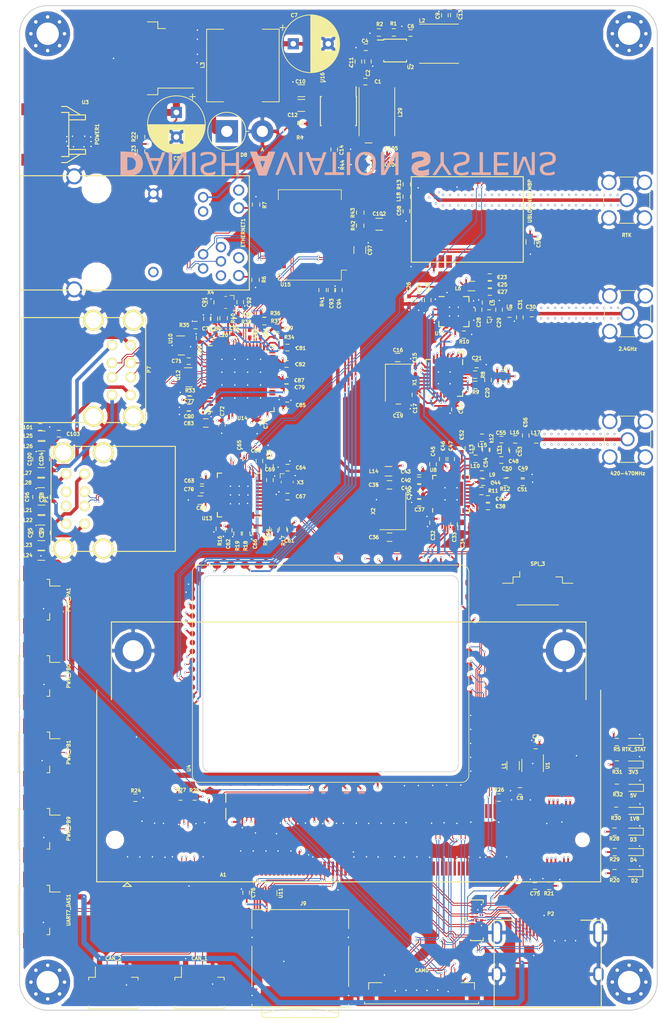
<source format=kicad_pcb>
(kicad_pcb (version 4) (host pcbnew 4.0.7-e2-6376~58~ubuntu16.04.1)
  (layers (0 F.Cu mixed) (1 In1.Cu signal) (2 In2.Cu signal) (3 +3V3 power) (4 GND signal) (31 B.Cu signal) (34 B.Paste user) (35 F.Paste user) (36 B.SilkS user) (37 F.SilkS user) (38 B.Mask user) (39 F.Mask user) (44 Edge.Cuts user))
  (net 0 "")
  (net 1 GND)
  (net 2 /STM_SWCLK)
  (net 3 /STM_SWDIO)
  (net 4 /STM_RESET)
  (net 5 "Net-(A1-Pad71)")
  (net 6 SD0_CLK)
  (net 7 SD0_CMD)
  (net 8 SD0_DAT0)
  (net 9 SD0_DAT1)
  (net 10 SD0_DAT2)
  (net 11 SD0_DAT3)
  (net 12 /raspcm3/HDMI_CK_N)
  (net 13 /raspcm3/HDMI_CK_P)
  (net 14 /raspcm3/HDMI_D0_N)
  (net 15 /raspcm3/HDMI_D0_P)
  (net 16 /raspcm3/HDMI_D1_N)
  (net 17 /raspcm3/HDMI_D1_P)
  (net 18 /raspcm3/HDMI_D2_N)
  (net 19 /raspcm3/HDMI_D2_P)
  (net 20 /raspcm3/HDMI_CEC)
  (net 21 /raspcm3/HDMI_SDA)
  (net 22 /raspcm3/HDMI_SCL)
  (net 23 "Net-(A1-Pad177)")
  (net 24 +1V8)
  (net 25 +3V3)
  (net 26 "Net-(A1-Pad2)")
  (net 27 CD0_SCL)
  (net 28 CD0_SDA)
  (net 29 CAM0_IO0)
  (net 30 CAM0_IO1)
  (net 31 "Net-(A1-Pad78)")
  (net 32 "Net-(A1-Pad84)")
  (net 33 CAM0_D0_P)
  (net 34 CAM0_D0_N)
  (net 35 CAM0_C_P)
  (net 36 CAM0_C_N)
  (net 37 CAM0_D1_P)
  (net 38 CAM0_D1_N)
  (net 39 "Net-(A1-Pad168)")
  (net 40 "Net-(C4-Pad1)")
  (net 41 "Net-(C6-Pad1)")
  (net 42 "Net-(C6-Pad2)")
  (net 43 +5V)
  (net 44 "Net-(C15-Pad1)")
  (net 45 "Net-(C16-Pad1)")
  (net 46 "Net-(C19-Pad1)")
  (net 47 "Net-(C21-Pad1)")
  (net 48 "Net-(C22-Pad1)")
  (net 49 "Net-(C28-Pad1)")
  (net 50 "Net-(C29-Pad1)")
  (net 51 "Net-(C30-Pad1)")
  (net 52 "Net-(C30-Pad2)")
  (net 53 /CC1120/VDD_REG)
  (net 54 "Net-(C34-Pad1)")
  (net 55 "Net-(C35-Pad1)")
  (net 56 "Net-(C36-Pad1)")
  (net 57 "Net-(C37-Pad2)")
  (net 58 "Net-(C42-Pad2)")
  (net 59 "Net-(C48-Pad1)")
  (net 60 "Net-(C48-Pad2)")
  (net 61 "Net-(C50-Pad1)")
  (net 62 "Net-(C52-Pad2)")
  (net 63 "Net-(C53-Pad1)")
  (net 64 "Net-(C54-Pad1)")
  (net 65 "Net-(C54-Pad2)")
  (net 66 "Net-(C55-Pad1)")
  (net 67 "Net-(C56-Pad1)")
  (net 68 "Net-(C58-Pad1)")
  (net 69 "Net-(C64-Pad2)")
  (net 70 "Net-(C66-Pad1)")
  (net 71 "Net-(C67-Pad2)")
  (net 72 "Net-(C69-Pad1)")
  (net 73 "Net-(C70-Pad1)")
  (net 74 "Net-(C76-Pad1)")
  (net 75 /das_board/CAN1_H)
  (net 76 /das_board/CAN1_L)
  (net 77 /das_board/CAN2_H)
  (net 78 /das_board/CAN2_L)
  (net 79 "Net-(D1-Pad2)")
  (net 80 "Net-(D2-Pad2)")
  (net 81 "Net-(D3-Pad2)")
  (net 82 "Net-(D4-Pad2)")
  (net 83 "Net-(J9-Pad8)")
  (net 84 "Net-(J9-Pad7)")
  (net 85 "Net-(J9-Pad5)")
  (net 86 "Net-(J9-Pad3)")
  (net 87 "Net-(J9-Pad2)")
  (net 88 "Net-(J9-Pad1)")
  (net 89 "Net-(L1-Pad1)")
  (net 90 "Net-(L17-Pad2)")
  (net 91 "Net-(L18-Pad2)")
  (net 92 "Net-(R1-Pad2)")
  (net 93 "Net-(R3-Pad2)")
  (net 94 /UBLOX/RTK_STAT)
  (net 95 "Net-(R8-Pad2)")
  (net 96 "Net-(R9-Pad1)")
  (net 97 "Net-(R10-Pad1)")
  (net 98 "Net-(R11-Pad1)")
  (net 99 "Net-(R13-Pad2)")
  (net 100 "Net-(R15-Pad2)")
  (net 101 "Net-(R16-Pad1)")
  (net 102 "Net-(R17-Pad1)")
  (net 103 "Net-(R18-Pad1)")
  (net 104 "Net-(R19-Pad1)")
  (net 105 /das_board/PB0_PWM)
  (net 106 /CC1120/SI)
  (net 107 /CC1120/SCLK)
  (net 108 /CC1120/SO_GPIO1)
  (net 109 /CC1120/CS_N)
  (net 110 /CC2520/CC_GPIO3)
  (net 111 /CC2520/CC_GPIO2)
  (net 112 /CC2520/CC_GPIO1)
  (net 113 /CC2520/HGM)
  (net 114 /CC2520/CC_GPIO0)
  (net 115 /das_board/PE7_UART7_RX)
  (net 116 /das_board/PE8_UART7_TX)
  (net 117 /UBLOX/RX)
  (net 118 /UBLOX/TX)
  (net 119 /CC2520/CC_RESET)
  (net 120 /CC1120/GPIO3)
  (net 121 /CC1120/GPIO2)
  (net 122 /CC1120/GPIO0)
  (net 123 /das_board/PA0)
  (net 124 /CC2520/CC_SCLK)
  (net 125 /CC2520/CC_CS_N)
  (net 126 /CC2520/CC_SI)
  (net 127 /CC2520/CC_SO)
  (net 128 /STM_USB_N)
  (net 129 /STM_USB_P)
  (net 130 /das_board/PC9)
  (net 131 /das_board/PC8)
  (net 132 /CC2520/PA_EN)
  (net 133 /CC2520/LNA_EN)
  (net 134 "Net-(U6-Pad17)")
  (net 135 "Net-(U6-Pad19)")
  (net 136 "Net-(C47-Pad1)")
  (net 137 "Net-(C45-Pad2)")
  (net 138 "Net-(C45-Pad1)")
  (net 139 "Net-(A1-Pad5)")
  (net 140 "Net-(A1-Pad9)")
  (net 141 "Net-(A1-Pad11)")
  (net 142 "Net-(A1-Pad15)")
  (net 143 "Net-(A1-Pad17)")
  (net 144 "Net-(A1-Pad21)")
  (net 145 "Net-(A1-Pad39)")
  (net 146 "Net-(A1-Pad41)")
  (net 147 "Net-(A1-Pad45)")
  (net 148 "Net-(A1-Pad47)")
  (net 149 "Net-(A1-Pad51)")
  (net 150 "Net-(A1-Pad53)")
  (net 151 "Net-(A1-Pad57)")
  (net 152 "Net-(A1-Pad59)")
  (net 153 "Net-(A1-Pad63)")
  (net 154 "Net-(A1-Pad65)")
  (net 155 "Net-(A1-Pad69)")
  (net 156 "Net-(A1-Pad93)")
  (net 157 "Net-(A1-Pad95)")
  (net 158 "Net-(A1-Pad99)")
  (net 159 "Net-(A1-Pad101)")
  (net 160 "Net-(A1-Pad105)")
  (net 161 "Net-(A1-Pad107)")
  (net 162 "Net-(A1-Pad135)")
  (net 163 "Net-(A1-Pad137)")
  (net 164 "Net-(A1-Pad141)")
  (net 165 "Net-(A1-Pad143)")
  (net 166 "Net-(A1-Pad147)")
  (net 167 "Net-(A1-Pad149)")
  (net 168 "Net-(A1-Pad153)")
  (net 169 "Net-(A1-Pad155)")
  (net 170 "Net-(A1-Pad159)")
  (net 171 "Net-(A1-Pad161)")
  (net 172 "Net-(A1-Pad179)")
  (net 173 "Net-(A1-Pad4)")
  (net 174 "Net-(A1-Pad6)")
  (net 175 "Net-(A1-Pad10)")
  (net 176 "Net-(A1-Pad12)")
  (net 177 "Net-(A1-Pad16)")
  (net 178 "Net-(A1-Pad18)")
  (net 179 "Net-(A1-Pad22)")
  (net 180 "Net-(A1-Pad24)")
  (net 181 "Net-(A1-Pad34)")
  (net 182 "Net-(A1-Pad36)")
  (net 183 /UART_TX_GPS_RASP)
  (net 184 /UART_RX_GPS_RASP)
  (net 185 "Net-(A1-Pad52)")
  (net 186 "Net-(A1-Pad54)")
  (net 187 "Net-(A1-Pad58)")
  (net 188 "Net-(A1-Pad60)")
  (net 189 "Net-(A1-Pad70)")
  (net 190 "Net-(A1-Pad72)")
  (net 191 "Net-(A1-Pad76)")
  (net 192 "Net-(A1-Pad82)")
  (net 193 "Net-(A1-Pad88)")
  (net 194 "Net-(A1-Pad90)")
  (net 195 "Net-(A1-Pad94)")
  (net 196 "Net-(A1-Pad96)")
  (net 197 "Net-(A1-Pad100)")
  (net 198 "Net-(A1-Pad102)")
  (net 199 "Net-(A1-Pad106)")
  (net 200 "Net-(A1-Pad108)")
  (net 201 "Net-(A1-Pad112)")
  (net 202 "Net-(A1-Pad114)")
  (net 203 "Net-(A1-Pad118)")
  (net 204 "Net-(A1-Pad120)")
  (net 205 "Net-(A1-Pad124)")
  (net 206 "Net-(A1-Pad126)")
  (net 207 "Net-(A1-Pad128)")
  (net 208 "Net-(A1-Pad130)")
  (net 209 "Net-(A1-Pad132)")
  (net 210 "Net-(A1-Pad154)")
  (net 211 "Net-(A1-Pad156)")
  (net 212 "Net-(A1-Pad158)")
  (net 213 "Net-(A1-Pad160)")
  (net 214 "Net-(A1-Pad162)")
  (net 215 "Net-(A1-Pad166)")
  (net 216 "Net-(A1-Pad172)")
  (net 217 "Net-(A1-Pad174)")
  (net 218 "Net-(A1-Pad176)")
  (net 219 "Net-(A1-Pad178)")
  (net 220 "Net-(A1-Pad180)")
  (net 221 "Net-(D5-Pad2)")
  (net 222 "Net-(D6-Pad2)")
  (net 223 "Net-(D7-Pad2)")
  (net 224 "Net-(P2-Pad14)")
  (net 225 "Net-(P2-Pad19)")
  (net 226 /das_board/PA1_PWM)
  (net 227 /das_board/PB1_PWM)
  (net 228 /das_board/PB9_PWM)
  (net 229 /VBAT_ADC)
  (net 230 "Net-(R35-Pad1)")
  (net 231 "Net-(U4-Pad1)")
  (net 232 "Net-(U4-Pad2)")
  (net 233 "Net-(U4-Pad3)")
  (net 234 "Net-(U4-Pad4)")
  (net 235 "Net-(U4-Pad5)")
  (net 236 "Net-(U4-Pad6)")
  (net 237 "Net-(U4-Pad7)")
  (net 238 "Net-(U4-Pad8)")
  (net 239 "Net-(U4-Pad29)")
  (net 240 "Net-(U4-Pad48)")
  (net 241 "Net-(U4-Pad47)")
  (net 242 "Net-(U4-Pad46)")
  (net 243 "Net-(U4-Pad45)")
  (net 244 "Net-(U4-Pad44)")
  (net 245 "Net-(U4-Pad43)")
  (net 246 "Net-(U4-Pad41)")
  (net 247 "Net-(U4-Pad59)")
  (net 248 "Net-(U4-Pad68)")
  (net 249 "Net-(U4-Pad69)")
  (net 250 "Net-(U4-Pad70)")
  (net 251 "Net-(U4-Pad71)")
  (net 252 "Net-(U4-Pad72)")
  (net 253 "Net-(U5-Pad9)")
  (net 254 "Net-(U5-Pad3)")
  (net 255 "Net-(U6-Pad18)")
  (net 256 "Net-(U8-Pad16)")
  (net 257 "Net-(U9-Pad19)")
  (net 258 "Net-(U9-Pad18)")
  (net 259 "Net-(U9-Pad17)")
  (net 260 "Net-(U9-Pad16)")
  (net 261 "Net-(U9-Pad14)")
  (net 262 "Net-(U9-Pad7)")
  (net 263 /UBLOX_USB+)
  (net 264 /UBLOX_USB-)
  (net 265 "Net-(U9-Pad4)")
  (net 266 "Net-(U9-Pad2)")
  (net 267 "Net-(U9-Pad1)")
  (net 268 "Net-(U11-Pad5)")
  (net 269 "Net-(U13-Pad11)")
  (net 270 "Net-(U13-Pad12)")
  (net 271 "Net-(U13-Pad13)")
  (net 272 "Net-(U13-Pad16)")
  (net 273 "Net-(U13-Pad17)")
  (net 274 "Net-(U13-Pad18)")
  (net 275 "Net-(U13-Pad19)")
  (net 276 "Net-(U13-Pad20)")
  (net 277 "Net-(U13-Pad21)")
  (net 278 "Net-(A1-Pad3)")
  (net 279 "Net-(A1-Pad23)")
  (net 280 "Net-(A1-Pad35)")
  (net 281 /USB_HUB+)
  (net 282 /USB_HUB-)
  (net 283 /ETHERNET/VDD33A)
  (net 284 /ETHERNET/VDD18CORE)
  (net 285 /ETHERNET/VDD18USBPLL)
  (net 286 /ETHERNET/VDD18ETHPLL)
  (net 287 "Net-(C90-Pad1)")
  (net 288 "Net-(C91-Pad2)")
  (net 289 "Net-(C92-Pad1)")
  (net 290 "Net-(C97-Pad1)")
  (net 291 /ETHERNET/5VOUT4)
  (net 292 /ETHERNET/USB_GND4)
  (net 293 /ETHERNET/5VOUT3)
  (net 294 /ETHERNET/USB_GND3)
  (net 295 "Net-(C102-Pad1)")
  (net 296 /ETHERNET/5VOUT2)
  (net 297 /ETHERNET/USB_GND2)
  (net 298 /ETHERNET/5VOUT1)
  (net 299 /ETHERNET/USB_GND1)
  (net 300 "Net-(CAM0-Pad11)")
  (net 301 "Net-(CAM0-Pad12)")
  (net 302 "Net-(CAM0-Pad14)")
  (net 303 "Net-(CAM0-Pad15)")
  (net 304 "Net-(ETHERNET1-Pad14)")
  (net 305 "Net-(ETHERNET1-Pad10)")
  (net 306 /ETHERNET/~LNK_LED)
  (net 307 /ETHERNET/~SPD_LED)
  (net 308 /ETHERNET/TX-)
  (net 309 "Net-(ETHERNET1-Pad12)")
  (net 310 "Net-(ETHERNET1-Pad7)")
  (net 311 /ETHERNET/RX+)
  (net 312 /ETHERNET/RX-)
  (net 313 /ETHERNET/TX+)
  (net 314 "Net-(ETHERNET1-Pad5)")
  (net 315 /ETHERNET/DN_USB3+)
  (net 316 /ETHERNET/DN_USB3-)
  (net 317 /ETHERNET/DN_USB4+)
  (net 318 /ETHERNET/DN_USB4-)
  (net 319 /ETHERNET/DN_USB1+)
  (net 320 /ETHERNET/DN_USB1-)
  (net 321 /ETHERNET/DN_USB2+)
  (net 322 /ETHERNET/DN_USB2-)
  (net 323 "Net-(R34-Pad1)")
  (net 324 /ETHERNET/LAN_RX-)
  (net 325 /ETHERNET/LAN_RX+)
  (net 326 /ETHERNET/LAN_TX-)
  (net 327 /ETHERNET/LAN_TX+)
  (net 328 "Net-(R42-Pad2)")
  (net 329 "Net-(R43-Pad2)")
  (net 330 /ETHERNET/DN_USB_2+)
  (net 331 /ETHERNET/DN_USB_2-)
  (net 332 /ETHERNET/DN_USB_1+)
  (net 333 /ETHERNET/DN_USB_1-)
  (net 334 /ETHERNET/DN_USB_4+)
  (net 335 /ETHERNET/DN_USB_4-)
  (net 336 /ETHERNET/DN_USB_3+)
  (net 337 /ETHERNET/DN_USB_3-)
  (net 338 /USB_ETHER-)
  (net 339 /USB_ETHER+)
  (net 340 "Net-(U13-Pad8)")
  (net 341 "Net-(U13-Pad9)")
  (net 342 "Net-(U14-Pad13)")
  (net 343 "Net-(U14-Pad14)")
  (net 344 "Net-(U14-Pad16)")
  (net 345 "Net-(U14-Pad17)")
  (net 346 "Net-(U14-Pad18)")
  (net 347 "Net-(U14-Pad20)")
  (net 348 "Net-(U14-Pad23)")
  (net 349 "Net-(U14-Pad24)")
  (net 350 "Net-(U14-Pad25)")
  (net 351 "Net-(U14-Pad26)")
  (net 352 "Net-(U14-Pad31)")
  (net 353 "Net-(U14-Pad35)")
  (net 354 "Net-(U14-Pad36)")
  (net 355 "Net-(U14-Pad37)")
  (net 356 "Net-(U14-Pad42)")
  (net 357 "Net-(U14-Pad43)")
  (net 358 "Net-(U14-Pad45)")
  (net 359 "Net-(U14-Pad47)")
  (net 360 +12V)
  (net 361 "Net-(C1-Pad1)")
  (net 362 "Net-(C1-Pad2)")
  (net 363 +36V)
  (net 364 "Net-(C14-Pad1)")
  (net 365 "Net-(C14-Pad2)")
  (net 366 "Net-(D8-PadK)")
  (net 367 "Net-(U16-Pad8)")
  (module Connectors:SMA_THT_Jack_Straight (layer F.Cu) (at 155.94 89.87)
    (fp_text reference 420-470MHz (at 0.02 4.88) (layer F.SilkS) (effects (font (size 0.5 0.5) (thickness 0.125))))
    (fp_text value SMA_SMD)
    (pad 2 thru_hole circle (at -2.54 2.54) (size 2.2 2.2) (drill 1.7) (layers *.Cu *.Mask) (net 1 GND))
    (pad 2 thru_hole circle (at -2.54 -2.54) (size 2.2 2.2) (drill 1.7) (layers *.Cu *.Mask) (net 1 GND))
    (pad 2 thru_hole circle (at 2.54 -2.54) (size 2.2 2.2) (drill 1.7) (layers *.Cu *.Mask) (net 1 GND))
    (pad 2 thru_hole circle (at 2.54 2.54) (size 2.2 2.2) (drill 1.7) (layers *.Cu *.Mask) (net 1 GND))
    (pad 1 thru_hole circle (at 0 0) (size 2 2) (drill 1.5) (layers *.Cu *.Mask) (net 90 "Net-(L17-Pad2)"))
  )
  (module Connectors:SMA_THT_Jack_Straight (layer F.Cu) (at 155.82 55.74 180)
    (fp_text reference RTK (at 0 -5 180) (layer F.SilkS) (effects (font (size 0.5 0.5) (thickness 0.125))))
    (fp_text value SMA_SMD)
    (pad 2 thru_hole circle (at -2.54 2.54 180) (size 2.2 2.2) (drill 1.7) (layers *.Cu *.Mask) (net 1 GND))
    (pad 2 thru_hole circle (at -2.54 -2.54 180) (size 2.2 2.2) (drill 1.7) (layers *.Cu *.Mask) (net 1 GND))
    (pad 2 thru_hole circle (at 2.54 -2.54 180) (size 2.2 2.2) (drill 1.7) (layers *.Cu *.Mask) (net 1 GND))
    (pad 2 thru_hole circle (at 2.54 2.54 180) (size 2.2 2.2) (drill 1.7) (layers *.Cu *.Mask) (net 1 GND))
    (pad 1 thru_hole circle (at 0 0 180) (size 2 2) (drill 1.5) (layers *.Cu *.Mask) (net 91 "Net-(L18-Pad2)"))
  )
  (module Don-Mechanical:MountingHole_3.2mm_M3_Pad_Via (layer F.Cu) (at 156.16 167.35 270)
    (fp_text reference REF** hide)
    (fp_text value MountingHole_3.2mm_M3)
    (pad 1 thru_hole circle (at 0 0 270) (size 6.4 6.4) (drill 3.2) (layers *.Cu *.Mask))
    (pad 1 thru_hole circle (at 2.4 0 270) (size 0.8 0.8) (drill 0.5) (layers *.Cu *.Mask))
    (pad 1 thru_hole circle (at 1.697056 1.697056 270) (size 0.8 0.8) (drill 0.5) (layers *.Cu *.Mask))
    (pad 1 thru_hole circle (at 0 2.4 270) (size 0.8 0.8) (drill 0.5) (layers *.Cu *.Mask))
    (pad 1 thru_hole circle (at -1.697056 1.697056 270) (size 0.8 0.8) (drill 0.5) (layers *.Cu *.Mask))
    (pad 1 thru_hole circle (at -2.4 0 270) (size 0.8 0.8) (drill 0.5) (layers *.Cu *.Mask))
    (pad 1 thru_hole circle (at -1.697056 -1.697056 270) (size 0.8 0.8) (drill 0.5) (layers *.Cu *.Mask))
    (pad 1 thru_hole circle (at 0 -2.4 270) (size 0.8 0.8) (drill 0.5) (layers *.Cu *.Mask))
    (pad 1 thru_hole circle (at 1.697056 -1.697056 270) (size 0.8 0.8) (drill 0.5) (layers *.Cu *.Mask))
  )
  (module Don-Mechanical:MountingHole_3.2mm_M3_Pad_Via (layer F.Cu) (at 73.1 167.36 180)
    (fp_text reference REF** hide)
    (fp_text value MountingHole_3.2mm_M3)
    (pad 1 thru_hole circle (at 0 0 180) (size 6.4 6.4) (drill 3.2) (layers *.Cu *.Mask))
    (pad 1 thru_hole circle (at 2.4 0 180) (size 0.8 0.8) (drill 0.5) (layers *.Cu *.Mask))
    (pad 1 thru_hole circle (at 1.697056 1.697056 180) (size 0.8 0.8) (drill 0.5) (layers *.Cu *.Mask))
    (pad 1 thru_hole circle (at 0 2.4 180) (size 0.8 0.8) (drill 0.5) (layers *.Cu *.Mask))
    (pad 1 thru_hole circle (at -1.697056 1.697056 180) (size 0.8 0.8) (drill 0.5) (layers *.Cu *.Mask))
    (pad 1 thru_hole circle (at -2.4 0 180) (size 0.8 0.8) (drill 0.5) (layers *.Cu *.Mask))
    (pad 1 thru_hole circle (at -1.697056 -1.697056 180) (size 0.8 0.8) (drill 0.5) (layers *.Cu *.Mask))
    (pad 1 thru_hole circle (at 0 -2.4 180) (size 0.8 0.8) (drill 0.5) (layers *.Cu *.Mask))
    (pad 1 thru_hole circle (at 1.697056 -1.697056 180) (size 0.8 0.8) (drill 0.5) (layers *.Cu *.Mask))
  )
  (module Don-Mechanical:MountingHole_3.2mm_M3_Pad_Via (layer F.Cu) (at 73.09 31.99 90)
    (fp_text reference REF** hide)
    (fp_text value MountingHole_3.2mm_M3)
    (pad 1 thru_hole circle (at 0 0 90) (size 6.4 6.4) (drill 3.2) (layers *.Cu *.Mask))
    (pad 1 thru_hole circle (at 2.4 0 90) (size 0.8 0.8) (drill 0.5) (layers *.Cu *.Mask))
    (pad 1 thru_hole circle (at 1.697056 1.697056 90) (size 0.8 0.8) (drill 0.5) (layers *.Cu *.Mask))
    (pad 1 thru_hole circle (at 0 2.4 90) (size 0.8 0.8) (drill 0.5) (layers *.Cu *.Mask))
    (pad 1 thru_hole circle (at -1.697056 1.697056 90) (size 0.8 0.8) (drill 0.5) (layers *.Cu *.Mask))
    (pad 1 thru_hole circle (at -2.4 0 90) (size 0.8 0.8) (drill 0.5) (layers *.Cu *.Mask))
    (pad 1 thru_hole circle (at -1.697056 -1.697056 90) (size 0.8 0.8) (drill 0.5) (layers *.Cu *.Mask))
    (pad 1 thru_hole circle (at 0 -2.4 90) (size 0.8 0.8) (drill 0.5) (layers *.Cu *.Mask))
    (pad 1 thru_hole circle (at 1.697056 -1.697056 90) (size 0.8 0.8) (drill 0.5) (layers *.Cu *.Mask))
  )
  (module MM-CONN:54548-2271 (layer F.Cu) (at 126.51 168.66)
    (fp_text reference CAM0 (at 0.03 -2.96) (layer F.SilkS) (effects (font (size 0.5 0.5) (thickness 0.125))))
    (fp_text value Conn_01x22)
    (pad 1 smd rect (at -5.25 -1.25) (size 0.3 1) (layers F.Cu F.Paste F.Mask) (net 1 GND))
    (pad 2 smd rect (at -4.75 -1.25) (size 0.3 1) (layers F.Cu F.Paste F.Mask) (net 34 CAM0_D0_N))
    (pad 3 smd rect (at -4.25 -1.25) (size 0.3 1) (layers F.Cu F.Paste F.Mask) (net 33 CAM0_D0_P))
    (pad 4 smd rect (at -3.75 -1.25) (size 0.3 1) (layers F.Cu F.Paste F.Mask) (net 1 GND))
    (pad 5 smd rect (at -3.25 -1.25) (size 0.3 1) (layers F.Cu F.Paste F.Mask) (net 38 CAM0_D1_N))
    (pad 6 smd rect (at -2.75 -1.25) (size 0.3 1) (layers F.Cu F.Paste F.Mask) (net 37 CAM0_D1_P))
    (pad 7 smd rect (at -2.25 -1.25) (size 0.3 1) (layers F.Cu F.Paste F.Mask) (net 1 GND))
    (pad 8 smd rect (at -1.75 -1.25) (size 0.3 1) (layers F.Cu F.Paste F.Mask) (net 36 CAM0_C_N))
    (pad 9 smd rect (at -1.25 -1.25) (size 0.3 1) (layers F.Cu F.Paste F.Mask) (net 35 CAM0_C_P))
    (pad 10 smd rect (at -0.75 -1.25) (size 0.3 1) (layers F.Cu F.Paste F.Mask) (net 1 GND))
    (pad 11 smd rect (at -0.25 -1.25) (size 0.3 1) (layers F.Cu F.Paste F.Mask) (net 300 "Net-(CAM0-Pad11)"))
    (pad 12 smd rect (at 0.25 -1.25) (size 0.3 1) (layers F.Cu F.Paste F.Mask) (net 301 "Net-(CAM0-Pad12)"))
    (pad 13 smd rect (at 0.75 -1.25) (size 0.3 1) (layers F.Cu F.Paste F.Mask) (net 1 GND))
    (pad 14 smd rect (at 1.25 -1.25) (size 0.3 1) (layers F.Cu F.Paste F.Mask) (net 302 "Net-(CAM0-Pad14)"))
    (pad 15 smd rect (at 1.75 -1.25) (size 0.3 1) (layers F.Cu F.Paste F.Mask) (net 303 "Net-(CAM0-Pad15)"))
    (pad 16 smd rect (at 2.25 -1.25) (size 0.3 1) (layers F.Cu F.Paste F.Mask) (net 1 GND))
    (pad 17 smd rect (at 2.75 -1.25) (size 0.3 1) (layers F.Cu F.Paste F.Mask) (net 29 CAM0_IO0))
    (pad 18 smd rect (at 3.25 -1.25) (size 0.3 1) (layers F.Cu F.Paste F.Mask) (net 30 CAM0_IO1))
    (pad 19 smd rect (at 3.75 -1.25) (size 0.3 1) (layers F.Cu F.Paste F.Mask) (net 1 GND))
    (pad 20 smd rect (at 4.25 -1.25) (size 0.3 1) (layers F.Cu F.Paste F.Mask) (net 27 CD0_SCL))
    (pad 21 smd rect (at 4.75 -1.25) (size 0.3 1) (layers F.Cu F.Paste F.Mask) (net 28 CD0_SDA))
    (pad 22 smd rect (at 5.25 -1.25) (size 0.3 1) (layers F.Cu F.Paste F.Mask) (net 25 +3V3))
    (pad "" smd rect (at -7.525 0.65) (size 1.65 1.3) (layers F.Cu F.Paste F.Mask))
    (pad "" smd rect (at 7.525 0.65) (size 1.65 1.3) (layers F.Cu F.Paste F.Mask))
  )
  (module Don-Con:DDR2_TE_1473149-4 (layer F.Cu) (at 116.1 147.048)
    (fp_text reference A1 (at -17.93 4.99) (layer F.SilkS) (effects (font (size 0.5 0.5) (thickness 0.125))))
    (fp_text value RaspberryPiComputeModule)
    (pad "" np_thru_hole circle (at -33.4 0) (size 1.6 1.6) (drill 1.6) (layers *.Cu *.Mask))
    (pad "" np_thru_hole circle (at 33.4 0) (size 1.1 1.1) (drill 1.1) (layers *.Cu *.Mask))
    (pad 1 smd rect (at -31.65 4.1) (size 0.35 2) (layers F.Cu F.Paste F.Mask) (net 1 GND))
    (pad 3 smd rect (at -31.05 4.1) (size 0.35 2) (layers F.Cu F.Paste F.Mask) (net 278 "Net-(A1-Pad3)"))
    (pad 5 smd rect (at -30.45 4.1) (size 0.35 2) (layers F.Cu F.Paste F.Mask) (net 139 "Net-(A1-Pad5)"))
    (pad 7 smd rect (at -29.85 4.1) (size 0.35 2) (layers F.Cu F.Paste F.Mask) (net 1 GND))
    (pad 9 smd rect (at -29.25 4.1) (size 0.35 2) (layers F.Cu F.Paste F.Mask) (net 140 "Net-(A1-Pad9)"))
    (pad 11 smd rect (at -28.65 4.1) (size 0.35 2) (layers F.Cu F.Paste F.Mask) (net 141 "Net-(A1-Pad11)"))
    (pad 13 smd rect (at -28.05 4.1) (size 0.35 2) (layers F.Cu F.Paste F.Mask) (net 1 GND))
    (pad 15 smd rect (at -27.45 4.1) (size 0.35 2) (layers F.Cu F.Paste F.Mask) (net 142 "Net-(A1-Pad15)"))
    (pad 17 smd rect (at -26.85 4.1) (size 0.35 2) (layers F.Cu F.Paste F.Mask) (net 143 "Net-(A1-Pad17)"))
    (pad 19 smd rect (at -26.25 4.1) (size 0.35 2) (layers F.Cu F.Paste F.Mask) (net 1 GND))
    (pad 21 smd rect (at -25.65 4.1) (size 0.35 2) (layers F.Cu F.Paste F.Mask) (net 144 "Net-(A1-Pad21)"))
    (pad 23 smd rect (at -25.05 4.1) (size 0.35 2) (layers F.Cu F.Paste F.Mask) (net 279 "Net-(A1-Pad23)"))
    (pad 25 smd rect (at -24.45 4.1) (size 0.35 2) (layers F.Cu F.Paste F.Mask) (net 1 GND))
    (pad 27 smd rect (at -23.85 4.1) (size 0.35 2) (layers F.Cu F.Paste F.Mask) (net 2 /STM_SWCLK))
    (pad 29 smd rect (at -23.25 4.1) (size 0.35 2) (layers F.Cu F.Paste F.Mask) (net 3 /STM_SWDIO))
    (pad 31 smd rect (at -22.65 4.1) (size 0.35 2) (layers F.Cu F.Paste F.Mask) (net 1 GND))
    (pad 33 smd rect (at -22.05 4.1) (size 0.35 2) (layers F.Cu F.Paste F.Mask) (net 4 /STM_RESET))
    (pad 35 smd rect (at -21.45 4.1) (size 0.35 2) (layers F.Cu F.Paste F.Mask) (net 280 "Net-(A1-Pad35)"))
    (pad 37 smd rect (at -20.85 4.1) (size 0.35 2) (layers F.Cu F.Paste F.Mask) (net 1 GND))
    (pad 39 smd rect (at -20.25 4.1) (size 0.35 2) (layers F.Cu F.Paste F.Mask) (net 145 "Net-(A1-Pad39)"))
    (pad 41 smd rect (at -16.05 4.1) (size 0.35 2) (layers F.Cu F.Paste F.Mask) (net 146 "Net-(A1-Pad41)"))
    (pad 43 smd rect (at -15.45 4.1) (size 0.35 2) (layers F.Cu F.Paste F.Mask) (net 1 GND))
    (pad 45 smd rect (at -14.85 4.1) (size 0.35 2) (layers F.Cu F.Paste F.Mask) (net 147 "Net-(A1-Pad45)"))
    (pad 47 smd rect (at -14.25 4.1) (size 0.35 2) (layers F.Cu F.Paste F.Mask) (net 148 "Net-(A1-Pad47)"))
    (pad 49 smd rect (at -13.65 4.1) (size 0.35 2) (layers F.Cu F.Paste F.Mask) (net 1 GND))
    (pad 51 smd rect (at -13.05 4.1) (size 0.35 2) (layers F.Cu F.Paste F.Mask) (net 149 "Net-(A1-Pad51)"))
    (pad 53 smd rect (at -12.45 4.1) (size 0.35 2) (layers F.Cu F.Paste F.Mask) (net 150 "Net-(A1-Pad53)"))
    (pad 55 smd rect (at -11.85 4.1) (size 0.35 2) (layers F.Cu F.Paste F.Mask) (net 1 GND))
    (pad 57 smd rect (at -11.25 4.1) (size 0.35 2) (layers F.Cu F.Paste F.Mask) (net 151 "Net-(A1-Pad57)"))
    (pad 59 smd rect (at -10.65 4.1) (size 0.35 2) (layers F.Cu F.Paste F.Mask) (net 152 "Net-(A1-Pad59)"))
    (pad 61 smd rect (at -10.05 4.1) (size 0.35 2) (layers F.Cu F.Paste F.Mask) (net 1 GND))
    (pad 63 smd rect (at -9.45 4.1) (size 0.35 2) (layers F.Cu F.Paste F.Mask) (net 153 "Net-(A1-Pad63)"))
    (pad 65 smd rect (at -8.85 4.1) (size 0.35 2) (layers F.Cu F.Paste F.Mask) (net 154 "Net-(A1-Pad65)"))
    (pad 67 smd rect (at -8.25 4.1) (size 0.35 2) (layers F.Cu F.Paste F.Mask) (net 1 GND))
    (pad 69 smd rect (at -7.65 4.1) (size 0.35 2) (layers F.Cu F.Paste F.Mask) (net 155 "Net-(A1-Pad69)"))
    (pad 71 smd rect (at -7.05 4.1) (size 0.35 2) (layers F.Cu F.Paste F.Mask) (net 5 "Net-(A1-Pad71)"))
    (pad 73 smd rect (at -6.45 4.1) (size 0.35 2) (layers F.Cu F.Paste F.Mask) (net 1 GND))
    (pad 75 smd rect (at -5.85 4.1) (size 0.35 2) (layers F.Cu F.Paste F.Mask) (net 6 SD0_CLK))
    (pad 77 smd rect (at -5.25 4.1) (size 0.35 2) (layers F.Cu F.Paste F.Mask) (net 7 SD0_CMD))
    (pad 79 smd rect (at -4.65 4.1) (size 0.35 2) (layers F.Cu F.Paste F.Mask) (net 1 GND))
    (pad 81 smd rect (at -4.05 4.1) (size 0.35 2) (layers F.Cu F.Paste F.Mask) (net 8 SD0_DAT0))
    (pad 83 smd rect (at -3.45 4.1) (size 0.35 2) (layers F.Cu F.Paste F.Mask) (net 9 SD0_DAT1))
    (pad 85 smd rect (at -2.85 4.1) (size 0.35 2) (layers F.Cu F.Paste F.Mask) (net 1 GND))
    (pad 87 smd rect (at -2.25 4.1) (size 0.35 2) (layers F.Cu F.Paste F.Mask) (net 10 SD0_DAT2))
    (pad 89 smd rect (at -1.65 4.1) (size 0.35 2) (layers F.Cu F.Paste F.Mask) (net 11 SD0_DAT3))
    (pad 91 smd rect (at -1.05 4.1) (size 0.35 2) (layers F.Cu F.Paste F.Mask) (net 1 GND))
    (pad 93 smd rect (at -0.45 4.1) (size 0.35 2) (layers F.Cu F.Paste F.Mask) (net 156 "Net-(A1-Pad93)"))
    (pad 95 smd rect (at 0.15 4.1) (size 0.35 2) (layers F.Cu F.Paste F.Mask) (net 157 "Net-(A1-Pad95)"))
    (pad 97 smd rect (at 0.75 4.1) (size 0.35 2) (layers F.Cu F.Paste F.Mask) (net 1 GND))
    (pad 99 smd rect (at 1.35 4.1) (size 0.35 2) (layers F.Cu F.Paste F.Mask) (net 158 "Net-(A1-Pad99)"))
    (pad 101 smd rect (at 1.95 4.1) (size 0.35 2) (layers F.Cu F.Paste F.Mask) (net 159 "Net-(A1-Pad101)"))
    (pad 103 smd rect (at 2.55 4.1) (size 0.35 2) (layers F.Cu F.Paste F.Mask) (net 1 GND))
    (pad 105 smd rect (at 3.15 4.1) (size 0.35 2) (layers F.Cu F.Paste F.Mask) (net 160 "Net-(A1-Pad105)"))
    (pad 107 smd rect (at 3.75 4.1) (size 0.35 2) (layers F.Cu F.Paste F.Mask) (net 161 "Net-(A1-Pad107)"))
    (pad 109 smd rect (at 4.35 4.1) (size 0.35 2) (layers F.Cu F.Paste F.Mask) (net 1 GND))
    (pad 111 smd rect (at 4.95 4.1) (size 0.35 2) (layers F.Cu F.Paste F.Mask) (net 12 /raspcm3/HDMI_CK_N))
    (pad 113 smd rect (at 5.55 4.1) (size 0.35 2) (layers F.Cu F.Paste F.Mask) (net 13 /raspcm3/HDMI_CK_P))
    (pad 115 smd rect (at 6.15 4.1) (size 0.35 2) (layers F.Cu F.Paste F.Mask) (net 1 GND))
    (pad 117 smd rect (at 6.75 4.1) (size 0.35 2) (layers F.Cu F.Paste F.Mask) (net 14 /raspcm3/HDMI_D0_N))
    (pad 119 smd rect (at 7.35 4.1) (size 0.35 2) (layers F.Cu F.Paste F.Mask) (net 15 /raspcm3/HDMI_D0_P))
    (pad 121 smd rect (at 7.95 4.1) (size 0.35 2) (layers F.Cu F.Paste F.Mask) (net 1 GND))
    (pad 123 smd rect (at 8.55 4.1) (size 0.35 2) (layers F.Cu F.Paste F.Mask) (net 16 /raspcm3/HDMI_D1_N))
    (pad 125 smd rect (at 9.15 4.1) (size 0.35 2) (layers F.Cu F.Paste F.Mask) (net 17 /raspcm3/HDMI_D1_P))
    (pad 127 smd rect (at 9.75 4.1) (size 0.35 2) (layers F.Cu F.Paste F.Mask) (net 1 GND))
    (pad 129 smd rect (at 10.35 4.1) (size 0.35 2) (layers F.Cu F.Paste F.Mask) (net 18 /raspcm3/HDMI_D2_N))
    (pad 131 smd rect (at 10.95 4.1) (size 0.35 2) (layers F.Cu F.Paste F.Mask) (net 19 /raspcm3/HDMI_D2_P))
    (pad 133 smd rect (at 11.55 4.1) (size 0.35 2) (layers F.Cu F.Paste F.Mask) (net 1 GND))
    (pad 135 smd rect (at 12.15 4.1) (size 0.35 2) (layers F.Cu F.Paste F.Mask) (net 162 "Net-(A1-Pad135)"))
    (pad 137 smd rect (at 12.75 4.1) (size 0.35 2) (layers F.Cu F.Paste F.Mask) (net 163 "Net-(A1-Pad137)"))
    (pad 139 smd rect (at 13.35 4.1) (size 0.35 2) (layers F.Cu F.Paste F.Mask) (net 1 GND))
    (pad 141 smd rect (at 13.95 4.1) (size 0.35 2) (layers F.Cu F.Paste F.Mask) (net 164 "Net-(A1-Pad141)"))
    (pad 143 smd rect (at 14.55 4.1) (size 0.35 2) (layers F.Cu F.Paste F.Mask) (net 165 "Net-(A1-Pad143)"))
    (pad 145 smd rect (at 15.15 4.1) (size 0.35 2) (layers F.Cu F.Paste F.Mask) (net 1 GND))
    (pad 147 smd rect (at 15.75 4.1) (size 0.35 2) (layers F.Cu F.Paste F.Mask) (net 166 "Net-(A1-Pad147)"))
    (pad 149 smd rect (at 16.35 4.1) (size 0.35 2) (layers F.Cu F.Paste F.Mask) (net 167 "Net-(A1-Pad149)"))
    (pad 151 smd rect (at 16.95 4.1) (size 0.35 2) (layers F.Cu F.Paste F.Mask) (net 1 GND))
    (pad 153 smd rect (at 17.55 4.1) (size 0.35 2) (layers F.Cu F.Paste F.Mask) (net 168 "Net-(A1-Pad153)"))
    (pad 155 smd rect (at 18.15 4.1) (size 0.35 2) (layers F.Cu F.Paste F.Mask) (net 169 "Net-(A1-Pad155)"))
    (pad 157 smd rect (at 18.75 4.1) (size 0.35 2) (layers F.Cu F.Paste F.Mask) (net 1 GND))
    (pad 159 smd rect (at 19.35 4.1) (size 0.35 2) (layers F.Cu F.Paste F.Mask) (net 170 "Net-(A1-Pad159)"))
    (pad 161 smd rect (at 19.95 4.1) (size 0.35 2) (layers F.Cu F.Paste F.Mask) (net 171 "Net-(A1-Pad161)"))
    (pad 163 smd rect (at 20.55 4.1) (size 0.35 2) (layers F.Cu F.Paste F.Mask) (net 1 GND))
    (pad 165 smd rect (at 21.15 4.1) (size 0.35 2) (layers F.Cu F.Paste F.Mask) (net 281 /USB_HUB+))
    (pad 167 smd rect (at 21.75 4.1) (size 0.35 2) (layers F.Cu F.Paste F.Mask) (net 282 /USB_HUB-))
    (pad 169 smd rect (at 22.35 4.1) (size 0.35 2) (layers F.Cu F.Paste F.Mask) (net 1 GND))
    (pad 171 smd rect (at 22.95 4.1) (size 0.35 2) (layers F.Cu F.Paste F.Mask) (net 20 /raspcm3/HDMI_CEC))
    (pad 173 smd rect (at 23.55 4.1) (size 0.35 2) (layers F.Cu F.Paste F.Mask) (net 21 /raspcm3/HDMI_SDA))
    (pad 175 smd rect (at 24.15 4.1) (size 0.35 2) (layers F.Cu F.Paste F.Mask) (net 22 /raspcm3/HDMI_SCL))
    (pad 177 smd rect (at 24.75 4.1) (size 0.35 2) (layers F.Cu F.Paste F.Mask) (net 23 "Net-(A1-Pad177)"))
    (pad 179 smd rect (at 25.35 4.1) (size 0.35 2) (layers F.Cu F.Paste F.Mask) (net 172 "Net-(A1-Pad179)"))
    (pad 181 smd rect (at 25.95 4.1) (size 0.35 2) (layers F.Cu F.Paste F.Mask) (net 1 GND))
    (pad 183 smd rect (at 26.55 4.1) (size 0.35 2) (layers F.Cu F.Paste F.Mask) (net 24 +1V8))
    (pad 185 smd rect (at 27.15 4.1) (size 0.35 2) (layers F.Cu F.Paste F.Mask) (net 24 +1V8))
    (pad 187 smd rect (at 27.75 4.1) (size 0.35 2) (layers F.Cu F.Paste F.Mask) (net 1 GND))
    (pad 189 smd rect (at 28.35 4.1) (size 0.35 2) (layers F.Cu F.Paste F.Mask) (net 25 +3V3))
    (pad 191 smd rect (at 28.95 4.1) (size 0.35 2) (layers F.Cu F.Paste F.Mask) (net 25 +3V3))
    (pad 193 smd rect (at 29.55 4.1) (size 0.35 2) (layers F.Cu F.Paste F.Mask) (net 25 +3V3))
    (pad 195 smd rect (at 30.15 4.1) (size 0.35 2) (layers F.Cu F.Paste F.Mask) (net 1 GND))
    (pad 197 smd rect (at 30.75 4.1) (size 0.35 2) (layers F.Cu F.Paste F.Mask) (net 25 +3V3))
    (pad 199 smd rect (at 31.35 4.1) (size 0.35 2) (layers F.Cu F.Paste F.Mask) (net 25 +3V3))
    (pad 2 smd rect (at -31.35 -4.1) (size 0.35 2) (layers F.Cu F.Paste F.Mask) (net 26 "Net-(A1-Pad2)"))
    (pad 4 smd rect (at -30.75 -4.1) (size 0.35 2) (layers F.Cu F.Paste F.Mask) (net 173 "Net-(A1-Pad4)"))
    (pad 6 smd rect (at -30.15 -4.1) (size 0.35 2) (layers F.Cu F.Paste F.Mask) (net 174 "Net-(A1-Pad6)"))
    (pad 8 smd rect (at -29.55 -4.1) (size 0.35 2) (layers F.Cu F.Paste F.Mask) (net 1 GND))
    (pad 10 smd rect (at -28.95 -4.1) (size 0.35 2) (layers F.Cu F.Paste F.Mask) (net 175 "Net-(A1-Pad10)"))
    (pad 12 smd rect (at -28.35 -4.1) (size 0.35 2) (layers F.Cu F.Paste F.Mask) (net 176 "Net-(A1-Pad12)"))
    (pad 14 smd rect (at -27.75 -4.1) (size 0.35 2) (layers F.Cu F.Paste F.Mask) (net 1 GND))
    (pad 16 smd rect (at -27.15 -4.1) (size 0.35 2) (layers F.Cu F.Paste F.Mask) (net 177 "Net-(A1-Pad16)"))
    (pad 18 smd rect (at -26.55 -4.1) (size 0.35 2) (layers F.Cu F.Paste F.Mask) (net 178 "Net-(A1-Pad18)"))
    (pad 20 smd rect (at -25.95 -4.1) (size 0.35 2) (layers F.Cu F.Paste F.Mask) (net 1 GND))
    (pad 22 smd rect (at -25.35 -4.1) (size 0.35 2) (layers F.Cu F.Paste F.Mask) (net 179 "Net-(A1-Pad22)"))
    (pad 24 smd rect (at -24.75 -4.1) (size 0.35 2) (layers F.Cu F.Paste F.Mask) (net 180 "Net-(A1-Pad24)"))
    (pad 26 smd rect (at -24.15 -4.1) (size 0.35 2) (layers F.Cu F.Paste F.Mask) (net 1 GND))
    (pad 28 smd rect (at -23.55 -4.1) (size 0.35 2) (layers F.Cu F.Paste F.Mask) (net 27 CD0_SCL))
    (pad 30 smd rect (at -22.95 -4.1) (size 0.35 2) (layers F.Cu F.Paste F.Mask) (net 28 CD0_SDA))
    (pad 32 smd rect (at -22.35 -4.1) (size 0.35 2) (layers F.Cu F.Paste F.Mask) (net 1 GND))
    (pad 34 smd rect (at -21.75 -4.1) (size 0.35 2) (layers F.Cu F.Paste F.Mask) (net 181 "Net-(A1-Pad34)"))
    (pad 36 smd rect (at -21.15 -4.1) (size 0.35 2) (layers F.Cu F.Paste F.Mask) (net 182 "Net-(A1-Pad36)"))
    (pad 38 smd rect (at -20.55 -4.1) (size 0.35 2) (layers F.Cu F.Paste F.Mask) (net 1 GND))
    (pad 40 smd rect (at -19.95 -4.1) (size 0.35 2) (layers F.Cu F.Paste F.Mask) (net 25 +3V3))
    (pad 42 smd rect (at -15.75 -4.1) (size 0.35 2) (layers F.Cu F.Paste F.Mask) (net 25 +3V3))
    (pad 44 smd rect (at -15.15 -4.1) (size 0.35 2) (layers F.Cu F.Paste F.Mask) (net 1 GND))
    (pad 46 smd rect (at -14.55 -4.1) (size 0.35 2) (layers F.Cu F.Paste F.Mask) (net 183 /UART_TX_GPS_RASP))
    (pad 48 smd rect (at -13.95 -4.1) (size 0.35 2) (layers F.Cu F.Paste F.Mask) (net 184 /UART_RX_GPS_RASP))
    (pad 50 smd rect (at -13.35 -4.1) (size 0.35 2) (layers F.Cu F.Paste F.Mask) (net 1 GND))
    (pad 52 smd rect (at -12.75 -4.1) (size 0.35 2) (layers F.Cu F.Paste F.Mask) (net 185 "Net-(A1-Pad52)"))
    (pad 54 smd rect (at -12.15 -4.1) (size 0.35 2) (layers F.Cu F.Paste F.Mask) (net 186 "Net-(A1-Pad54)"))
    (pad 56 smd rect (at -11.55 -4.1) (size 0.35 2) (layers F.Cu F.Paste F.Mask) (net 1 GND))
    (pad 58 smd rect (at -10.95 -4.1) (size 0.35 2) (layers F.Cu F.Paste F.Mask) (net 187 "Net-(A1-Pad58)"))
    (pad 60 smd rect (at -10.35 -4.1) (size 0.35 2) (layers F.Cu F.Paste F.Mask) (net 188 "Net-(A1-Pad60)"))
    (pad 62 smd rect (at -9.75 -4.1) (size 0.35 2) (layers F.Cu F.Paste F.Mask) (net 1 GND))
    (pad 64 smd rect (at -9.15 -4.1) (size 0.35 2) (layers F.Cu F.Paste F.Mask) (net 29 CAM0_IO0))
    (pad 66 smd rect (at -8.55 -4.1) (size 0.35 2) (layers F.Cu F.Paste F.Mask) (net 30 CAM0_IO1))
    (pad 68 smd rect (at -7.95 -4.1) (size 0.35 2) (layers F.Cu F.Paste F.Mask) (net 1 GND))
    (pad 70 smd rect (at -7.35 -4.1) (size 0.35 2) (layers F.Cu F.Paste F.Mask) (net 189 "Net-(A1-Pad70)"))
    (pad 72 smd rect (at -6.75 -4.1) (size 0.35 2) (layers F.Cu F.Paste F.Mask) (net 190 "Net-(A1-Pad72)"))
    (pad 74 smd rect (at -6.15 -4.1) (size 0.35 2) (layers F.Cu F.Paste F.Mask) (net 1 GND))
    (pad 76 smd rect (at -5.55 -4.1) (size 0.35 2) (layers F.Cu F.Paste F.Mask) (net 191 "Net-(A1-Pad76)"))
    (pad 78 smd rect (at -4.95 -4.1) (size 0.35 2) (layers F.Cu F.Paste F.Mask) (net 31 "Net-(A1-Pad78)"))
    (pad 80 smd rect (at -4.35 -4.1) (size 0.35 2) (layers F.Cu F.Paste F.Mask) (net 1 GND))
    (pad 82 smd rect (at -3.75 -4.1) (size 0.35 2) (layers F.Cu F.Paste F.Mask) (net 192 "Net-(A1-Pad82)"))
    (pad 84 smd rect (at -3.15 -4.1) (size 0.35 2) (layers F.Cu F.Paste F.Mask) (net 32 "Net-(A1-Pad84)"))
    (pad 86 smd rect (at -2.55 -4.1) (size 0.35 2) (layers F.Cu F.Paste F.Mask) (net 1 GND))
    (pad 88 smd rect (at -1.95 -4.1) (size 0.35 2) (layers F.Cu F.Paste F.Mask) (net 193 "Net-(A1-Pad88)"))
    (pad 90 smd rect (at -1.35 -4.1) (size 0.35 2) (layers F.Cu F.Paste F.Mask) (net 194 "Net-(A1-Pad90)"))
    (pad 92 smd rect (at -0.75 -4.1) (size 0.35 2) (layers F.Cu F.Paste F.Mask) (net 1 GND))
    (pad 94 smd rect (at -0.15 -4.1) (size 0.35 2) (layers F.Cu F.Paste F.Mask) (net 195 "Net-(A1-Pad94)"))
    (pad 96 smd rect (at 0.45 -4.1) (size 0.35 2) (layers F.Cu F.Paste F.Mask) (net 196 "Net-(A1-Pad96)"))
    (pad 98 smd rect (at 1.05 -4.1) (size 0.35 2) (layers F.Cu F.Paste F.Mask) (net 1 GND))
    (pad 100 smd rect (at 1.65 -4.1) (size 0.35 2) (layers F.Cu F.Paste F.Mask) (net 197 "Net-(A1-Pad100)"))
    (pad 102 smd rect (at 2.25 -4.1) (size 0.35 2) (layers F.Cu F.Paste F.Mask) (net 198 "Net-(A1-Pad102)"))
    (pad 104 smd rect (at 2.85 -4.1) (size 0.35 2) (layers F.Cu F.Paste F.Mask) (net 1 GND))
    (pad 106 smd rect (at 3.45 -4.1) (size 0.35 2) (layers F.Cu F.Paste F.Mask) (net 199 "Net-(A1-Pad106)"))
    (pad 108 smd rect (at 4.05 -4.1) (size 0.35 2) (layers F.Cu F.Paste F.Mask) (net 200 "Net-(A1-Pad108)"))
    (pad 110 smd rect (at 4.65 -4.1) (size 0.35 2) (layers F.Cu F.Paste F.Mask) (net 1 GND))
    (pad 112 smd rect (at 5.25 -4.1) (size 0.35 2) (layers F.Cu F.Paste F.Mask) (net 201 "Net-(A1-Pad112)"))
    (pad 114 smd rect (at 5.85 -4.1) (size 0.35 2) (layers F.Cu F.Paste F.Mask) (net 202 "Net-(A1-Pad114)"))
    (pad 116 smd rect (at 6.45 -4.1) (size 0.35 2) (layers F.Cu F.Paste F.Mask) (net 1 GND))
    (pad 118 smd rect (at 7.05 -4.1) (size 0.35 2) (layers F.Cu F.Paste F.Mask) (net 203 "Net-(A1-Pad118)"))
    (pad 120 smd rect (at 7.65 -4.1) (size 0.35 2) (layers F.Cu F.Paste F.Mask) (net 204 "Net-(A1-Pad120)"))
    (pad 122 smd rect (at 8.25 -4.1) (size 0.35 2) (layers F.Cu F.Paste F.Mask) (net 1 GND))
    (pad 124 smd rect (at 8.85 -4.1) (size 0.35 2) (layers F.Cu F.Paste F.Mask) (net 205 "Net-(A1-Pad124)"))
    (pad 126 smd rect (at 9.45 -4.1) (size 0.35 2) (layers F.Cu F.Paste F.Mask) (net 206 "Net-(A1-Pad126)"))
    (pad 128 smd rect (at 10.05 -4.1) (size 0.35 2) (layers F.Cu F.Paste F.Mask) (net 207 "Net-(A1-Pad128)"))
    (pad 130 smd rect (at 10.65 -4.1) (size 0.35 2) (layers F.Cu F.Paste F.Mask) (net 208 "Net-(A1-Pad130)"))
    (pad 132 smd rect (at 11.25 -4.1) (size 0.35 2) (layers F.Cu F.Paste F.Mask) (net 209 "Net-(A1-Pad132)"))
    (pad 134 smd rect (at 11.85 -4.1) (size 0.35 2) (layers F.Cu F.Paste F.Mask) (net 1 GND))
    (pad 136 smd rect (at 12.45 -4.1) (size 0.35 2) (layers F.Cu F.Paste F.Mask) (net 33 CAM0_D0_P))
    (pad 138 smd rect (at 13.05 -4.1) (size 0.35 2) (layers F.Cu F.Paste F.Mask) (net 34 CAM0_D0_N))
    (pad 140 smd rect (at 13.65 -4.1) (size 0.35 2) (layers F.Cu F.Paste F.Mask) (net 1 GND))
    (pad 142 smd rect (at 14.25 -4.1) (size 0.35 2) (layers F.Cu F.Paste F.Mask) (net 35 CAM0_C_P))
    (pad 144 smd rect (at 14.85 -4.1) (size 0.35 2) (layers F.Cu F.Paste F.Mask) (net 36 CAM0_C_N))
    (pad 146 smd rect (at 15.45 -4.1) (size 0.35 2) (layers F.Cu F.Paste F.Mask) (net 1 GND))
    (pad 148 smd rect (at 16.05 -4.1) (size 0.35 2) (layers F.Cu F.Paste F.Mask) (net 37 CAM0_D1_P))
    (pad 150 smd rect (at 16.65 -4.1) (size 0.35 2) (layers F.Cu F.Paste F.Mask) (net 38 CAM0_D1_N))
    (pad 152 smd rect (at 17.25 -4.1) (size 0.35 2) (layers F.Cu F.Paste F.Mask) (net 1 GND))
    (pad 154 smd rect (at 17.85 -4.1) (size 0.35 2) (layers F.Cu F.Paste F.Mask) (net 210 "Net-(A1-Pad154)"))
    (pad 156 smd rect (at 18.45 -4.1) (size 0.35 2) (layers F.Cu F.Paste F.Mask) (net 211 "Net-(A1-Pad156)"))
    (pad 158 smd rect (at 19.05 -4.1) (size 0.35 2) (layers F.Cu F.Paste F.Mask) (net 212 "Net-(A1-Pad158)"))
    (pad 160 smd rect (at 19.65 -4.1) (size 0.35 2) (layers F.Cu F.Paste F.Mask) (net 213 "Net-(A1-Pad160)"))
    (pad 162 smd rect (at 20.25 -4.1) (size 0.35 2) (layers F.Cu F.Paste F.Mask) (net 214 "Net-(A1-Pad162)"))
    (pad 164 smd rect (at 20.85 -4.1) (size 0.35 2) (layers F.Cu F.Paste F.Mask) (net 1 GND))
    (pad 166 smd rect (at 21.45 -4.1) (size 0.35 2) (layers F.Cu F.Paste F.Mask) (net 215 "Net-(A1-Pad166)"))
    (pad 168 smd rect (at 22.05 -4.1) (size 0.35 2) (layers F.Cu F.Paste F.Mask) (net 39 "Net-(A1-Pad168)"))
    (pad 170 smd rect (at 22.65 -4.1) (size 0.35 2) (layers F.Cu F.Paste F.Mask) (net 1 GND))
    (pad 172 smd rect (at 23.25 -4.1) (size 0.35 2) (layers F.Cu F.Paste F.Mask) (net 216 "Net-(A1-Pad172)"))
    (pad 174 smd rect (at 23.85 -4.1) (size 0.35 2) (layers F.Cu F.Paste F.Mask) (net 217 "Net-(A1-Pad174)"))
    (pad 176 smd rect (at 24.45 -4.1) (size 0.35 2) (layers F.Cu F.Paste F.Mask) (net 218 "Net-(A1-Pad176)"))
    (pad 178 smd rect (at 25.05 -4.1) (size 0.35 2) (layers F.Cu F.Paste F.Mask) (net 219 "Net-(A1-Pad178)"))
    (pad 180 smd rect (at 25.65 -4.1) (size 0.35 2) (layers F.Cu F.Paste F.Mask) (net 220 "Net-(A1-Pad180)"))
    (pad 182 smd rect (at 26.25 -4.1) (size 0.35 2) (layers F.Cu F.Paste F.Mask) (net 1 GND))
    (pad 184 smd rect (at 26.85 -4.1) (size 0.35 2) (layers F.Cu F.Paste F.Mask) (net 24 +1V8))
    (pad 186 smd rect (at 27.45 -4.1) (size 0.35 2) (layers F.Cu F.Paste F.Mask) (net 24 +1V8))
    (pad 188 smd rect (at 28.05 -4.1) (size 0.35 2) (layers F.Cu F.Paste F.Mask) (net 1 GND))
    (pad 190 smd rect (at 28.65 -4.1) (size 0.35 2) (layers F.Cu F.Paste F.Mask) (net 25 +3V3))
    (pad 192 smd rect (at 29.25 -4.1) (size 0.35 2) (layers F.Cu F.Paste F.Mask) (net 25 +3V3))
    (pad 194 smd rect (at 29.85 -4.1) (size 0.35 2) (layers F.Cu F.Paste F.Mask) (net 25 +3V3))
    (pad 196 smd rect (at 30.45 -4.1) (size 0.35 2) (layers F.Cu F.Paste F.Mask) (net 1 GND))
    (pad 198 smd rect (at 31.05 -4.1) (size 0.35 2) (layers F.Cu F.Paste F.Mask) (net 25 +3V3))
    (pad 200 smd rect (at 31.65 -4.1) (size 0.35 2) (layers F.Cu F.Paste F.Mask) (net 25 +3V3))
    (pad 201 thru_hole oval (at -30.8 -27) (size 5.3 5.3) (drill oval 3) (layers *.Cu *.Mask) (net 1 GND))
    (pad 201 thru_hole oval (at 30.8 -27) (size 5.3 5.3) (drill oval 3) (layers *.Cu *.Mask) (net 1 GND))
    (pad 201 smd rect (at 32.55 -12) (size 4.5 4.6) (layers F.Cu F.Paste F.Mask) (net 1 GND))
    (pad 201 smd rect (at -32.55 -12) (size 4.5 4.6) (layers F.Cu F.Paste F.Mask) (net 1 GND))
  )
  (module FS-Conn:HDMI_A_47151-1051 (layer F.Cu) (at 144.53 164.5)
    (fp_text reference P2 (at 0.43 -6.89) (layer F.SilkS) (effects (font (size 0.5 0.5) (thickness 0.125))))
    (fp_text value HDMI_PAUL)
    (pad 1 smd rect (at 4.5 -4.985 180) (size 0.3 2.6) (layers F.Cu F.Paste F.Mask) (net 19 /raspcm3/HDMI_D2_P))
    (pad 2 smd rect (at 4 -4.985 180) (size 0.3 2.6) (layers F.Cu F.Paste F.Mask) (net 1 GND))
    (pad 3 smd rect (at 3.5 -4.985 180) (size 0.3 2.6) (layers F.Cu F.Paste F.Mask) (net 18 /raspcm3/HDMI_D2_N))
    (pad 4 smd rect (at 3 -4.985 180) (size 0.3 2.6) (layers F.Cu F.Paste F.Mask) (net 17 /raspcm3/HDMI_D1_P))
    (pad 5 smd rect (at 2.5 -4.985 180) (size 0.3 2.6) (layers F.Cu F.Paste F.Mask) (net 1 GND))
    (pad 6 smd rect (at 2 -4.985 180) (size 0.3 2.6) (layers F.Cu F.Paste F.Mask) (net 16 /raspcm3/HDMI_D1_N))
    (pad 7 smd rect (at 1.5 -4.985 180) (size 0.3 2.6) (layers F.Cu F.Paste F.Mask) (net 15 /raspcm3/HDMI_D0_P))
    (pad 8 smd rect (at 1 -4.985 180) (size 0.3 2.6) (layers F.Cu F.Paste F.Mask) (net 1 GND))
    (pad 9 smd rect (at 0.5 -4.985 180) (size 0.3 2.6) (layers F.Cu F.Paste F.Mask) (net 14 /raspcm3/HDMI_D0_N))
    (pad 10 smd rect (at 0 -4.985 180) (size 0.3 2.6) (layers F.Cu F.Paste F.Mask) (net 13 /raspcm3/HDMI_CK_P))
    (pad 11 smd rect (at -0.5 -4.985 180) (size 0.3 2.6) (layers F.Cu F.Paste F.Mask) (net 1 GND))
    (pad 12 smd rect (at -1 -4.985 180) (size 0.3 2.6) (layers F.Cu F.Paste F.Mask) (net 12 /raspcm3/HDMI_CK_N))
    (pad 13 smd rect (at -1.5 -4.985 180) (size 0.3 2.6) (layers F.Cu F.Paste F.Mask) (net 20 /raspcm3/HDMI_CEC))
    (pad 14 smd rect (at -2 -4.985 180) (size 0.3 2.6) (layers F.Cu F.Paste F.Mask) (net 224 "Net-(P2-Pad14)"))
    (pad 15 smd rect (at -2.5 -4.985 180) (size 0.3 2.6) (layers F.Cu F.Paste F.Mask) (net 22 /raspcm3/HDMI_SCL))
    (pad 16 smd rect (at -3 -4.985 180) (size 0.3 2.6) (layers F.Cu F.Paste F.Mask) (net 21 /raspcm3/HDMI_SDA))
    (pad 17 smd rect (at -3.5 -4.985 180) (size 0.3 2.6) (layers F.Cu F.Paste F.Mask) (net 1 GND))
    (pad 18 smd rect (at -4 -4.985 180) (size 0.3 2.6) (layers F.Cu F.Paste F.Mask) (net 43 +5V))
    (pad 19 smd rect (at -4.5 -4.985 180) (size 0.3 2.6) (layers F.Cu F.Paste F.Mask) (net 225 "Net-(P2-Pad19)"))
    (pad 20 thru_hole oval (at 7.25 -4.225) (size 1.5 3.3) (drill oval 0.9 2.7) (layers *.Cu *.Mask) (net 1 GND))
    (pad 20 thru_hole oval (at -7.25 1.735) (size 1.5 2.3) (drill oval 0.9 1.7) (layers *.Cu *.Mask) (net 1 GND))
    (pad 20 thru_hole oval (at 7.25 1.735) (size 1.5 2.3) (drill oval 0.9 1.7) (layers *.Cu *.Mask) (net 1 GND))
    (pad 20 thru_hole oval (at -7.25 -4.225) (size 1.5 3.3) (drill oval 0.9 2.7) (layers *.Cu *.Mask) (net 1 GND))
  )
  (module Don-Housing-QFN:QFN36_5m5X5m5 (layer F.Cu) (at 100.454 97.826 270)
    (fp_text reference U13 (at 3.334 4.594 360) (layer F.SilkS) (effects (font (size 0.5 0.5) (thickness 0.125))))
    (fp_text value USB2514Bi)
    (fp_text user * (at -2.75 -2.55 270) (layer F.SilkS) (effects (font (size 0.5 0.5) (thickness 0.125))))
    (pad 1 smd oval (at -2.921 -2.0066 180) (size 0.3048 1.016) (layers F.Cu F.Paste F.Mask) (net 128 /STM_USB_N))
    (pad 2 smd oval (at -2.921 -1.4986 180) (size 0.3048 1.016) (layers F.Cu F.Paste F.Mask) (net 129 /STM_USB_P))
    (pad 3 smd oval (at -2.921 -0.9906 180) (size 0.3048 1.016) (layers F.Cu F.Paste F.Mask) (net 264 /UBLOX_USB-))
    (pad 4 smd oval (at -2.921 -0.508 180) (size 0.3048 1.016) (layers F.Cu F.Paste F.Mask) (net 263 /UBLOX_USB+))
    (pad 5 smd oval (at -2.921 0 180) (size 0.3048 1.016) (layers F.Cu F.Paste F.Mask) (net 25 +3V3))
    (pad 6 smd oval (at -2.921 0.508 180) (size 0.3048 1.016) (layers F.Cu F.Paste F.Mask) (net 338 /USB_ETHER-))
    (pad 7 smd oval (at -2.921 0.9906 180) (size 0.3048 1.016) (layers F.Cu F.Paste F.Mask) (net 339 /USB_ETHER+))
    (pad 8 smd oval (at -2.921 1.4986 180) (size 0.3048 1.016) (layers F.Cu F.Paste F.Mask) (net 340 "Net-(U13-Pad8)"))
    (pad 9 smd oval (at -2.921 2.0066 180) (size 0.3048 1.016) (layers F.Cu F.Paste F.Mask) (net 341 "Net-(U13-Pad9)"))
    (pad 10 smd oval (at -2.0066 2.921 90) (size 0.3048 1.016) (layers F.Cu F.Paste F.Mask) (net 25 +3V3))
    (pad 11 smd oval (at -1.4986 2.921 90) (size 0.3048 1.016) (layers F.Cu F.Paste F.Mask) (net 269 "Net-(U13-Pad11)"))
    (pad 12 smd oval (at -0.9906 2.921 90) (size 0.3048 1.016) (layers F.Cu F.Paste F.Mask) (net 270 "Net-(U13-Pad12)"))
    (pad 13 smd oval (at -0.508 2.921 90) (size 0.3048 1.016) (layers F.Cu F.Paste F.Mask) (net 271 "Net-(U13-Pad13)"))
    (pad 14 smd oval (at 0 2.921 90) (size 0.3048 1.016) (layers F.Cu F.Paste F.Mask) (net 73 "Net-(C70-Pad1)"))
    (pad 15 smd oval (at 0.508 2.921 90) (size 0.3048 1.016) (layers F.Cu F.Paste F.Mask) (net 25 +3V3))
    (pad 16 smd oval (at 0.9906 2.921 90) (size 0.3048 1.016) (layers F.Cu F.Paste F.Mask) (net 272 "Net-(U13-Pad16)"))
    (pad 17 smd oval (at 1.4986 2.921 90) (size 0.3048 1.016) (layers F.Cu F.Paste F.Mask) (net 273 "Net-(U13-Pad17)"))
    (pad 18 smd oval (at 2.0066 2.921 90) (size 0.3048 1.016) (layers F.Cu F.Paste F.Mask) (net 274 "Net-(U13-Pad18)"))
    (pad 19 smd oval (at 2.921 2.0066 180) (size 0.3048 1.016) (layers F.Cu F.Paste F.Mask) (net 275 "Net-(U13-Pad19)"))
    (pad 20 smd oval (at 2.921 1.4986 180) (size 0.3048 1.016) (layers F.Cu F.Paste F.Mask) (net 276 "Net-(U13-Pad20)"))
    (pad 21 smd oval (at 2.921 0.9906 180) (size 0.3048 1.016) (layers F.Cu F.Paste F.Mask) (net 277 "Net-(U13-Pad21)"))
    (pad 22 smd oval (at 2.921 0.508 180) (size 0.3048 1.016) (layers F.Cu F.Paste F.Mask) (net 101 "Net-(R16-Pad1)"))
    (pad 23 smd oval (at 2.921 0 180) (size 0.3048 1.016) (layers F.Cu F.Paste F.Mask) (net 25 +3V3))
    (pad 24 smd oval (at 2.921 -0.508 180) (size 0.3048 1.016) (layers F.Cu F.Paste F.Mask) (net 104 "Net-(R19-Pad1)"))
    (pad 25 smd oval (at 2.921 -0.9906 180) (size 0.3048 1.016) (layers F.Cu F.Paste F.Mask) (net 103 "Net-(R18-Pad1)"))
    (pad 26 smd oval (at 2.921 -1.4986 180) (size 0.3048 1.016) (layers F.Cu F.Paste F.Mask) (net 70 "Net-(C66-Pad1)"))
    (pad 27 smd oval (at 2.921 -2.0066 180) (size 0.3048 1.016) (layers F.Cu F.Paste F.Mask) (net 25 +3V3))
    (pad 28 smd oval (at 2.0066 -2.921 90) (size 0.3048 1.016) (layers F.Cu F.Paste F.Mask) (net 102 "Net-(R17-Pad1)"))
    (pad 29 smd oval (at 1.4986 -2.921 90) (size 0.3048 1.016) (layers F.Cu F.Paste F.Mask) (net 25 +3V3))
    (pad 30 smd oval (at 0.9906 -2.921 90) (size 0.3048 1.016) (layers F.Cu F.Paste F.Mask) (net 282 /USB_HUB-))
    (pad 31 smd oval (at 0.508 -2.921 90) (size 0.3048 1.016) (layers F.Cu F.Paste F.Mask) (net 281 /USB_HUB+))
    (pad 32 smd oval (at 0 -2.921 90) (size 0.3048 1.016) (layers F.Cu F.Paste F.Mask) (net 71 "Net-(C67-Pad2)"))
    (pad 33 smd oval (at -0.508 -2.921 90) (size 0.3048 1.016) (layers F.Cu F.Paste F.Mask) (net 69 "Net-(C64-Pad2)"))
    (pad 34 smd oval (at -0.9906 -2.921 90) (size 0.3048 1.016) (layers F.Cu F.Paste F.Mask) (net 72 "Net-(C69-Pad1)"))
    (pad 35 smd oval (at -1.4986 -2.921 90) (size 0.3048 1.016) (layers F.Cu F.Paste F.Mask) (net 100 "Net-(R15-Pad2)"))
    (pad 36 smd oval (at -2.0066 -2.921 90) (size 0.3048 1.016) (layers F.Cu F.Paste F.Mask) (net 25 +3V3))
    (pad 37 smd rect (at -1.25 -1.25 270) (size 1.25 1.25) (layers F.Cu F.Paste F.Mask) (net 1 GND))
    (pad 37 smd rect (at 0 -1.25 270) (size 1.25 1.25) (layers F.Cu F.Paste F.Mask) (net 1 GND))
    (pad 37 smd rect (at 1.25 -1.25 270) (size 1.25 1.25) (layers F.Cu F.Paste F.Mask) (net 1 GND))
    (pad 37 smd rect (at -1.25 0 270) (size 1.25 1.25) (layers F.Cu F.Paste F.Mask) (net 1 GND))
    (pad 37 smd rect (at 0 0 270) (size 1.25 1.25) (layers F.Cu F.Paste F.Mask) (net 1 GND))
    (pad 37 smd rect (at 1.25 0 270) (size 1.25 1.25) (layers F.Cu F.Paste F.Mask) (net 1 GND))
    (pad 37 smd rect (at -1.25 1.25 270) (size 1.25 1.25) (layers F.Cu F.Paste F.Mask) (net 1 GND))
    (pad 37 smd rect (at 0 1.25 270) (size 1.25 1.25) (layers F.Cu F.Paste F.Mask) (net 1 GND))
    (pad 37 smd rect (at 1.25 1.25 270) (size 1.25 1.25) (layers F.Cu F.Paste F.Mask) (net 1 GND))
  )
  (module FS-Magnetics:Wurth_749010012A (layer F.Cu) (at 110.541 60.705 180)
    (fp_text reference U15 (at 3.461 -7.085 180) (layer F.SilkS) (effects (font (size 0.5 0.5) (thickness 0.125))))
    (fp_text value Wurth_Magnetics_749010012A)
    (pad 1 smd rect (at -4.385 -4.445 180) (size 1.91 0.64) (layers F.Cu F.Paste F.Mask) (net 327 /ETHERNET/LAN_TX+))
    (pad 2 smd rect (at -4.385 -3.175 180) (size 1.91 0.64) (layers F.Cu F.Paste F.Mask) (net 290 "Net-(C97-Pad1)"))
    (pad 3 smd rect (at -4.385 -1.905 180) (size 1.91 0.64) (layers F.Cu F.Paste F.Mask) (net 326 /ETHERNET/LAN_TX-))
    (pad 4 smd rect (at -4.385 -0.635 180) (size 1.91 0.64) (layers F.Cu F.Paste F.Mask))
    (pad 5 smd rect (at -4.385 0.635 180) (size 1.91 0.64) (layers F.Cu F.Paste F.Mask) (net 328 "Net-(R42-Pad2)"))
    (pad 6 smd rect (at -4.385 1.905 180) (size 1.91 0.64) (layers F.Cu F.Paste F.Mask) (net 325 /ETHERNET/LAN_RX+))
    (pad 7 smd rect (at -4.385 3.175 180) (size 1.91 0.64) (layers F.Cu F.Paste F.Mask) (net 290 "Net-(C97-Pad1)"))
    (pad 8 smd rect (at -4.385 4.445 180) (size 1.91 0.64) (layers F.Cu F.Paste F.Mask) (net 324 /ETHERNET/LAN_RX-))
    (pad 9 smd rect (at 4.385 4.445 180) (size 1.91 0.64) (layers F.Cu F.Paste F.Mask) (net 312 /ETHERNET/RX-))
    (pad 10 smd rect (at 4.385 3.175 180) (size 1.91 0.64) (layers F.Cu F.Paste F.Mask) (net 329 "Net-(R43-Pad2)"))
    (pad 11 smd rect (at 4.385 1.905 180) (size 1.91 0.64) (layers F.Cu F.Paste F.Mask) (net 311 /ETHERNET/RX+))
    (pad 12 smd rect (at 4.385 0.635 180) (size 1.91 0.64) (layers F.Cu F.Paste F.Mask))
    (pad 13 smd rect (at 4.385 -0.635 180) (size 1.91 0.64) (layers F.Cu F.Paste F.Mask))
    (pad 14 smd rect (at 4.385 -1.905 180) (size 1.91 0.64) (layers F.Cu F.Paste F.Mask) (net 308 /ETHERNET/TX-))
    (pad 15 smd rect (at 4.385 -3.175 180) (size 1.91 0.64) (layers F.Cu F.Paste F.Mask))
    (pad 16 smd rect (at 4.385 -4.445 180) (size 1.91 0.64) (layers F.Cu F.Paste F.Mask) (net 313 /ETHERNET/TX+))
  )
  (module PAUL-MODULE:U-BLOX-NEO-M8P (layer F.Cu) (at 125.037 64.596 90)
    (fp_text reference UBLOX_NEO_M8P (at 8.726 16.943 90) (layer F.SilkS) (effects (font (size 0.5 0.5) (thickness 0.125))))
    (fp_text value UBLOX_NEO_M8P)
    (pad 24 smd rect (at 0.1 15 90) (size 1.8 0.8) (layers F.Cu F.Paste F.Mask) (net 1 GND))
    (pad 23 smd rect (at 0.1 13.9 90) (size 1.8 0.8) (layers F.Cu F.Paste F.Mask) (net 25 +3V3))
    (pad 22 smd rect (at 0.1 12.8 90) (size 1.8 0.8) (layers F.Cu F.Paste F.Mask) (net 25 +3V3))
    (pad 21 smd rect (at 0.1 11.7 90) (size 1.8 0.8) (layers F.Cu F.Paste F.Mask) (net 117 /UBLOX/RX))
    (pad 20 smd rect (at 0.1 10.6 90) (size 1.8 0.8) (layers F.Cu F.Paste F.Mask) (net 118 /UBLOX/TX))
    (pad 19 smd rect (at 0.1 9.5 90) (size 1.8 0.8) (layers F.Cu F.Paste F.Mask) (net 257 "Net-(U9-Pad19)"))
    (pad 18 smd rect (at 0.1 8.4 90) (size 1.8 0.8) (layers F.Cu F.Paste F.Mask) (net 258 "Net-(U9-Pad18)"))
    (pad 17 smd rect (at 0.1 5.4 90) (size 1.8 0.8) (layers F.Cu F.Paste F.Mask) (net 259 "Net-(U9-Pad17)"))
    (pad 16 smd rect (at 0.1 4.3 90) (size 1.8 0.8) (layers F.Cu F.Paste F.Mask) (net 260 "Net-(U9-Pad16)"))
    (pad 15 smd rect (at 0.1 3.2 90) (size 1.8 0.8) (layers F.Cu F.Paste F.Mask) (net 94 /UBLOX/RTK_STAT))
    (pad 14 smd rect (at 0.1 2.1 90) (size 1.8 0.8) (layers F.Cu F.Paste F.Mask) (net 261 "Net-(U9-Pad14)"))
    (pad 13 smd rect (at 0.1 1 90) (size 1.8 0.8) (layers F.Cu F.Paste F.Mask) (net 1 GND))
    (pad 7 smd rect (at 12.1 8.4 90) (size 1.8 0.8) (layers F.Cu F.Paste F.Mask) (net 262 "Net-(U9-Pad7)"))
    (pad 6 smd rect (at 12.1 9.5 90) (size 1.8 0.8) (layers F.Cu F.Paste F.Mask) (net 263 /UBLOX_USB+))
    (pad 5 smd rect (at 12.1 10.6 90) (size 1.8 0.8) (layers F.Cu F.Paste F.Mask) (net 264 /UBLOX_USB-))
    (pad 4 smd rect (at 12.1 11.7 90) (size 1.8 0.8) (layers F.Cu F.Paste F.Mask) (net 265 "Net-(U9-Pad4)"))
    (pad 3 smd rect (at 12.1 12.8 90) (size 1.8 0.8) (layers F.Cu F.Paste F.Mask) (net 130 /das_board/PC9))
    (pad 2 smd rect (at 12.1 13.9 90) (size 1.8 0.8) (layers F.Cu F.Paste F.Mask) (net 266 "Net-(U9-Pad2)"))
    (pad 1 smd rect (at 12.1 15 90) (size 1.8 0.8) (layers F.Cu F.Paste F.Mask) (net 267 "Net-(U9-Pad1)"))
    (pad 8 smd rect (at 12.1 5.4 90) (size 1.8 0.8) (layers F.Cu F.Paste F.Mask) (net 131 /das_board/PC8))
    (pad 9 smd rect (at 12.1 4.3 90) (size 1.8 0.8) (layers F.Cu F.Paste F.Mask) (net 99 "Net-(R13-Pad2)"))
    (pad 10 smd rect (at 12.1 3.2 90) (size 1.8 0.8) (layers F.Cu F.Paste F.Mask) (net 1 GND))
    (pad 11 smd rect (at 12.1 2.1 90) (size 1.8 0.8) (layers F.Cu F.Paste F.Mask) (net 91 "Net-(L18-Pad2)"))
    (pad 12 smd rect (at 12.1 1 90) (size 1.8 0.8) (layers F.Cu F.Paste F.Mask) (net 1 GND))
  )
  (module Capacitors_SMD:C_0402 (layer F.Cu) (at 118.48 38.82)
    (fp_text reference C1 (at 1.778 0 180) (layer F.SilkS) (effects (font (size 0.5 0.5) (thickness 0.125))))
    (fp_text value 10nF)
    (pad 1 smd rect (at -0.55 0) (size 0.6 0.5) (layers F.Cu F.Paste F.Mask) (net 361 "Net-(C1-Pad1)"))
    (pad 2 smd rect (at 0.55 0) (size 0.6 0.5) (layers F.Cu F.Paste F.Mask) (net 362 "Net-(C1-Pad2)"))
  )
  (module Capacitors_SMD:C_0402 (layer F.Cu) (at 118.84 35.946 270)
    (fp_text reference C2 (at 1.654 -0.02 270) (layer F.SilkS) (effects (font (size 0.5 0.5) (thickness 0.125))))
    (fp_text value 10uF)
    (pad 1 smd rect (at -0.55 0 270) (size 0.6 0.5) (layers F.Cu F.Paste F.Mask) (net 360 +12V))
    (pad 2 smd rect (at 0.55 0 270) (size 0.6 0.5) (layers F.Cu F.Paste F.Mask) (net 1 GND))
  )
  (module Capacitors_SMD:C_0402 (layer F.Cu) (at 142.81 133.588 180)
    (fp_text reference C3 (at 0 1.27 180) (layer F.SilkS) (effects (font (size 0.5 0.5) (thickness 0.125))))
    (fp_text value 4.7uF)
    (pad 1 smd rect (at -0.55 0 180) (size 0.6 0.5) (layers F.Cu F.Paste F.Mask) (net 25 +3V3))
    (pad 2 smd rect (at 0.55 0 180) (size 0.6 0.5) (layers F.Cu F.Paste F.Mask) (net 1 GND))
  )
  (module Capacitors_SMD:C_0402 (layer F.Cu) (at 118.544 33.914 180)
    (fp_text reference C4 (at 0.114 0.904 180) (layer F.SilkS) (effects (font (size 0.5 0.5) (thickness 0.125))))
    (fp_text value 1uF)
    (pad 1 smd rect (at -0.55 0 180) (size 0.6 0.5) (layers F.Cu F.Paste F.Mask) (net 40 "Net-(C4-Pad1)"))
    (pad 2 smd rect (at 0.55 0 180) (size 0.6 0.5) (layers F.Cu F.Paste F.Mask) (net 1 GND))
  )
  (module Capacitors_SMD:C_0402 (layer F.Cu) (at 124.936 31.882)
    (fp_text reference C6 (at 0.034 -0.962) (layer F.SilkS) (effects (font (size 0.5 0.5) (thickness 0.125))))
    (fp_text value 100nF)
    (pad 1 smd rect (at -0.55 0) (size 0.6 0.5) (layers F.Cu F.Paste F.Mask) (net 41 "Net-(C6-Pad1)"))
    (pad 2 smd rect (at 0.55 0) (size 0.6 0.5) (layers F.Cu F.Paste F.Mask) (net 42 "Net-(C6-Pad2)"))
  )
  (module Capacitors_SMD:C_0402 (layer F.Cu) (at 140.57 140.078 180)
    (fp_text reference C8 (at 0.02 -1.002 180) (layer F.SilkS) (effects (font (size 0.5 0.5) (thickness 0.125))))
    (fp_text value 4.7uF)
    (pad 1 smd rect (at -0.55 0 180) (size 0.6 0.5) (layers F.Cu F.Paste F.Mask) (net 24 +1V8))
    (pad 2 smd rect (at 0.55 0 180) (size 0.6 0.5) (layers F.Cu F.Paste F.Mask) (net 1 GND))
  )
  (module Capacitors_SMD:C_0402 (layer F.Cu) (at 129.84 29.35 90)
    (fp_text reference C9 (at -0.084 -1.026 90) (layer F.SilkS) (effects (font (size 0.5 0.5) (thickness 0.125))))
    (fp_text value 10uF)
    (pad 1 smd rect (at -0.55 0 90) (size 0.6 0.5) (layers F.Cu F.Paste F.Mask) (net 43 +5V))
    (pad 2 smd rect (at 0.55 0 90) (size 0.6 0.5) (layers F.Cu F.Paste F.Mask) (net 1 GND))
  )
  (module Capacitors_SMD:C_0402 (layer F.Cu) (at 117.48 35.946 270)
    (fp_text reference C11 (at 0.094 1.02 270) (layer F.SilkS) (effects (font (size 0.5 0.5) (thickness 0.125))))
    (fp_text value 10uF)
    (pad 1 smd rect (at -0.55 0 270) (size 0.6 0.5) (layers F.Cu F.Paste F.Mask) (net 360 +12V))
    (pad 2 smd rect (at 0.55 0 270) (size 0.6 0.5) (layers F.Cu F.Paste F.Mask) (net 1 GND))
  )
  (module Capacitors_SMD:C_0402 (layer F.Cu) (at 131.12 29.33 90)
    (fp_text reference C13 (at 0.06 0.95 90) (layer F.SilkS) (effects (font (size 0.5 0.5) (thickness 0.125))))
    (fp_text value 10uF)
    (pad 1 smd rect (at -0.55 0 90) (size 0.6 0.5) (layers F.Cu F.Paste F.Mask) (net 43 +5V))
    (pad 2 smd rect (at 0.55 0 90) (size 0.6 0.5) (layers F.Cu F.Paste F.Mask) (net 1 GND))
  )
  (module Capacitors_SMD:C_0402 (layer F.Cu) (at 114.03 48.52 270)
    (fp_text reference C14 (at 0.072 -1.048 270) (layer F.SilkS) (effects (font (size 0.5 0.5) (thickness 0.125))))
    (fp_text value 3.3nF)
    (pad 1 smd rect (at -0.55 0 270) (size 0.6 0.5) (layers F.Cu F.Paste F.Mask) (net 364 "Net-(C14-Pad1)"))
    (pad 2 smd rect (at 0.55 0 270) (size 0.6 0.5) (layers F.Cu F.Paste F.Mask) (net 365 "Net-(C14-Pad2)"))
  )
  (module Capacitors_SMD:C_0402 (layer F.Cu) (at 125.63 80.12 90)
    (fp_text reference C15 (at 1.886169 -0.102173 90) (layer F.SilkS) (effects (font (size 0.5 0.5) (thickness 0.125))))
    (fp_text value 100nF)
    (pad 1 smd rect (at -0.55 0 90) (size 0.6 0.5) (layers F.Cu F.Paste F.Mask) (net 44 "Net-(C15-Pad1)"))
    (pad 2 smd rect (at 0.55 0 90) (size 0.6 0.5) (layers F.Cu F.Paste F.Mask) (net 1 GND))
  )
  (module Capacitors_SMD:C_0603 (layer F.Cu) (at 123.102173 78.196169)
    (fp_text reference C16 (at 0.037827 -1.046169) (layer F.SilkS) (effects (font (size 0.5 0.5) (thickness 0.125))))
    (fp_text value 15pF)
    (pad 2 smd rect (at 0.75 0) (size 0.8 0.75) (layers F.Cu F.Paste F.Mask) (net 1 GND))
    (pad 1 smd rect (at -0.75 0) (size 0.8 0.75) (layers F.Cu F.Paste F.Mask) (net 45 "Net-(C16-Pad1)"))
  )
  (module Capacitors_SMD:C_0402 (layer F.Cu) (at 125.63 83.53 270)
    (fp_text reference C17 (at 1.933831 0.032173 270) (layer F.SilkS) (effects (font (size 0.5 0.5) (thickness 0.125))))
    (fp_text value 100nF)
    (pad 1 smd rect (at -0.55 0 270) (size 0.6 0.5) (layers F.Cu F.Paste F.Mask) (net 44 "Net-(C15-Pad1)"))
    (pad 2 smd rect (at 0.55 0 270) (size 0.6 0.5) (layers F.Cu F.Paste F.Mask) (net 1 GND))
  )
  (module Capacitors_SMD:C_0402 (layer F.Cu) (at 131.282173 85.626169 270)
    (fp_text reference C18 (at -0.096169 -0.867827 270) (layer F.SilkS) (effects (font (size 0.5 0.5) (thickness 0.125))))
    (fp_text value 100nF)
    (pad 1 smd rect (at -0.55 0 270) (size 0.6 0.5) (layers F.Cu F.Paste F.Mask) (net 44 "Net-(C15-Pad1)"))
    (pad 2 smd rect (at 0.55 0 270) (size 0.6 0.5) (layers F.Cu F.Paste F.Mask) (net 1 GND))
  )
  (module Capacitors_SMD:C_0603 (layer F.Cu) (at 123.192173 85.446169)
    (fp_text reference C19 (at -0.042173 1.073831) (layer F.SilkS) (effects (font (size 0.5 0.5) (thickness 0.125))))
    (fp_text value 15pF)
    (pad 2 smd rect (at 0.75 0) (size 0.8 0.75) (layers F.Cu F.Paste F.Mask) (net 1 GND))
    (pad 1 smd rect (at -0.75 0) (size 0.8 0.75) (layers F.Cu F.Paste F.Mask) (net 46 "Net-(C19-Pad1)"))
  )
  (module Capacitors_SMD:C_0402 (layer F.Cu) (at 136 81.42 270)
    (fp_text reference C20 (at 1.803831 0.072173 270) (layer F.SilkS) (effects (font (size 0.5 0.5) (thickness 0.125))))
    (fp_text value 2.2uF)
    (pad 1 smd rect (at -0.55 0 270) (size 0.6 0.5) (layers F.Cu F.Paste F.Mask) (net 44 "Net-(C15-Pad1)"))
    (pad 2 smd rect (at 0.55 0 270) (size 0.6 0.5) (layers F.Cu F.Paste F.Mask) (net 1 GND))
  )
  (module Capacitors_SMD:C_0402 (layer F.Cu) (at 134.382173 79.196169)
    (fp_text reference C21 (at 0.027827 -0.896169) (layer F.SilkS) (effects (font (size 0.5 0.5) (thickness 0.125))))
    (fp_text value 100nF)
    (pad 1 smd rect (at -0.55 0) (size 0.6 0.5) (layers F.Cu F.Paste F.Mask) (net 47 "Net-(C21-Pad1)"))
    (pad 2 smd rect (at 0.55 0) (size 0.6 0.5) (layers F.Cu F.Paste F.Mask) (net 1 GND))
  )
  (module Capacitors_SMD:C_0402 (layer F.Cu) (at 127.39 70.006 270)
    (fp_text reference C22 (at -1.836 -0.02 270) (layer F.SilkS) (effects (font (size 0.5 0.5) (thickness 0.125))))
    (fp_text value 12uF)
    (pad 1 smd rect (at -0.55 0 270) (size 0.6 0.5) (layers F.Cu F.Paste F.Mask) (net 48 "Net-(C22-Pad1)"))
    (pad 2 smd rect (at 0.55 0 270) (size 0.6 0.5) (layers F.Cu F.Paste F.Mask) (net 1 GND))
  )
  (module Capacitors_SMD:C_0402 (layer F.Cu) (at 136.25 66.73)
    (fp_text reference C23 (at 1.744 0.014) (layer F.SilkS) (effects (font (size 0.5 0.5) (thickness 0.125))))
    (fp_text value 2.2uF)
    (pad 1 smd rect (at -0.55 0) (size 0.6 0.5) (layers F.Cu F.Paste F.Mask) (net 48 "Net-(C22-Pad1)"))
    (pad 2 smd rect (at 0.55 0) (size 0.6 0.5) (layers F.Cu F.Paste F.Mask) (net 1 GND))
  )
  (module Capacitors_SMD:C_0402 (layer F.Cu) (at 126.1 70.016 270)
    (fp_text reference C24 (at -1.766 -0.09 270) (layer F.SilkS) (effects (font (size 0.5 0.5) (thickness 0.125))))
    (fp_text value 1nF)
    (pad 1 smd rect (at -0.55 0 270) (size 0.6 0.5) (layers F.Cu F.Paste F.Mask) (net 48 "Net-(C22-Pad1)"))
    (pad 2 smd rect (at 0.55 0 270) (size 0.6 0.5) (layers F.Cu F.Paste F.Mask) (net 1 GND))
  )
  (module Capacitors_SMD:C_0402 (layer F.Cu) (at 136.27 67.78)
    (fp_text reference C25 (at 1.774 0.02) (layer F.SilkS) (effects (font (size 0.5 0.5) (thickness 0.125))))
    (fp_text value 1nF)
    (pad 1 smd rect (at -0.55 0) (size 0.6 0.5) (layers F.Cu F.Paste F.Mask) (net 48 "Net-(C22-Pad1)"))
    (pad 2 smd rect (at 0.55 0) (size 0.6 0.5) (layers F.Cu F.Paste F.Mask) (net 1 GND))
  )
  (module Capacitors_SMD:C_0402 (layer F.Cu) (at 124.71 70.016 270)
    (fp_text reference C26 (at -1.886 0.03 270) (layer F.SilkS) (effects (font (size 0.5 0.5) (thickness 0.125))))
    (fp_text value 2.2uF)
    (pad 1 smd rect (at -0.55 0 270) (size 0.6 0.5) (layers F.Cu F.Paste F.Mask) (net 48 "Net-(C22-Pad1)"))
    (pad 2 smd rect (at 0.55 0 270) (size 0.6 0.5) (layers F.Cu F.Paste F.Mask) (net 1 GND))
  )
  (module Capacitors_SMD:C_0402 (layer F.Cu) (at 136.27 68.85)
    (fp_text reference C27 (at 1.794 -0.014) (layer F.SilkS) (effects (font (size 0.5 0.5) (thickness 0.125))))
    (fp_text value 12pF)
    (pad 1 smd rect (at -0.55 0) (size 0.6 0.5) (layers F.Cu F.Paste F.Mask) (net 48 "Net-(C22-Pad1)"))
    (pad 2 smd rect (at 0.55 0) (size 0.6 0.5) (layers F.Cu F.Paste F.Mask) (net 1 GND))
  )
  (module Capacitors_SMD:C_0402 (layer F.Cu) (at 134.654 71.358 90)
    (fp_text reference C28 (at -1.822 0.026 90) (layer F.SilkS) (effects (font (size 0.5 0.5) (thickness 0.125))))
    (fp_text value 2.2pF)
    (pad 1 smd rect (at -0.55 0 90) (size 0.6 0.5) (layers F.Cu F.Paste F.Mask) (net 49 "Net-(C28-Pad1)"))
    (pad 2 smd rect (at 0.55 0 90) (size 0.6 0.5) (layers F.Cu F.Paste F.Mask) (net 1 GND))
  )
  (module Capacitors_SMD:C_0402 (layer F.Cu) (at 137.58 71.38 90)
    (fp_text reference C29 (at -1.84 -0.004 90) (layer F.SilkS) (effects (font (size 0.5 0.5) (thickness 0.125))))
    (fp_text value 2.2pF)
    (pad 1 smd rect (at -0.55 0 90) (size 0.6 0.5) (layers F.Cu F.Paste F.Mask) (net 50 "Net-(C29-Pad1)"))
    (pad 2 smd rect (at 0.55 0 90) (size 0.6 0.5) (layers F.Cu F.Paste F.Mask) (net 1 GND))
  )
  (module Capacitors_SMD:C_0402 (layer F.Cu) (at 142.25 71.93 180)
    (fp_text reference C30 (at 0.134 0.94 180) (layer F.SilkS) (effects (font (size 0.5 0.5) (thickness 0.125))))
    (fp_text value 18pF)
    (pad 1 smd rect (at -0.55 0 180) (size 0.6 0.5) (layers F.Cu F.Paste F.Mask) (net 51 "Net-(C30-Pad1)"))
    (pad 2 smd rect (at 0.55 0 180) (size 0.6 0.5) (layers F.Cu F.Paste F.Mask) (net 52 "Net-(C30-Pad2)"))
  )
  (module Capacitors_SMD:C_0402 (layer F.Cu) (at 140.55 72.48 270)
    (fp_text reference C31 (at -1.86 -0.036 270) (layer F.SilkS) (effects (font (size 0.5 0.5) (thickness 0.125))))
    (fp_text value 0.2pF)
    (pad 1 smd rect (at -0.55 0 270) (size 0.6 0.5) (layers F.Cu F.Paste F.Mask) (net 52 "Net-(C30-Pad2)"))
    (pad 2 smd rect (at 0.55 0 270) (size 0.6 0.5) (layers F.Cu F.Paste F.Mask) (net 1 GND))
  )
  (module Capacitors_SMD:C_0402 (layer F.Cu) (at 128.15 101.77 270)
    (fp_text reference C32 (at 1.828 0 270) (layer F.SilkS) (effects (font (size 0.5 0.5) (thickness 0.125))))
    (fp_text value 100nF)
    (pad 1 smd rect (at -0.55 0 270) (size 0.6 0.5) (layers F.Cu F.Paste F.Mask) (net 53 /CC1120/VDD_REG))
    (pad 2 smd rect (at 0.55 0 270) (size 0.6 0.5) (layers F.Cu F.Paste F.Mask) (net 1 GND))
  )
  (module Capacitors_SMD:C_0402 (layer F.Cu) (at 131.14 102.02 270)
    (fp_text reference C33 (at 1.828 -0.058 270) (layer F.SilkS) (effects (font (size 0.5 0.5) (thickness 0.125))))
    (fp_text value 100nF)
    (pad 1 smd rect (at -0.55 0 270) (size 0.6 0.5) (layers F.Cu F.Paste F.Mask) (net 53 /CC1120/VDD_REG))
    (pad 2 smd rect (at 0.55 0 270) (size 0.6 0.5) (layers F.Cu F.Paste F.Mask) (net 1 GND))
  )
  (module Capacitors_SMD:C_0603 (layer F.Cu) (at 132.3 102.49 270)
    (fp_text reference C34 (at 2.23 -0.07 270) (layer F.SilkS) (effects (font (size 0.5 0.5) (thickness 0.125))))
    (fp_text value 2.2uF)
    (pad 2 smd rect (at 0.75 0 270) (size 0.8 0.75) (layers F.Cu F.Paste F.Mask) (net 1 GND))
    (pad 1 smd rect (at -0.75 0 270) (size 0.8 0.75) (layers F.Cu F.Paste F.Mask) (net 54 "Net-(C34-Pad1)"))
  )
  (module Capacitors_SMD:C_0603 (layer F.Cu) (at 121.92 96.38 180)
    (fp_text reference C35 (at 2.25 -0.01 180) (layer F.SilkS) (effects (font (size 0.5 0.5) (thickness 0.125))))
    (fp_text value 15p)
    (pad 2 smd rect (at 0.75 0 180) (size 0.8 0.75) (layers F.Cu F.Paste F.Mask) (net 1 GND))
    (pad 1 smd rect (at -0.75 0 180) (size 0.8 0.75) (layers F.Cu F.Paste F.Mask) (net 55 "Net-(C35-Pad1)"))
  )
  (module Capacitors_SMD:C_0603 (layer F.Cu) (at 121.94 103.85 180)
    (fp_text reference C36 (at 2.25 -0.02 180) (layer F.SilkS) (effects (font (size 0.5 0.5) (thickness 0.125))))
    (fp_text value 15p)
    (pad 2 smd rect (at 0.75 0 180) (size 0.8 0.75) (layers F.Cu F.Paste F.Mask) (net 1 GND))
    (pad 1 smd rect (at -0.75 0 180) (size 0.8 0.75) (layers F.Cu F.Paste F.Mask) (net 56 "Net-(C36-Pad1)"))
  )
  (module Capacitors_SMD:C_0402 (layer F.Cu) (at 126.17 98.93)
    (fp_text reference C37 (at 0.044 0.988) (layer F.SilkS) (effects (font (size 0.5 0.5) (thickness 0.125))))
    (fp_text value 100nF)
    (pad 1 smd rect (at -0.55 0) (size 0.6 0.5) (layers F.Cu F.Paste F.Mask) (net 1 GND))
    (pad 2 smd rect (at 0.55 0) (size 0.6 0.5) (layers F.Cu F.Paste F.Mask) (net 57 "Net-(C37-Pad2)"))
  )
  (module Capacitors_SMD:C_0402 (layer F.Cu) (at 135.998 99.468)
    (fp_text reference C38 (at 1.78 -0.01) (layer F.SilkS) (effects (font (size 0.5 0.5) (thickness 0.125))))
    (fp_text value 100nF)
    (pad 1 smd rect (at -0.55 0) (size 0.6 0.5) (layers F.Cu F.Paste F.Mask) (net 53 /CC1120/VDD_REG))
    (pad 2 smd rect (at 0.55 0) (size 0.6 0.5) (layers F.Cu F.Paste F.Mask) (net 1 GND))
  )
  (module Capacitors_SMD:C_0402 (layer F.Cu) (at 126.17 97.86)
    (fp_text reference C39 (at -1.456 -0.042 90) (layer F.SilkS) (effects (font (size 0.5 0.5) (thickness 0.125))))
    (fp_text value 100nF)
    (pad 1 smd rect (at -0.55 0) (size 0.6 0.5) (layers F.Cu F.Paste F.Mask) (net 1 GND))
    (pad 2 smd rect (at 0.55 0) (size 0.6 0.5) (layers F.Cu F.Paste F.Mask) (net 53 /CC1120/VDD_REG))
  )
  (module Capacitors_SMD:C_0402 (layer F.Cu) (at 126.17 96.8)
    (fp_text reference C40 (at -1.856 0.058 180) (layer F.SilkS) (effects (font (size 0.5 0.5) (thickness 0.125))))
    (fp_text value 100nF)
    (pad 1 smd rect (at -0.55 0) (size 0.6 0.5) (layers F.Cu F.Paste F.Mask) (net 1 GND))
    (pad 2 smd rect (at 0.55 0) (size 0.6 0.5) (layers F.Cu F.Paste F.Mask) (net 53 /CC1120/VDD_REG))
  )
  (module Capacitors_SMD:C_0402 (layer F.Cu) (at 135.99 98.39)
    (fp_text reference C41 (at 1.8 0.014) (layer F.SilkS) (effects (font (size 0.5 0.5) (thickness 0.125))))
    (fp_text value 100nF)
    (pad 1 smd rect (at -0.55 0) (size 0.6 0.5) (layers F.Cu F.Paste F.Mask) (net 53 /CC1120/VDD_REG))
    (pad 2 smd rect (at 0.55 0) (size 0.6 0.5) (layers F.Cu F.Paste F.Mask) (net 1 GND))
  )
  (module Capacitors_SMD:C_0402 (layer F.Cu) (at 126.165612 95.737662)
    (fp_text reference C42 (at -1.886 -0.012) (layer F.SilkS) (effects (font (size 0.5 0.5) (thickness 0.125))))
    (fp_text value 100nF)
    (pad 1 smd rect (at -0.55 0) (size 0.6 0.5) (layers F.Cu F.Paste F.Mask) (net 1 GND))
    (pad 2 smd rect (at 0.55 0) (size 0.6 0.5) (layers F.Cu F.Paste F.Mask) (net 58 "Net-(C42-Pad2)"))
  )
  (module Capacitors_SMD:C_0402 (layer F.Cu) (at 126.165612 94.467662)
    (fp_text reference C43 (at -1.926 0.028) (layer F.SilkS) (effects (font (size 0.5 0.5) (thickness 0.125))))
    (fp_text value 100nF)
    (pad 1 smd rect (at -0.55 0) (size 0.6 0.5) (layers F.Cu F.Paste F.Mask) (net 1 GND))
    (pad 2 smd rect (at 0.55 0) (size 0.6 0.5) (layers F.Cu F.Paste F.Mask) (net 53 /CC1120/VDD_REG))
  )
  (module Capacitors_SMD:C_0402 (layer F.Cu) (at 135.309612 95.991662)
    (fp_text reference C44 (at 1.78 0.094) (layer F.SilkS) (effects (font (size 0.5 0.5) (thickness 0.125))))
    (fp_text value 100nF)
    (pad 1 smd rect (at -0.55 0) (size 0.6 0.5) (layers F.Cu F.Paste F.Mask) (net 53 /CC1120/VDD_REG))
    (pad 2 smd rect (at 0.55 0) (size 0.6 0.5) (layers F.Cu F.Paste F.Mask) (net 1 GND))
  )
  (module Capacitors_SMD:C_0402 (layer F.Cu) (at 128.14 93.44 90)
    (fp_text reference C45 (at 1.84 0.02 90) (layer F.SilkS) (effects (font (size 0.5 0.5) (thickness 0.125))))
    (fp_text value 1.8nF)
    (pad 1 smd rect (at -0.55 0 90) (size 0.6 0.5) (layers F.Cu F.Paste F.Mask) (net 138 "Net-(C45-Pad1)"))
    (pad 2 smd rect (at 0.55 0 90) (size 0.6 0.5) (layers F.Cu F.Paste F.Mask) (net 137 "Net-(C45-Pad2)"))
  )
  (module Capacitors_SMD:C_0402 (layer F.Cu) (at 129.54 92.69 90)
    (fp_text reference C46 (at 1.872 0.032 90) (layer F.SilkS) (effects (font (size 0.5 0.5) (thickness 0.125))))
    (fp_text value 100nF)
    (pad 1 smd rect (at -0.55 0 90) (size 0.6 0.5) (layers F.Cu F.Paste F.Mask) (net 53 /CC1120/VDD_REG))
    (pad 2 smd rect (at 0.55 0 90) (size 0.6 0.5) (layers F.Cu F.Paste F.Mask) (net 1 GND))
  )
  (module Capacitors_SMD:C_0402 (layer F.Cu) (at 130.737612 92.689662 90)
    (fp_text reference C47 (at 1.844 -0.048 90) (layer F.SilkS) (effects (font (size 0.5 0.5) (thickness 0.125))))
    (fp_text value 100nF)
    (pad 1 smd rect (at -0.55 0 90) (size 0.6 0.5) (layers F.Cu F.Paste F.Mask) (net 136 "Net-(C47-Pad1)"))
    (pad 2 smd rect (at 0.55 0 90) (size 0.6 0.5) (layers F.Cu F.Paste F.Mask) (net 1 GND))
  )
  (module Capacitors_SMD:C_0402 (layer F.Cu) (at 137.91 92.83 180)
    (fp_text reference C48 (at -1.75 -0.18 360) (layer F.SilkS) (effects (font (size 0.5 0.5) (thickness 0.125))))
    (fp_text value 39pF)
    (pad 1 smd rect (at -0.55 0 180) (size 0.6 0.5) (layers F.Cu F.Paste F.Mask) (net 59 "Net-(C48-Pad1)"))
    (pad 2 smd rect (at 0.55 0 180) (size 0.6 0.5) (layers F.Cu F.Paste F.Mask) (net 60 "Net-(C48-Pad2)"))
  )
  (module Capacitors_SMD:C_0402 (layer F.Cu) (at 140.96 94.89)
    (fp_text reference C49 (at 0.03 -0.87) (layer F.SilkS) (effects (font (size 0.5 0.5) (thickness 0.125))))
    (fp_text value 100nF)
    (pad 1 smd rect (at -0.55 0) (size 0.6 0.5) (layers F.Cu F.Paste F.Mask) (net 53 /CC1120/VDD_REG))
    (pad 2 smd rect (at 0.55 0) (size 0.6 0.5) (layers F.Cu F.Paste F.Mask) (net 1 GND))
  )
  (module Capacitors_SMD:C_0402 (layer F.Cu) (at 138.71 94.89)
    (fp_text reference C50 (at 0.01 -0.82) (layer F.SilkS) (effects (font (size 0.5 0.5) (thickness 0.125))))
    (fp_text value 56pF)
    (pad 1 smd rect (at -0.55 0) (size 0.6 0.5) (layers F.Cu F.Paste F.Mask) (net 61 "Net-(C50-Pad1)"))
    (pad 2 smd rect (at 0.55 0) (size 0.6 0.5) (layers F.Cu F.Paste F.Mask) (net 53 /CC1120/VDD_REG))
  )
  (module Capacitors_SMD:C_0402 (layer F.Cu) (at 140.97 96.01)
    (fp_text reference C51 (at -0.06 1.02) (layer F.SilkS) (effects (font (size 0.5 0.5) (thickness 0.125))))
    (fp_text value 100nF)
    (pad 1 smd rect (at -0.55 0) (size 0.6 0.5) (layers F.Cu F.Paste F.Mask) (net 53 /CC1120/VDD_REG))
    (pad 2 smd rect (at 0.55 0) (size 0.6 0.5) (layers F.Cu F.Paste F.Mask) (net 1 GND))
  )
  (module Capacitors_SMD:C_0402 (layer F.Cu) (at 132.261612 91.165662 270)
    (fp_text reference C52 (at -1.91 0.012 270) (layer F.SilkS) (effects (font (size 0.5 0.5) (thickness 0.125))))
    (fp_text value 5.1pF)
    (pad 1 smd rect (at -0.55 0 270) (size 0.6 0.5) (layers F.Cu F.Paste F.Mask) (net 1 GND))
    (pad 2 smd rect (at 0.55 0 270) (size 0.6 0.5) (layers F.Cu F.Paste F.Mask) (net 62 "Net-(C52-Pad2)"))
  )
  (module Capacitors_SMD:C_0402 (layer F.Cu) (at 139.57 91.57 270)
    (fp_text reference C53 (at 0.038 -0.982 270) (layer F.SilkS) (effects (font (size 0.5 0.5) (thickness 0.125))))
    (fp_text value 2.2pF)
    (pad 1 smd rect (at -0.55 0 270) (size 0.6 0.5) (layers F.Cu F.Paste F.Mask) (net 63 "Net-(C53-Pad1)"))
    (pad 2 smd rect (at 0.55 0 270) (size 0.6 0.5) (layers F.Cu F.Paste F.Mask) (net 59 "Net-(C48-Pad1)"))
  )
  (module Capacitors_SMD:C_0402 (layer F.Cu) (at 135.69 91.37 270)
    (fp_text reference C54 (at 1.82 0.01 450) (layer F.SilkS) (effects (font (size 0.5 0.5) (thickness 0.125))))
    (fp_text value 5.1pF)
    (pad 1 smd rect (at -0.55 0 270) (size 0.6 0.5) (layers F.Cu F.Paste F.Mask) (net 64 "Net-(C54-Pad1)"))
    (pad 2 smd rect (at 0.55 0 270) (size 0.6 0.5) (layers F.Cu F.Paste F.Mask) (net 65 "Net-(C54-Pad2)"))
  )
  (module Capacitors_SMD:C_0402 (layer F.Cu) (at 137.91 89.92)
    (fp_text reference C55 (at -0.056 -0.96) (layer F.SilkS) (effects (font (size 0.5 0.5) (thickness 0.125))))
    (fp_text value 5.1pF)
    (pad 1 smd rect (at -0.55 0) (size 0.6 0.5) (layers F.Cu F.Paste F.Mask) (net 66 "Net-(C55-Pad1)"))
    (pad 2 smd rect (at 0.55 0) (size 0.6 0.5) (layers F.Cu F.Paste F.Mask) (net 63 "Net-(C53-Pad1)"))
  )
  (module Capacitors_SMD:C_0402 (layer F.Cu) (at 141.39 89.34 90)
    (fp_text reference C56 (at 1.878 -0.036 90) (layer F.SilkS) (effects (font (size 0.5 0.5) (thickness 0.125))))
    (fp_text value 6.2pF)
    (pad 1 smd rect (at -0.55 0 90) (size 0.6 0.5) (layers F.Cu F.Paste F.Mask) (net 67 "Net-(C56-Pad1)"))
    (pad 2 smd rect (at 0.55 0 90) (size 0.6 0.5) (layers F.Cu F.Paste F.Mask) (net 1 GND))
  )
  (module Capacitors_SMD:C_0603 (layer F.Cu) (at 142.03 61.69 270)
    (fp_text reference C57 (at 0.12 -1.2 270) (layer F.SilkS) (effects (font (size 0.5 0.5) (thickness 0.125))))
    (fp_text value 2.2uF)
    (pad 2 smd rect (at 0.75 0 270) (size 0.8 0.75) (layers F.Cu F.Paste F.Mask) (net 1 GND))
    (pad 1 smd rect (at -0.75 0 270) (size 0.8 0.75) (layers F.Cu F.Paste F.Mask) (net 25 +3V3))
  )
  (module Capacitors_SMD:C_0402 (layer F.Cu) (at 124.34 57.32 270)
    (fp_text reference C58 (at -0.07 1.04 270) (layer F.SilkS) (effects (font (size 0.5 0.5) (thickness 0.125))))
    (fp_text value 100nF)
    (pad 1 smd rect (at -0.55 0 270) (size 0.6 0.5) (layers F.Cu F.Paste F.Mask) (net 68 "Net-(C58-Pad1)"))
    (pad 2 smd rect (at 0.55 0 270) (size 0.6 0.5) (layers F.Cu F.Paste F.Mask) (net 1 GND))
  )
  (module Capacitors_SMD:C_0402 (layer F.Cu) (at 105.53 102.87 270)
    (fp_text reference C59 (at 0.526 0.886 270) (layer F.SilkS) (effects (font (size 0.5 0.5) (thickness 0.125))))
    (fp_text value 100n)
    (pad 1 smd rect (at -0.55 0 270) (size 0.6 0.5) (layers F.Cu F.Paste F.Mask) (net 25 +3V3))
    (pad 2 smd rect (at 0.55 0 270) (size 0.6 0.5) (layers F.Cu F.Paste F.Mask) (net 1 GND))
  )
  (module Capacitors_SMD:C_0402 (layer F.Cu) (at 103.34 92.98 90)
    (fp_text reference C60 (at 1.472 -0.494 360) (layer F.SilkS) (effects (font (size 0.5 0.5) (thickness 0.125))))
    (fp_text value 100n)
    (pad 1 smd rect (at -0.55 0 90) (size 0.6 0.5) (layers F.Cu F.Paste F.Mask) (net 25 +3V3))
    (pad 2 smd rect (at 0.55 0 90) (size 0.6 0.5) (layers F.Cu F.Paste F.Mask) (net 1 GND))
  )
  (module Capacitors_SMD:C_0402 (layer F.Cu) (at 107.84 102.86 270)
    (fp_text reference C61 (at 1.492 0.23 360) (layer F.SilkS) (effects (font (size 0.5 0.5) (thickness 0.125))))
    (fp_text value 100n)
    (pad 1 smd rect (at -0.55 0 270) (size 0.6 0.5) (layers F.Cu F.Paste F.Mask) (net 25 +3V3))
    (pad 2 smd rect (at 0.55 0 270) (size 0.6 0.5) (layers F.Cu F.Paste F.Mask) (net 1 GND))
  )
  (module Capacitors_SMD:C_0402 (layer F.Cu) (at 98.95 102.886 270)
    (fp_text reference C62 (at 1.934 0.06 270) (layer F.SilkS) (effects (font (size 0.5 0.5) (thickness 0.125))))
    (fp_text value 100n)
    (pad 1 smd rect (at -0.55 0 270) (size 0.6 0.5) (layers F.Cu F.Paste F.Mask) (net 25 +3V3))
    (pad 2 smd rect (at 0.55 0 270) (size 0.6 0.5) (layers F.Cu F.Paste F.Mask) (net 1 GND))
  )
  (module Capacitors_SMD:C_0402 (layer F.Cu) (at 95.14 95.774 180)
    (fp_text reference C63 (at 1.83 -0.016 180) (layer F.SilkS) (effects (font (size 0.5 0.5) (thickness 0.125))))
    (fp_text value 100n)
    (pad 1 smd rect (at -0.55 0 180) (size 0.6 0.5) (layers F.Cu F.Paste F.Mask) (net 25 +3V3))
    (pad 2 smd rect (at 0.55 0 180) (size 0.6 0.5) (layers F.Cu F.Paste F.Mask) (net 1 GND))
  )
  (module Capacitors_SMD:C_0402 (layer F.Cu) (at 107.38 93.93 180)
    (fp_text reference C64 (at -1.880252 -0.003372 180) (layer F.SilkS) (effects (font (size 0.5 0.5) (thickness 0.125))))
    (fp_text value 9p)
    (pad 1 smd rect (at -0.55 0 180) (size 0.6 0.5) (layers F.Cu F.Paste F.Mask) (net 1 GND))
    (pad 2 smd rect (at 0.55 0 180) (size 0.6 0.5) (layers F.Cu F.Paste F.Mask) (net 69 "Net-(C64-Pad2)"))
  )
  (module Capacitors_SMD:C_0402 (layer F.Cu) (at 100.474 92.726 90)
    (fp_text reference C65 (at 2.016 -0.004 90) (layer F.SilkS) (effects (font (size 0.5 0.5) (thickness 0.125))))
    (fp_text value 100n)
    (pad 1 smd rect (at -0.55 0 90) (size 0.6 0.5) (layers F.Cu F.Paste F.Mask) (net 25 +3V3))
    (pad 2 smd rect (at 0.55 0 90) (size 0.6 0.5) (layers F.Cu F.Paste F.Mask) (net 1 GND))
  )
  (module Capacitors_SMD:C_0402 (layer F.Cu) (at 102.76 102.886 270)
    (fp_text reference C66 (at 1.934 0.04 270) (layer F.SilkS) (effects (font (size 0.5 0.5) (thickness 0.125))))
    (fp_text value 100n)
    (pad 1 smd rect (at -0.55 0 270) (size 0.6 0.5) (layers F.Cu F.Paste F.Mask) (net 70 "Net-(C66-Pad1)"))
    (pad 2 smd rect (at 0.55 0 270) (size 0.6 0.5) (layers F.Cu F.Paste F.Mask) (net 1 GND))
  )
  (module Capacitors_SMD:C_0402 (layer F.Cu) (at 107.349748 98.056628)
    (fp_text reference C67 (at 1.890252 -0.016628) (layer F.SilkS) (effects (font (size 0.5 0.5) (thickness 0.125))))
    (fp_text value 9p)
    (pad 1 smd rect (at -0.55 0) (size 0.6 0.5) (layers F.Cu F.Paste F.Mask) (net 1 GND))
    (pad 2 smd rect (at 0.55 0) (size 0.6 0.5) (layers F.Cu F.Paste F.Mask) (net 71 "Net-(C67-Pad2)"))
  )
  (module Capacitors_SMD:C_0603 (layer F.Cu) (at 94.898 98.568 180)
    (fp_text reference C68 (at -0.152 -1.122 180) (layer F.SilkS) (effects (font (size 0.5 0.5) (thickness 0.125))))
    (fp_text value "4u7 10V")
    (pad 2 smd rect (at 0.75 0 180) (size 0.8 0.75) (layers F.Cu F.Paste F.Mask) (net 1 GND))
    (pad 1 smd rect (at -0.75 0 180) (size 0.8 0.75) (layers F.Cu F.Paste F.Mask) (net 25 +3V3))
  )
  (module Capacitors_SMD:C_0402 (layer F.Cu) (at 104.84 95.7 90)
    (fp_text reference C69 (at 1.512 0 360) (layer F.SilkS) (effects (font (size 0.5 0.5) (thickness 0.125))))
    (fp_text value 100n)
    (pad 1 smd rect (at -0.55 0 90) (size 0.6 0.5) (layers F.Cu F.Paste F.Mask) (net 72 "Net-(C69-Pad1)"))
    (pad 2 smd rect (at 0.55 0 90) (size 0.6 0.5) (layers F.Cu F.Paste F.Mask) (net 1 GND))
  )
  (module Capacitors_SMD:C_0402 (layer F.Cu) (at 95.14 97.044 180)
    (fp_text reference C70 (at 1.87 0.024 180) (layer F.SilkS) (effects (font (size 0.5 0.5) (thickness 0.125))))
    (fp_text value 100n)
    (pad 1 smd rect (at -0.55 0 180) (size 0.6 0.5) (layers F.Cu F.Paste F.Mask) (net 73 "Net-(C70-Pad1)"))
    (pad 2 smd rect (at 0.55 0 180) (size 0.6 0.5) (layers F.Cu F.Paste F.Mask) (net 1 GND))
  )
  (module Capacitors_SMD:C_0402 (layer F.Cu) (at 93.25 78.72 180)
    (fp_text reference C71 (at 1.74 0.02 180) (layer F.SilkS) (effects (font (size 0.5 0.5) (thickness 0.125))))
    (fp_text value 100n)
    (pad 1 smd rect (at -0.55 0 180) (size 0.6 0.5) (layers F.Cu F.Paste F.Mask) (net 283 /ETHERNET/VDD33A))
    (pad 2 smd rect (at 0.55 0 180) (size 0.6 0.5) (layers F.Cu F.Paste F.Mask) (net 1 GND))
  )
  (module Capacitors_SMD:C_0402 (layer F.Cu) (at 97.98 87.76 270)
    (fp_text reference C72 (at -1.9 -0.06 270) (layer F.SilkS) (effects (font (size 0.5 0.5) (thickness 0.125))))
    (fp_text value 100n)
    (pad 1 smd rect (at -0.55 0 270) (size 0.6 0.5) (layers F.Cu F.Paste F.Mask) (net 25 +3V3))
    (pad 2 smd rect (at 0.55 0 270) (size 0.6 0.5) (layers F.Cu F.Paste F.Mask) (net 1 GND))
  )
  (module Capacitors_SMD:C_0402 (layer F.Cu) (at 95.85 72.66 90)
    (fp_text reference C74 (at -1.42 0 180) (layer F.SilkS) (effects (font (size 0.5 0.5) (thickness 0.125))))
    (fp_text value 1u)
    (pad 1 smd rect (at -0.55 0 90) (size 0.6 0.5) (layers F.Cu F.Paste F.Mask) (net 285 /ETHERNET/VDD18USBPLL))
    (pad 2 smd rect (at 0.55 0 90) (size 0.6 0.5) (layers F.Cu F.Paste F.Mask) (net 1 GND))
  )
  (module Capacitors_SMD:C_0402 (layer F.Cu) (at 142.7 153.63)
    (fp_text reference C75 (at 0.01 1.1) (layer F.SilkS) (effects (font (size 0.5 0.5) (thickness 0.125))))
    (fp_text value 100n)
    (pad 1 smd rect (at -0.55 0) (size 0.6 0.5) (layers F.Cu F.Paste F.Mask) (net 23 "Net-(A1-Pad177)"))
    (pad 2 smd rect (at 0.55 0) (size 0.6 0.5) (layers F.Cu F.Paste F.Mask) (net 1 GND))
  )
  (module Capacitors_SMD:C_0402 (layer F.Cu) (at 101.454 154.586 90)
    (fp_text reference C76 (at 0 1.016 90) (layer F.SilkS) (effects (font (size 0.5 0.5) (thickness 0.125))))
    (fp_text value 100n)
    (pad 1 smd rect (at -0.55 0 90) (size 0.6 0.5) (layers F.Cu F.Paste F.Mask) (net 74 "Net-(C76-Pad1)"))
    (pad 2 smd rect (at 0.55 0 90) (size 0.6 0.5) (layers F.Cu F.Paste F.Mask) (net 1 GND))
  )
  (module LEDs:LED_0603 (layer F.Cu) (at 156.86 133.07 180)
    (fp_text reference RTK_STAT (at 0.02 -1.07 180) (layer F.SilkS) (effects (font (size 0.5 0.5) (thickness 0.125))))
    (fp_text value RTK_STAT)
    (pad 2 smd rect (at 0.8 0) (size 0.8 0.8) (layers F.Cu F.Paste F.Mask) (net 79 "Net-(D1-Pad2)"))
    (pad 1 smd rect (at -0.8 0) (size 0.8 0.8) (layers F.Cu F.Paste F.Mask) (net 1 GND))
  )
  (module LEDs:LED_0603 (layer F.Cu) (at 156.826 151.794 180)
    (fp_text reference D2 (at -0.104 -1.096 180) (layer F.SilkS) (effects (font (size 0.5 0.5) (thickness 0.125))))
    (fp_text value LED)
    (pad 2 smd rect (at 0.8 0) (size 0.8 0.8) (layers F.Cu F.Paste F.Mask) (net 80 "Net-(D2-Pad2)"))
    (pad 1 smd rect (at -0.8 0) (size 0.8 0.8) (layers F.Cu F.Paste F.Mask) (net 1 GND))
  )
  (module LEDs:LED_0603 (layer F.Cu) (at 156.888 145.884 180)
    (fp_text reference D3 (at 0.12 -1.14 180) (layer F.SilkS) (effects (font (size 0.5 0.5) (thickness 0.125))))
    (fp_text value LED)
    (pad 2 smd rect (at 0.8 0) (size 0.8 0.8) (layers F.Cu F.Paste F.Mask) (net 81 "Net-(D3-Pad2)"))
    (pad 1 smd rect (at -0.8 0) (size 0.8 0.8) (layers F.Cu F.Paste F.Mask) (net 1 GND))
  )
  (module LEDs:LED_0603 (layer F.Cu) (at 156.88 148.802 180)
    (fp_text reference D4 (at 0.08 -1.12 180) (layer F.SilkS) (effects (font (size 0.5 0.5) (thickness 0.125))))
    (fp_text value LED)
    (pad 2 smd rect (at 0.8 0) (size 0.8 0.8) (layers F.Cu F.Paste F.Mask) (net 82 "Net-(D4-Pad2)"))
    (pad 1 smd rect (at -0.8 0) (size 0.8 0.8) (layers F.Cu F.Paste F.Mask) (net 1 GND))
  )
  (module Don-Con:microSD_Card_Receptacle_Wurth_693072010801 (layer F.Cu) (at 109.18 163.97 180)
    (fp_text reference J9 (at -0.43 7.83 180) (layer F.SilkS) (effects (font (size 0.5 0.5) (thickness 0.125))))
    (fp_text value Micro_SD_Card)
    (pad 9 smd rect (at 6.875 -5.3 180) (size 1.45 2) (layers F.Cu F.Paste F.Mask) (net 1 GND))
    (pad 9 smd rect (at -6.875 -5.3 180) (size 1.45 2) (layers F.Cu F.Paste F.Mask) (net 1 GND))
    (pad 9 smd rect (at -6.875 3 180) (size 1.45 2) (layers F.Cu F.Paste F.Mask) (net 1 GND))
    (pad 9 smd rect (at 6.875 3 180) (size 1.45 2) (layers F.Cu F.Paste F.Mask) (net 1 GND))
    (pad 8 smd rect (at 4.5 -2.7 180) (size 0.8 1.5) (layers F.Cu F.Paste F.Mask) (net 83 "Net-(J9-Pad8)"))
    (pad 7 smd rect (at 3.4 -2.7 180) (size 0.8 1.5) (layers F.Cu F.Paste F.Mask) (net 84 "Net-(J9-Pad7)"))
    (pad 6 smd rect (at 2.3 -2.7 180) (size 0.8 1.5) (layers F.Cu F.Paste F.Mask) (net 1 GND))
    (pad 5 smd rect (at 1.2 -2.7 180) (size 0.8 1.5) (layers F.Cu F.Paste F.Mask) (net 85 "Net-(J9-Pad5)"))
    (pad 4 smd rect (at 0.1 -2.7 180) (size 0.8 1.5) (layers F.Cu F.Paste F.Mask) (net 74 "Net-(C76-Pad1)"))
    (pad 3 smd rect (at -1 -2.7 180) (size 0.8 1.5) (layers F.Cu F.Paste F.Mask) (net 86 "Net-(J9-Pad3)"))
    (pad 2 smd rect (at -2.1 -2.7 180) (size 0.8 1.5) (layers F.Cu F.Paste F.Mask) (net 87 "Net-(J9-Pad2)"))
    (pad 1 smd rect (at -3.2 -2.7 180) (size 0.8 1.5) (layers F.Cu F.Paste F.Mask) (net 88 "Net-(J9-Pad1)"))
  )
  (module Resistors_SMD:R_0805_HandSoldering (layer F.Cu) (at 139.59 136.458 270)
    (fp_text reference L1 (at 0.022 1.32 270) (layer F.SilkS) (effects (font (size 0.5 0.5) (thickness 0.125))))
    (fp_text value 4.7uH)
    (pad 1 smd rect (at -1.35 0 270) (size 1.5 1.3) (layers F.Cu F.Paste F.Mask) (net 89 "Net-(L1-Pad1)"))
    (pad 2 smd rect (at 1.35 0 270) (size 1.5 1.3) (layers F.Cu F.Paste F.Mask) (net 24 +1V8))
  )
  (module Inductors_SMD:L_Coilcraft_XAL5030 (layer F.Cu) (at 129 33.406)
    (fp_text reference L2 (at -2.43 -3.286) (layer F.SilkS) (effects (font (size 0.5 0.5) (thickness 0.125))))
    (fp_text value 22uH)
    (pad 1 smd rect (at -1.655 0) (size 1.2 4.7) (layers F.Cu F.Paste F.Mask) (net 42 "Net-(C6-Pad2)"))
    (pad 2 smd rect (at 1.655 0) (size 1.2 4.7) (layers F.Cu F.Paste F.Mask) (net 43 +5V))
  )
  (module Resistors_SMD:R_0603 (layer F.Cu) (at 138.17 80.88)
    (fp_text reference L4 (at 0.107827 -1.146169) (layer F.SilkS) (effects (font (size 0.5 0.5) (thickness 0.125))))
    (fp_text value BEAD)
    (pad 1 smd rect (at -0.75 0) (size 0.5 0.9) (layers F.Cu F.Paste F.Mask) (net 44 "Net-(C15-Pad1)"))
    (pad 2 smd rect (at 0.75 0) (size 0.5 0.9) (layers F.Cu F.Paste F.Mask) (net 25 +3V3))
  )
  (module Resistors_SMD:R_0402 (layer F.Cu) (at 135.72 70.36 90)
    (fp_text reference L5 (at -0.018 0.952 90) (layer F.SilkS) (effects (font (size 0.5 0.5) (thickness 0.125))))
    (fp_text value 4.7n)
    (pad 1 smd rect (at -0.45 0 90) (size 0.4 0.6) (layers F.Cu F.Paste F.Mask) (net 49 "Net-(C28-Pad1)"))
    (pad 2 smd rect (at 0.45 0 90) (size 0.4 0.6) (layers F.Cu F.Paste F.Mask) (net 48 "Net-(C22-Pad1)"))
  )
  (module Resistors_SMD:R_0603 (layer F.Cu) (at 133.63 68 180)
    (fp_text reference L6 (at 1.91 -0.35 180) (layer F.SilkS) (effects (font (size 0.5 0.5) (thickness 0.125))))
    (fp_text value BEAD)
    (pad 1 smd rect (at -0.75 0 180) (size 0.5 0.9) (layers F.Cu F.Paste F.Mask) (net 48 "Net-(C22-Pad1)"))
    (pad 2 smd rect (at 0.75 0 180) (size 0.5 0.9) (layers F.Cu F.Paste F.Mask) (net 25 +3V3))
  )
  (module Resistors_SMD:R_0402 (layer F.Cu) (at 136.17 71.92)
    (fp_text reference L7 (at 0.042 1.09) (layer F.SilkS) (effects (font (size 0.5 0.5) (thickness 0.125))))
    (fp_text value 1n)
    (pad 1 smd rect (at -0.45 0) (size 0.4 0.6) (layers F.Cu F.Paste F.Mask) (net 49 "Net-(C28-Pad1)"))
    (pad 2 smd rect (at 0.45 0) (size 0.4 0.6) (layers F.Cu F.Paste F.Mask) (net 50 "Net-(C29-Pad1)"))
  )
  (module Resistors_SMD:R_0402 (layer F.Cu) (at 139.07 71.94)
    (fp_text reference L8 (at -0.008 -0.98) (layer F.SilkS) (effects (font (size 0.5 0.5) (thickness 0.125))))
    (fp_text value 2n)
    (pad 1 smd rect (at -0.45 0) (size 0.4 0.6) (layers F.Cu F.Paste F.Mask) (net 50 "Net-(C29-Pad1)"))
    (pad 2 smd rect (at 0.45 0) (size 0.4 0.6) (layers F.Cu F.Paste F.Mask) (net 52 "Net-(C30-Pad2)"))
  )
  (module Resistors_SMD:R_0402 (layer F.Cu) (at 135.11 94.89 180)
    (fp_text reference L9 (at -1.49 -0.05 180) (layer F.SilkS) (effects (font (size 0.5 0.5) (thickness 0.125))))
    (fp_text value 56n)
    (pad 1 smd rect (at -0.45 0 180) (size 0.4 0.6) (layers F.Cu F.Paste F.Mask) (net 61 "Net-(C50-Pad1)"))
    (pad 2 smd rect (at 0.45 0 180) (size 0.4 0.6) (layers F.Cu F.Paste F.Mask) (net 60 "Net-(C48-Pad2)"))
  )
  (module Resistors_SMD:R_0402 (layer F.Cu) (at 134.21 92.66)
    (fp_text reference L10 (at -0.042 1.032) (layer F.SilkS) (effects (font (size 0.5 0.5) (thickness 0.125))))
    (fp_text value 56n)
    (pad 1 smd rect (at -0.45 0) (size 0.4 0.6) (layers F.Cu F.Paste F.Mask) (net 62 "Net-(C52-Pad2)"))
    (pad 2 smd rect (at 0.45 0) (size 0.4 0.6) (layers F.Cu F.Paste F.Mask) (net 65 "Net-(C54-Pad2)"))
  )
  (module Resistors_SMD:R_0402 (layer F.Cu) (at 138.45 91.32 90)
    (fp_text reference L11 (at -0.01 -0.78 270) (layer F.SilkS) (effects (font (size 0.5 0.5) (thickness 0.125))))
    (fp_text value 15n)
    (pad 1 smd rect (at -0.45 0 90) (size 0.4 0.6) (layers F.Cu F.Paste F.Mask) (net 59 "Net-(C48-Pad1)"))
    (pad 2 smd rect (at 0.45 0 90) (size 0.4 0.6) (layers F.Cu F.Paste F.Mask) (net 63 "Net-(C53-Pad1)"))
  )
  (module Resistors_SMD:R_0402 (layer F.Cu) (at 136.81 91.38 90)
    (fp_text reference L12 (at 1.62 -0.32 90) (layer F.SilkS) (effects (font (size 0.5 0.5) (thickness 0.125))))
    (fp_text value 27n)
    (pad 1 smd rect (at -0.45 0 90) (size 0.4 0.6) (layers F.Cu F.Paste F.Mask) (net 65 "Net-(C54-Pad2)"))
    (pad 2 smd rect (at 0.45 0 90) (size 0.4 0.6) (layers F.Cu F.Paste F.Mask) (net 1 GND))
  )
  (module Resistors_SMD:R_0402 (layer F.Cu) (at 134.58 91.18 90)
    (fp_text reference L13 (at -0.09 -0.95 270) (layer F.SilkS) (effects (font (size 0.5 0.5) (thickness 0.125))))
    (fp_text value 27n)
    (pad 1 smd rect (at -0.45 0 90) (size 0.4 0.6) (layers F.Cu F.Paste F.Mask) (net 62 "Net-(C52-Pad2)"))
    (pad 2 smd rect (at 0.45 0 90) (size 0.4 0.6) (layers F.Cu F.Paste F.Mask) (net 64 "Net-(C54-Pad1)"))
  )
  (module Resistors_SMD:R_0603 (layer F.Cu) (at 121.78 94.44 180)
    (fp_text reference L14 (at 2.11 0 180) (layer F.SilkS) (effects (font (size 0.5 0.5) (thickness 0.125))))
    (fp_text value BEAD)
    (pad 1 smd rect (at -0.75 0 180) (size 0.5 0.9) (layers F.Cu F.Paste F.Mask) (net 53 /CC1120/VDD_REG))
    (pad 2 smd rect (at 0.75 0 180) (size 0.5 0.9) (layers F.Cu F.Paste F.Mask) (net 43 +5V))
  )
  (module Resistors_SMD:R_0402 (layer F.Cu) (at 135.13 89.66)
    (fp_text reference L15 (at 0.06 1.048) (layer F.SilkS) (effects (font (size 0.5 0.5) (thickness 0.125))))
    (fp_text value 15n)
    (pad 1 smd rect (at -0.45 0) (size 0.4 0.6) (layers F.Cu F.Paste F.Mask) (net 64 "Net-(C54-Pad1)"))
    (pad 2 smd rect (at 0.45 0) (size 0.4 0.6) (layers F.Cu F.Paste F.Mask) (net 66 "Net-(C55-Pad1)"))
  )
  (module Resistors_SMD:R_0402 (layer F.Cu) (at 139.881612 89.895662)
    (fp_text reference L16 (at -0.082 -1 180) (layer F.SilkS) (effects (font (size 0.5 0.5) (thickness 0.125))))
    (fp_text value 43n)
    (pad 1 smd rect (at -0.45 0) (size 0.4 0.6) (layers F.Cu F.Paste F.Mask) (net 63 "Net-(C53-Pad1)"))
    (pad 2 smd rect (at 0.45 0) (size 0.4 0.6) (layers F.Cu F.Paste F.Mask) (net 67 "Net-(C56-Pad1)"))
  )
  (module Resistors_SMD:R_0402 (layer F.Cu) (at 142.88 89.89)
    (fp_text reference L17 (at -0.074 -0.966) (layer F.SilkS) (effects (font (size 0.5 0.5) (thickness 0.125))))
    (fp_text value 22n)
    (pad 1 smd rect (at -0.45 0) (size 0.4 0.6) (layers F.Cu F.Paste F.Mask) (net 67 "Net-(C56-Pad1)"))
    (pad 2 smd rect (at 0.45 0) (size 0.4 0.6) (layers F.Cu F.Paste F.Mask) (net 90 "Net-(L17-Pad2)"))
  )
  (module Resistors_SMD:R_0402 (layer F.Cu) (at 124.4 55.26 270)
    (fp_text reference L18 (at 0.02 1.17 270) (layer F.SilkS) (effects (font (size 0.5 0.5) (thickness 0.125))))
    (fp_text value 56N)
    (pad 1 smd rect (at -0.45 0 270) (size 0.4 0.6) (layers F.Cu F.Paste F.Mask) (net 68 "Net-(C58-Pad1)"))
    (pad 2 smd rect (at 0.45 0 270) (size 0.4 0.6) (layers F.Cu F.Paste F.Mask) (net 91 "Net-(L18-Pad2)"))
  )
  (module Resistors_SMD:R_0603 (layer F.Cu) (at 72.21 99.95 180)
    (fp_text reference L21 (at 1.99 -0.04 180) (layer F.SilkS) (effects (font (size 0.5 0.5) (thickness 0.125))))
    (fp_text value BLM18EG221SN1D)
    (pad 1 smd rect (at -0.75 0 180) (size 0.5 0.9) (layers F.Cu F.Paste F.Mask) (net 291 /ETHERNET/5VOUT4))
    (pad 2 smd rect (at 0.75 0 180) (size 0.5 0.9) (layers F.Cu F.Paste F.Mask) (net 43 +5V))
  )
  (module Resistors_SMD:R_0603 (layer F.Cu) (at 72.2 101.44 180)
    (fp_text reference L22 (at 1.94 0.02 180) (layer F.SilkS) (effects (font (size 0.5 0.5) (thickness 0.125))))
    (fp_text value BLM18EG221SN1D)
    (pad 1 smd rect (at -0.75 0 180) (size 0.5 0.9) (layers F.Cu F.Paste F.Mask) (net 292 /ETHERNET/USB_GND4))
    (pad 2 smd rect (at 0.75 0 180) (size 0.5 0.9) (layers F.Cu F.Paste F.Mask) (net 1 GND))
  )
  (module Don-Con:USB_A_Stacked (layer F.Cu) (at 82.45 98.44 90)
    (fp_text reference P1 (at 0 -9.576 90) (layer F.SilkS) (effects (font (size 0.5 0.5) (thickness 0.125))))
    (fp_text value USB_A_Vertical)
    (pad 4 thru_hole circle (at 3.61286 -4.07812) (size 1.50114 1.50114) (drill 1.00076) (layers *.Cu *.Mask F.SilkS) (net 294 /ETHERNET/USB_GND3))
    (pad 3 thru_hole circle (at 1.07286 -4.07812) (size 1.50114 1.50114) (drill 1.00076) (layers *.Cu *.Mask F.SilkS) (net 315 /ETHERNET/DN_USB3+))
    (pad 2 thru_hole circle (at -0.95914 -4.07812) (size 1.50114 1.50114) (drill 1.00076) (layers *.Cu *.Mask F.SilkS) (net 316 /ETHERNET/DN_USB3-))
    (pad 1 thru_hole circle (at -3.49914 -4.07812) (size 1.50114 1.50114) (drill 1.00076) (layers *.Cu *.Mask F.SilkS) (net 293 /ETHERNET/5VOUT3))
    (pad 5 thru_hole circle (at 6.66086 -1.41112) (size 2.99974 2.99974) (drill 2.30124) (layers *.Cu *.Mask F.SilkS) (net 1 GND))
    (pad 5 thru_hole circle (at -7.05514 -1.41112) (size 2.99974 2.99974) (drill 2.30124) (layers *.Cu *.Mask F.SilkS) (net 1 GND))
    (pad 9 thru_hole circle (at 3.61286 -6.72812) (size 1.50114 1.50114) (drill 1.00076) (layers *.Cu *.Mask F.SilkS) (net 292 /ETHERNET/USB_GND4))
    (pad 8 thru_hole circle (at 1.07286 -6.72812) (size 1.50114 1.50114) (drill 1.00076) (layers *.Cu *.Mask F.SilkS) (net 317 /ETHERNET/DN_USB4+))
    (pad 7 thru_hole circle (at -0.95914 -6.72812) (size 1.50114 1.50114) (drill 1.00076) (layers *.Cu *.Mask F.SilkS) (net 318 /ETHERNET/DN_USB4-))
    (pad 6 thru_hole circle (at -3.49914 -6.72812) (size 1.50114 1.50114) (drill 1.00076) (layers *.Cu *.Mask F.SilkS) (net 291 /ETHERNET/5VOUT4))
    (pad 5 thru_hole circle (at -7.05514 -7.11112) (size 2.99974 2.99974) (drill 2.30124) (layers *.Cu *.Mask F.SilkS) (net 1 GND))
    (pad 5 thru_hole circle (at 6.66086 -7.11112) (size 2.99974 2.99974) (drill 2.30124) (layers *.Cu *.Mask F.SilkS) (net 1 GND))
  )
  (module Connectors:SMA_THT_Jack_Straight (layer F.Cu) (at 155.94 71.94)
    (fp_text reference 2.4GHz (at 0.02 5.03) (layer F.SilkS) (effects (font (size 0.5 0.5) (thickness 0.125))))
    (fp_text value SMA_SMD)
    (pad 2 thru_hole circle (at -2.54 2.54) (size 2.2 2.2) (drill 1.7) (layers *.Cu *.Mask) (net 1 GND))
    (pad 2 thru_hole circle (at -2.54 -2.54) (size 2.2 2.2) (drill 1.7) (layers *.Cu *.Mask) (net 1 GND))
    (pad 2 thru_hole circle (at 2.54 -2.54) (size 2.2 2.2) (drill 1.7) (layers *.Cu *.Mask) (net 1 GND))
    (pad 2 thru_hole circle (at 2.54 2.54) (size 2.2 2.2) (drill 1.7) (layers *.Cu *.Mask) (net 1 GND))
    (pad 1 thru_hole circle (at 0 0) (size 2 2) (drill 1.5) (layers *.Cu *.Mask) (net 51 "Net-(C30-Pad1)"))
  )
  (module Don-Con:DuraClik2 (layer F.Cu) (at 72.58 46.37 270)
    (fp_text reference POWER1 (at -0.02286 -7.57936 270) (layer F.SilkS) (effects (font (size 0.5 0.5) (thickness 0.125))))
    (fp_text value CONN_01X02)
    (pad 1 smd rect (at -1 -5 270) (size 1.2 3.2) (layers F.Cu F.Paste F.Mask) (net 363 +36V))
    (pad 2 smd rect (at 1 -5 270) (size 1.2 3.2) (layers F.Cu F.Paste F.Mask) (net 1 GND))
    (pad GND smd rect (at -3.6 0.6 270) (size 1.7 5.3) (layers F.Cu F.Paste F.Mask))
    (pad GND smd rect (at 3.6 0.6 270) (size 1.7 5.3) (layers F.Cu F.Paste F.Mask))
  )
  (module Resistors_SMD:R_0402 (layer F.Cu) (at 122.55 31.8 180)
    (fp_text reference R1 (at 0.05 1.26 180) (layer F.SilkS) (effects (font (size 0.5 0.5) (thickness 0.125))))
    (fp_text value 52.3k)
    (pad 1 smd rect (at -0.45 0 180) (size 0.4 0.6) (layers F.Cu F.Paste F.Mask) (net 43 +5V))
    (pad 2 smd rect (at 0.45 0 180) (size 0.4 0.6) (layers F.Cu F.Paste F.Mask) (net 92 "Net-(R1-Pad2)"))
  )
  (module Resistors_SMD:R_0402 (layer F.Cu) (at 120.41 31.81 180)
    (fp_text reference R2 (at -0.11 1.19 180) (layer F.SilkS) (effects (font (size 0.5 0.5) (thickness 0.125))))
    (fp_text value 10k)
    (pad 1 smd rect (at -0.45 0 180) (size 0.4 0.6) (layers F.Cu F.Paste F.Mask) (net 92 "Net-(R1-Pad2)"))
    (pad 2 smd rect (at 0.45 0 180) (size 0.4 0.6) (layers F.Cu F.Paste F.Mask) (net 1 GND))
  )
  (module Resistors_SMD:R_0402 (layer F.Cu) (at 154.41 133.09 180)
    (fp_text reference R5 (at -0.01 -1.04 180) (layer F.SilkS) (effects (font (size 0.5 0.5) (thickness 0.125))))
    (fp_text value 1K)
    (pad 1 smd rect (at -0.45 0 180) (size 0.4 0.6) (layers F.Cu F.Paste F.Mask) (net 79 "Net-(D1-Pad2)"))
    (pad 2 smd rect (at 0.45 0 180) (size 0.4 0.6) (layers F.Cu F.Paste F.Mask) (net 94 /UBLOX/RTK_STAT))
  )
  (module Resistors_SMD:R_0402 (layer F.Cu) (at 102.79 67.13 270)
    (fp_text reference R6 (at -0.07 -1.21 270) (layer F.SilkS) (effects (font (size 0.5 0.5) (thickness 0.125))))
    (fp_text value 120R)
    (pad 1 smd rect (at -0.45 0 270) (size 0.4 0.6) (layers F.Cu F.Paste F.Mask) (net 309 "Net-(ETHERNET1-Pad12)"))
    (pad 2 smd rect (at 0.45 0 270) (size 0.4 0.6) (layers F.Cu F.Paste F.Mask) (net 1 GND))
  )
  (module Resistors_SMD:R_0402 (layer F.Cu) (at 102.87 56.36 90)
    (fp_text reference R7 (at -0.09 1.23 90) (layer F.SilkS) (effects (font (size 0.5 0.5) (thickness 0.125))))
    (fp_text value 120R)
    (pad 1 smd rect (at -0.45 0 90) (size 0.4 0.6) (layers F.Cu F.Paste F.Mask) (net 304 "Net-(ETHERNET1-Pad14)"))
    (pad 2 smd rect (at 0.45 0 90) (size 0.4 0.6) (layers F.Cu F.Paste F.Mask) (net 1 GND))
  )
  (module Resistors_SMD:R_0402 (layer F.Cu) (at 134.152173 80.646169 180)
    (fp_text reference R8 (at -1.137827 -0.023831 270) (layer F.SilkS) (effects (font (size 0.5 0.5) (thickness 0.125))))
    (fp_text value 10K)
    (pad 1 smd rect (at -0.45 0 180) (size 0.4 0.6) (layers F.Cu F.Paste F.Mask) (net 44 "Net-(C15-Pad1)"))
    (pad 2 smd rect (at 0.45 0 180) (size 0.4 0.6) (layers F.Cu F.Paste F.Mask) (net 95 "Net-(R8-Pad2)"))
  )
  (module Resistors_SMD:R_0402 (layer F.Cu) (at 134.182173 82.116169)
    (fp_text reference R9 (at 0.057827 1.033831) (layer F.SilkS) (effects (font (size 0.5 0.5) (thickness 0.125))))
    (fp_text value 56K)
    (pad 1 smd rect (at -0.45 0) (size 0.4 0.6) (layers F.Cu F.Paste F.Mask) (net 96 "Net-(R9-Pad1)"))
    (pad 2 smd rect (at 0.45 0) (size 0.4 0.6) (layers F.Cu F.Paste F.Mask) (net 1 GND))
  )
  (module Resistors_SMD:R_0402 (layer F.Cu) (at 132.55 74.94)
    (fp_text reference R10 (at 0.05 1) (layer F.SilkS) (effects (font (size 0.5 0.5) (thickness 0.125))))
    (fp_text value 3.9K)
    (pad 1 smd rect (at -0.45 0) (size 0.4 0.6) (layers F.Cu F.Paste F.Mask) (net 97 "Net-(R10-Pad1)"))
    (pad 2 smd rect (at 0.45 0) (size 0.4 0.6) (layers F.Cu F.Paste F.Mask) (net 1 GND))
  )
  (module Resistors_SMD:R_0402 (layer F.Cu) (at 135.055612 97.261662)
    (fp_text reference R11 (at 1.694 -0.036) (layer F.SilkS) (effects (font (size 0.5 0.5) (thickness 0.125))))
    (fp_text value 56K)
    (pad 1 smd rect (at -0.45 0) (size 0.4 0.6) (layers F.Cu F.Paste F.Mask) (net 98 "Net-(R11-Pad1)"))
    (pad 2 smd rect (at 0.45 0) (size 0.4 0.6) (layers F.Cu F.Paste F.Mask) (net 1 GND))
  )
  (module Resistors_SMD:R_0402 (layer F.Cu) (at 138.5 95.97)
    (fp_text reference R12 (at -0.07 0.99) (layer F.SilkS) (effects (font (size 0.5 0.5) (thickness 0.125))))
    (fp_text value 18R)
    (pad 1 smd rect (at -0.45 0) (size 0.4 0.6) (layers F.Cu F.Paste F.Mask) (net 61 "Net-(C50-Pad1)"))
    (pad 2 smd rect (at 0.45 0) (size 0.4 0.6) (layers F.Cu F.Paste F.Mask) (net 53 /CC1120/VDD_REG))
  )
  (module Resistors_SMD:R_0402 (layer F.Cu) (at 124.4 53.48 90)
    (fp_text reference R13 (at -0.04 -1.1 90) (layer F.SilkS) (effects (font (size 0.5 0.5) (thickness 0.125))))
    (fp_text value 4.7R)
    (pad 1 smd rect (at -0.45 0 90) (size 0.4 0.6) (layers F.Cu F.Paste F.Mask) (net 68 "Net-(C58-Pad1)"))
    (pad 2 smd rect (at 0.45 0 90) (size 0.4 0.6) (layers F.Cu F.Paste F.Mask) (net 99 "Net-(R13-Pad2)"))
  )
  (module Resistors_SMD:R_0402 (layer F.Cu) (at 104.284 102.632 270)
    (fp_text reference R14 (at 1.708 0.094 270) (layer F.SilkS) (effects (font (size 0.5 0.5) (thickness 0.125))))
    (fp_text value 100k)
    (pad 1 smd rect (at -0.45 0 270) (size 0.4 0.6) (layers F.Cu F.Paste F.Mask) (net 70 "Net-(C66-Pad1)"))
    (pad 2 smd rect (at 0.45 0 270) (size 0.4 0.6) (layers F.Cu F.Paste F.Mask) (net 25 +3V3))
  )
  (module Resistors_SMD:R_0402 (layer F.Cu) (at 104.79 93.71 270)
    (fp_text reference R15 (at -1.65 0.08 270) (layer F.SilkS) (effects (font (size 0.5 0.5) (thickness 0.125))))
    (fp_text value 12k0)
    (pad 1 smd rect (at -0.45 0 270) (size 0.4 0.6) (layers F.Cu F.Paste F.Mask) (net 1 GND))
    (pad 2 smd rect (at 0.45 0 270) (size 0.4 0.6) (layers F.Cu F.Paste F.Mask) (net 100 "Net-(R15-Pad2)"))
  )
  (module Resistors_SMD:R_0402 (layer F.Cu) (at 97.68 102.632 270)
    (fp_text reference R16 (at 1.728 -0.01 270) (layer F.SilkS) (effects (font (size 0.5 0.5) (thickness 0.125))))
    (fp_text value 100k)
    (pad 1 smd rect (at -0.45 0 270) (size 0.4 0.6) (layers F.Cu F.Paste F.Mask) (net 101 "Net-(R16-Pad1)"))
    (pad 2 smd rect (at 0.45 0 270) (size 0.4 0.6) (layers F.Cu F.Paste F.Mask) (net 1 GND))
  )
  (module Resistors_SMD:R_0402 (layer F.Cu) (at 106.72 102.67 270)
    (fp_text reference R17 (at 1.68 -0.04 270) (layer F.SilkS) (effects (font (size 0.5 0.5) (thickness 0.125))))
    (fp_text value 100k)
    (pad 1 smd rect (at -0.45 0 270) (size 0.4 0.6) (layers F.Cu F.Paste F.Mask) (net 102 "Net-(R17-Pad1)"))
    (pad 2 smd rect (at 0.45 0 270) (size 0.4 0.6) (layers F.Cu F.Paste F.Mask) (net 1 GND))
  )
  (module Resistors_SMD:R_0402 (layer F.Cu) (at 101.45 103.32 270)
    (fp_text reference R18 (at 1.768 0.09 270) (layer F.SilkS) (effects (font (size 0.5 0.5) (thickness 0.125))))
    (fp_text value 100k)
    (pad 1 smd rect (at -0.45 0 270) (size 0.4 0.6) (layers F.Cu F.Paste F.Mask) (net 103 "Net-(R18-Pad1)"))
    (pad 2 smd rect (at 0.45 0 270) (size 0.4 0.6) (layers F.Cu F.Paste F.Mask) (net 1 GND))
  )
  (module Resistors_SMD:R_0402 (layer F.Cu) (at 100.21 103.32 270)
    (fp_text reference R19 (at 1.768 0.01 270) (layer F.SilkS) (effects (font (size 0.5 0.5) (thickness 0.125))))
    (fp_text value 100k)
    (pad 1 smd rect (at -0.45 0 270) (size 0.4 0.6) (layers F.Cu F.Paste F.Mask) (net 104 "Net-(R19-Pad1)"))
    (pad 2 smd rect (at 0.45 0 270) (size 0.4 0.6) (layers F.Cu F.Paste F.Mask) (net 1 GND))
  )
  (module Resistors_SMD:R_0402 (layer F.Cu) (at 154.076 151.814)
    (fp_text reference R20 (at 0.014 1.016) (layer F.SilkS) (effects (font (size 0.5 0.5) (thickness 0.125))))
    (fp_text value R)
    (pad 1 smd rect (at -0.45 0) (size 0.4 0.6) (layers F.Cu F.Paste F.Mask) (net 5 "Net-(A1-Pad71)"))
    (pad 2 smd rect (at 0.45 0) (size 0.4 0.6) (layers F.Cu F.Paste F.Mask) (net 80 "Net-(D2-Pad2)"))
  )
  (module Resistors_SMD:R_0402 (layer F.Cu) (at 144.76 153.62 180)
    (fp_text reference R21 (at 0.05 -1.09 180) (layer F.SilkS) (effects (font (size 0.5 0.5) (thickness 0.125))))
    (fp_text value 100k)
    (pad 1 smd rect (at -0.45 0 180) (size 0.4 0.6) (layers F.Cu F.Paste F.Mask) (net 25 +3V3))
    (pad 2 smd rect (at 0.45 0 180) (size 0.4 0.6) (layers F.Cu F.Paste F.Mask) (net 23 "Net-(A1-Pad177)"))
  )
  (module Resistors_SMD:R_0402 (layer F.Cu) (at 85.62 141.04 180)
    (fp_text reference R24 (at -0.07 1.01 180) (layer F.SilkS) (effects (font (size 0.5 0.5) (thickness 0.125))))
    (fp_text value DNP)
    (pad 1 smd rect (at -0.45 0 180) (size 0.4 0.6) (layers F.Cu F.Paste F.Mask) (net 1 GND))
    (pad 2 smd rect (at 0.45 0 180) (size 0.4 0.6) (layers F.Cu F.Paste F.Mask) (net 26 "Net-(A1-Pad2)"))
  )
  (module Resistors_SMD:R_0402 (layer F.Cu) (at 94.088 140.87 180)
    (fp_text reference R25 (at 0.038 0.87 180) (layer F.SilkS) (effects (font (size 0.5 0.5) (thickness 0.125))))
    (fp_text value 1K)
    (pad 1 smd rect (at -0.45 0 180) (size 0.4 0.6) (layers F.Cu F.Paste F.Mask) (net 25 +3V3))
    (pad 2 smd rect (at 0.45 0 180) (size 0.4 0.6) (layers F.Cu F.Paste F.Mask) (net 28 CD0_SDA))
  )
  (module Resistors_SMD:R_0402 (layer F.Cu) (at 137.55 141.02 180)
    (fp_text reference R26 (at -0.04 1.11 180) (layer F.SilkS) (effects (font (size 0.5 0.5) (thickness 0.125))))
    (fp_text value 1k)
    (pad 1 smd rect (at -0.45 0 180) (size 0.4 0.6) (layers F.Cu F.Paste F.Mask) (net 39 "Net-(A1-Pad168)"))
    (pad 2 smd rect (at 0.45 0 180) (size 0.4 0.6) (layers F.Cu F.Paste F.Mask) (net 1 GND))
  )
  (module Resistors_SMD:R_0402 (layer F.Cu) (at 92.056 140.87)
    (fp_text reference R27 (at 0.074 -0.93) (layer F.SilkS) (effects (font (size 0.5 0.5) (thickness 0.125))))
    (fp_text value 1K)
    (pad 1 smd rect (at -0.45 0) (size 0.4 0.6) (layers F.Cu F.Paste F.Mask) (net 25 +3V3))
    (pad 2 smd rect (at 0.45 0) (size 0.4 0.6) (layers F.Cu F.Paste F.Mask) (net 27 CD0_SCL))
  )
  (module Resistors_SMD:R_0402 (layer F.Cu) (at 154.078 145.884)
    (fp_text reference R28 (at -0.03 1) (layer F.SilkS) (effects (font (size 0.5 0.5) (thickness 0.125))))
    (fp_text value R)
    (pad 1 smd rect (at -0.45 0) (size 0.4 0.6) (layers F.Cu F.Paste F.Mask) (net 32 "Net-(A1-Pad84)"))
    (pad 2 smd rect (at 0.45 0) (size 0.4 0.6) (layers F.Cu F.Paste F.Mask) (net 81 "Net-(D3-Pad2)"))
  )
  (module Resistors_SMD:R_0402 (layer F.Cu) (at 154.09 148.802)
    (fp_text reference R29 (at 0 1.05) (layer F.SilkS) (effects (font (size 0.5 0.5) (thickness 0.125))))
    (fp_text value R)
    (pad 1 smd rect (at -0.45 0) (size 0.4 0.6) (layers F.Cu F.Paste F.Mask) (net 31 "Net-(A1-Pad78)"))
    (pad 2 smd rect (at 0.45 0) (size 0.4 0.6) (layers F.Cu F.Paste F.Mask) (net 82 "Net-(D4-Pad2)"))
  )
  (module TO_SOT_Packages_SMD:TSOT-23-5 (layer F.Cu) (at 142.4 136.438 270)
    (fp_text reference U1 (at 0.012 -2.11 270) (layer F.SilkS) (effects (font (size 0.5 0.5) (thickness 0.125))))
    (fp_text value MCP1603L)
    (pad 1 smd rect (at -1.31 -0.95 270) (size 1.22 0.65) (layers F.Cu F.Paste F.Mask) (net 25 +3V3))
    (pad 2 smd rect (at -1.31 0 270) (size 1.22 0.65) (layers F.Cu F.Paste F.Mask) (net 1 GND))
    (pad 3 smd rect (at -1.31 0.95 270) (size 1.22 0.65) (layers F.Cu F.Paste F.Mask) (net 89 "Net-(L1-Pad1)"))
    (pad 4 smd rect (at 1.31 0.95 270) (size 1.22 0.65) (layers F.Cu F.Paste F.Mask) (net 25 +3V3))
    (pad 5 smd rect (at 1.31 -0.95 270) (size 1.22 0.65) (layers F.Cu F.Paste F.Mask) (net 24 +1V8))
  )
  (module Housings_SSOP:MSOP-8-1EP_3x3mm_Pitch0.65mm (layer F.Cu) (at 122.738 34.384)
    (fp_text reference U2 (at 2.182 2.376) (layer F.SilkS) (effects (font (size 0.5 0.5) (thickness 0.125))))
    (fp_text value MCP16311/2)
    (pad 1 smd rect (at -2.105 -0.975) (size 0.89 0.42) (layers F.Cu F.Paste F.Mask) (net 92 "Net-(R1-Pad2)"))
    (pad 2 smd rect (at -2.105 -0.325) (size 0.89 0.42) (layers F.Cu F.Paste F.Mask) (net 40 "Net-(C4-Pad1)"))
    (pad 3 smd rect (at -2.105 0.325) (size 0.89 0.42) (layers F.Cu F.Paste F.Mask) (net 360 +12V))
    (pad 4 smd rect (at -2.105 0.975) (size 0.89 0.42) (layers F.Cu F.Paste F.Mask) (net 360 +12V))
    (pad 5 smd rect (at 2.105 0.975) (size 0.89 0.42) (layers F.Cu F.Paste F.Mask) (net 1 GND))
    (pad 6 smd rect (at 2.105 0.325) (size 0.89 0.42) (layers F.Cu F.Paste F.Mask) (net 42 "Net-(C6-Pad2)"))
    (pad 7 smd rect (at 2.105 -0.325) (size 0.89 0.42) (layers F.Cu F.Paste F.Mask) (net 41 "Net-(C6-Pad1)"))
    (pad 8 smd rect (at 2.105 -0.975) (size 0.89 0.42) (layers F.Cu F.Paste F.Mask) (net 1 GND))
    (pad 9 smd rect (at 0.42 0.47) (size 0.84 0.94) (layers F.Cu F.Paste F.Mask))
    (pad 9 smd rect (at 0.42 -0.47) (size 0.84 0.94) (layers F.Cu F.Paste F.Mask))
    (pad 9 smd rect (at -0.42 0.47) (size 0.84 0.94) (layers F.Cu F.Paste F.Mask))
    (pad 9 smd rect (at -0.42 -0.47) (size 0.84 0.94) (layers F.Cu F.Paste F.Mask))
  )
  (module Don-Mechanical:Autopilot (layer F.Cu) (at 93.766 138.838 90)
    (fp_text reference U4 (at 2 -0.5 90) (layer F.SilkS) (effects (font (size 0.5 0.5) (thickness 0.125))))
    (fp_text value Autopilot_module)
    (fp_arc (start 28.5 37) (end 29.5 37) (angle 90) (layer Edge.Cuts) (width 0.1))
    (fp_arc (start 2.5 37) (end 2.5 38) (angle 90) (layer Edge.Cuts) (width 0.1))
    (fp_arc (start 2.5 2.5) (end 1.5 2.5) (angle 90) (layer Edge.Cuts) (width 0.1))
    (fp_arc (start 28.5 2.5) (end 28.5 1.5) (angle 90) (layer Edge.Cuts) (width 0.1))
    (fp_line (start 29.5 37) (end 29.5 2.5) (layer Edge.Cuts) (width 0.1))
    (fp_line (start 2.5 38) (end 28.5 38) (layer Edge.Cuts) (width 0.1))
    (fp_line (start 1.5 2.5) (end 1.5 37) (layer Edge.Cuts) (width 0.1))
    (fp_line (start 28.5 1.5) (end 2.5 1.5) (layer Edge.Cuts) (width 0.1))
    (fp_text user 1 (at -1 1.5 90) (layer F.SilkS) (effects (font (size 0.5 0.5) (thickness 0.125))))
    (pad 1 smd oval (at 0 1.5 90) (size 1 1.25) (layers F.Cu F.Paste F.Mask) (net 231 "Net-(U4-Pad1)"))
    (pad 2 smd oval (at 0 3.5 90) (size 1 1.25) (layers F.Cu F.Paste F.Mask) (net 232 "Net-(U4-Pad2)"))
    (pad 3 smd oval (at 0 5.5 90) (size 1 1.25) (layers F.Cu F.Paste F.Mask) (net 233 "Net-(U4-Pad3)"))
    (pad 4 smd oval (at 0 7.5 90) (size 1 1.25) (layers F.Cu F.Paste F.Mask) (net 234 "Net-(U4-Pad4)"))
    (pad 5 smd oval (at 0 9.5 90) (size 1 1.25) (layers F.Cu F.Paste F.Mask) (net 235 "Net-(U4-Pad5)"))
    (pad 6 smd oval (at 0 11.5 90) (size 1 1.25) (layers F.Cu F.Paste F.Mask) (net 236 "Net-(U4-Pad6)"))
    (pad 7 smd oval (at 0 13.5 90) (size 1 1.25) (layers F.Cu F.Paste F.Mask) (net 237 "Net-(U4-Pad7)"))
    (pad 8 smd oval (at 0 15.5 90) (size 1 1.25) (layers F.Cu F.Paste F.Mask) (net 238 "Net-(U4-Pad8)"))
    (pad 9 smd oval (at 0 17.5 90) (size 1 1.25) (layers F.Cu F.Paste F.Mask) (net 226 /das_board/PA1_PWM))
    (pad 10 smd oval (at 0 19.5 90) (size 1 1.25) (layers F.Cu F.Paste F.Mask) (net 229 /VBAT_ADC))
    (pad 11 smd oval (at 0 21.5 90) (size 1 1.25) (layers F.Cu F.Paste F.Mask) (net 110 /CC2520/CC_GPIO3))
    (pad 12 smd oval (at 0 23.5 90) (size 1 1.25) (layers F.Cu F.Paste F.Mask) (net 111 /CC2520/CC_GPIO2))
    (pad 13 smd oval (at 0 25.5 90) (size 1 1.25) (layers F.Cu F.Paste F.Mask) (net 112 /CC2520/CC_GPIO1))
    (pad 14 smd oval (at 0 27.5 90) (size 1 1.25) (layers F.Cu F.Paste F.Mask) (net 43 +5V))
    (pad 15 smd oval (at 0 29.5 90) (size 1 1.25) (layers F.Cu F.Paste F.Mask) (net 1 GND))
    (pad 16 smd oval (at 0 31.5 90) (size 1 1.25) (layers F.Cu F.Paste F.Mask) (net 1 GND))
    (pad 17 smd oval (at 0 33.5 90) (size 1 1.25) (layers F.Cu F.Paste F.Mask) (net 1 GND))
    (pad 18 smd oval (at 0 35.5 90) (size 1 1.25) (layers F.Cu F.Paste F.Mask) (net 1 GND))
    (pad 19 smd oval (at 0 37.5 90) (size 1 1.25) (layers F.Cu F.Paste F.Mask) (net 1 GND))
    (pad 20 smd oval (at 2.5 39.5 180) (size 1 1.25) (layers F.Cu F.Paste F.Mask) (net 1 GND))
    (pad 21 smd oval (at 4.5 39.5 180) (size 1 1.25) (layers F.Cu F.Paste F.Mask) (net 1 GND))
    (pad 22 smd oval (at 6.5 39.5 180) (size 1 1.25) (layers F.Cu F.Paste F.Mask) (net 1 GND))
    (pad 23 smd oval (at 8.5 39.5 180) (size 1 1.25) (layers F.Cu F.Paste F.Mask) (net 1 GND))
    (pad 24 smd oval (at 10.5 39.5 180) (size 1 1.25) (layers F.Cu F.Paste F.Mask) (net 1 GND))
    (pad 25 smd oval (at 12.5 39.5 180) (size 1 1.25) (layers F.Cu F.Paste F.Mask) (net 75 /das_board/CAN1_H))
    (pad 26 smd oval (at 14.5 39.5 180) (size 1 1.25) (layers F.Cu F.Paste F.Mask) (net 76 /das_board/CAN1_L))
    (pad 27 smd oval (at 16.5 39.5 180) (size 1 1.25) (layers F.Cu F.Paste F.Mask) (net 77 /das_board/CAN2_H))
    (pad 28 smd oval (at 18.5 39.5 180) (size 1 1.25) (layers F.Cu F.Paste F.Mask) (net 78 /das_board/CAN2_L))
    (pad 29 smd oval (at 20.5 39.5 180) (size 1 1.25) (layers F.Cu F.Paste F.Mask) (net 239 "Net-(U4-Pad29)"))
    (pad 30 smd oval (at 22.5 39.5 180) (size 1 1.25) (layers F.Cu F.Paste F.Mask) (net 113 /CC2520/HGM))
    (pad 31 smd oval (at 24.5 39.5 180) (size 1 1.25) (layers F.Cu F.Paste F.Mask) (net 114 /CC2520/CC_GPIO0))
    (pad 32 smd oval (at 26.5 39.5 180) (size 1 1.25) (layers F.Cu F.Paste F.Mask) (net 115 /das_board/PE7_UART7_RX))
    (pad 33 smd oval (at 28.5 39.5 180) (size 1 1.25) (layers F.Cu F.Paste F.Mask) (net 116 /das_board/PE8_UART7_TX))
    (pad 52 smd oval (at 31 1.5 90) (size 1 1.25) (layers F.Cu F.Paste F.Mask) (net 117 /UBLOX/RX))
    (pad 51 smd oval (at 31 3.5 90) (size 1 1.25) (layers F.Cu F.Paste F.Mask) (net 184 /UART_RX_GPS_RASP))
    (pad 50 smd oval (at 31 5.5 90) (size 1 1.25) (layers F.Cu F.Paste F.Mask) (net 183 /UART_TX_GPS_RASP))
    (pad 49 smd oval (at 31 7.5 90) (size 1 1.25) (layers F.Cu F.Paste F.Mask) (net 118 /UBLOX/TX))
    (pad 48 smd oval (at 31 9.5 90) (size 1 1.25) (layers F.Cu F.Paste F.Mask) (net 240 "Net-(U4-Pad48)"))
    (pad 47 smd oval (at 31 11.5 90) (size 1 1.25) (layers F.Cu F.Paste F.Mask) (net 241 "Net-(U4-Pad47)"))
    (pad 46 smd oval (at 31 13.5 90) (size 1 1.25) (layers F.Cu F.Paste F.Mask) (net 242 "Net-(U4-Pad46)"))
    (pad 45 smd oval (at 31 15.5 90) (size 1 1.25) (layers F.Cu F.Paste F.Mask) (net 243 "Net-(U4-Pad45)"))
    (pad 44 smd oval (at 31 17.5 90) (size 1 1.25) (layers F.Cu F.Paste F.Mask) (net 244 "Net-(U4-Pad44)"))
    (pad 43 smd oval (at 31 19.5 90) (size 1 1.25) (layers F.Cu F.Paste F.Mask) (net 245 "Net-(U4-Pad43)"))
    (pad 42 smd oval (at 31 21.5 90) (size 1 1.25) (layers F.Cu F.Paste F.Mask) (net 228 /das_board/PB9_PWM))
    (pad 41 smd oval (at 31 23.5 90) (size 1 1.25) (layers F.Cu F.Paste F.Mask) (net 246 "Net-(U4-Pad41)"))
    (pad 40 smd oval (at 31 25.5 90) (size 1 1.25) (layers F.Cu F.Paste F.Mask) (net 227 /das_board/PB1_PWM))
    (pad 39 smd oval (at 31 27.5 90) (size 1 1.25) (layers F.Cu F.Paste F.Mask) (net 105 /das_board/PB0_PWM))
    (pad 38 smd oval (at 31 29.5 90) (size 1 1.25) (layers F.Cu F.Paste F.Mask) (net 119 /CC2520/CC_RESET))
    (pad 37 smd oval (at 31 31.5 90) (size 1 1.25) (layers F.Cu F.Paste F.Mask) (net 120 /CC1120/GPIO3))
    (pad 36 smd oval (at 31 33.5 90) (size 1 1.25) (layers F.Cu F.Paste F.Mask) (net 121 /CC1120/GPIO2))
    (pad 35 smd oval (at 31 35.5 90) (size 1 1.25) (layers F.Cu F.Paste F.Mask) (net 122 /CC1120/GPIO0))
    (pad 34 smd oval (at 31 37.5 90) (size 1 1.25) (layers F.Cu F.Paste F.Mask) (net 123 /das_board/PA0))
    (pad 53 smd oval (at 27.565 0 180) (size 0.8 0.8) (layers F.Cu F.Paste F.Mask) (net 1 GND))
    (pad 54 smd oval (at 26.295 0 180) (size 0.8 0.8) (layers F.Cu F.Paste F.Mask) (net 1 GND))
    (pad 55 smd oval (at 25.025 0 180) (size 0.8 0.8) (layers F.Cu F.Paste F.Mask) (net 124 /CC2520/CC_SCLK))
    (pad 56 smd oval (at 23.755 0 180) (size 0.8 0.8) (layers F.Cu F.Paste F.Mask) (net 125 /CC2520/CC_CS_N))
    (pad 57 smd oval (at 22.485 0 180) (size 0.8 0.8) (layers F.Cu F.Paste F.Mask) (net 126 /CC2520/CC_SI))
    (pad 58 smd oval (at 21.215 0 180) (size 0.8 0.8) (layers F.Cu F.Paste F.Mask) (net 127 /CC2520/CC_SO))
    (pad 59 smd oval (at 19.945 0 180) (size 0.8 0.8) (layers F.Cu F.Paste F.Mask) (net 247 "Net-(U4-Pad59)"))
    (pad 60 smd oval (at 18.675 0 180) (size 0.8 0.8) (layers F.Cu F.Paste F.Mask) (net 4 /STM_RESET))
    (pad 61 smd oval (at 17.405 0 180) (size 0.8 0.8) (layers F.Cu F.Paste F.Mask) (net 3 /STM_SWDIO))
    (pad 62 smd oval (at 16.135 0 180) (size 0.8 0.8) (layers F.Cu F.Paste F.Mask) (net 2 /STM_SWCLK))
    (pad 63 smd oval (at 14.865 0 180) (size 0.8 0.8) (layers F.Cu F.Paste F.Mask) (net 128 /STM_USB_N))
    (pad 64 smd oval (at 13.595 0 180) (size 0.8 0.8) (layers F.Cu F.Paste F.Mask) (net 129 /STM_USB_P))
    (pad 65 smd oval (at 12.325 0 180) (size 0.8 0.8) (layers F.Cu F.Paste F.Mask) (net 130 /das_board/PC9))
    (pad 66 smd oval (at 11.055 0 180) (size 0.8 0.8) (layers F.Cu F.Paste F.Mask) (net 131 /das_board/PC8))
    (pad 67 smd oval (at 9.785 0 180) (size 0.8 0.8) (layers F.Cu F.Paste F.Mask) (net 1 GND))
    (pad 68 smd oval (at 8.515 0 180) (size 0.8 0.8) (layers F.Cu F.Paste F.Mask) (net 248 "Net-(U4-Pad68)"))
    (pad 69 smd oval (at 7.245 0 180) (size 0.8 0.8) (layers F.Cu F.Paste F.Mask) (net 249 "Net-(U4-Pad69)"))
    (pad 70 smd oval (at 5.975 0 180) (size 0.8 0.8) (layers F.Cu F.Paste F.Mask) (net 250 "Net-(U4-Pad70)"))
    (pad 71 smd oval (at 4.705 0 180) (size 0.8 0.8) (layers F.Cu F.Paste F.Mask) (net 251 "Net-(U4-Pad71)"))
    (pad 72 smd oval (at 3.435 0 180) (size 0.8 0.8) (layers F.Cu F.Paste F.Mask) (net 252 "Net-(U4-Pad72)"))
  )
  (module FS-Diode:ESD8040 (layer F.Cu) (at 134.42 158.54 270)
    (fp_text reference U5 (at 0 1.8 270) (layer F.SilkS) (effects (font (size 0.5 0.5) (thickness 0.125))))
    (fp_text value ESD-8040)
    (pad 15 smd rect (at 0 -0.65 270) (size 0.3 0.5) (layers F.Cu F.Paste F.Mask) (net 21 /raspcm3/HDMI_SDA))
    (pad 14 smd rect (at 0.75 -0.65 270) (size 0.3 0.5) (layers F.Cu F.Paste F.Mask) (net 1 GND))
    (pad 13 smd rect (at 1.5 -0.65 270) (size 0.3 0.5) (layers F.Cu F.Paste F.Mask) (net 43 +5V))
    (pad 12 smd rect (at 2.25 -0.65 270) (size 0.3 0.5) (layers F.Cu F.Paste F.Mask) (net 1 GND))
    (pad 16 smd rect (at -0.75 -0.65 270) (size 0.3 0.5) (layers F.Cu F.Paste F.Mask) (net 1 GND))
    (pad 17 smd rect (at -1.5 -0.65 270) (size 0.3 0.5) (layers F.Cu F.Paste F.Mask) (net 20 /raspcm3/HDMI_CEC))
    (pad 18 smd rect (at -2.25 -0.65 270) (size 0.3 0.5) (layers F.Cu F.Paste F.Mask) (net 1 GND))
    (pad 6 smd rect (at 0 0.65 270) (size 0.3 0.5) (layers F.Cu F.Paste F.Mask) (net 22 /raspcm3/HDMI_SCL))
    (pad 7 smd rect (at 0.5 0.65 270) (size 0.3 0.5) (layers F.Cu F.Paste F.Mask) (net 15 /raspcm3/HDMI_D0_P))
    (pad 8 smd rect (at 1 0.65 270) (size 0.3 0.5) (layers F.Cu F.Paste F.Mask) (net 14 /raspcm3/HDMI_D0_N))
    (pad 9 smd rect (at 1.5 0.65 270) (size 0.3 0.5) (layers F.Cu F.Paste F.Mask) (net 253 "Net-(U5-Pad9)"))
    (pad 10 smd rect (at 2 0.65 270) (size 0.3 0.5) (layers F.Cu F.Paste F.Mask) (net 13 /raspcm3/HDMI_CK_P))
    (pad 11 smd rect (at 2.5 0.65 270) (size 0.3 0.5) (layers F.Cu F.Paste F.Mask) (net 12 /raspcm3/HDMI_CK_N))
    (pad 5 smd rect (at -0.5 0.65 270) (size 0.3 0.5) (layers F.Cu F.Paste F.Mask) (net 16 /raspcm3/HDMI_D1_N))
    (pad 4 smd rect (at -1 0.65 270) (size 0.3 0.5) (layers F.Cu F.Paste F.Mask) (net 17 /raspcm3/HDMI_D1_P))
    (pad 3 smd rect (at -1.5 0.65 270) (size 0.3 0.5) (layers F.Cu F.Paste F.Mask) (net 254 "Net-(U5-Pad3)"))
    (pad 2 smd rect (at -2 0.65 270) (size 0.3 0.5) (layers F.Cu F.Paste F.Mask) (net 18 /raspcm3/HDMI_D2_N))
    (pad 1 smd rect (at -2.575 0.65 270) (size 0.45 0.5) (layers F.Cu F.Paste F.Mask) (net 19 /raspcm3/HDMI_D2_P))
    (pad 20 smd trapezoid (at 0 -0.185 270) (size 0.37 0.13) (rect_delta 0 0.13) (layers F.Cu F.Paste F.Mask) (net 1 GND))
    (pad 20 smd rect (at 0 0.065 270) (size 0.5 0.37) (layers F.Cu F.Paste F.Mask) (net 1 GND))
    (pad 21 smd rect (at 1.5 0.065 270) (size 0.5 0.37) (layers F.Cu F.Paste F.Mask) (net 1 GND))
    (pad 21 smd trapezoid (at 1.5 -0.185 270) (size 0.37 0.13) (rect_delta 0 0.13) (layers F.Cu F.Paste F.Mask) (net 1 GND))
    (pad 19 smd trapezoid (at -1.5 -0.185 270) (size 0.37 0.13) (rect_delta 0 0.13) (layers F.Cu F.Paste F.Mask) (net 1 GND))
    (pad 19 smd rect (at -1.5 0.065 270) (size 0.5 0.37) (layers F.Cu F.Paste F.Mask) (net 1 GND))
  )
  (module Housings_DFN_QFN:QFN-28-1EP_5x5mm_Pitch0.5mm (layer F.Cu) (at 129.754173 81.10917 270)
    (fp_text reference U6 (at -3.61917 -2.385827 360) (layer F.SilkS) (effects (font (size 0.5 0.5) (thickness 0.125))))
    (fp_text value CC2520)
    (pad 1 smd oval (at -2.45 -1.5 270) (size 0.85 0.3) (layers F.Cu F.Paste F.Mask) (net 127 /CC2520/CC_SO))
    (pad 2 smd oval (at -2.45 -1 270) (size 0.85 0.3) (layers F.Cu F.Paste F.Mask) (net 126 /CC2520/CC_SI))
    (pad 3 smd oval (at -2.45 -0.5 270) (size 0.85 0.3) (layers F.Cu F.Paste F.Mask) (net 125 /CC2520/CC_CS_N))
    (pad 4 smd oval (at -2.45 0 270) (size 0.85 0.3) (layers F.Cu F.Paste F.Mask) (net 132 /CC2520/PA_EN))
    (pad 5 smd oval (at -2.45 0.5 270) (size 0.85 0.3) (layers F.Cu F.Paste F.Mask) (net 133 /CC2520/LNA_EN))
    (pad 6 smd oval (at -2.45 1 270) (size 0.85 0.3) (layers F.Cu F.Paste F.Mask) (net 110 /CC2520/CC_GPIO3))
    (pad 7 smd oval (at -2.45 1.5 270) (size 0.85 0.3) (layers F.Cu F.Paste F.Mask) (net 111 /CC2520/CC_GPIO2))
    (pad 8 smd oval (at -1.5 2.45) (size 0.85 0.3) (layers F.Cu F.Paste F.Mask) (net 44 "Net-(C15-Pad1)"))
    (pad 9 smd oval (at -1 2.45) (size 0.85 0.3) (layers F.Cu F.Paste F.Mask) (net 112 /CC2520/CC_GPIO1))
    (pad 10 smd oval (at -0.5 2.45) (size 0.85 0.3) (layers F.Cu F.Paste F.Mask) (net 114 /CC2520/CC_GPIO0))
    (pad 11 smd oval (at 0 2.45) (size 0.85 0.3) (layers F.Cu F.Paste F.Mask) (net 44 "Net-(C15-Pad1)"))
    (pad 12 smd oval (at 0.5 2.45) (size 0.85 0.3) (layers F.Cu F.Paste F.Mask) (net 45 "Net-(C16-Pad1)"))
    (pad 13 smd oval (at 1 2.45) (size 0.85 0.3) (layers F.Cu F.Paste F.Mask) (net 46 "Net-(C19-Pad1)"))
    (pad 14 smd oval (at 1.5 2.45) (size 0.85 0.3) (layers F.Cu F.Paste F.Mask) (net 44 "Net-(C15-Pad1)"))
    (pad 15 smd oval (at 2.45 1.5 270) (size 0.85 0.3) (layers F.Cu F.Paste F.Mask) (net 44 "Net-(C15-Pad1)"))
    (pad 16 smd oval (at 2.45 1 270) (size 0.85 0.3) (layers F.Cu F.Paste F.Mask) (net 44 "Net-(C15-Pad1)"))
    (pad 17 smd oval (at 2.45 0.5 270) (size 0.85 0.3) (layers F.Cu F.Paste F.Mask) (net 134 "Net-(U6-Pad17)"))
    (pad 18 smd oval (at 2.45 0 270) (size 0.85 0.3) (layers F.Cu F.Paste F.Mask) (net 255 "Net-(U6-Pad18)"))
    (pad 19 smd oval (at 2.45 -0.5 270) (size 0.85 0.3) (layers F.Cu F.Paste F.Mask) (net 135 "Net-(U6-Pad19)"))
    (pad 20 smd oval (at 2.45 -1 270) (size 0.85 0.3) (layers F.Cu F.Paste F.Mask) (net 44 "Net-(C15-Pad1)"))
    (pad 21 smd oval (at 2.45 -1.5 270) (size 0.85 0.3) (layers F.Cu F.Paste F.Mask) (net 44 "Net-(C15-Pad1)"))
    (pad 22 smd oval (at 1.5 -2.45) (size 0.85 0.3) (layers F.Cu F.Paste F.Mask) (net 44 "Net-(C15-Pad1)"))
    (pad 23 smd oval (at 1 -2.45) (size 0.85 0.3) (layers F.Cu F.Paste F.Mask) (net 96 "Net-(R9-Pad1)"))
    (pad 24 smd oval (at 0.5 -2.45) (size 0.85 0.3) (layers F.Cu F.Paste F.Mask) (net 44 "Net-(C15-Pad1)"))
    (pad 25 smd oval (at 0 -2.45) (size 0.85 0.3) (layers F.Cu F.Paste F.Mask) (net 119 /CC2520/CC_RESET))
    (pad 26 smd oval (at -0.5 -2.45) (size 0.85 0.3) (layers F.Cu F.Paste F.Mask) (net 95 "Net-(R8-Pad2)"))
    (pad 27 smd oval (at -1 -2.45) (size 0.85 0.3) (layers F.Cu F.Paste F.Mask) (net 47 "Net-(C21-Pad1)"))
    (pad 28 smd oval (at -1.5 -2.45) (size 0.85 0.3) (layers F.Cu F.Paste F.Mask) (net 124 /CC2520/CC_SCLK))
    (pad 29 smd rect (at 0.8375 0.8375 270) (size 1.675 1.675) (layers F.Cu F.Paste F.Mask) (net 1 GND))
    (pad 29 smd rect (at 0.8375 -0.8375 270) (size 1.675 1.675) (layers F.Cu F.Paste F.Mask) (net 1 GND))
    (pad 29 smd rect (at -0.8375 0.8375 270) (size 1.675 1.675) (layers F.Cu F.Paste F.Mask) (net 1 GND))
    (pad 29 smd rect (at -0.8375 -0.8375 270) (size 1.675 1.675) (layers F.Cu F.Paste F.Mask) (net 1 GND))
  )
  (module Housings_DFN_QFN:QFN-16-1EP_4x4mm_Pitch0.65mm (layer F.Cu) (at 131.13 71.653)
    (fp_text reference U7 (at -2.23 3.127 180) (layer F.SilkS) (effects (font (size 0.5 0.5) (thickness 0.125))))
    (fp_text value CC2592)
    (pad 1 smd rect (at -2 -0.975) (size 0.8 0.35) (layers F.Cu F.Paste F.Mask) (net 1 GND))
    (pad 2 smd rect (at -2 -0.325) (size 0.8 0.35) (layers F.Cu F.Paste F.Mask) (net 135 "Net-(U6-Pad19)"))
    (pad 3 smd rect (at -2 0.325) (size 0.8 0.35) (layers F.Cu F.Paste F.Mask) (net 134 "Net-(U6-Pad17)"))
    (pad 4 smd rect (at -2 0.975) (size 0.8 0.35) (layers F.Cu F.Paste F.Mask) (net 1 GND))
    (pad 5 smd rect (at -0.975 2 90) (size 0.8 0.35) (layers F.Cu F.Paste F.Mask) (net 132 /CC2520/PA_EN))
    (pad 6 smd rect (at -0.325 2 90) (size 0.8 0.35) (layers F.Cu F.Paste F.Mask) (net 133 /CC2520/LNA_EN))
    (pad 7 smd rect (at 0.325 2 90) (size 0.8 0.35) (layers F.Cu F.Paste F.Mask) (net 113 /CC2520/HGM))
    (pad 8 smd rect (at 0.975 2 90) (size 0.8 0.35) (layers F.Cu F.Paste F.Mask) (net 97 "Net-(R10-Pad1)"))
    (pad 9 smd rect (at 2 0.975) (size 0.8 0.35) (layers F.Cu F.Paste F.Mask) (net 1 GND))
    (pad 10 smd rect (at 2 0.325) (size 0.8 0.35) (layers F.Cu F.Paste F.Mask) (net 49 "Net-(C28-Pad1)"))
    (pad 11 smd rect (at 2 -0.325) (size 0.8 0.35) (layers F.Cu F.Paste F.Mask) (net 1 GND))
    (pad 12 smd rect (at 2 -0.975) (size 0.8 0.35) (layers F.Cu F.Paste F.Mask) (net 1 GND))
    (pad 13 smd rect (at 0.975 -2 90) (size 0.8 0.35) (layers F.Cu F.Paste F.Mask) (net 48 "Net-(C22-Pad1)"))
    (pad 14 smd rect (at 0.325 -2 90) (size 0.8 0.35) (layers F.Cu F.Paste F.Mask) (net 48 "Net-(C22-Pad1)"))
    (pad 15 smd rect (at -0.325 -2 90) (size 0.8 0.35) (layers F.Cu F.Paste F.Mask) (net 48 "Net-(C22-Pad1)"))
    (pad 16 smd rect (at -0.975 -2 90) (size 0.8 0.35) (layers F.Cu F.Paste F.Mask) (net 1 GND))
    (pad 17 smd rect (at 0.625 0.625) (size 1.25 1.25) (layers F.Cu F.Paste F.Mask) (net 1 GND))
    (pad 17 smd rect (at 0.625 -0.625) (size 1.25 1.25) (layers F.Cu F.Paste F.Mask) (net 1 GND))
    (pad 17 smd rect (at -0.625 0.625) (size 1.25 1.25) (layers F.Cu F.Paste F.Mask) (net 1 GND))
    (pad 17 smd rect (at -0.625 -0.625) (size 1.25 1.25) (layers F.Cu F.Paste F.Mask) (net 1 GND))
  )
  (module Housings_DFN_QFN:QFN-32-1EP_5x5mm_Pitch0.5mm (layer F.Cu) (at 130.717612 97.655662 90)
    (fp_text reference U8 (at 3.39 -2.538 180) (layer F.SilkS) (effects (font (size 0.5 0.5) (thickness 0.125))))
    (fp_text value CC112X)
    (pad 1 smd rect (at -2.4 -1.75 90) (size 0.7 0.25) (layers F.Cu F.Paste F.Mask) (net 53 /CC1120/VDD_REG))
    (pad 2 smd rect (at -2.4 -1.25 90) (size 0.7 0.25) (layers F.Cu F.Paste F.Mask) (net 123 /das_board/PA0))
    (pad 3 smd rect (at -2.4 -0.75 90) (size 0.7 0.25) (layers F.Cu F.Paste F.Mask) (net 120 /CC1120/GPIO3))
    (pad 4 smd rect (at -2.4 -0.25 90) (size 0.7 0.25) (layers F.Cu F.Paste F.Mask) (net 121 /CC1120/GPIO2))
    (pad 5 smd rect (at -2.4 0.25 90) (size 0.7 0.25) (layers F.Cu F.Paste F.Mask) (net 53 /CC1120/VDD_REG))
    (pad 6 smd rect (at -2.4 0.75 90) (size 0.7 0.25) (layers F.Cu F.Paste F.Mask) (net 54 "Net-(C34-Pad1)"))
    (pad 7 smd rect (at -2.4 1.25 90) (size 0.7 0.25) (layers F.Cu F.Paste F.Mask) (net 106 /CC1120/SI))
    (pad 8 smd rect (at -2.4 1.75 90) (size 0.7 0.25) (layers F.Cu F.Paste F.Mask) (net 107 /CC1120/SCLK))
    (pad 9 smd rect (at -1.75 2.4 180) (size 0.7 0.25) (layers F.Cu F.Paste F.Mask) (net 108 /CC1120/SO_GPIO1))
    (pad 10 smd rect (at -1.25 2.4 180) (size 0.7 0.25) (layers F.Cu F.Paste F.Mask) (net 122 /CC1120/GPIO0))
    (pad 11 smd rect (at -0.75 2.4 180) (size 0.7 0.25) (layers F.Cu F.Paste F.Mask) (net 109 /CC1120/CS_N))
    (pad 12 smd rect (at -0.25 2.4 180) (size 0.7 0.25) (layers F.Cu F.Paste F.Mask) (net 53 /CC1120/VDD_REG))
    (pad 13 smd rect (at 0.25 2.4 180) (size 0.7 0.25) (layers F.Cu F.Paste F.Mask) (net 53 /CC1120/VDD_REG))
    (pad 14 smd rect (at 0.75 2.4 180) (size 0.7 0.25) (layers F.Cu F.Paste F.Mask) (net 98 "Net-(R11-Pad1)"))
    (pad 15 smd rect (at 1.25 2.4 180) (size 0.7 0.25) (layers F.Cu F.Paste F.Mask) (net 53 /CC1120/VDD_REG))
    (pad 16 smd rect (at 1.75 2.4 180) (size 0.7 0.25) (layers F.Cu F.Paste F.Mask) (net 256 "Net-(U8-Pad16)"))
    (pad 17 smd rect (at 2.4 1.75 90) (size 0.7 0.25) (layers F.Cu F.Paste F.Mask) (net 60 "Net-(C48-Pad2)"))
    (pad 18 smd rect (at 2.4 1.25 90) (size 0.7 0.25) (layers F.Cu F.Paste F.Mask) (net 66 "Net-(C55-Pad1)"))
    (pad 19 smd rect (at 2.4 0.75 90) (size 0.7 0.25) (layers F.Cu F.Paste F.Mask) (net 65 "Net-(C54-Pad2)"))
    (pad 20 smd rect (at 2.4 0.25 90) (size 0.7 0.25) (layers F.Cu F.Paste F.Mask) (net 62 "Net-(C52-Pad2)"))
    (pad 21 smd rect (at 2.4 -0.25 90) (size 0.7 0.25) (layers F.Cu F.Paste F.Mask) (net 136 "Net-(C47-Pad1)"))
    (pad 22 smd rect (at 2.4 -0.75 90) (size 0.7 0.25) (layers F.Cu F.Paste F.Mask) (net 53 /CC1120/VDD_REG))
    (pad 23 smd rect (at 2.4 -1.25 90) (size 0.7 0.25) (layers F.Cu F.Paste F.Mask) (net 137 "Net-(C45-Pad2)"))
    (pad 24 smd rect (at 2.4 -1.75 90) (size 0.7 0.25) (layers F.Cu F.Paste F.Mask) (net 138 "Net-(C45-Pad1)"))
    (pad 25 smd rect (at 1.75 -2.4 180) (size 0.7 0.25) (layers F.Cu F.Paste F.Mask) (net 53 /CC1120/VDD_REG))
    (pad 26 smd rect (at 1.25 -2.4 180) (size 0.7 0.25) (layers F.Cu F.Paste F.Mask) (net 58 "Net-(C42-Pad2)"))
    (pad 27 smd rect (at 0.75 -2.4 180) (size 0.7 0.25) (layers F.Cu F.Paste F.Mask) (net 53 /CC1120/VDD_REG))
    (pad 28 smd rect (at 0.25 -2.4 180) (size 0.7 0.25) (layers F.Cu F.Paste F.Mask) (net 53 /CC1120/VDD_REG))
    (pad 29 smd rect (at -0.25 -2.4 180) (size 0.7 0.25) (layers F.Cu F.Paste F.Mask) (net 57 "Net-(C37-Pad2)"))
    (pad 30 smd rect (at -0.75 -2.4 180) (size 0.7 0.25) (layers F.Cu F.Paste F.Mask) (net 55 "Net-(C35-Pad1)"))
    (pad 31 smd rect (at -1.25 -2.4 180) (size 0.7 0.25) (layers F.Cu F.Paste F.Mask) (net 56 "Net-(C36-Pad1)"))
    (pad 32 smd rect (at -1.75 -2.4 180) (size 0.7 0.25) (layers F.Cu F.Paste F.Mask) (net 1 GND))
    (pad 33 smd rect (at 0.8625 0.8625 90) (size 1.725 1.725) (layers F.Cu F.Paste F.Mask) (net 1 GND))
    (pad 33 smd rect (at 0.8625 -0.8625 90) (size 1.725 1.725) (layers F.Cu F.Paste F.Mask) (net 1 GND))
    (pad 33 smd rect (at -0.8625 0.8625 90) (size 1.725 1.725) (layers F.Cu F.Paste F.Mask) (net 1 GND))
    (pad 33 smd rect (at -0.8625 -0.8625 90) (size 1.725 1.725) (layers F.Cu F.Paste F.Mask) (net 1 GND))
  )
  (module Housings_DFN_QFN:UDFN-10_1.35x2.6mm_Pitch0.5mm (layer F.Cu) (at 92.199 76.48)
    (fp_text reference U10 (at -1.56 -0.98 90) (layer F.SilkS) (effects (font (size 0.5 0.5) (thickness 0.125))))
    (fp_text value ECMF04-4HSM10)
    (pad 1 smd oval (at -0.525 -1) (size 0.7 0.2) (layers F.Cu F.Paste F.Mask) (net 320 /ETHERNET/DN_USB1-))
    (pad 2 smd oval (at -0.525 -0.5) (size 0.7 0.2) (layers F.Cu F.Paste F.Mask) (net 319 /ETHERNET/DN_USB1+))
    (pad 3 smd oval (at -0.525 0) (size 0.7 0.2) (layers F.Cu F.Paste F.Mask) (net 1 GND))
    (pad 4 smd oval (at -0.525 0.5) (size 0.7 0.2) (layers F.Cu F.Paste F.Mask) (net 322 /ETHERNET/DN_USB2-))
    (pad 5 smd oval (at -0.525 1) (size 0.7 0.2) (layers F.Cu F.Paste F.Mask) (net 321 /ETHERNET/DN_USB2+))
    (pad 6 smd oval (at 0.525 1) (size 0.7 0.2) (layers F.Cu F.Paste F.Mask) (net 330 /ETHERNET/DN_USB_2+))
    (pad 7 smd oval (at 0.525 0.5) (size 0.7 0.2) (layers F.Cu F.Paste F.Mask) (net 331 /ETHERNET/DN_USB_2-))
    (pad 8 smd oval (at 0.525 0) (size 0.7 0.2) (layers F.Cu F.Paste F.Mask) (net 1 GND))
    (pad 9 smd oval (at 0.525 -0.5) (size 0.7 0.2) (layers F.Cu F.Paste F.Mask) (net 332 /ETHERNET/DN_USB_1+))
    (pad 10 smd oval (at 0.525 -1) (size 0.7 0.2) (layers F.Cu F.Paste F.Mask) (net 333 /ETHERNET/DN_USB_1-))
  )
  (module Don-Housing-DFN:UDFN-16-1EP_3.3x1.35mm_Pitch0.4mm (layer F.Cu) (at 104.048 154.647 90)
    (fp_text reference U11 (at -0.003 2.332 90) (layer F.SilkS) (effects (font (size 0.5 0.5) (thickness 0.125))))
    (fp_text value CM1624)
    (pad 1 smd rect (at -0.575 -1.4 90) (size 0.4 0.25) (layers F.Cu F.Paste F.Mask) (net 83 "Net-(J9-Pad8)"))
    (pad 2 smd rect (at -0.575 -1 90) (size 0.4 0.25) (layers F.Cu F.Paste F.Mask) (net 84 "Net-(J9-Pad7)"))
    (pad 3 smd rect (at -0.575 -0.6 90) (size 0.4 0.25) (layers F.Cu F.Paste F.Mask) (net 85 "Net-(J9-Pad5)"))
    (pad 4 smd rect (at -0.575 -0.2 90) (size 0.4 0.25) (layers F.Cu F.Paste F.Mask) (net 74 "Net-(C76-Pad1)"))
    (pad 5 smd rect (at -0.575 0.2 90) (size 0.4 0.25) (layers F.Cu F.Paste F.Mask) (net 268 "Net-(U11-Pad5)"))
    (pad 6 smd rect (at -0.575 0.6 90) (size 0.4 0.25) (layers F.Cu F.Paste F.Mask) (net 86 "Net-(J9-Pad3)"))
    (pad 7 smd rect (at -0.575 1 90) (size 0.4 0.25) (layers F.Cu F.Paste F.Mask) (net 87 "Net-(J9-Pad2)"))
    (pad 8 smd rect (at -0.575 1.4 90) (size 0.4 0.25) (layers F.Cu F.Paste F.Mask) (net 88 "Net-(J9-Pad1)"))
    (pad 16 smd rect (at 0.575 -1.4 90) (size 0.4 0.25) (layers F.Cu F.Paste F.Mask) (net 9 SD0_DAT1))
    (pad 15 smd rect (at 0.575 -1 90) (size 0.4 0.25) (layers F.Cu F.Paste F.Mask) (net 8 SD0_DAT0))
    (pad 14 smd rect (at 0.575 -0.6 90) (size 0.4 0.25) (layers F.Cu F.Paste F.Mask) (net 6 SD0_CLK))
    (pad 13 smd rect (at 0.575 -0.2 90) (size 0.4 0.25) (layers F.Cu F.Paste F.Mask) (net 25 +3V3))
    (pad 12 smd rect (at 0.575 0.2 90) (size 0.4 0.25) (layers F.Cu F.Paste F.Mask) (net 25 +3V3))
    (pad 11 smd rect (at 0.575 0.6 90) (size 0.4 0.25) (layers F.Cu F.Paste F.Mask) (net 7 SD0_CMD))
    (pad 10 smd rect (at 0.575 1 90) (size 0.4 0.25) (layers F.Cu F.Paste F.Mask) (net 11 SD0_DAT3))
    (pad 9 smd rect (at 0.575 1.4 90) (size 0.4 0.25) (layers F.Cu F.Paste F.Mask) (net 10 SD0_DAT2))
    (pad 17 smd rect (at 0 0 90) (size 0.5 3) (layers F.Cu F.Paste F.Mask) (net 1 GND))
  )
  (module Crystals:Crystal_SMD_5032-4pin_5.0x3.2mm (layer F.Cu) (at 123.192173 81.806169 270)
    (fp_text reference X1 (at -0.076169 -2.317827 270) (layer F.SilkS) (effects (font (size 0.5 0.5) (thickness 0.125))))
    (fp_text value 32Mhz)
    (pad 1 smd rect (at -1.65 1 270) (size 1.6 1.3) (layers F.Cu F.Paste F.Mask) (net 45 "Net-(C16-Pad1)"))
    (pad 2 smd rect (at 1.65 1 270) (size 1.6 1.3) (layers F.Cu F.Paste F.Mask) (net 46 "Net-(C19-Pad1)"))
    (pad 3 smd rect (at 1.65 -1 270) (size 1.6 1.3) (layers F.Cu F.Paste F.Mask) (net 1 GND))
    (pad 4 smd rect (at -1.65 -1 270) (size 1.6 1.3) (layers F.Cu F.Paste F.Mask))
  )
  (module Crystals:Crystal_SMD_5032-4pin_5.0x3.2mm (layer F.Cu) (at 122.4 100.13 90)
    (fp_text reference X2 (at 0 -2.8 90) (layer F.SilkS) (effects (font (size 0.5 0.5) (thickness 0.125))))
    (fp_text value 32MHZ)
    (pad 1 smd rect (at -1.65 1 90) (size 1.6 1.3) (layers F.Cu F.Paste F.Mask) (net 56 "Net-(C36-Pad1)"))
    (pad 2 smd rect (at 1.65 1 90) (size 1.6 1.3) (layers F.Cu F.Paste F.Mask) (net 55 "Net-(C35-Pad1)"))
    (pad 3 smd rect (at 1.65 -1 90) (size 1.6 1.3) (layers F.Cu F.Paste F.Mask) (net 1 GND))
    (pad 4 smd rect (at -1.65 -1 90) (size 1.6 1.3) (layers F.Cu F.Paste F.Mask))
  )
  (module Don-Timing:XRCGB (layer F.Cu) (at 107.309748 95.986628)
    (fp_text reference X3 (at 1.870252 0.053372) (layer F.SilkS) (effects (font (size 0.5 0.5) (thickness 0.125))))
    (fp_text value XRCGB24M000F2P00R0)
    (pad 3 smd rect (at 0.5 -0.675) (size 0.7 0.75) (layers F.Cu F.Paste F.Mask) (net 1 GND))
    (pad 1 smd rect (at -0.5 -0.675) (size 0.7 0.75) (layers F.Cu F.Paste F.Mask) (net 69 "Net-(C64-Pad2)"))
    (pad 3 smd rect (at -0.5 0.675) (size 0.7 0.75) (layers F.Cu F.Paste F.Mask) (net 1 GND))
    (pad 2 smd rect (at 0.5 0.675) (size 0.7 0.75) (layers F.Cu F.Paste F.Mask) (net 71 "Net-(C67-Pad2)"))
  )
  (module Connectors_Molex:Molex_PicoBlade_53398-0471_04x1.25mm_Straight (layer F.Cu) (at 143.11 110.898)
    (fp_text reference SPI_3 (at 0 -3.25) (layer F.SilkS) (effects (font (size 0.5 0.5) (thickness 0.125))))
    (fp_text value CONN_01X04)
    (pad 1 smd rect (at -1.875 -1.375) (size 0.8 1.5) (layers F.Cu F.Paste F.Mask) (net 106 /CC1120/SI))
    (pad 2 smd rect (at -0.625 -1.375) (size 0.8 1.5) (layers F.Cu F.Paste F.Mask) (net 107 /CC1120/SCLK))
    (pad 3 smd rect (at 0.625 -1.375) (size 0.8 1.5) (layers F.Cu F.Paste F.Mask) (net 108 /CC1120/SO_GPIO1))
    (pad 4 smd rect (at 1.875 -1.375) (size 0.8 1.5) (layers F.Cu F.Paste F.Mask) (net 109 /CC1120/CS_N))
    (pad "" smd rect (at -4.375 1.375) (size 2.2 3.1) (layers F.Cu F.Paste F.Mask))
    (pad "" smd rect (at 4.375 1.375) (size 2.2 3.1) (layers F.Cu F.Paste F.Mask))
  )
  (module Capacitors_SMD:C_0402 (layer F.Cu) (at 93.29 83.18 180)
    (fp_text reference C77 (at 0 -1.27 180) (layer F.SilkS) (effects (font (size 0.5 0.5) (thickness 0.125))))
    (fp_text value 100n)
    (pad 1 smd rect (at -0.55 0 180) (size 0.6 0.5) (layers F.Cu F.Paste F.Mask) (net 283 /ETHERNET/VDD33A))
    (pad 2 smd rect (at 0.55 0 180) (size 0.6 0.5) (layers F.Cu F.Paste F.Mask) (net 1 GND))
  )
  (module Capacitors_SMD:C_0402 (layer F.Cu) (at 102.98 87.68 270)
    (fp_text reference C78 (at 0 -1.27 270) (layer F.SilkS) (effects (font (size 0.5 0.5) (thickness 0.125))))
    (fp_text value 100n)
    (pad 1 smd rect (at -0.55 0 270) (size 0.6 0.5) (layers F.Cu F.Paste F.Mask) (net 25 +3V3))
    (pad 2 smd rect (at 0.55 0 270) (size 0.6 0.5) (layers F.Cu F.Paste F.Mask) (net 1 GND))
  )
  (module Capacitors_SMD:C_0402 (layer F.Cu) (at 107.22 82.48)
    (fp_text reference C79 (at 1.88 -0.02) (layer F.SilkS) (effects (font (size 0.5 0.5) (thickness 0.125))))
    (fp_text value 100n)
    (pad 1 smd rect (at -0.55 0) (size 0.6 0.5) (layers F.Cu F.Paste F.Mask) (net 284 /ETHERNET/VDD18CORE))
    (pad 2 smd rect (at 0.55 0) (size 0.6 0.5) (layers F.Cu F.Paste F.Mask) (net 1 GND))
  )
  (module Capacitors_SMD:C_0402 (layer F.Cu) (at 96.91 72.66 90)
    (fp_text reference C80 (at -1.44 0.26 360) (layer F.SilkS) (effects (font (size 0.5 0.5) (thickness 0.125))))
    (fp_text value 100n)
    (pad 1 smd rect (at -0.55 0 90) (size 0.6 0.5) (layers F.Cu F.Paste F.Mask) (net 286 /ETHERNET/VDD18ETHPLL))
    (pad 2 smd rect (at 0.55 0 90) (size 0.6 0.5) (layers F.Cu F.Paste F.Mask) (net 1 GND))
  )
  (module Capacitors_SMD:C_0402 (layer F.Cu) (at 107.34 76.78)
    (fp_text reference C81 (at 1.92 0.09) (layer F.SilkS) (effects (font (size 0.5 0.5) (thickness 0.125))))
    (fp_text value 100n)
    (pad 1 smd rect (at -0.55 0) (size 0.6 0.5) (layers F.Cu F.Paste F.Mask) (net 283 /ETHERNET/VDD33A))
    (pad 2 smd rect (at 0.55 0) (size 0.6 0.5) (layers F.Cu F.Paste F.Mask) (net 1 GND))
  )
  (module Capacitors_SMD:C_0402 (layer F.Cu) (at 107.22 79.13)
    (fp_text reference C82 (at 1.97 0.06) (layer F.SilkS) (effects (font (size 0.5 0.5) (thickness 0.125))))
    (fp_text value 100n)
    (pad 1 smd rect (at -0.55 0) (size 0.6 0.5) (layers F.Cu F.Paste F.Mask) (net 25 +3V3))
    (pad 2 smd rect (at 0.55 0) (size 0.6 0.5) (layers F.Cu F.Paste F.Mask) (net 1 GND))
  )
  (module Capacitors_SMD:C_0402 (layer F.Cu) (at 93.26 86.34 180)
    (fp_text reference C83 (at 0 -1.27 180) (layer F.SilkS) (effects (font (size 0.5 0.5) (thickness 0.125))))
    (fp_text value 100n)
    (pad 1 smd rect (at -0.55 0 180) (size 0.6 0.5) (layers F.Cu F.Paste F.Mask) (net 284 /ETHERNET/VDD18CORE))
    (pad 2 smd rect (at 0.55 0 180) (size 0.6 0.5) (layers F.Cu F.Paste F.Mask) (net 1 GND))
  )
  (module Capacitors_SMD:C_0402 (layer F.Cu) (at 100.05 74.89)
    (fp_text reference C84 (at -0.26 -0.84) (layer F.SilkS) (effects (font (size 0.5 0.5) (thickness 0.125))))
    (fp_text value 100n)
    (pad 1 smd rect (at -0.55 0) (size 0.6 0.5) (layers F.Cu F.Paste F.Mask) (net 283 /ETHERNET/VDD33A))
    (pad 2 smd rect (at 0.55 0) (size 0.6 0.5) (layers F.Cu F.Paste F.Mask) (net 1 GND))
  )
  (module Capacitors_SMD:C_0402 (layer F.Cu) (at 107.3 85.03)
    (fp_text reference C85 (at 1.94 -0.02) (layer F.SilkS) (effects (font (size 0.5 0.5) (thickness 0.125))))
    (fp_text value 100n)
    (pad 1 smd rect (at -0.55 0) (size 0.6 0.5) (layers F.Cu F.Paste F.Mask) (net 25 +3V3))
    (pad 2 smd rect (at 0.55 0) (size 0.6 0.5) (layers F.Cu F.Paste F.Mask) (net 1 GND))
  )
  (module Capacitors_SMD:C_0402 (layer F.Cu) (at 107.21 81.48)
    (fp_text reference C87 (at 1.82 -0.01) (layer F.SilkS) (effects (font (size 0.5 0.5) (thickness 0.125))))
    (fp_text value 100n)
    (pad 1 smd rect (at -0.55 0) (size 0.6 0.5) (layers F.Cu F.Paste F.Mask) (net 25 +3V3))
    (pad 2 smd rect (at 0.55 0) (size 0.6 0.5) (layers F.Cu F.Paste F.Mask) (net 1 GND))
  )
  (module Capacitors_SMD:C_0402 (layer F.Cu) (at 101.95 74.81 90)
    (fp_text reference C88 (at 0.03 0.73 90) (layer F.SilkS) (effects (font (size 0.5 0.5) (thickness 0.125))))
    (fp_text value 100n)
    (pad 1 smd rect (at -0.55 0 90) (size 0.6 0.5) (layers F.Cu F.Paste F.Mask) (net 283 /ETHERNET/VDD33A))
    (pad 2 smd rect (at 0.55 0 90) (size 0.6 0.5) (layers F.Cu F.Paste F.Mask) (net 1 GND))
  )
  (module Capacitors_SMD:C_0402 (layer F.Cu) (at 94.8 75.4 90)
    (fp_text reference C89 (at -1.81 0.01 90) (layer F.SilkS) (effects (font (size 0.5 0.5) (thickness 0.125))))
    (fp_text value 100n)
    (pad 1 smd rect (at -0.55 0 90) (size 0.6 0.5) (layers F.Cu F.Paste F.Mask) (net 283 /ETHERNET/VDD33A))
    (pad 2 smd rect (at 0.55 0 90) (size 0.6 0.5) (layers F.Cu F.Paste F.Mask) (net 1 GND))
  )
  (module Capacitors_SMD:C_0402 (layer F.Cu) (at 93.27 85.34 180)
    (fp_text reference C90 (at 0 -1.27 180) (layer F.SilkS) (effects (font (size 0.5 0.5) (thickness 0.125))))
    (fp_text value 100n)
    (pad 1 smd rect (at -0.55 0 180) (size 0.6 0.5) (layers F.Cu F.Paste F.Mask) (net 287 "Net-(C90-Pad1)"))
    (pad 2 smd rect (at 0.55 0 180) (size 0.6 0.5) (layers F.Cu F.Paste F.Mask) (net 1 GND))
  )
  (module Capacitors_SMD:C_0402 (layer F.Cu) (at 96.38 70.32 270)
    (fp_text reference C91 (at -0.03 0.9 270) (layer F.SilkS) (effects (font (size 0.5 0.5) (thickness 0.125))))
    (fp_text value 6p)
    (pad 1 smd rect (at -0.55 0 270) (size 0.6 0.5) (layers F.Cu F.Paste F.Mask) (net 1 GND))
    (pad 2 smd rect (at 0.55 0 270) (size 0.6 0.5) (layers F.Cu F.Paste F.Mask) (net 288 "Net-(C91-Pad2)"))
  )
  (module Capacitors_SMD:C_0402 (layer F.Cu) (at 100.6 70.3 270)
    (fp_text reference C92 (at 0 -1.27 270) (layer F.SilkS) (effects (font (size 0.5 0.5) (thickness 0.125))))
    (fp_text value 6p)
    (pad 1 smd rect (at -0.55 0 270) (size 0.6 0.5) (layers F.Cu F.Paste F.Mask) (net 289 "Net-(C92-Pad1)"))
    (pad 2 smd rect (at 0.55 0 270) (size 0.6 0.5) (layers F.Cu F.Paste F.Mask) (net 1 GND))
  )
  (module Capacitors_SMD:C_0402 (layer F.Cu) (at 113.63 68.59 90)
    (fp_text reference C93 (at -1.9 0.02 90) (layer F.SilkS) (effects (font (size 0.5 0.5) (thickness 0.125))))
    (fp_text value 100n)
    (pad 1 smd rect (at -0.55 0 90) (size 0.6 0.5) (layers F.Cu F.Paste F.Mask) (net 283 /ETHERNET/VDD33A))
    (pad 2 smd rect (at 0.55 0 90) (size 0.6 0.5) (layers F.Cu F.Paste F.Mask) (net 1 GND))
  )
  (module Capacitors_SMD:C_0402 (layer F.Cu) (at 114.69 68.59 90)
    (fp_text reference C94 (at -1.91 0.03 90) (layer F.SilkS) (effects (font (size 0.5 0.5) (thickness 0.125))))
    (fp_text value 100n)
    (pad 1 smd rect (at -0.55 0 90) (size 0.6 0.5) (layers F.Cu F.Paste F.Mask) (net 283 /ETHERNET/VDD33A))
    (pad 2 smd rect (at 0.55 0 90) (size 0.6 0.5) (layers F.Cu F.Paste F.Mask) (net 1 GND))
  )
  (module Capacitors_SMD:C_0402 (layer F.Cu) (at 71.43 103.22 90)
    (fp_text reference C95 (at -0.01 -0.84 90) (layer F.SilkS) (effects (font (size 0.5 0.5) (thickness 0.125))))
    (fp_text value 100n)
    (pad 1 smd rect (at -0.55 0 90) (size 0.6 0.5) (layers F.Cu F.Paste F.Mask) (net 43 +5V))
    (pad 2 smd rect (at 0.55 0 90) (size 0.6 0.5) (layers F.Cu F.Paste F.Mask) (net 1 GND))
  )
  (module Capacitors_SMD:C_0402 (layer F.Cu) (at 71.43 98.12 90)
    (fp_text reference C96 (at 0 -1.27 90) (layer F.SilkS) (effects (font (size 0.5 0.5) (thickness 0.125))))
    (fp_text value 100n)
    (pad 1 smd rect (at -0.55 0 90) (size 0.6 0.5) (layers F.Cu F.Paste F.Mask) (net 43 +5V))
    (pad 2 smd rect (at 0.55 0 90) (size 0.6 0.5) (layers F.Cu F.Paste F.Mask) (net 1 GND))
  )
  (module Capacitors_SMD:C_0402 (layer F.Cu) (at 72.98 98.12 90)
    (fp_text reference C98 (at -0.04 -0.74 90) (layer F.SilkS) (effects (font (size 0.5 0.5) (thickness 0.125))))
    (fp_text value 1n)
    (pad 1 smd rect (at -0.55 0 90) (size 0.6 0.5) (layers F.Cu F.Paste F.Mask) (net 291 /ETHERNET/5VOUT4))
    (pad 2 smd rect (at 0.55 0 90) (size 0.6 0.5) (layers F.Cu F.Paste F.Mask) (net 292 /ETHERNET/USB_GND4))
  )
  (module Capacitors_SMD:C_0402 (layer F.Cu) (at 72.98 103.22 90)
    (fp_text reference C99 (at 0 -0.74 90) (layer F.SilkS) (effects (font (size 0.5 0.5) (thickness 0.125))))
    (fp_text value 1n)
    (pad 1 smd rect (at -0.55 0 90) (size 0.6 0.5) (layers F.Cu F.Paste F.Mask) (net 293 /ETHERNET/5VOUT3))
    (pad 2 smd rect (at 0.55 0 90) (size 0.6 0.5) (layers F.Cu F.Paste F.Mask) (net 294 /ETHERNET/USB_GND3))
  )
  (module Capacitors_SMD:C_0402 (layer F.Cu) (at 71.43 92.72 90)
    (fp_text reference C100 (at 0.01 -0.91 90) (layer F.SilkS) (effects (font (size 0.5 0.5) (thickness 0.125))))
    (fp_text value 100n)
    (pad 1 smd rect (at -0.55 0 90) (size 0.6 0.5) (layers F.Cu F.Paste F.Mask) (net 43 +5V))
    (pad 2 smd rect (at 0.55 0 90) (size 0.6 0.5) (layers F.Cu F.Paste F.Mask) (net 1 GND))
  )
  (module Capacitors_SMD:C_0402 (layer F.Cu) (at 72.03 88.12)
    (fp_text reference C101 (at -2.02 0.05) (layer F.SilkS) (effects (font (size 0.5 0.5) (thickness 0.125))))
    (fp_text value 100n)
    (pad 1 smd rect (at -0.55 0) (size 0.6 0.5) (layers F.Cu F.Paste F.Mask) (net 43 +5V))
    (pad 2 smd rect (at 0.55 0) (size 0.6 0.5) (layers F.Cu F.Paste F.Mask) (net 1 GND))
  )
  (module LEDs:LED_0603 (layer F.Cu) (at 156.908 142.916 180)
    (fp_text reference 1V8 (at -0.032 -1.114 180) (layer F.SilkS) (effects (font (size 0.5 0.5) (thickness 0.125))))
    (fp_text value "")
    (pad 2 smd rect (at 0.8 0) (size 0.8 0.8) (layers F.Cu F.Paste F.Mask) (net 221 "Net-(D5-Pad2)"))
    (pad 1 smd rect (at -0.8 0) (size 0.8 0.8) (layers F.Cu F.Paste F.Mask) (net 1 GND))
  )
  (module LEDs:LED_0603 (layer F.Cu) (at 156.866 136.306 180)
    (fp_text reference 3V3 (at 0.106 -1.074 180) (layer F.SilkS) (effects (font (size 0.5 0.5) (thickness 0.125))))
    (fp_text value 3V3)
    (pad 2 smd rect (at 0.8 0) (size 0.8 0.8) (layers F.Cu F.Paste F.Mask) (net 222 "Net-(D6-Pad2)"))
    (pad 1 smd rect (at -0.8 0) (size 0.8 0.8) (layers F.Cu F.Paste F.Mask) (net 1 GND))
  )
  (module LEDs:LED_0603 (layer F.Cu) (at 156.92 139.628 180)
    (fp_text reference 5V (at 0.16 -1.102 180) (layer F.SilkS) (effects (font (size 0.5 0.5) (thickness 0.125))))
    (fp_text value 5V)
    (pad 2 smd rect (at 0.8 0) (size 0.8 0.8) (layers F.Cu F.Paste F.Mask) (net 223 "Net-(D7-Pad2)"))
    (pad 1 smd rect (at -0.8 0) (size 0.8 0.8) (layers F.Cu F.Paste F.Mask) (net 1 GND))
  )
  (module Resistors_SMD:R_0603 (layer F.Cu) (at 72.18 105.02 180)
    (fp_text reference L23 (at 1.98 0.05 180) (layer F.SilkS) (effects (font (size 0.5 0.5) (thickness 0.125))))
    (fp_text value BLM18EG221SN1D)
    (pad 1 smd rect (at -0.75 0 180) (size 0.5 0.9) (layers F.Cu F.Paste F.Mask) (net 293 /ETHERNET/5VOUT3))
    (pad 2 smd rect (at 0.75 0 180) (size 0.5 0.9) (layers F.Cu F.Paste F.Mask) (net 43 +5V))
  )
  (module Resistors_SMD:R_0603 (layer F.Cu) (at 72.18 106.47 180)
    (fp_text reference L24 (at 1.94 0.03 180) (layer F.SilkS) (effects (font (size 0.5 0.5) (thickness 0.125))))
    (fp_text value BLM18EG221SN1D)
    (pad 1 smd rect (at -0.75 0 180) (size 0.5 0.9) (layers F.Cu F.Paste F.Mask) (net 294 /ETHERNET/USB_GND3))
    (pad 2 smd rect (at 0.75 0 180) (size 0.5 0.9) (layers F.Cu F.Paste F.Mask) (net 1 GND))
  )
  (module Resistors_SMD:R_0603 (layer F.Cu) (at 72.233289 89.363697 180)
    (fp_text reference L25 (at 1.953289 -0.016303 180) (layer F.SilkS) (effects (font (size 0.5 0.5) (thickness 0.125))))
    (fp_text value BLM18EG221SN1D)
    (pad 1 smd rect (at -0.75 0 180) (size 0.5 0.9) (layers F.Cu F.Paste F.Mask) (net 296 /ETHERNET/5VOUT2))
    (pad 2 smd rect (at 0.75 0 180) (size 0.5 0.9) (layers F.Cu F.Paste F.Mask) (net 43 +5V))
  )
  (module Resistors_SMD:R_0603 (layer F.Cu) (at 72.213289 90.863697 180)
    (fp_text reference L26 (at 1.923289 0.003697 180) (layer F.SilkS) (effects (font (size 0.5 0.5) (thickness 0.125))))
    (fp_text value BLM18EG221SN1D)
    (pad 1 smd rect (at -0.75 0 180) (size 0.5 0.9) (layers F.Cu F.Paste F.Mask) (net 297 /ETHERNET/USB_GND2))
    (pad 2 smd rect (at 0.75 0 180) (size 0.5 0.9) (layers F.Cu F.Paste F.Mask) (net 1 GND))
  )
  (module Don-Con:USB_A_Stacked (layer F.Cu) (at 78.22 79.94 270)
    (fp_text reference P7 (at -0.02 -9.36 270) (layer F.SilkS) (effects (font (size 0.5 0.5) (thickness 0.125))))
    (fp_text value USB_A_Vertical)
    (pad 4 thru_hole circle (at 3.61286 -4.07812 180) (size 1.50114 1.50114) (drill 1.00076) (layers *.Cu *.Mask F.SilkS) (net 299 /ETHERNET/USB_GND1))
    (pad 3 thru_hole circle (at 1.07286 -4.07812 180) (size 1.50114 1.50114) (drill 1.00076) (layers *.Cu *.Mask F.SilkS) (net 319 /ETHERNET/DN_USB1+))
    (pad 2 thru_hole circle (at -0.95914 -4.07812 180) (size 1.50114 1.50114) (drill 1.00076) (layers *.Cu *.Mask F.SilkS) (net 320 /ETHERNET/DN_USB1-))
    (pad 1 thru_hole circle (at -3.49914 -4.07812 180) (size 1.50114 1.50114) (drill 1.00076) (layers *.Cu *.Mask F.SilkS) (net 298 /ETHERNET/5VOUT1))
    (pad 5 thru_hole circle (at 6.66086 -1.41112 180) (size 2.99974 2.99974) (drill 2.30124) (layers *.Cu *.Mask F.SilkS) (net 1 GND))
    (pad 5 thru_hole circle (at -7.05514 -1.41112 180) (size 2.99974 2.99974) (drill 2.30124) (layers *.Cu *.Mask F.SilkS) (net 1 GND))
    (pad 9 thru_hole circle (at 3.61286 -6.72812 180) (size 1.50114 1.50114) (drill 1.00076) (layers *.Cu *.Mask F.SilkS) (net 297 /ETHERNET/USB_GND2))
    (pad 8 thru_hole circle (at 1.07286 -6.72812 180) (size 1.50114 1.50114) (drill 1.00076) (layers *.Cu *.Mask F.SilkS) (net 321 /ETHERNET/DN_USB2+))
    (pad 7 thru_hole circle (at -0.95914 -6.72812 180) (size 1.50114 1.50114) (drill 1.00076) (layers *.Cu *.Mask F.SilkS) (net 322 /ETHERNET/DN_USB2-))
    (pad 6 thru_hole circle (at -3.49914 -6.72812 180) (size 1.50114 1.50114) (drill 1.00076) (layers *.Cu *.Mask F.SilkS) (net 296 /ETHERNET/5VOUT2))
    (pad 5 thru_hole circle (at -7.05514 -7.11112 180) (size 2.99974 2.99974) (drill 2.30124) (layers *.Cu *.Mask F.SilkS) (net 1 GND))
    (pad 5 thru_hole circle (at 6.66086 -7.11112 180) (size 2.99974 2.99974) (drill 2.30124) (layers *.Cu *.Mask F.SilkS) (net 1 GND))
  )
  (module Resistors_SMD:R_0402 (layer F.Cu) (at 86.43 46.72 270)
    (fp_text reference R22 (at -0.01 1.04 270) (layer F.SilkS) (effects (font (size 0.5 0.5) (thickness 0.125))))
    (fp_text value 1M)
    (pad 1 smd rect (at -0.45 0 270) (size 0.4 0.6) (layers F.Cu F.Paste F.Mask) (net 363 +36V))
    (pad 2 smd rect (at 0.45 0 270) (size 0.4 0.6) (layers F.Cu F.Paste F.Mask) (net 229 /VBAT_ADC))
  )
  (module Resistors_SMD:R_0402 (layer F.Cu) (at 86.43 48.77 270)
    (fp_text reference R23 (at -0.15 1.04 270) (layer F.SilkS) (effects (font (size 0.5 0.5) (thickness 0.125))))
    (fp_text value 100K)
    (pad 1 smd rect (at -0.45 0 270) (size 0.4 0.6) (layers F.Cu F.Paste F.Mask) (net 229 /VBAT_ADC))
    (pad 2 smd rect (at 0.45 0 270) (size 0.4 0.6) (layers F.Cu F.Paste F.Mask) (net 1 GND))
  )
  (module Resistors_SMD:R_0402 (layer F.Cu) (at 154.31 142.916)
    (fp_text reference R30 (at -0.03 1.034) (layer F.SilkS) (effects (font (size 0.5 0.5) (thickness 0.125))))
    (fp_text value 1K)
    (pad 1 smd rect (at -0.45 0) (size 0.4 0.6) (layers F.Cu F.Paste F.Mask) (net 24 +1V8))
    (pad 2 smd rect (at 0.45 0) (size 0.4 0.6) (layers F.Cu F.Paste F.Mask) (net 221 "Net-(D5-Pad2)"))
  )
  (module Resistors_SMD:R_0402 (layer F.Cu) (at 154.422 136.306)
    (fp_text reference R31 (at 0.048 1.054) (layer F.SilkS) (effects (font (size 0.5 0.5) (thickness 0.125))))
    (fp_text value 1K)
    (pad 1 smd rect (at -0.45 0) (size 0.4 0.6) (layers F.Cu F.Paste F.Mask) (net 25 +3V3))
    (pad 2 smd rect (at 0.45 0) (size 0.4 0.6) (layers F.Cu F.Paste F.Mask) (net 222 "Net-(D6-Pad2)"))
  )
  (module Resistors_SMD:R_0402 (layer F.Cu) (at 154.418 139.628)
    (fp_text reference R32 (at 0.132 0.952) (layer F.SilkS) (effects (font (size 0.5 0.5) (thickness 0.125))))
    (fp_text value 1K)
    (pad 1 smd rect (at -0.45 0) (size 0.4 0.6) (layers F.Cu F.Paste F.Mask) (net 43 +5V))
    (pad 2 smd rect (at 0.45 0) (size 0.4 0.6) (layers F.Cu F.Paste F.Mask) (net 223 "Net-(D7-Pad2)"))
  )
  (module Resistors_SMD:R_0402 (layer F.Cu) (at 93.45 84.27)
    (fp_text reference R33 (at 0 -1.35) (layer F.SilkS) (effects (font (size 0.5 0.5) (thickness 0.125))))
    (fp_text value 10k)
    (pad 1 smd rect (at -0.45 0) (size 0.4 0.6) (layers F.Cu F.Paste F.Mask) (net 25 +3V3))
    (pad 2 smd rect (at 0.45 0) (size 0.4 0.6) (layers F.Cu F.Paste F.Mask) (net 287 "Net-(C90-Pad1)"))
  )
  (module Resistors_SMD:R_0402 (layer F.Cu) (at 105.932 75.256)
    (fp_text reference R34 (at 1.678 0.064) (layer F.SilkS) (effects (font (size 0.5 0.5) (thickness 0.125))))
    (fp_text value 12k4)
    (pad 1 smd rect (at -0.45 0) (size 0.4 0.6) (layers F.Cu F.Paste F.Mask) (net 323 "Net-(R34-Pad1)"))
    (pad 2 smd rect (at 0.45 0) (size 0.4 0.6) (layers F.Cu F.Paste F.Mask) (net 1 GND))
  )
  (module Resistors_SMD:R_0402 (layer F.Cu) (at 94.21 73.58 180)
    (fp_text reference R35 (at 1.6 0 180) (layer F.SilkS) (effects (font (size 0.5 0.5) (thickness 0.125))))
    (fp_text value 12k)
    (pad 1 smd rect (at -0.45 0 180) (size 0.4 0.6) (layers F.Cu F.Paste F.Mask) (net 230 "Net-(R35-Pad1)"))
    (pad 2 smd rect (at 0.45 0 180) (size 0.4 0.6) (layers F.Cu F.Paste F.Mask) (net 1 GND))
  )
  (module Resistors_SMD:R_0402 (layer F.Cu) (at 104.04 71.91 180)
    (fp_text reference R36 (at -1.57 0.02 180) (layer F.SilkS) (effects (font (size 0.5 0.5) (thickness 0.125))))
    (fp_text value 49R9)
    (pad 1 smd rect (at -0.45 0 180) (size 0.4 0.6) (layers F.Cu F.Paste F.Mask) (net 283 /ETHERNET/VDD33A))
    (pad 2 smd rect (at 0.45 0 180) (size 0.4 0.6) (layers F.Cu F.Paste F.Mask) (net 324 /ETHERNET/LAN_RX-))
  )
  (module Resistors_SMD:R_0402 (layer F.Cu) (at 104.05 73.01 180)
    (fp_text reference R37 (at -1.65 0.02 180) (layer F.SilkS) (effects (font (size 0.5 0.5) (thickness 0.125))))
    (fp_text value 49R9)
    (pad 1 smd rect (at -0.45 0 180) (size 0.4 0.6) (layers F.Cu F.Paste F.Mask) (net 283 /ETHERNET/VDD33A))
    (pad 2 smd rect (at 0.45 0 180) (size 0.4 0.6) (layers F.Cu F.Paste F.Mask) (net 325 /ETHERNET/LAN_RX+))
  )
  (module Resistors_SMD:R_0402 (layer F.Cu) (at 99.856911 73.157601)
    (fp_text reference R38 (at 1.623089 -0.027601) (layer F.SilkS) (effects (font (size 0.5 0.5) (thickness 0.125))))
    (fp_text value 49R9)
    (pad 1 smd rect (at -0.45 0) (size 0.4 0.6) (layers F.Cu F.Paste F.Mask) (net 283 /ETHERNET/VDD33A))
    (pad 2 smd rect (at 0.45 0) (size 0.4 0.6) (layers F.Cu F.Paste F.Mask) (net 326 /ETHERNET/LAN_TX-))
  )
  (module Resistors_SMD:R_0402 (layer F.Cu) (at 98.23 72.6 270)
    (fp_text reference R40 (at 0 -1.35 270) (layer F.SilkS) (effects (font (size 0.5 0.5) (thickness 0.125))))
    (fp_text value 1M)
    (pad 1 smd rect (at -0.45 0 270) (size 0.4 0.6) (layers F.Cu F.Paste F.Mask) (net 288 "Net-(C91-Pad2)"))
    (pad 2 smd rect (at 0.45 0 270) (size 0.4 0.6) (layers F.Cu F.Paste F.Mask) (net 289 "Net-(C92-Pad1)"))
  )
  (module Resistors_SMD:R_0402 (layer F.Cu) (at 112.37 68.57 90)
    (fp_text reference R41 (at -1.66 -0.07 90) (layer F.SilkS) (effects (font (size 0.5 0.5) (thickness 0.125))))
    (fp_text value 10R)
    (pad 1 smd rect (at -0.45 0 90) (size 0.4 0.6) (layers F.Cu F.Paste F.Mask) (net 283 /ETHERNET/VDD33A))
    (pad 2 smd rect (at 0.45 0 90) (size 0.4 0.6) (layers F.Cu F.Paste F.Mask) (net 290 "Net-(C97-Pad1)"))
  )
  (module Resistors_SMD:R_0402 (layer F.Cu) (at 117.74 59.38 270)
    (fp_text reference R42 (at 0.01 1.01 270) (layer F.SilkS) (effects (font (size 0.5 0.5) (thickness 0.125))))
    (fp_text value 75R)
    (pad 1 smd rect (at -0.45 0 270) (size 0.4 0.6) (layers F.Cu F.Paste F.Mask) (net 295 "Net-(C102-Pad1)"))
    (pad 2 smd rect (at 0.45 0 270) (size 0.4 0.6) (layers F.Cu F.Paste F.Mask) (net 328 "Net-(R42-Pad2)"))
  )
  (module Resistors_SMD:R_0402 (layer F.Cu) (at 117.75 57.51 90)
    (fp_text reference R43 (at -0.04 -1.07 90) (layer F.SilkS) (effects (font (size 0.5 0.5) (thickness 0.125))))
    (fp_text value 75R)
    (pad 1 smd rect (at -0.45 0 90) (size 0.4 0.6) (layers F.Cu F.Paste F.Mask) (net 295 "Net-(C102-Pad1)"))
    (pad 2 smd rect (at 0.45 0 90) (size 0.4 0.6) (layers F.Cu F.Paste F.Mask) (net 329 "Net-(R43-Pad2)"))
  )
  (module Housings_DFN_QFN:UDFN-10_1.35x2.6mm_Pitch0.5mm (layer F.Cu) (at 93.275 81.03)
    (fp_text reference U12 (at -1.535 -0.31 90) (layer F.SilkS) (effects (font (size 0.5 0.5) (thickness 0.125))))
    (fp_text value ECMF04-4HSM10)
    (pad 1 smd oval (at -0.525 -1) (size 0.7 0.2) (layers F.Cu F.Paste F.Mask) (net 316 /ETHERNET/DN_USB3-))
    (pad 2 smd oval (at -0.525 -0.5) (size 0.7 0.2) (layers F.Cu F.Paste F.Mask) (net 315 /ETHERNET/DN_USB3+))
    (pad 3 smd oval (at -0.525 0) (size 0.7 0.2) (layers F.Cu F.Paste F.Mask) (net 1 GND))
    (pad 4 smd oval (at -0.525 0.5) (size 0.7 0.2) (layers F.Cu F.Paste F.Mask) (net 318 /ETHERNET/DN_USB4-))
    (pad 5 smd oval (at -0.525 1) (size 0.7 0.2) (layers F.Cu F.Paste F.Mask) (net 317 /ETHERNET/DN_USB4+))
    (pad 6 smd oval (at 0.525 1) (size 0.7 0.2) (layers F.Cu F.Paste F.Mask) (net 334 /ETHERNET/DN_USB_4+))
    (pad 7 smd oval (at 0.525 0.5) (size 0.7 0.2) (layers F.Cu F.Paste F.Mask) (net 335 /ETHERNET/DN_USB_4-))
    (pad 8 smd oval (at 0.525 0) (size 0.7 0.2) (layers F.Cu F.Paste F.Mask) (net 1 GND))
    (pad 9 smd oval (at 0.525 -0.5) (size 0.7 0.2) (layers F.Cu F.Paste F.Mask) (net 336 /ETHERNET/DN_USB_3+))
    (pad 10 smd oval (at 0.525 -1) (size 0.7 0.2) (layers F.Cu F.Paste F.Mask) (net 337 /ETHERNET/DN_USB_3-))
  )
  (module Don-Timing:XRCGB (layer F.Cu) (at 98.525 70.34 270)
    (fp_text reference X4 (at -1.43 2.145 360) (layer F.SilkS) (effects (font (size 0.5 0.5) (thickness 0.125))))
    (fp_text value XRCGB25M000F2P00R0)
    (pad 3 smd rect (at 0.5 -0.675 270) (size 0.7 0.75) (layers F.Cu F.Paste F.Mask) (net 1 GND))
    (pad 1 smd rect (at -0.5 -0.675 270) (size 0.7 0.75) (layers F.Cu F.Paste F.Mask) (net 289 "Net-(C92-Pad1)"))
    (pad 3 smd rect (at -0.5 0.675 270) (size 0.7 0.75) (layers F.Cu F.Paste F.Mask) (net 1 GND))
    (pad 2 smd rect (at 0.5 0.675 270) (size 0.7 0.75) (layers F.Cu F.Paste F.Mask) (net 288 "Net-(C91-Pad2)"))
  )
  (module Resistors_SMD:R_0402 (layer F.Cu) (at 99.860911 72.041601)
    (fp_text reference R39 (at 1.639089 0.068399) (layer F.SilkS) (effects (font (size 0.5 0.5) (thickness 0.125))))
    (fp_text value 49R9)
    (pad 1 smd rect (at -0.45 0) (size 0.4 0.6) (layers F.Cu F.Paste F.Mask) (net 283 /ETHERNET/VDD33A))
    (pad 2 smd rect (at 0.45 0) (size 0.4 0.6) (layers F.Cu F.Paste F.Mask) (net 327 /ETHERNET/LAN_TX+))
  )
  (module Capacitors_SMD:C_0603 (layer F.Cu) (at 95.68 87.55)
    (fp_text reference C73 (at 0 -1.5) (layer F.SilkS) (effects (font (size 0.5 0.5) (thickness 0.125))))
    (fp_text value 4u7)
    (pad 2 smd rect (at 0.75 0) (size 0.8 0.75) (layers F.Cu F.Paste F.Mask) (net 1 GND))
    (pad 1 smd rect (at -0.75 0) (size 0.8 0.75) (layers F.Cu F.Paste F.Mask) (net 284 /ETHERNET/VDD18CORE))
  )
  (module Capacitors_SMD:C_0402 (layer F.Cu) (at 103.5 74.75 90)
    (fp_text reference C86 (at 0.04 0.84 90) (layer F.SilkS) (effects (font (size 0.5 0.5) (thickness 0.125))))
    (fp_text value 100n)
    (pad 1 smd rect (at -0.55 0 90) (size 0.6 0.5) (layers F.Cu F.Paste F.Mask) (net 283 /ETHERNET/VDD33A))
    (pad 2 smd rect (at 0.55 0 90) (size 0.6 0.5) (layers F.Cu F.Paste F.Mask) (net 1 GND))
  )
  (module Capacitors_SMD:C_0805 (layer F.Cu) (at 117.69 62.86 90)
    (fp_text reference C97 (at -0.04 1.45 90) (layer F.SilkS) (effects (font (size 0.5 0.5) (thickness 0.125))))
    (fp_text value 22n)
    (pad 1 smd rect (at -1 0 90) (size 1 1.25) (layers F.Cu F.Paste F.Mask) (net 290 "Net-(C97-Pad1)"))
    (pad 2 smd rect (at 1 0 90) (size 1 1.25) (layers F.Cu F.Paste F.Mask) (net 1 GND))
  )
  (module Capacitors_SMD:C_0805 (layer F.Cu) (at 120.46 59.18)
    (fp_text reference C102 (at 0 -1.5) (layer F.SilkS) (effects (font (size 0.5 0.5) (thickness 0.125))))
    (fp_text value 1n)
    (pad 1 smd rect (at -1 0) (size 1 1.25) (layers F.Cu F.Paste F.Mask) (net 295 "Net-(C102-Pad1)"))
    (pad 2 smd rect (at 1 0) (size 1 1.25) (layers F.Cu F.Paste F.Mask) (net 1 GND))
  )
  (module Capacitors_SMD:C_0402 (layer F.Cu) (at 74.68 89.07)
    (fp_text reference C103 (at 2.06 0.05) (layer F.SilkS) (effects (font (size 0.5 0.5) (thickness 0.125))))
    (fp_text value 1n)
    (pad 1 smd rect (at -0.55 0) (size 0.6 0.5) (layers F.Cu F.Paste F.Mask) (net 296 /ETHERNET/5VOUT2))
    (pad 2 smd rect (at 0.55 0) (size 0.6 0.5) (layers F.Cu F.Paste F.Mask) (net 297 /ETHERNET/USB_GND2))
  )
  (module Capacitors_SMD:C_0402 (layer F.Cu) (at 72.88 92.72 270)
    (fp_text reference C104 (at -0.03 0.66 270) (layer F.SilkS) (effects (font (size 0.5 0.5) (thickness 0.125))))
    (fp_text value 1n)
    (pad 1 smd rect (at -0.55 0 270) (size 0.6 0.5) (layers F.Cu F.Paste F.Mask) (net 298 /ETHERNET/5VOUT1))
    (pad 2 smd rect (at 0.55 0 270) (size 0.6 0.5) (layers F.Cu F.Paste F.Mask) (net 299 /ETHERNET/USB_GND1))
  )
  (module FS-Conn:0826-1L1T-57-F (layer F.Cu) (at 85.52 60.41 90)
    (fp_text reference ETHERNET1 (at 0 15.5 90) (layer F.SilkS) (effects (font (size 0.5 0.5) (thickness 0.125))))
    (fp_text value 08261L1T57-F)
    (pad "" np_thru_hole circle (at 6.35 -5.455 90) (size 3.25 3.25) (drill 3.25) (layers *.Cu *.Mask))
    (pad "" np_thru_hole circle (at -6.35 -5.455 90) (size 3.25 3.25) (drill 3.25) (layers *.Cu *.Mask))
    (pad 16 thru_hole circle (at 8.065 -8.635 90) (size 2.3 2.3) (drill 1.71) (layers *.Cu *.Mask) (net 1 GND))
    (pad 16 thru_hole circle (at -8.065 -8.635 90) (size 2.3 2.3) (drill 1.71) (layers *.Cu *.Mask) (net 1 GND))
    (pad 14 thru_hole circle (at 3.555 14.865 90) (size 1.6 1.6) (drill 1.1) (layers *.Cu *.Mask) (net 304 "Net-(ETHERNET1-Pad14)"))
    (pad 10 thru_hole circle (at -5.59 2.675 90) (size 1.5 1.5) (drill 1) (layers *.Cu *.Mask) (net 305 "Net-(ETHERNET1-Pad10)"))
    (pad 11 thru_hole circle (at 5.59 2.675 90) (size 1.5 1.5) (drill 1) (layers *.Cu *.Mask) (net 1 GND))
    (pad 13 thru_hole circle (at -3.555 14.865 90) (size 1.6 1.6) (drill 1.1) (layers *.Cu *.Mask) (net 306 /ETHERNET/~LNK_LED))
    (pad 15 thru_hole circle (at 6.095 14.865 90) (size 1.6 1.6) (drill 1.1) (layers *.Cu *.Mask) (net 307 /ETHERNET/~SPD_LED))
    (pad 9 thru_hole circle (at -2.035 12.325 90) (size 1.5 1.5) (drill 1) (layers *.Cu *.Mask) (net 308 /ETHERNET/TX-))
    (pad 12 thru_hole circle (at -6.095 14.865 90) (size 1.6 1.6) (drill 1.1) (layers *.Cu *.Mask) (net 309 "Net-(ETHERNET1-Pad12)"))
    (pad 7 thru_hole circle (at -6.095 12.325 90) (size 1.5 1.5) (drill 1) (layers *.Cu *.Mask) (net 310 "Net-(ETHERNET1-Pad7)"))
    (pad 1 thru_hole circle (at -5.085 9.785 90) (size 1.5 1.5) (drill 1) (layers *.Cu *.Mask) (net 311 /ETHERNET/RX+))
    (pad 8 thru_hole circle (at -4.065 12.325 90) (size 1.5 1.5) (drill 1) (layers *.Cu *.Mask) (net 312 /ETHERNET/RX-))
    (pad 2 thru_hole circle (at -3.055 9.785 90) (size 1.5 1.5) (drill 1) (layers *.Cu *.Mask) (net 313 /ETHERNET/TX+))
    (pad 5 thru_hole circle (at 3.055 9.785 90) (size 1.5 1.5) (drill 1) (layers *.Cu *.Mask) (net 314 "Net-(ETHERNET1-Pad5)"))
    (pad 6 thru_hole circle (at 5.085 9.785 90) (size 1.5 1.5) (drill 1) (layers *.Cu *.Mask) (net 360 +12V))
  )
  (module Resistors_SMD:R_0402 (layer F.Cu) (at 105.87 73.96)
    (fp_text reference L19 (at 1.61 0.05) (layer F.SilkS) (effects (font (size 0.5 0.5) (thickness 0.125))))
    (fp_text value BLM15PD121SN1D)
    (pad 1 smd rect (at -0.45 0) (size 0.4 0.6) (layers F.Cu F.Paste F.Mask) (net 283 /ETHERNET/VDD33A))
    (pad 2 smd rect (at 0.45 0) (size 0.4 0.6) (layers F.Cu F.Paste F.Mask) (net 25 +3V3))
  )
  (module Resistors_SMD:R_0402 (layer F.Cu) (at 96.73 74.97 180)
    (fp_text reference L20 (at -1.48 -0.03 180) (layer F.SilkS) (effects (font (size 0.5 0.5) (thickness 0.125))))
    (fp_text value BLM15PD121SN1D)
    (pad 1 smd rect (at -0.45 0 180) (size 0.4 0.6) (layers F.Cu F.Paste F.Mask) (net 286 /ETHERNET/VDD18ETHPLL))
    (pad 2 smd rect (at 0.45 0 180) (size 0.4 0.6) (layers F.Cu F.Paste F.Mask) (net 285 /ETHERNET/VDD18USBPLL))
  )
  (module Resistors_SMD:R_0603 (layer F.Cu) (at 72.173289 94.603697 180)
    (fp_text reference L27 (at 2.033289 -0.086303 180) (layer F.SilkS) (effects (font (size 0.5 0.5) (thickness 0.125))))
    (fp_text value BLM18EG221SN1D)
    (pad 1 smd rect (at -0.75 0 180) (size 0.5 0.9) (layers F.Cu F.Paste F.Mask) (net 298 /ETHERNET/5VOUT1))
    (pad 2 smd rect (at 0.75 0 180) (size 0.5 0.9) (layers F.Cu F.Paste F.Mask) (net 43 +5V))
  )
  (module Resistors_SMD:R_0603 (layer F.Cu) (at 72.143289 96.103697 180)
    (fp_text reference L28 (at 2.023289 0.033697 180) (layer F.SilkS) (effects (font (size 0.5 0.5) (thickness 0.125))))
    (fp_text value BLM18EG221SN1D)
    (pad 1 smd rect (at -0.75 0 180) (size 0.5 0.9) (layers F.Cu F.Paste F.Mask) (net 299 /ETHERNET/USB_GND1))
    (pad 2 smd rect (at 0.75 0 180) (size 0.5 0.9) (layers F.Cu F.Paste F.Mask) (net 1 GND))
  )
  (module Housings_DFN_QFN:QFN-64-1EP_9x9mm_Pitch0.5mm (layer F.Cu) (at 100.74125 81.22125)
    (fp_text reference U14 (at 0.17875 5.63875) (layer F.SilkS) (effects (font (size 0.5 0.5) (thickness 0.125))))
    (fp_text value LAN9514/LAN9514i)
    (pad 1 smd rect (at -4.45 -3.75) (size 0.85 0.3) (layers F.Cu F.Paste F.Mask) (net 333 /ETHERNET/DN_USB_1-))
    (pad 2 smd rect (at -4.45 -3.25) (size 0.85 0.3) (layers F.Cu F.Paste F.Mask) (net 332 /ETHERNET/DN_USB_1+))
    (pad 3 smd rect (at -4.45 -2.75) (size 0.85 0.3) (layers F.Cu F.Paste F.Mask) (net 331 /ETHERNET/DN_USB_2-))
    (pad 4 smd rect (at -4.45 -2.25) (size 0.85 0.3) (layers F.Cu F.Paste F.Mask) (net 330 /ETHERNET/DN_USB_2+))
    (pad 5 smd rect (at -4.45 -1.75) (size 0.85 0.3) (layers F.Cu F.Paste F.Mask) (net 283 /ETHERNET/VDD33A))
    (pad 6 smd rect (at -4.45 -1.25) (size 0.85 0.3) (layers F.Cu F.Paste F.Mask) (net 337 /ETHERNET/DN_USB_3-))
    (pad 7 smd rect (at -4.45 -0.75) (size 0.85 0.3) (layers F.Cu F.Paste F.Mask) (net 336 /ETHERNET/DN_USB_3+))
    (pad 8 smd rect (at -4.45 -0.25) (size 0.85 0.3) (layers F.Cu F.Paste F.Mask) (net 335 /ETHERNET/DN_USB_4-))
    (pad 9 smd rect (at -4.45 0.25) (size 0.85 0.3) (layers F.Cu F.Paste F.Mask) (net 334 /ETHERNET/DN_USB_4+))
    (pad 10 smd rect (at -4.45 0.75) (size 0.85 0.3) (layers F.Cu F.Paste F.Mask) (net 283 /ETHERNET/VDD33A))
    (pad 11 smd rect (at -4.45 1.25) (size 0.85 0.3) (layers F.Cu F.Paste F.Mask) (net 25 +3V3))
    (pad 12 smd rect (at -4.45 1.75) (size 0.85 0.3) (layers F.Cu F.Paste F.Mask) (net 287 "Net-(C90-Pad1)"))
    (pad 13 smd rect (at -4.45 2.25) (size 0.85 0.3) (layers F.Cu F.Paste F.Mask) (net 342 "Net-(U14-Pad13)"))
    (pad 14 smd rect (at -4.45 2.75) (size 0.85 0.3) (layers F.Cu F.Paste F.Mask) (net 343 "Net-(U14-Pad14)"))
    (pad 15 smd rect (at -4.45 3.25) (size 0.85 0.3) (layers F.Cu F.Paste F.Mask) (net 284 /ETHERNET/VDD18CORE))
    (pad 16 smd rect (at -4.45 3.75) (size 0.85 0.3) (layers F.Cu F.Paste F.Mask) (net 344 "Net-(U14-Pad16)"))
    (pad 17 smd rect (at -3.75 4.45 90) (size 0.85 0.3) (layers F.Cu F.Paste F.Mask) (net 345 "Net-(U14-Pad17)"))
    (pad 18 smd rect (at -3.25 4.45 90) (size 0.85 0.3) (layers F.Cu F.Paste F.Mask) (net 346 "Net-(U14-Pad18)"))
    (pad 19 smd rect (at -2.75 4.45 90) (size 0.85 0.3) (layers F.Cu F.Paste F.Mask) (net 25 +3V3))
    (pad 20 smd rect (at -2.25 4.45 90) (size 0.85 0.3) (layers F.Cu F.Paste F.Mask) (net 347 "Net-(U14-Pad20)"))
    (pad 21 smd rect (at -1.75 4.45 90) (size 0.85 0.3) (layers F.Cu F.Paste F.Mask) (net 306 /ETHERNET/~LNK_LED))
    (pad 22 smd rect (at -1.25 4.45 90) (size 0.85 0.3) (layers F.Cu F.Paste F.Mask) (net 307 /ETHERNET/~SPD_LED))
    (pad 23 smd rect (at -0.75 4.45 90) (size 0.85 0.3) (layers F.Cu F.Paste F.Mask) (net 348 "Net-(U14-Pad23)"))
    (pad 24 smd rect (at -0.25 4.45 90) (size 0.85 0.3) (layers F.Cu F.Paste F.Mask) (net 349 "Net-(U14-Pad24)"))
    (pad 25 smd rect (at 0.25 4.45 90) (size 0.85 0.3) (layers F.Cu F.Paste F.Mask) (net 350 "Net-(U14-Pad25)"))
    (pad 26 smd rect (at 0.75 4.45 90) (size 0.85 0.3) (layers F.Cu F.Paste F.Mask) (net 351 "Net-(U14-Pad26)"))
    (pad 27 smd rect (at 1.25 4.45 90) (size 0.85 0.3) (layers F.Cu F.Paste F.Mask) (net 25 +3V3))
    (pad 28 smd rect (at 1.75 4.45 90) (size 0.85 0.3) (layers F.Cu F.Paste F.Mask) (net 25 +3V3))
    (pad 29 smd rect (at 2.25 4.45 90) (size 0.85 0.3) (layers F.Cu F.Paste F.Mask) (net 25 +3V3))
    (pad 30 smd rect (at 2.75 4.45 90) (size 0.85 0.3) (layers F.Cu F.Paste F.Mask) (net 25 +3V3))
    (pad 31 smd rect (at 3.25 4.45 90) (size 0.85 0.3) (layers F.Cu F.Paste F.Mask) (net 352 "Net-(U14-Pad31)"))
    (pad 32 smd rect (at 3.75 4.45 90) (size 0.85 0.3) (layers F.Cu F.Paste F.Mask) (net 25 +3V3))
    (pad 33 smd rect (at 4.45 3.75) (size 0.85 0.3) (layers F.Cu F.Paste F.Mask) (net 25 +3V3))
    (pad 34 smd rect (at 4.45 3.25) (size 0.85 0.3) (layers F.Cu F.Paste F.Mask) (net 1 GND))
    (pad 35 smd rect (at 4.45 2.75) (size 0.85 0.3) (layers F.Cu F.Paste F.Mask) (net 353 "Net-(U14-Pad35)"))
    (pad 36 smd rect (at 4.45 2.25) (size 0.85 0.3) (layers F.Cu F.Paste F.Mask) (net 354 "Net-(U14-Pad36)"))
    (pad 37 smd rect (at 4.45 1.75) (size 0.85 0.3) (layers F.Cu F.Paste F.Mask) (net 355 "Net-(U14-Pad37)"))
    (pad 38 smd rect (at 4.45 1.25) (size 0.85 0.3) (layers F.Cu F.Paste F.Mask) (net 284 /ETHERNET/VDD18CORE))
    (pad 39 smd rect (at 4.45 0.75) (size 0.85 0.3) (layers F.Cu F.Paste F.Mask) (net 25 +3V3))
    (pad 40 smd rect (at 4.45 0.25) (size 0.85 0.3) (layers F.Cu F.Paste F.Mask) (net 25 +3V3))
    (pad 41 smd rect (at 4.45 -0.25) (size 0.85 0.3) (layers F.Cu F.Paste F.Mask) (net 25 +3V3))
    (pad 42 smd rect (at 4.45 -0.75) (size 0.85 0.3) (layers F.Cu F.Paste F.Mask) (net 356 "Net-(U14-Pad42)"))
    (pad 43 smd rect (at 4.45 -1.25) (size 0.85 0.3) (layers F.Cu F.Paste F.Mask) (net 357 "Net-(U14-Pad43)"))
    (pad 44 smd rect (at 4.45 -1.75) (size 0.85 0.3) (layers F.Cu F.Paste F.Mask) (net 1 GND))
    (pad 45 smd rect (at 4.45 -2.25) (size 0.85 0.3) (layers F.Cu F.Paste F.Mask) (net 358 "Net-(U14-Pad45)"))
    (pad 46 smd rect (at 4.45 -2.75) (size 0.85 0.3) (layers F.Cu F.Paste F.Mask) (net 25 +3V3))
    (pad 47 smd rect (at 4.45 -3.25) (size 0.85 0.3) (layers F.Cu F.Paste F.Mask) (net 359 "Net-(U14-Pad47)"))
    (pad 48 smd rect (at 4.45 -3.75) (size 0.85 0.3) (layers F.Cu F.Paste F.Mask) (net 286 /ETHERNET/VDD18ETHPLL))
    (pad 49 smd rect (at 3.75 -4.45 90) (size 0.85 0.3) (layers F.Cu F.Paste F.Mask) (net 283 /ETHERNET/VDD33A))
    (pad 50 smd rect (at 3.25 -4.45 90) (size 0.85 0.3) (layers F.Cu F.Paste F.Mask) (net 323 "Net-(R34-Pad1)"))
    (pad 51 smd rect (at 2.75 -4.45 90) (size 0.85 0.3) (layers F.Cu F.Paste F.Mask) (net 283 /ETHERNET/VDD33A))
    (pad 52 smd rect (at 2.25 -4.45 90) (size 0.85 0.3) (layers F.Cu F.Paste F.Mask) (net 325 /ETHERNET/LAN_RX+))
    (pad 53 smd rect (at 1.75 -4.45 90) (size 0.85 0.3) (layers F.Cu F.Paste F.Mask) (net 324 /ETHERNET/LAN_RX-))
    (pad 54 smd rect (at 1.25 -4.45 90) (size 0.85 0.3) (layers F.Cu F.Paste F.Mask) (net 283 /ETHERNET/VDD33A))
    (pad 55 smd rect (at 0.75 -4.45 90) (size 0.85 0.3) (layers F.Cu F.Paste F.Mask) (net 327 /ETHERNET/LAN_TX+))
    (pad 56 smd rect (at 0.25 -4.45 90) (size 0.85 0.3) (layers F.Cu F.Paste F.Mask) (net 326 /ETHERNET/LAN_TX-))
    (pad 57 smd rect (at -0.25 -4.45 90) (size 0.85 0.3) (layers F.Cu F.Paste F.Mask) (net 283 /ETHERNET/VDD33A))
    (pad 58 smd rect (at -0.75 -4.45 90) (size 0.85 0.3) (layers F.Cu F.Paste F.Mask) (net 338 /USB_ETHER-))
    (pad 59 smd rect (at -1.25 -4.45 90) (size 0.85 0.3) (layers F.Cu F.Paste F.Mask) (net 339 /USB_ETHER+))
    (pad 60 smd rect (at -1.75 -4.45 90) (size 0.85 0.3) (layers F.Cu F.Paste F.Mask) (net 289 "Net-(C92-Pad1)"))
    (pad 61 smd rect (at -2.25 -4.45 90) (size 0.85 0.3) (layers F.Cu F.Paste F.Mask) (net 288 "Net-(C91-Pad2)"))
    (pad 62 smd rect (at -2.75 -4.45 90) (size 0.85 0.3) (layers F.Cu F.Paste F.Mask) (net 285 /ETHERNET/VDD18USBPLL))
    (pad 63 smd rect (at -3.25 -4.45 90) (size 0.85 0.3) (layers F.Cu F.Paste F.Mask) (net 230 "Net-(R35-Pad1)"))
    (pad 64 smd rect (at -3.75 -4.45 90) (size 0.85 0.3) (layers F.Cu F.Paste F.Mask) (net 283 /ETHERNET/VDD33A))
    (pad 65 smd rect (at 2.75625 2.75625) (size 1.8375 1.8375) (layers F.Cu F.Paste F.Mask) (net 1 GND))
    (pad 65 smd rect (at 2.75625 0.91875) (size 1.8375 1.8375) (layers F.Cu F.Paste F.Mask) (net 1 GND))
    (pad 65 smd rect (at 2.75625 -0.91875) (size 1.8375 1.8375) (layers F.Cu F.Paste F.Mask) (net 1 GND))
    (pad 65 smd rect (at 2.75625 -2.75625) (size 1.8375 1.8375) (layers F.Cu F.Paste F.Mask) (net 1 GND))
    (pad 65 smd rect (at 0.91875 2.75625) (size 1.8375 1.8375) (layers F.Cu F.Paste F.Mask) (net 1 GND))
    (pad 65 smd rect (at 0.91875 0.91875) (size 1.8375 1.8375) (layers F.Cu F.Paste F.Mask) (net 1 GND))
    (pad 65 smd rect (at 0.91875 -0.91875) (size 1.8375 1.8375) (layers F.Cu F.Paste F.Mask) (net 1 GND))
    (pad 65 smd rect (at 0.91875 -2.75625) (size 1.8375 1.8375) (layers F.Cu F.Paste F.Mask) (net 1 GND))
    (pad 65 smd rect (at -0.91875 2.75625) (size 1.8375 1.8375) (layers F.Cu F.Paste F.Mask) (net 1 GND))
    (pad 65 smd rect (at -0.91875 0.91875) (size 1.8375 1.8375) (layers F.Cu F.Paste F.Mask) (net 1 GND))
    (pad 65 smd rect (at -0.91875 -0.91875) (size 1.8375 1.8375) (layers F.Cu F.Paste F.Mask) (net 1 GND))
    (pad 65 smd rect (at -0.91875 -2.75625) (size 1.8375 1.8375) (layers F.Cu F.Paste F.Mask) (net 1 GND))
    (pad 65 smd rect (at -2.75625 2.75625) (size 1.8375 1.8375) (layers F.Cu F.Paste F.Mask) (net 1 GND))
    (pad 65 smd rect (at -2.75625 0.91875) (size 1.8375 1.8375) (layers F.Cu F.Paste F.Mask) (net 1 GND))
    (pad 65 smd rect (at -2.75625 -0.91875) (size 1.8375 1.8375) (layers F.Cu F.Paste F.Mask) (net 1 GND))
    (pad 65 smd rect (at -2.75625 -2.75625) (size 1.8375 1.8375) (layers F.Cu F.Paste F.Mask) (net 1 GND))
  )
  (module Connectors_Molex:Molex_PicoBlade_53261-0471_04x1.25mm_Angled (layer F.Cu) (at 94.78 167.47)
    (fp_text reference CAN_1 (at 0 -3.5) (layer F.SilkS) (effects (font (size 0.5 0.5) (thickness 0.125))))
    (fp_text value CONN_01X04)
    (pad 1 smd rect (at -1.875 -1.45) (size 0.8 1.7) (layers F.Cu F.Paste F.Mask) (net 43 +5V))
    (pad 2 smd rect (at -0.625 -1.45) (size 0.8 1.7) (layers F.Cu F.Paste F.Mask) (net 75 /das_board/CAN1_H))
    (pad 3 smd rect (at 0.625 -1.45) (size 0.8 1.7) (layers F.Cu F.Paste F.Mask) (net 76 /das_board/CAN1_L))
    (pad 4 smd rect (at 1.875 -1.45) (size 0.8 1.7) (layers F.Cu F.Paste F.Mask) (net 1 GND))
    (pad "" smd rect (at -4.375 1.45) (size 2.2 3.1) (layers F.Cu F.Paste F.Mask))
    (pad "" smd rect (at 4.375 1.45) (size 2.2 3.1) (layers F.Cu F.Paste F.Mask))
  )
  (module Connectors_Molex:Molex_PicoBlade_53261-0471_04x1.25mm_Angled (layer F.Cu) (at 82.48 167.47)
    (fp_text reference CAN_2 (at 0 -3.5) (layer F.SilkS) (effects (font (size 0.5 0.5) (thickness 0.125))))
    (fp_text value CONN_01X04)
    (pad 1 smd rect (at -1.875 -1.45) (size 0.8 1.7) (layers F.Cu F.Paste F.Mask) (net 43 +5V))
    (pad 2 smd rect (at -0.625 -1.45) (size 0.8 1.7) (layers F.Cu F.Paste F.Mask) (net 77 /das_board/CAN2_H))
    (pad 3 smd rect (at 0.625 -1.45) (size 0.8 1.7) (layers F.Cu F.Paste F.Mask) (net 78 /das_board/CAN2_L))
    (pad 4 smd rect (at 1.875 -1.45) (size 0.8 1.7) (layers F.Cu F.Paste F.Mask) (net 1 GND))
    (pad "" smd rect (at -4.375 1.45) (size 2.2 3.1) (layers F.Cu F.Paste F.Mask))
    (pad "" smd rect (at 4.375 1.45) (size 2.2 3.1) (layers F.Cu F.Paste F.Mask))
  )
  (module Connectors_Molex:Molex_PicoBlade_53261-0371_03x1.25mm_Angled (layer F.Cu) (at 72.58 112.77 270)
    (fp_text reference PWM_PA1 (at 0 -3.5 270) (layer F.SilkS) (effects (font (size 0.5 0.5) (thickness 0.125))))
    (fp_text value CONN_01X03)
    (pad 1 smd rect (at -1.25 -1.45 270) (size 0.8 1.7) (layers F.Cu F.Paste F.Mask) (net 43 +5V))
    (pad 2 smd rect (at 0 -1.45 270) (size 0.8 1.7) (layers F.Cu F.Paste F.Mask) (net 226 /das_board/PA1_PWM))
    (pad 3 smd rect (at 1.25 -1.45 270) (size 0.8 1.7) (layers F.Cu F.Paste F.Mask) (net 1 GND))
    (pad "" smd rect (at -3.75 1.45 270) (size 2.2 3.1) (layers F.Cu F.Paste F.Mask))
    (pad "" smd rect (at 3.75 1.45 270) (size 2.2 3.1) (layers F.Cu F.Paste F.Mask))
  )
  (module Connectors_Molex:Molex_PicoBlade_53261-0371_03x1.25mm_Angled (layer F.Cu) (at 72.58 123.67 270)
    (fp_text reference PWM_PB0 (at 0 -3.5 270) (layer F.SilkS) (effects (font (size 0.5 0.5) (thickness 0.125))))
    (fp_text value CONN_01X03)
    (pad 1 smd rect (at -1.25 -1.45 270) (size 0.8 1.7) (layers F.Cu F.Paste F.Mask) (net 43 +5V))
    (pad 2 smd rect (at 0 -1.45 270) (size 0.8 1.7) (layers F.Cu F.Paste F.Mask) (net 105 /das_board/PB0_PWM))
    (pad 3 smd rect (at 1.25 -1.45 270) (size 0.8 1.7) (layers F.Cu F.Paste F.Mask) (net 1 GND))
    (pad "" smd rect (at -3.75 1.45 270) (size 2.2 3.1) (layers F.Cu F.Paste F.Mask))
    (pad "" smd rect (at 3.75 1.45 270) (size 2.2 3.1) (layers F.Cu F.Paste F.Mask))
  )
  (module Connectors_Molex:Molex_PicoBlade_53261-0371_03x1.25mm_Angled (layer F.Cu) (at 72.58 134.57 270)
    (fp_text reference PWM_PB1 (at 0 -3.5 270) (layer F.SilkS) (effects (font (size 0.5 0.5) (thickness 0.125))))
    (fp_text value CONN_01X03)
    (pad 1 smd rect (at -1.25 -1.45 270) (size 0.8 1.7) (layers F.Cu F.Paste F.Mask) (net 43 +5V))
    (pad 2 smd rect (at 0 -1.45 270) (size 0.8 1.7) (layers F.Cu F.Paste F.Mask) (net 227 /das_board/PB1_PWM))
    (pad 3 smd rect (at 1.25 -1.45 270) (size 0.8 1.7) (layers F.Cu F.Paste F.Mask) (net 1 GND))
    (pad "" smd rect (at -3.75 1.45 270) (size 2.2 3.1) (layers F.Cu F.Paste F.Mask))
    (pad "" smd rect (at 3.75 1.45 270) (size 2.2 3.1) (layers F.Cu F.Paste F.Mask))
  )
  (module Connectors_Molex:Molex_PicoBlade_53261-0371_03x1.25mm_Angled (layer F.Cu) (at 72.58 145.47 270)
    (fp_text reference PWM_PB9 (at 0 -3.5 270) (layer F.SilkS) (effects (font (size 0.5 0.5) (thickness 0.125))))
    (fp_text value CONN_01X03)
    (pad 1 smd rect (at -1.25 -1.45 270) (size 0.8 1.7) (layers F.Cu F.Paste F.Mask) (net 43 +5V))
    (pad 2 smd rect (at 0 -1.45 270) (size 0.8 1.7) (layers F.Cu F.Paste F.Mask) (net 228 /das_board/PB9_PWM))
    (pad 3 smd rect (at 1.25 -1.45 270) (size 0.8 1.7) (layers F.Cu F.Paste F.Mask) (net 1 GND))
    (pad "" smd rect (at -3.75 1.45 270) (size 2.2 3.1) (layers F.Cu F.Paste F.Mask))
    (pad "" smd rect (at 3.75 1.45 270) (size 2.2 3.1) (layers F.Cu F.Paste F.Mask))
  )
  (module Connectors_Molex:Molex_PicoBlade_53261-0471_04x1.25mm_Angled (layer F.Cu) (at 72.58 157.07 270)
    (fp_text reference UART7_DAS1 (at 0 -3.5 270) (layer F.SilkS) (effects (font (size 0.5 0.5) (thickness 0.125))))
    (fp_text value CONN_01X04)
    (pad 1 smd rect (at -1.875 -1.45 270) (size 0.8 1.7) (layers F.Cu F.Paste F.Mask) (net 43 +5V))
    (pad 2 smd rect (at -0.625 -1.45 270) (size 0.8 1.7) (layers F.Cu F.Paste F.Mask) (net 115 /das_board/PE7_UART7_RX))
    (pad 3 smd rect (at 0.625 -1.45 270) (size 0.8 1.7) (layers F.Cu F.Paste F.Mask) (net 116 /das_board/PE8_UART7_TX))
    (pad 4 smd rect (at 1.875 -1.45 270) (size 0.8 1.7) (layers F.Cu F.Paste F.Mask) (net 1 GND))
    (pad "" smd rect (at -4.375 1.45 270) (size 2.2 3.1) (layers F.Cu F.Paste F.Mask))
    (pad "" smd rect (at 4.375 1.45 270) (size 2.2 3.1) (layers F.Cu F.Paste F.Mask))
  )
  (module Capacitor_THT:CP_Radial_D8.0mm_P3.50mm (layer F.Cu) (at 91.48 43.22 270)
    (fp_text reference C5 (at 6.57 -0.06 360) (layer F.SilkS) (effects (font (size 0.5 0.5) (thickness 0.125))))
    (fp_text value 100uF)
    (pad 1 thru_hole rect (at 0 0 270) (size 1.6 1.6) (drill 0.8) (layers *.Cu *.Mask) (net 363 +36V))
    (pad 2 thru_hole circle (at 3.5 0 270) (size 1.6 1.6) (drill 0.8) (layers *.Cu *.Mask) (net 1 GND))
  )
  (module Capacitor_THT:CP_Radial_D8.0mm_P5.00mm (layer F.Cu) (at 108.18 33.42)
    (fp_text reference C7 (at 0.13 -4.07) (layer F.SilkS) (effects (font (size 0.5 0.5) (thickness 0.125))))
    (fp_text value 1000uF)
    (pad 1 thru_hole rect (at 0 0) (size 1.6 1.6) (drill 0.8) (layers *.Cu *.Mask) (net 360 +12V))
    (pad 2 thru_hole circle (at 5 0) (size 1.6 1.6) (drill 0.8) (layers *.Cu *.Mask) (net 1 GND))
  )
  (module Capacitors_SMD:C_0805_HandSoldering (layer F.Cu) (at 109.33 40.12 180)
    (fp_text reference C10 (at 0.12 1.31 180) (layer F.SilkS) (effects (font (size 0.5 0.5) (thickness 0.125))))
    (fp_text value 10uF)
    (pad 1 smd rect (at -1.25 0 180) (size 1.5 1.25) (layers F.Cu F.Paste F.Mask) (net 360 +12V))
    (pad 2 smd rect (at 1.25 0 180) (size 1.5 1.25) (layers F.Cu F.Paste F.Mask) (net 1 GND))
  )
  (module Capacitors_SMD:C_0805_HandSoldering (layer F.Cu) (at 109.33 42.22 180)
    (fp_text reference C12 (at 1.24 -1.37 180) (layer F.SilkS) (effects (font (size 0.5 0.5) (thickness 0.125))))
    (fp_text value 10uF)
    (pad 1 smd rect (at -1.25 0 180) (size 1.5 1.25) (layers F.Cu F.Paste F.Mask) (net 360 +12V))
    (pad 2 smd rect (at 1.25 0 180) (size 1.5 1.25) (layers F.Cu F.Paste F.Mask) (net 1 GND))
  )
  (module Capacitors_SMD:C_0805_HandSoldering (layer F.Cu) (at 118.93 48.42 180)
    (fp_text reference C105 (at -3.26 0.07 180) (layer F.SilkS) (effects (font (size 0.5 0.5) (thickness 0.125))))
    (fp_text value 22uF)
    (pad 1 smd rect (at -1.25 0 180) (size 1.5 1.25) (layers F.Cu F.Paste F.Mask) (net 25 +3V3))
    (pad 2 smd rect (at 1.25 0 180) (size 1.5 1.25) (layers F.Cu F.Paste F.Mask) (net 1 GND))
  )
  (module Capacitors_SMD:C_0805_HandSoldering (layer F.Cu) (at 118.93 50.72 180)
    (fp_text reference C106 (at -3.24 0.03 180) (layer F.SilkS) (effects (font (size 0.5 0.5) (thickness 0.125))))
    (fp_text value 22uF)
    (pad 1 smd rect (at -1.25 0 180) (size 1.5 1.25) (layers F.Cu F.Paste F.Mask) (net 25 +3V3))
    (pad 2 smd rect (at 1.25 0 180) (size 1.5 1.25) (layers F.Cu F.Paste F.Mask) (net 1 GND))
  )
  (module Inductors_SMD:L_Vishay_IHLP-4040 (layer F.Cu) (at 100.98 36.52 90)
    (fp_text reference L3 (at 0.05 -5.75 90) (layer F.SilkS) (effects (font (size 0.5 0.5) (thickness 0.125))))
    (fp_text value 100uH)
    (pad 1 smd rect (at -4.5075 0 90) (size 3.175 4.95) (layers F.Cu F.Paste F.Mask) (net 366 "Net-(D8-PadK)"))
    (pad 2 smd rect (at 4.5075 0 90) (size 3.175 4.95) (layers F.Cu F.Paste F.Mask) (net 360 +12V))
  )
  (module Inductors_SMD:L_Taiyo-Yuden_NR-50xx_HandSoldering (layer F.Cu) (at 120.13 43.12 90)
    (fp_text reference L29 (at -0.09 3.33 90) (layer F.SilkS) (effects (font (size 0.5 0.5) (thickness 0.125))))
    (fp_text value 4.7uH)
    (pad 1 smd rect (at -2.25 0 90) (size 2.4 4.2) (layers F.Cu F.Paste F.Mask) (net 25 +3V3))
    (pad 2 smd rect (at 2.25 0 90) (size 2.4 4.2) (layers F.Cu F.Paste F.Mask) (net 362 "Net-(C1-Pad2)"))
  )
  (module Resistor_SMD:R_0402_1005Metric (layer F.Cu) (at 110.63 44.82)
    (fp_text reference R3 (at -1.44 -0.05) (layer F.SilkS) (effects (font (size 0.5 0.5) (thickness 0.125))))
    (fp_text value 26.1k)
    (pad 1 smd rect (at -0.3875 0) (size 0.575 0.65) (layers F.Cu F.Paste F.Mask) (net 25 +3V3))
    (pad 2 smd rect (at 0.3875 0) (size 0.575 0.65) (layers F.Cu F.Paste F.Mask) (net 93 "Net-(R3-Pad2)"))
  )
  (module Resistor_SMD:R_0402_1005Metric (layer F.Cu) (at 110.63 46.72 180)
    (fp_text reference R4 (at 1.51 -0.1 180) (layer F.SilkS) (effects (font (size 0.5 0.5) (thickness 0.125))))
    (fp_text value 10k)
    (pad 1 smd rect (at -0.3875 0 180) (size 0.575 0.65) (layers F.Cu F.Paste F.Mask) (net 93 "Net-(R3-Pad2)"))
    (pad 2 smd rect (at 0.3875 0 180) (size 0.575 0.65) (layers F.Cu F.Paste F.Mask) (net 1 GND))
  )
  (module Resistor_SMD:R_0402_1005Metric (layer F.Cu) (at 114.03 50.72 270)
    (fp_text reference R44 (at 0 -1.18 270) (layer F.SilkS) (effects (font (size 0.5 0.5) (thickness 0.125))))
    (fp_text value 10k)
    (pad 1 smd rect (at -0.3875 0 270) (size 0.575 0.65) (layers F.Cu F.Paste F.Mask) (net 365 "Net-(C14-Pad2)"))
    (pad 2 smd rect (at 0.3875 0 270) (size 0.575 0.65) (layers F.Cu F.Paste F.Mask) (net 1 GND))
  )
  (module Package_TO_SOT_SMD:TO-263-5_TabPin3 (layer F.Cu) (at 85.88 35.495 180)
    (fp_text reference U3 (at 7.42 -6.275 180) (layer F.SilkS) (effects (font (size 0.5 0.5) (thickness 0.125))))
    (fp_text value LM2576S-12/NOPB)
    (pad 1 smd rect (at -5.775 -3.4 180) (size 4.6 1.1) (layers F.Cu F.Paste F.Mask) (net 363 +36V))
    (pad 2 smd rect (at -5.775 -1.7 180) (size 4.6 1.1) (layers F.Cu F.Paste F.Mask) (net 366 "Net-(D8-PadK)"))
    (pad 3 smd rect (at -5.775 0 180) (size 4.6 1.1) (layers F.Cu F.Paste F.Mask) (net 1 GND))
    (pad 4 smd rect (at -5.775 1.7 180) (size 4.6 1.1) (layers F.Cu F.Paste F.Mask) (net 360 +12V))
    (pad 5 smd rect (at -5.775 3.4 180) (size 4.6 1.1) (layers F.Cu F.Paste F.Mask) (net 1 GND))
    (pad 3 smd rect (at 3.375 0 180) (size 9.4 10.8) (layers F.Cu F.Mask) (net 1 GND))
  )
  (module Package_SO:PowerIntegrations_SO-8 (layer F.Cu) (at 114.63 43.02 270)
    (fp_text reference U16 (at -4.78 2.28 270) (layer F.SilkS) (effects (font (size 0.5 0.5) (thickness 0.125))))
    (fp_text value AP3512E)
    (pad 1 smd rect (at -2.725 -1.905 270) (size 2 0.6) (layers F.Cu F.Paste F.Mask) (net 361 "Net-(C1-Pad1)"))
    (pad 2 smd rect (at -2.725 -0.635 270) (size 2 0.6) (layers F.Cu F.Paste F.Mask) (net 360 +12V))
    (pad 3 smd rect (at -2.725 0.635 270) (size 2 0.6) (layers F.Cu F.Paste F.Mask) (net 362 "Net-(C1-Pad2)"))
    (pad 4 smd rect (at -2.725 1.905 270) (size 2 0.6) (layers F.Cu F.Paste F.Mask) (net 1 GND))
    (pad 5 smd rect (at 2.725 1.905 270) (size 2 0.6) (layers F.Cu F.Paste F.Mask) (net 93 "Net-(R3-Pad2)"))
    (pad 6 smd rect (at 2.725 0.635 270) (size 2 0.6) (layers F.Cu F.Paste F.Mask) (net 364 "Net-(C14-Pad1)"))
    (pad 7 smd rect (at 2.725 -0.635 270) (size 2 0.6) (layers F.Cu F.Paste F.Mask) (net 360 +12V))
    (pad 8 smd rect (at 2.725 -1.905 270) (size 2 0.6) (layers F.Cu F.Paste F.Mask) (net 367 "Net-(U16-Pad8)"))
  )
  (module PAUL-DIODE-SMD:D_DO-201AD_P5.08mm_Vertical_AnodeUp (layer F.Cu) (at 98.68 45.92)
    (fp_text reference D8 (at 2.43 3.36) (layer F.SilkS) (effects (font (size 0.5 0.5) (thickness 0.125))))
    (fp_text value 1N5822)
    (fp_text user A (at 5.08 2.6) (layer F.SilkS) (effects (font (size 0.5 0.5) (thickness 0.125))))
    (pad K thru_hole rect (at 0 0) (size 3.2 3.2) (drill 1.6) (layers *.Cu *.Mask) (net 366 "Net-(D8-PadK)"))
    (pad A thru_hole oval (at 5.08 0) (size 3.2 3.2) (drill 1.6) (layers *.Cu *.Mask) (net 1 GND))
  )
  (module Don-Mechanical:MountingHole_3.2mm_M3_Pad_Via (layer F.Cu) (at 156.16 31.98)
    (fp_text reference REF** hide)
    (fp_text value MountingHole_3.2mm_M3)
    (pad 1 thru_hole circle (at 0 0) (size 6.4 6.4) (drill 3.2) (layers *.Cu *.Mask))
    (pad 1 thru_hole circle (at 2.4 0) (size 0.8 0.8) (drill 0.5) (layers *.Cu *.Mask))
    (pad 1 thru_hole circle (at 1.697056 1.697056) (size 0.8 0.8) (drill 0.5) (layers *.Cu *.Mask))
    (pad 1 thru_hole circle (at 0 2.4) (size 0.8 0.8) (drill 0.5) (layers *.Cu *.Mask))
    (pad 1 thru_hole circle (at -1.697056 1.697056) (size 0.8 0.8) (drill 0.5) (layers *.Cu *.Mask))
    (pad 1 thru_hole circle (at -2.4 0) (size 0.8 0.8) (drill 0.5) (layers *.Cu *.Mask))
    (pad 1 thru_hole circle (at -1.697056 -1.697056) (size 0.8 0.8) (drill 0.5) (layers *.Cu *.Mask))
    (pad 1 thru_hole circle (at 0 -2.4) (size 0.8 0.8) (drill 0.5) (layers *.Cu *.Mask))
    (pad 1 thru_hole circle (at 1.697056 -1.697056) (size 0.8 0.8) (drill 0.5) (layers *.Cu *.Mask))
  )
  (module Don-UAV_C-Logo:LOGO_DAS (layer B.Cu) (at 115.08 50.37)
    (fp_text reference G*** hide)
    (fp_text value LOGO hide)
  )
  (gr_arc (start 156.18 167.37) (end 156.18 171.37) (angle -90) (layer Edge.Cuts) (width 0.15))
  (gr_arc (start 73.08 167.37) (end 69.08 167.37) (angle -90) (layer Edge.Cuts) (width 0.15))
  (gr_arc (start 156.18 31.97) (end 160.18 31.97) (angle -90) (layer Edge.Cuts) (width 0.15))
  (gr_line (start 73.08 27.97) (end 156.18 27.97) (layer Edge.Cuts) (width 0.15))
  (gr_arc (start 73.08 31.97) (end 73.08 27.97) (angle -90) (layer Edge.Cuts) (width 0.15))
  (gr_line (start 160.18 167.37) (end 160.18 31.969991) (layer Edge.Cuts) (width 0.15))
  (gr_line (start 73.08 171.37) (end 156.18006 171.37) (layer Edge.Cuts) (width 0.15))
  (gr_line (start 69.08 31.97) (end 69.08 167.37) (layer Edge.Cuts) (width 0.15))
  (via (at 134.74749 55) (size 0.3) (drill 0.2) (layers F.Cu B.Cu) (net 0))
  (via (at 134.74749 56.562459) (size 0.3) (drill 0.2) (layers F.Cu B.Cu) (net 0))
  (via (at 133.75 56.5) (size 0.3) (drill 0.2) (layers F.Cu B.Cu) (net 0))
  (via (at 131.75 56.5) (size 0.3) (drill 0.2) (layers F.Cu B.Cu) (net 0))
  (via (at 132.75 56.5) (size 0.3) (drill 0.2) (layers F.Cu B.Cu) (net 0))
  (via (at 133.75 55) (size 0.3) (drill 0.2) (layers F.Cu B.Cu) (net 0))
  (via (at 140.58 56.5) (size 0.3) (drill 0.2) (layers F.Cu B.Cu) (net 0))
  (via (at 141.58 56.5) (size 0.3) (drill 0.2) (layers F.Cu B.Cu) (net 0))
  (via (at 142.58 56.47) (size 0.3) (drill 0.2) (layers F.Cu B.Cu) (net 0))
  (via (at 143.58 56.47) (size 0.3) (drill 0.2) (layers F.Cu B.Cu) (net 0))
  (via (at 151.58 56.47) (size 0.3) (drill 0.2) (layers F.Cu B.Cu) (net 0))
  (via (at 139.58 56.5) (size 0.3) (drill 0.2) (layers F.Cu B.Cu) (net 0))
  (via (at 138.58 56.5) (size 0.3) (drill 0.2) (layers F.Cu B.Cu) (net 0))
  (via (at 137.58 56.5) (size 0.3) (drill 0.2) (layers F.Cu B.Cu) (net 0))
  (via (at 136.58 56.5) (size 0.3) (drill 0.2) (layers F.Cu B.Cu) (net 0))
  (via (at 135.58 56.5) (size 0.3) (drill 0.2) (layers F.Cu B.Cu) (net 0))
  (via (at 130.58 56.5) (size 0.3) (drill 0.2) (layers F.Cu B.Cu) (net 0))
  (via (at 128.58 56.22) (size 0.3) (drill 0.2) (layers F.Cu B.Cu) (net 0))
  (via (at 129.58 56.5) (size 0.3) (drill 0.2) (layers F.Cu B.Cu) (net 0))
  (via (at 127.58 55.37) (size 0.3) (drill 0.2) (layers F.Cu B.Cu) (net 0))
  (via (at 129 54.62) (size 0.3) (drill 0.2) (layers F.Cu B.Cu) (net 0))
  (via (at 129.58 54.97) (size 0.3) (drill 0.2) (layers F.Cu B.Cu) (net 0))
  (via (at 130.58 55) (size 0.3) (drill 0.2) (layers F.Cu B.Cu) (net 0))
  (via (at 131.75 55) (size 0.3) (drill 0.2) (layers F.Cu B.Cu) (net 0))
  (via (at 132.75 55) (size 0.3) (drill 0.2) (layers F.Cu B.Cu) (net 0))
  (via (at 135.58 54.97) (size 0.3) (drill 0.2) (layers F.Cu B.Cu) (net 0))
  (via (at 136.58 54.97) (size 0.3) (drill 0.2) (layers F.Cu B.Cu) (net 0))
  (via (at 137.58 54.97) (size 0.3) (drill 0.2) (layers F.Cu B.Cu) (net 0))
  (via (at 138.58 54.97) (size 0.3) (drill 0.2) (layers F.Cu B.Cu) (net 0))
  (via (at 139.58 54.97) (size 0.3) (drill 0.2) (layers F.Cu B.Cu) (net 0))
  (via (at 140.58 54.97) (size 0.3) (drill 0.2) (layers F.Cu B.Cu) (net 0))
  (via (at 141.58 54.97) (size 0.3) (drill 0.2) (layers F.Cu B.Cu) (net 0))
  (via (at 142.58 54.97) (size 0.3) (drill 0.2) (layers F.Cu B.Cu) (net 0))
  (via (at 150.58 72.62) (size 0.3) (drill 0.2) (layers F.Cu B.Cu) (net 0))
  (via (at 143.58 72.62) (size 0.3) (drill 0.2) (layers F.Cu B.Cu) (net 0))
  (via (at 144.58 72.62) (size 0.3) (drill 0.2) (layers F.Cu B.Cu) (net 0))
  (via (at 144.58 71.12) (size 0.3) (drill 0.2) (layers F.Cu B.Cu) (net 0))
  (via (at 143.58 71.12) (size 0.3) (drill 0.2) (layers F.Cu B.Cu) (net 0))
  (via (at 152.58 71.12) (size 0.3) (drill 0.2) (layers F.Cu B.Cu) (net 0))
  (via (at 154.58 72.62) (size 0.3) (drill 0.2) (layers F.Cu B.Cu) (net 0))
  (via (at 153.58 72.62) (size 0.3) (drill 0.2) (layers F.Cu B.Cu) (net 0))
  (via (at 153.58 71.12) (size 0.3) (drill 0.2) (layers F.Cu B.Cu) (net 0))
  (via (at 154.58 71.12) (size 0.3) (drill 0.2) (layers F.Cu B.Cu) (net 0))
  (via (at 146.58 72.62) (size 0.3) (drill 0.2) (layers F.Cu B.Cu) (net 0))
  (via (at 145.58 72.62) (size 0.3) (drill 0.2) (layers F.Cu B.Cu) (net 0))
  (via (at 145.58 71.12) (size 0.3) (drill 0.2) (layers F.Cu B.Cu) (net 0))
  (via (at 146.58 71.12) (size 0.3) (drill 0.2) (layers F.Cu B.Cu) (net 0))
  (via (at 147.58 72.62) (size 0.3) (drill 0.2) (layers F.Cu B.Cu) (net 0))
  (via (at 147.58 71.12) (size 0.3) (drill 0.2) (layers F.Cu B.Cu) (net 0))
  (via (at 149.58 71.12) (size 0.3) (drill 0.2) (layers F.Cu B.Cu) (net 0))
  (via (at 151.58 71.12) (size 0.3) (drill 0.2) (layers F.Cu B.Cu) (net 0))
  (via (at 152.58 72.62) (size 0.3) (drill 0.2) (layers F.Cu B.Cu) (net 0))
  (via (at 150.58 71.12) (size 0.3) (drill 0.2) (layers F.Cu B.Cu) (net 0))
  (via (at 148.58 72.62) (size 0.3) (drill 0.2) (layers F.Cu B.Cu) (net 0))
  (via (at 148.58 71.12) (size 0.3) (drill 0.2) (layers F.Cu B.Cu) (net 0))
  (via (at 149.58 72.62) (size 0.3) (drill 0.2) (layers F.Cu B.Cu) (net 0))
  (via (at 151.58 72.62) (size 0.3) (drill 0.2) (layers F.Cu B.Cu) (net 0))
  (via (at 145.58 54.97) (size 0.3) (drill 0.2) (layers F.Cu B.Cu) (net 0))
  (via (at 144.58 54.97) (size 0.3) (drill 0.2) (layers F.Cu B.Cu) (net 0))
  (via (at 143.58 54.97) (size 0.3) (drill 0.2) (layers F.Cu B.Cu) (net 0))
  (via (at 148.58 54.97) (size 0.3) (drill 0.2) (layers F.Cu B.Cu) (net 0))
  (via (at 146.58 54.97) (size 0.3) (drill 0.2) (layers F.Cu B.Cu) (net 0))
  (via (at 149.58 54.97) (size 0.3) (drill 0.2) (layers F.Cu B.Cu) (net 0))
  (via (at 145.58 56.47) (size 0.3) (drill 0.2) (layers F.Cu B.Cu) (net 0))
  (via (at 147.58 54.97) (size 0.3) (drill 0.2) (layers F.Cu B.Cu) (net 0))
  (via (at 144.58 56.47) (size 0.3) (drill 0.2) (layers F.Cu B.Cu) (net 0))
  (via (at 151.58 55) (size 0.3) (drill 0.2) (layers F.Cu B.Cu) (net 0))
  (via (at 147.58 56.47) (size 0.3) (drill 0.2) (layers F.Cu B.Cu) (net 0))
  (via (at 146.58 56.47) (size 0.3) (drill 0.2) (layers F.Cu B.Cu) (net 0))
  (via (at 148.58 56.47) (size 0.3) (drill 0.2) (layers F.Cu B.Cu) (net 0))
  (via (at 154.58 56.47) (size 0.3) (drill 0.2) (layers F.Cu B.Cu) (net 0))
  (via (at 154.5 55) (size 0.3) (drill 0.2) (layers F.Cu B.Cu) (net 0))
  (via (at 153.5 55) (size 0.3) (drill 0.2) (layers F.Cu B.Cu) (net 0))
  (via (at 153.58 56.47) (size 0.3) (drill 0.2) (layers F.Cu B.Cu) (net 0))
  (via (at 152.58 55) (size 0.3) (drill 0.2) (layers F.Cu B.Cu) (net 0))
  (via (at 152.58 56.47) (size 0.3) (drill 0.2) (layers F.Cu B.Cu) (net 0))
  (via (at 150.58 54.97) (size 0.3) (drill 0.2) (layers F.Cu B.Cu) (net 0))
  (via (at 150.58 56.5) (size 0.3) (drill 0.2) (layers F.Cu B.Cu) (net 0))
  (via (at 149.58 56.47) (size 0.3) (drill 0.2) (layers F.Cu B.Cu) (net 0))
  (via (at 148.08 89.12) (size 0.3) (drill 0.2) (layers F.Cu B.Cu) (net 0))
  (via (at 149.08 89.12) (size 0.3) (drill 0.2) (layers F.Cu B.Cu) (net 0))
  (via (at 150.08 89.12) (size 0.3) (drill 0.2) (layers F.Cu B.Cu) (net 0))
  (via (at 151.08 89.12) (size 0.3) (drill 0.2) (layers F.Cu B.Cu) (net 0))
  (via (at 152.08 89.12) (size 0.3) (drill 0.2) (layers F.Cu B.Cu) (net 0))
  (via (at 153.08 89.12) (size 0.3) (drill 0.2) (layers F.Cu B.Cu) (net 0))
  (via (at 154.08 89.12) (size 0.3) (drill 0.2) (layers F.Cu B.Cu) (net 0))
  (via (at 154.08 90.62) (size 0.3) (drill 0.2) (layers F.Cu B.Cu) (net 0))
  (via (at 153.08 90.62) (size 0.3) (drill 0.2) (layers F.Cu B.Cu) (net 0))
  (via (at 152.08 90.62) (size 0.3) (drill 0.2) (layers F.Cu B.Cu) (net 0))
  (via (at 151.08 90.62) (size 0.3) (drill 0.2) (layers F.Cu B.Cu) (net 0))
  (via (at 150.08 90.62) (size 0.3) (drill 0.2) (layers F.Cu B.Cu) (net 0))
  (via (at 149.08 90.62) (size 0.3) (drill 0.2) (layers F.Cu B.Cu) (net 0))
  (via (at 148.08 90.62) (size 0.3) (drill 0.2) (layers F.Cu B.Cu) (net 0))
  (via (at 144.08 90.62) (size 0.3) (drill 0.2) (layers F.Cu B.Cu) (net 0))
  (via (at 145.08 90.62) (size 0.3) (drill 0.2) (layers F.Cu B.Cu) (net 0))
  (via (at 146.08 90.62) (size 0.3) (drill 0.2) (layers F.Cu B.Cu) (net 0))
  (via (at 147.08 90.62) (size 0.3) (drill 0.2) (layers F.Cu B.Cu) (net 0))
  (via (at 147.08 89.12) (size 0.3) (drill 0.2) (layers F.Cu B.Cu) (net 0))
  (via (at 146.08 89.12) (size 0.3) (drill 0.2) (layers F.Cu B.Cu) (net 0))
  (via (at 145.08 89.12) (size 0.3) (drill 0.2) (layers F.Cu B.Cu) (net 0))
  (via (at 144.08 89.12) (size 0.3) (drill 0.2) (layers F.Cu B.Cu) (net 0))
  (segment (start 125.009879 65.007747) (end 125.009879 65.219879) (width 0.25) (layer F.Cu) (net 1))
  (segment (start 126.037 64.496) (end 125.387 64.496) (width 0.25) (layer F.Cu) (net 1))
  (segment (start 125.387 64.496) (end 125.009879 64.873121) (width 0.25) (layer F.Cu) (net 1))
  (segment (start 125.009879 64.873121) (end 125.009879 65.007747) (width 0.25) (layer F.Cu) (net 1))
  (via (at 125.009879 65.219879) (size 0.3) (drill 0.2) (layers F.Cu B.Cu) (net 1))
  (segment (start 131.367868 53.87) (end 131.58 53.87) (width 0.25) (layer F.Cu) (net 1))
  (segment (start 128.461 53.87) (end 131.367868 53.87) (width 0.25) (layer F.Cu) (net 1))
  (segment (start 128.237 53.646) (end 128.461 53.87) (width 0.25) (layer F.Cu) (net 1))
  (segment (start 128.237 52.496) (end 128.237 53.646) (width 0.25) (layer F.Cu) (net 1))
  (via (at 131.58 53.87) (size 0.3) (drill 0.2) (layers F.Cu B.Cu) (net 1))
  (segment (start 105.630001 146.020001) (end 105.78 146.17) (width 0.25) (layer F.Cu) (net 1))
  (segment (start 104.55 142.948) (end 104.55 144.94) (width 0.25) (layer F.Cu) (net 1))
  (segment (start 104.55 144.94) (end 105.630001 146.020001) (width 0.25) (layer F.Cu) (net 1))
  (via (at 105.78 146.17) (size 0.3) (drill 0.2) (layers F.Cu B.Cu) (net 1))
  (segment (start 102.75 146.04) (end 102.78 146.07) (width 0.25) (layer F.Cu) (net 1))
  (segment (start 102.75 142.948) (end 102.75 146.04) (width 0.25) (layer F.Cu) (net 1))
  (via (at 102.78 146.07) (size 0.3) (drill 0.2) (layers F.Cu B.Cu) (net 1))
  (segment (start 106.13 104.07) (end 106.28 104.07) (width 0.25) (layer F.Cu) (net 1))
  (segment (start 105.53 103.47) (end 106.13 104.07) (width 0.25) (layer F.Cu) (net 1))
  (segment (start 105.53 103.42) (end 105.53 103.47) (width 0.25) (layer F.Cu) (net 1))
  (via (at 106.28 104.07) (size 0.3) (drill 0.2) (layers F.Cu B.Cu) (net 1))
  (segment (start 92.71 86.34) (end 91.93 86.34) (width 0.25) (layer F.Cu) (net 1))
  (segment (start 91.93 86.34) (end 91.92 86.33) (width 0.25) (layer F.Cu) (net 1))
  (via (at 91.92 86.33) (size 0.3) (drill 0.2) (layers F.Cu B.Cu) (net 1))
  (segment (start 92.72 85.34) (end 91.94 85.34) (width 0.25) (layer F.Cu) (net 1))
  (segment (start 91.94 85.34) (end 91.9 85.3) (width 0.25) (layer F.Cu) (net 1))
  (via (at 91.9 85.3) (size 0.3) (drill 0.2) (layers F.Cu B.Cu) (net 1))
  (segment (start 101.95 74.26) (end 101.95 73.18) (width 0.127) (layer F.Cu) (net 1))
  (segment (start 101.95 73.18) (end 101.99 73.14) (width 0.127) (layer F.Cu) (net 1))
  (via (at 101.99 73.14) (size 0.3) (drill 0.2) (layers F.Cu B.Cu) (net 1))
  (segment (start 100.6 74.89) (end 100.6 74.513) (width 0.127) (layer F.Cu) (net 1))
  (segment (start 99.83 71.042132) (end 99.83 70.83) (width 0.127) (layer F.Cu) (net 1))
  (segment (start 100.6 74.513) (end 99.83 73.743) (width 0.127) (layer F.Cu) (net 1))
  (segment (start 99.83 73.743) (end 99.83 71.042132) (width 0.127) (layer F.Cu) (net 1))
  (segment (start 104.6 90.942132) (end 104.6 90.73) (width 0.25) (layer F.Cu) (net 1))
  (segment (start 104.6 91.12) (end 104.6 90.942132) (width 0.25) (layer F.Cu) (net 1))
  (segment (start 103.34 92.43) (end 103.34 92.38) (width 0.25) (layer F.Cu) (net 1))
  (segment (start 103.34 92.38) (end 104.6 91.12) (width 0.25) (layer F.Cu) (net 1))
  (via (at 104.6 90.73) (size 0.3) (drill 0.2) (layers F.Cu B.Cu) (net 1))
  (segment (start 141.03 161.47) (end 141.03 162.07) (width 0.127) (layer F.Cu) (net 1))
  (segment (start 141.03 162.07) (end 142.53 163.57) (width 0.127) (layer F.Cu) (net 1))
  (via (at 142.53 163.57) (size 0.3) (drill 0.2) (layers F.Cu B.Cu) (net 1))
  (segment (start 113.66 148.68) (end 116.66 148.68) (width 0.25) (layer F.Cu) (net 1))
  (segment (start 116.66 148.68) (end 116.76 148.78) (width 0.25) (layer F.Cu) (net 1))
  (via (at 116.76 148.78) (size 0.3) (drill 0.2) (layers F.Cu B.Cu) (net 1))
  (segment (start 93.766 129.053) (end 89.097 129.053) (width 0.25) (layer F.Cu) (net 1))
  (segment (start 89.097 129.053) (end 85.78 132.37) (width 0.25) (layer F.Cu) (net 1))
  (segment (start 83.55 135.048) (end 83.55 132.498) (width 0.25) (layer F.Cu) (net 1))
  (segment (start 83.55 132.498) (end 83.678 132.37) (width 0.25) (layer F.Cu) (net 1))
  (segment (start 83.678 132.37) (end 85.78 132.37) (width 0.25) (layer F.Cu) (net 1))
  (via (at 85.78 132.37) (size 0.3) (drill 0.2) (layers F.Cu B.Cu) (net 1))
  (segment (start 96.655 166.02) (end 96.655 167.645) (width 0.25) (layer F.Cu) (net 1))
  (via (at 96.655 167.645) (size 0.3) (drill 0.2) (layers F.Cu B.Cu) (net 1))
  (segment (start 84.355 166.02) (end 84.355 167.77) (width 0.25) (layer F.Cu) (net 1))
  (via (at 84.355 167.77) (size 0.3) (drill 0.2) (layers F.Cu B.Cu) (net 1))
  (segment (start 74.03 158.945) (end 72.58 158.945) (width 0.25) (layer F.Cu) (net 1))
  (segment (start 72.58 158.945) (end 72.48 158.845) (width 0.25) (layer F.Cu) (net 1))
  (via (at 72.48 158.845) (size 0.3) (drill 0.2) (layers F.Cu B.Cu) (net 1))
  (segment (start 74.03 135.82) (end 72.38 135.82) (width 0.25) (layer F.Cu) (net 1))
  (segment (start 72.38 135.82) (end 72.305 135.745) (width 0.25) (layer F.Cu) (net 1))
  (via (at 72.305 135.745) (size 0.3) (drill 0.2) (layers F.Cu B.Cu) (net 1))
  (segment (start 74.03 114.02) (end 72.53 114.02) (width 0.25) (layer F.Cu) (net 1))
  (segment (start 72.53 114.02) (end 72.505 114.045) (width 0.25) (layer F.Cu) (net 1))
  (via (at 72.505 114.045) (size 0.3) (drill 0.2) (layers F.Cu B.Cu) (net 1))
  (segment (start 74.03 124.92) (end 72.605 124.92) (width 0.25) (layer F.Cu) (net 1))
  (segment (start 72.605 124.92) (end 72.555 124.87) (width 0.25) (layer F.Cu) (net 1))
  (via (at 72.555 124.87) (size 0.3) (drill 0.2) (layers F.Cu B.Cu) (net 1))
  (segment (start 74.03 146.72) (end 72.53 146.72) (width 0.25) (layer F.Cu) (net 1))
  (via (at 72.53 146.72) (size 0.3) (drill 0.2) (layers F.Cu B.Cu) (net 1))
  (segment (start 71.917868 106.52) (end 72.13 106.52) (width 0.5) (layer F.Cu) (net 1))
  (segment (start 71.48 106.52) (end 71.917868 106.52) (width 0.5) (layer F.Cu) (net 1))
  (segment (start 71.43 106.47) (end 71.48 106.52) (width 0.5) (layer F.Cu) (net 1))
  (via (at 72.13 106.52) (size 0.3) (drill 0.2) (layers F.Cu B.Cu) (net 1))
  (segment (start 131.945 28.78) (end 131.955 28.77) (width 0.25) (layer F.Cu) (net 1))
  (segment (start 131.12 28.78) (end 131.945 28.78) (width 0.25) (layer F.Cu) (net 1))
  (via (at 131.955 28.77) (size 0.3) (drill 0.2) (layers F.Cu B.Cu) (net 1))
  (segment (start 124.843 35.359) (end 124.843 36.333) (width 0.25) (layer F.Cu) (net 1))
  (segment (start 124.843 36.333) (end 124.88 36.37) (width 0.25) (layer F.Cu) (net 1))
  (via (at 124.88 36.37) (size 0.3) (drill 0.2) (layers F.Cu B.Cu) (net 1))
  (segment (start 117.68 48.42) (end 116.43 48.42) (width 0.25) (layer F.Cu) (net 1))
  (segment (start 116.43 48.42) (end 116.38 48.47) (width 0.25) (layer F.Cu) (net 1))
  (via (at 116.38 48.47) (size 0.3) (drill 0.2) (layers F.Cu B.Cu) (net 1))
  (via (at 114.6675 51.1075) (size 0.3) (drill 0.2) (layers F.Cu B.Cu) (net 1))
  (segment (start 85.630004 49.22) (end 85.63 49.219996) (width 0.25) (layer F.Cu) (net 1))
  (segment (start 86.43 49.22) (end 85.630004 49.22) (width 0.25) (layer F.Cu) (net 1))
  (via (at 85.63 49.219996) (size 0.3) (drill 0.2) (layers F.Cu B.Cu) (net 1))
  (segment (start 129.84 28.8) (end 129 28.8) (width 0.25) (layer F.Cu) (net 1))
  (segment (start 129 28.8) (end 128.98 28.82) (width 0.25) (layer F.Cu) (net 1))
  (via (at 128.98 28.82) (size 0.3) (drill 0.2) (layers F.Cu B.Cu) (net 1))
  (segment (start 124.843 33.409) (end 124.608 33.409) (width 0.25) (layer F.Cu) (net 1))
  (segment (start 124.608 33.409) (end 123.68 32.481) (width 0.25) (layer F.Cu) (net 1))
  (segment (start 123.68 32.481) (end 123.68 30.92) (width 0.25) (layer F.Cu) (net 1))
  (via (at 123.68 30.92) (size 0.3) (drill 0.2) (layers F.Cu B.Cu) (net 1))
  (segment (start 119.96 31.81) (end 119.24 31.81) (width 0.25) (layer F.Cu) (net 1))
  (segment (start 119.24 31.81) (end 119.13 31.92) (width 0.25) (layer F.Cu) (net 1))
  (via (at 119.13 31.92) (size 0.3) (drill 0.2) (layers F.Cu B.Cu) (net 1))
  (segment (start 117.994 33.914) (end 117.186 33.914) (width 0.25) (layer F.Cu) (net 1))
  (segment (start 117.186 33.914) (end 117.13 33.97) (width 0.25) (layer F.Cu) (net 1))
  (via (at 117.13 33.97) (size 0.3) (drill 0.2) (layers F.Cu B.Cu) (net 1))
  (segment (start 117.48 36.496) (end 116.854 36.496) (width 0.25) (layer F.Cu) (net 1))
  (segment (start 116.854 36.496) (end 116.58 36.77) (width 0.25) (layer F.Cu) (net 1))
  (via (at 116.58 36.77) (size 0.3) (drill 0.2) (layers F.Cu B.Cu) (net 1))
  (segment (start 118.84 36.496) (end 119.406 36.496) (width 0.25) (layer F.Cu) (net 1))
  (segment (start 119.406 36.496) (end 119.53 36.62) (width 0.25) (layer F.Cu) (net 1))
  (via (at 119.53 36.62) (size 0.3) (drill 0.2) (layers F.Cu B.Cu) (net 1))
  (segment (start 71.45 102.17) (end 71.45 102.65) (width 0.5) (layer F.Cu) (net 1))
  (segment (start 71.45 101.44) (end 71.45 102.17) (width 0.5) (layer F.Cu) (net 1))
  (via (at 71.45 102.17) (size 0.3) (drill 0.2) (layers F.Cu B.Cu) (net 1))
  (segment (start 71.45 102.65) (end 71.43 102.67) (width 0.5) (layer F.Cu) (net 1))
  (segment (start 71.43 96.92) (end 71.43 96.140408) (width 0.75) (layer F.Cu) (net 1))
  (segment (start 71.43 97.57) (end 71.43 96.92) (width 0.75) (layer F.Cu) (net 1))
  (via (at 71.43 96.92) (size 0.3) (drill 0.2) (layers F.Cu B.Cu) (net 1))
  (segment (start 71.43 96.140408) (end 71.393289 96.103697) (width 0.75) (layer F.Cu) (net 1))
  (segment (start 71.463289 91.62) (end 71.463289 92.136711) (width 0.5) (layer F.Cu) (net 1))
  (segment (start 71.463289 90.863697) (end 71.463289 91.62) (width 0.5) (layer F.Cu) (net 1))
  (via (at 71.463289 91.62) (size 0.3) (drill 0.2) (layers F.Cu B.Cu) (net 1))
  (segment (start 71.463289 92.136711) (end 71.43 92.17) (width 0.5) (layer F.Cu) (net 1))
  (segment (start 72.58 88.12) (end 73.38 88.12) (width 0.5) (layer F.Cu) (net 1))
  (via (at 73.38 88.12) (size 0.3) (drill 0.2) (layers F.Cu B.Cu) (net 1))
  (segment (start 114.03 51.1075) (end 114.6675 51.1075) (width 0.25) (layer F.Cu) (net 1))
  (segment (start 117.68 50.72) (end 116.48 50.72) (width 0.25) (layer F.Cu) (net 1))
  (segment (start 116.48 50.72) (end 116.43 50.67) (width 0.25) (layer F.Cu) (net 1))
  (via (at 116.43 50.67) (size 0.3) (drill 0.2) (layers F.Cu B.Cu) (net 1))
  (segment (start 112.725 40.295) (end 112.725 38.825) (width 0.25) (layer F.Cu) (net 1))
  (segment (start 112.725 38.825) (end 112.73 38.82) (width 0.25) (layer F.Cu) (net 1))
  (via (at 112.73 38.82) (size 0.3) (drill 0.2) (layers F.Cu B.Cu) (net 1))
  (segment (start 110.2425 46.72) (end 109.58 46.72) (width 0.25) (layer F.Cu) (net 1))
  (segment (start 109.58 46.72) (end 109.53 46.67) (width 0.25) (layer F.Cu) (net 1))
  (via (at 109.53 46.67) (size 0.3) (drill 0.2) (layers F.Cu B.Cu) (net 1))
  (segment (start 108.08 42.22) (end 108.08 43.32) (width 0.25) (layer F.Cu) (net 1))
  (via (at 108.08 43.32) (size 0.3) (drill 0.2) (layers F.Cu B.Cu) (net 1))
  (segment (start 108.08 40.12) (end 108.08 38.92) (width 0.25) (layer F.Cu) (net 1))
  (segment (start 108.08 38.92) (end 108.13 38.87) (width 0.25) (layer F.Cu) (net 1))
  (via (at 108.13 38.87) (size 0.3) (drill 0.2) (layers F.Cu B.Cu) (net 1))
  (segment (start 76.53 47.37) (end 75.979999 47.920001) (width 0.25) (layer F.Cu) (net 1))
  (segment (start 77.53 47.37) (end 76.53 47.37) (width 0.25) (layer F.Cu) (net 1))
  (segment (start 76.029999 47.920001) (end 75.88 48.07) (width 0.25) (layer F.Cu) (net 1))
  (via (at 75.93 48.02) (size 0.3) (drill 0.2) (layers F.Cu B.Cu) (net 1))
  (segment (start 75.979997 46.819999) (end 75.829998 46.67) (width 0.25) (layer F.Cu) (net 1))
  (segment (start 77.53 47.37) (end 76.529998 47.37) (width 0.25) (layer F.Cu) (net 1))
  (segment (start 76.529998 47.37) (end 75.979997 46.819999) (width 0.25) (layer F.Cu) (net 1))
  (via (at 75.78 47.37) (size 0.3) (drill 0.2) (layers F.Cu B.Cu) (net 1))
  (segment (start 77.53 47.37) (end 75.78 47.37) (width 0.25) (layer F.Cu) (net 1))
  (via (at 75.83 46.67) (size 0.3) (drill 0.2) (layers F.Cu B.Cu) (net 1))
  (segment (start 79.080001 46.869999) (end 79.23 46.72) (width 0.25) (layer F.Cu) (net 1))
  (segment (start 78.58 47.37) (end 79.080001 46.869999) (width 0.25) (layer F.Cu) (net 1))
  (segment (start 78.53 47.37) (end 78.58 47.37) (width 0.25) (layer F.Cu) (net 1))
  (via (at 79.23 46.72) (size 0.3) (drill 0.2) (layers F.Cu B.Cu) (net 1))
  (segment (start 79.067868 47.37001) (end 79.28 47.37001) (width 0.25) (layer F.Cu) (net 1))
  (segment (start 77.53 47.37) (end 77.53001 47.37001) (width 0.25) (layer F.Cu) (net 1))
  (segment (start 77.53001 47.37001) (end 79.067868 47.37001) (width 0.25) (layer F.Cu) (net 1))
  (via (at 79.28 47.37001) (size 0.3) (drill 0.2) (layers F.Cu B.Cu) (net 1))
  (segment (start 78.58 47.37) (end 79.28 48.07) (width 0.25) (layer F.Cu) (net 1))
  (via (at 79.28 48.07) (size 0.3) (drill 0.2) (layers F.Cu B.Cu) (net 1))
  (segment (start 77.53 47.37) (end 78.53 47.37) (width 0.25) (layer F.Cu) (net 1))
  (segment (start 77.53 47.37) (end 77.48 47.37) (width 0.25) (layer F.Cu) (net 1))
  (segment (start 77.53 47.37) (end 76.78 48.12) (width 0.25) (layer F.Cu) (net 1))
  (via (at 76.78 48.12) (size 0.3) (drill 0.2) (layers F.Cu B.Cu) (net 1))
  (segment (start 77.53 47.37) (end 77.53 47.42) (width 0.25) (layer F.Cu) (net 1))
  (segment (start 77.58 47.42) (end 78.28 48.12) (width 0.25) (layer F.Cu) (net 1))
  (via (at 78.28 48.12) (size 0.3) (drill 0.2) (layers F.Cu B.Cu) (net 1))
  (segment (start 77.53 47.37) (end 77.63 47.37) (width 0.25) (layer F.Cu) (net 1))
  (segment (start 77.63 47.37) (end 78.38 46.62) (width 0.25) (layer F.Cu) (net 1))
  (via (at 78.38 46.62) (size 0.3) (drill 0.2) (layers F.Cu B.Cu) (net 1))
  (segment (start 77.53 47.37) (end 77.38 47.37) (width 0.25) (layer F.Cu) (net 1))
  (via (at 76.63 46.62) (size 0.3) (drill 0.2) (layers F.Cu B.Cu) (net 1))
  (segment (start 77.38 47.37) (end 76.63 46.62) (width 0.25) (layer F.Cu) (net 1))
  (segment (start 94.205 32.095) (end 94.48 32.37) (width 0.25) (layer F.Cu) (net 1))
  (segment (start 94.48 32.37) (end 94.48 32.77) (width 0.25) (layer F.Cu) (net 1))
  (via (at 94.48 32.77) (size 0.3) (drill 0.2) (layers F.Cu B.Cu) (net 1))
  (segment (start 91.655 32.095) (end 94.205 32.095) (width 0.25) (layer F.Cu) (net 1))
  (segment (start 94.205 32.095) (end 94.48 31.82) (width 0.25) (layer F.Cu) (net 1))
  (segment (start 94.48 31.82) (end 94.48 31.47) (width 0.25) (layer F.Cu) (net 1))
  (via (at 94.48 31.47) (size 0.3) (drill 0.2) (layers F.Cu B.Cu) (net 1))
  (segment (start 94.205 35.495) (end 94.43 35.72) (width 0.25) (layer F.Cu) (net 1))
  (segment (start 94.43 35.72) (end 94.43 36.12) (width 0.25) (layer F.Cu) (net 1))
  (via (at 94.43 36.12) (size 0.3) (drill 0.2) (layers F.Cu B.Cu) (net 1))
  (segment (start 91.655 35.495) (end 94.205 35.495) (width 0.25) (layer F.Cu) (net 1))
  (segment (start 94.205 35.495) (end 94.48 35.22) (width 0.25) (layer F.Cu) (net 1))
  (segment (start 94.48 35.22) (end 94.48 34.92) (width 0.25) (layer F.Cu) (net 1))
  (via (at 94.48 34.92) (size 0.3) (drill 0.2) (layers F.Cu B.Cu) (net 1))
  (via (at 82.505 35.495) (size 0.3) (drill 0.2) (layers F.Cu B.Cu) (net 1))
  (segment (start 106.98 166.77) (end 106.83 166.62) (width 0.25) (layer F.Cu) (net 1))
  (segment (start 106.83 166.62) (end 106.83 164.4) (width 0.25) (layer F.Cu) (net 1))
  (segment (start 114.719999 154.070001) (end 114.57 154.22) (width 0.25) (layer F.Cu) (net 1))
  (segment (start 115.05 153.74) (end 114.719999 154.070001) (width 0.25) (layer F.Cu) (net 1))
  (segment (start 115.05 151.148) (end 115.05 153.74) (width 0.25) (layer F.Cu) (net 1))
  (via (at 114.57 154.22) (size 0.3) (drill 0.2) (layers F.Cu B.Cu) (net 1))
  (segment (start 113.510001 148.829999) (end 113.66 148.68) (width 0.25) (layer F.Cu) (net 1))
  (segment (start 113.25 149.09) (end 113.510001 148.829999) (width 0.25) (layer F.Cu) (net 1))
  (segment (start 113.25 151.148) (end 113.25 149.09) (width 0.25) (layer F.Cu) (net 1))
  (segment (start 111.052 149.5) (end 110.97 149.5) (width 0.25) (layer F.Cu) (net 1))
  (segment (start 111.45 149.898) (end 111.052 149.5) (width 0.25) (layer F.Cu) (net 1))
  (segment (start 111.45 151.148) (end 111.45 149.898) (width 0.25) (layer F.Cu) (net 1))
  (via (at 110.97 149.5) (size 0.3) (drill 0.2) (layers F.Cu B.Cu) (net 1))
  (segment (start 110.358 149.19) (end 110.37 149.19) (width 0.25) (layer F.Cu) (net 1))
  (segment (start 109.65 149.898) (end 110.358 149.19) (width 0.25) (layer F.Cu) (net 1))
  (segment (start 109.65 151.148) (end 109.65 149.898) (width 0.25) (layer F.Cu) (net 1))
  (via (at 110.37 149.19) (size 0.3) (drill 0.2) (layers F.Cu B.Cu) (net 1))
  (via (at 102.46 148.63649) (size 0.3) (drill 0.2) (layers F.Cu B.Cu) (net 1))
  (segment (start 102.45 151.148) (end 102.45 148.64649) (width 0.25) (layer F.Cu) (net 1))
  (via (at 100.67 148.63649) (size 0.3) (drill 0.2) (layers F.Cu B.Cu) (net 1))
  (segment (start 104.25 151.148) (end 104.25 148.65649) (width 0.25) (layer F.Cu) (net 1))
  (segment (start 104.25 148.65649) (end 104.27 148.63649) (width 0.25) (layer F.Cu) (net 1))
  (segment (start 107.85 151.148) (end 107.85 148.65649) (width 0.25) (layer F.Cu) (net 1))
  (segment (start 107.85 148.65649) (end 107.83 148.63649) (width 0.25) (layer F.Cu) (net 1))
  (segment (start 102.45 148.64649) (end 102.46 148.63649) (width 0.25) (layer F.Cu) (net 1))
  (via (at 104.27 148.63649) (size 0.3) (drill 0.2) (layers F.Cu B.Cu) (net 1))
  (segment (start 106.05 148.67649) (end 106.01 148.63649) (width 0.25) (layer F.Cu) (net 1))
  (via (at 107.83 148.63649) (size 0.3) (drill 0.2) (layers F.Cu B.Cu) (net 1))
  (segment (start 106.05 151.148) (end 106.05 148.67649) (width 0.25) (layer F.Cu) (net 1))
  (segment (start 100.65 151.148) (end 100.65 148.65649) (width 0.25) (layer F.Cu) (net 1))
  (via (at 106.01 148.63649) (size 0.3) (drill 0.2) (layers F.Cu B.Cu) (net 1))
  (segment (start 100.65 148.65649) (end 100.67 148.63649) (width 0.25) (layer F.Cu) (net 1))
  (segment (start 130.26 167.41) (end 130.26 168.66) (width 0.25) (layer F.Cu) (net 1))
  (segment (start 130.26 168.66) (end 130.31 168.71) (width 0.25) (layer F.Cu) (net 1))
  (via (at 130.31 168.71) (size 0.3) (drill 0.2) (layers F.Cu B.Cu) (net 1))
  (segment (start 128.76 167.41) (end 128.76 168.43) (width 0.25) (layer F.Cu) (net 1))
  (segment (start 128.76 168.43) (end 128.82 168.49) (width 0.25) (layer F.Cu) (net 1))
  (via (at 128.82 168.49) (size 0.3) (drill 0.2) (layers F.Cu B.Cu) (net 1))
  (segment (start 127.26 167.41) (end 127.26 168.52) (width 0.25) (layer F.Cu) (net 1))
  (segment (start 127.26 168.52) (end 127.29 168.55) (width 0.25) (layer F.Cu) (net 1))
  (via (at 127.29 168.55) (size 0.3) (drill 0.2) (layers F.Cu B.Cu) (net 1))
  (segment (start 125.76 167.41) (end 125.76 168.47) (width 0.25) (layer F.Cu) (net 1))
  (segment (start 125.76 168.47) (end 125.81 168.52) (width 0.25) (layer F.Cu) (net 1))
  (via (at 125.81 168.52) (size 0.3) (drill 0.2) (layers F.Cu B.Cu) (net 1))
  (segment (start 124.26 167.41) (end 124.26 168.49) (width 0.25) (layer F.Cu) (net 1))
  (segment (start 124.26 168.49) (end 124.3 168.53) (width 0.25) (layer F.Cu) (net 1))
  (via (at 124.3 168.53) (size 0.3) (drill 0.2) (layers F.Cu B.Cu) (net 1))
  (segment (start 122.76 167.41) (end 122.76 168.62) (width 0.25) (layer F.Cu) (net 1))
  (via (at 122.75 168.63) (size 0.3) (drill 0.2) (layers F.Cu B.Cu) (net 1))
  (segment (start 122.76 168.62) (end 122.75 168.63) (width 0.25) (layer F.Cu) (net 1))
  (segment (start 121.26 167.41) (end 121.26 166.4) (width 0.25) (layer F.Cu) (net 1))
  (segment (start 121.26 166.4) (end 121.21 166.35) (width 0.25) (layer F.Cu) (net 1))
  (via (at 121.21 166.35) (size 0.3) (drill 0.2) (layers F.Cu B.Cu) (net 1))
  (segment (start 126.037 52.496) (end 126.037 53.973) (width 0.25) (layer F.Cu) (net 1))
  (segment (start 126.037 53.973) (end 126.03 53.98) (width 0.25) (layer F.Cu) (net 1))
  (via (at 126.03 53.98) (size 0.3) (drill 0.2) (layers F.Cu B.Cu) (net 1))
  (segment (start 124.34 57.87) (end 124.34 58.68) (width 0.25) (layer F.Cu) (net 1))
  (segment (start 124.34 58.68) (end 124.29 58.73) (width 0.25) (layer F.Cu) (net 1))
  (via (at 124.29 58.73) (size 0.3) (drill 0.2) (layers F.Cu B.Cu) (net 1))
  (segment (start 121.075 57.92) (end 120.93 57.92) (width 0.25) (layer F.Cu) (net 1))
  (segment (start 121.46 58.305) (end 121.075 57.92) (width 0.25) (layer F.Cu) (net 1))
  (segment (start 121.46 59.18) (end 121.46 58.305) (width 0.25) (layer F.Cu) (net 1))
  (via (at 120.93 57.92) (size 0.3) (drill 0.2) (layers F.Cu B.Cu) (net 1))
  (segment (start 93.766 112.543) (end 93.713 112.543) (width 0.25) (layer F.Cu) (net 1))
  (segment (start 93.713 112.543) (end 92.87 111.7) (width 0.25) (layer F.Cu) (net 1))
  (via (at 92.87 111.7) (size 0.3) (drill 0.2) (layers F.Cu B.Cu) (net 1))
  (segment (start 93.766 111.273) (end 93.766 111.116) (width 0.25) (layer F.Cu) (net 1))
  (segment (start 93.766 111.116) (end 93.21 110.56) (width 0.25) (layer F.Cu) (net 1))
  (via (at 93.21 110.56) (size 0.3) (drill 0.2) (layers F.Cu B.Cu) (net 1))
  (segment (start 142.03 62.44) (end 142.03 63.42) (width 0.25) (layer F.Cu) (net 1))
  (segment (start 142.03 63.42) (end 142.06 63.45) (width 0.25) (layer F.Cu) (net 1))
  (via (at 142.06 63.45) (size 0.3) (drill 0.2) (layers F.Cu B.Cu) (net 1))
  (segment (start 140.037 64.496) (end 140.037 63.996) (width 0.25) (layer F.Cu) (net 1))
  (segment (start 140.037 63.996) (end 141.593 62.44) (width 0.25) (layer F.Cu) (net 1))
  (segment (start 141.593 62.44) (end 142.03 62.44) (width 0.25) (layer F.Cu) (net 1))
  (segment (start 127.019999 71.680001) (end 126.87 71.83) (width 0.25) (layer F.Cu) (net 1))
  (segment (start 127.39 71.31) (end 127.019999 71.680001) (width 0.25) (layer F.Cu) (net 1))
  (segment (start 127.39 70.556) (end 127.39 71.31) (width 0.25) (layer F.Cu) (net 1))
  (via (at 126.87 71.83) (size 0.3) (drill 0.2) (layers F.Cu B.Cu) (net 1))
  (segment (start 128.48 70.253) (end 128.48 69.88) (width 0.25) (layer F.Cu) (net 1))
  (segment (start 128.905 70.678) (end 128.48 70.253) (width 0.25) (layer F.Cu) (net 1))
  (segment (start 129.13 70.678) (end 128.905 70.678) (width 0.25) (layer F.Cu) (net 1))
  (via (at 128.48 69.88) (size 0.3) (drill 0.2) (layers F.Cu B.Cu) (net 1))
  (segment (start 130.155 68.93363) (end 130.145685 68.924315) (width 0.25) (layer F.Cu) (net 1))
  (segment (start 130.155 69.653) (end 130.155 68.93363) (width 0.25) (layer F.Cu) (net 1))
  (via (at 130.145685 68.924315) (size 0.3) (drill 0.2) (layers F.Cu B.Cu) (net 1))
  (segment (start 157.66 133.07) (end 157.66 132.03) (width 0.25) (layer F.Cu) (net 1))
  (segment (start 157.66 132.03) (end 157.67 132.02) (width 0.25) (layer F.Cu) (net 1))
  (via (at 157.67 132.02) (size 0.3) (drill 0.2) (layers F.Cu B.Cu) (net 1))
  (segment (start 128.33 73.203) (end 128.33 73.24) (width 0.25) (layer F.Cu) (net 1))
  (segment (start 128.905 72.628) (end 128.33 73.203) (width 0.25) (layer F.Cu) (net 1))
  (segment (start 129.13 72.628) (end 128.905 72.628) (width 0.25) (layer F.Cu) (net 1))
  (via (at 128.33 73.24) (size 0.3) (drill 0.2) (layers F.Cu B.Cu) (net 1))
  (segment (start 124.71 70.566) (end 124.71 71.41) (width 0.25) (layer F.Cu) (net 1))
  (segment (start 124.71 71.41) (end 124.72 71.42) (width 0.25) (layer F.Cu) (net 1))
  (via (at 124.72 71.42) (size 0.3) (drill 0.2) (layers F.Cu B.Cu) (net 1))
  (segment (start 126.1 70.566) (end 126.1 71.45) (width 0.25) (layer F.Cu) (net 1))
  (segment (start 126.1 71.45) (end 126.09 71.46) (width 0.25) (layer F.Cu) (net 1))
  (via (at 126.09 71.46) (size 0.3) (drill 0.2) (layers F.Cu B.Cu) (net 1))
  (segment (start 136.82 68.85) (end 137.61 68.85) (width 0.25) (layer F.Cu) (net 1))
  (via (at 137.61 68.85) (size 0.3) (drill 0.2) (layers F.Cu B.Cu) (net 1))
  (segment (start 136.82 67.78) (end 137.58 67.78) (width 0.25) (layer F.Cu) (net 1))
  (via (at 137.58 67.78) (size 0.3) (drill 0.2) (layers F.Cu B.Cu) (net 1))
  (segment (start 136.8 66.73) (end 137.55 66.73) (width 0.25) (layer F.Cu) (net 1))
  (segment (start 137.55 66.73) (end 137.56 66.72) (width 0.25) (layer F.Cu) (net 1))
  (via (at 137.56 66.72) (size 0.3) (drill 0.2) (layers F.Cu B.Cu) (net 1))
  (segment (start 140.55 73.03) (end 139.78 73.03) (width 0.25) (layer F.Cu) (net 1))
  (segment (start 139.78 73.03) (end 139.77 73.02) (width 0.25) (layer F.Cu) (net 1))
  (via (at 139.77 73.02) (size 0.3) (drill 0.2) (layers F.Cu B.Cu) (net 1))
  (segment (start 137.58 70.83) (end 137.58 70.11) (width 0.25) (layer F.Cu) (net 1))
  (segment (start 137.58 70.11) (end 137.63 70.06) (width 0.25) (layer F.Cu) (net 1))
  (via (at 137.63 70.06) (size 0.3) (drill 0.2) (layers F.Cu B.Cu) (net 1))
  (segment (start 134.654 70.808) (end 134.654 69.986) (width 0.25) (layer F.Cu) (net 1))
  (segment (start 134.654 69.986) (end 134.66 69.98) (width 0.25) (layer F.Cu) (net 1))
  (via (at 134.66 69.98) (size 0.3) (drill 0.2) (layers F.Cu B.Cu) (net 1))
  (segment (start 133.13 70.678) (end 133.372 70.678) (width 0.25) (layer F.Cu) (net 1))
  (segment (start 133.372 70.678) (end 133.93 70.12) (width 0.25) (layer F.Cu) (net 1))
  (via (at 133.93 70.12) (size 0.3) (drill 0.2) (layers F.Cu B.Cu) (net 1))
  (segment (start 133.13 71.328) (end 133.702 71.328) (width 0.25) (layer F.Cu) (net 1))
  (segment (start 133.702 71.328) (end 133.99 71.04) (width 0.25) (layer F.Cu) (net 1))
  (via (at 133.99 71.04) (size 0.3) (drill 0.2) (layers F.Cu B.Cu) (net 1))
  (segment (start 133.13 72.628) (end 133.718 72.628) (width 0.25) (layer F.Cu) (net 1))
  (segment (start 133.718 72.628) (end 133.97 72.88) (width 0.25) (layer F.Cu) (net 1))
  (via (at 133.97 72.88) (size 0.3) (drill 0.2) (layers F.Cu B.Cu) (net 1))
  (via (at 131.755 71.028) (size 0.3) (drill 0.2) (layers F.Cu B.Cu) (net 1))
  (via (at 130.505 71.028) (size 0.3) (drill 0.2) (layers F.Cu B.Cu) (net 1))
  (via (at 130.505 72.278) (size 0.3) (drill 0.2) (layers F.Cu B.Cu) (net 1))
  (via (at 131.755 72.278) (size 0.3) (drill 0.2) (layers F.Cu B.Cu) (net 1))
  (segment (start 133 74.94) (end 133.64 74.94) (width 0.25) (layer F.Cu) (net 1))
  (segment (start 133.64 74.94) (end 133.67 74.91) (width 0.25) (layer F.Cu) (net 1))
  (via (at 133.67 74.91) (size 0.3) (drill 0.2) (layers F.Cu B.Cu) (net 1))
  (segment (start 102.76 103.486) (end 102.22 104.026) (width 0.25) (layer F.Cu) (net 1))
  (segment (start 102.22 104.026) (end 102.22 104.12) (width 0.25) (layer F.Cu) (net 1))
  (segment (start 102.76 103.436) (end 102.76 103.486) (width 0.25) (layer F.Cu) (net 1))
  (via (at 102.22 104.12) (size 0.3) (drill 0.2) (layers F.Cu B.Cu) (net 1))
  (segment (start 102.15 103.62) (end 102.15 103.6) (width 0.25) (layer F.Cu) (net 1))
  (segment (start 102 103.77) (end 102.15 103.62) (width 0.25) (layer F.Cu) (net 1))
  (segment (start 101.45 103.77) (end 102 103.77) (width 0.25) (layer F.Cu) (net 1))
  (via (at 102.15 103.6) (size 0.3) (drill 0.2) (layers F.Cu B.Cu) (net 1))
  (segment (start 100.21 103.77) (end 99.53 103.77) (width 0.25) (layer F.Cu) (net 1))
  (via (at 99.53 103.77) (size 0.3) (drill 0.2) (layers F.Cu B.Cu) (net 1))
  (segment (start 98.2 103.686) (end 98.2 103.73) (width 0.25) (layer F.Cu) (net 1))
  (segment (start 98.45 103.436) (end 98.2 103.686) (width 0.25) (layer F.Cu) (net 1))
  (segment (start 98.95 103.436) (end 98.45 103.436) (width 0.25) (layer F.Cu) (net 1))
  (via (at 98.2 103.73) (size 0.3) (drill 0.2) (layers F.Cu B.Cu) (net 1))
  (segment (start 96.848 103.082) (end 96.84 103.09) (width 0.25) (layer F.Cu) (net 1))
  (segment (start 97.68 103.082) (end 96.848 103.082) (width 0.25) (layer F.Cu) (net 1))
  (via (at 96.84 103.09) (size 0.3) (drill 0.2) (layers F.Cu B.Cu) (net 1))
  (segment (start 123.852173 78.196169) (end 124.776169 78.196169) (width 0.25) (layer F.Cu) (net 1))
  (via (at 105.530773 95.130773) (size 0.3) (drill 0.2) (layers F.Cu B.Cu) (net 1))
  (segment (start 105.511546 95.15) (end 105.530773 95.130773) (width 0.25) (layer F.Cu) (net 1))
  (segment (start 107.93 93.2) (end 107.845772 93.115772) (width 0.25) (layer F.Cu) (net 1))
  (segment (start 107.845772 93.115772) (end 107.695773 92.965773) (width 0.25) (layer F.Cu) (net 1))
  (segment (start 124.776169 78.196169) (end 124.814316 78.234316) (width 0.25) (layer F.Cu) (net 1))
  (segment (start 107.93 93.93) (end 107.93 93.2) (width 0.25) (layer F.Cu) (net 1))
  (segment (start 104.84 95.15) (end 105.511546 95.15) (width 0.25) (layer F.Cu) (net 1))
  (via (at 124.964315 78.384315) (size 0.3) (drill 0.2) (layers F.Cu B.Cu) (net 1))
  (segment (start 124.814316 78.234316) (end 124.964315 78.384315) (width 0.25) (layer F.Cu) (net 1))
  (via (at 106.021372 93.849999) (size 0.3) (drill 0.2) (layers F.Cu B.Cu) (net 1))
  (segment (start 104.79 93.26) (end 105.431373 93.26) (width 0.25) (layer F.Cu) (net 1))
  (segment (start 105.431373 93.26) (end 105.871373 93.7) (width 0.25) (layer F.Cu) (net 1))
  (segment (start 105.871373 93.7) (end 106.021372 93.849999) (width 0.25) (layer F.Cu) (net 1))
  (via (at 107.695773 92.965773) (size 0.3) (drill 0.2) (layers F.Cu B.Cu) (net 1))
  (segment (start 106.124315 97.372061) (end 106.124315 97.374315) (width 0.25) (layer F.Cu) (net 1))
  (segment (start 105.899314 97.899314) (end 105.749315 97.749315) (width 0.25) (layer F.Cu) (net 1))
  (segment (start 106.799748 98.056628) (end 106.056628 98.056628) (width 0.25) (layer F.Cu) (net 1))
  (segment (start 106.809748 96.661628) (end 106.809748 96.686628) (width 0.25) (layer F.Cu) (net 1))
  (segment (start 106.809748 96.686628) (end 106.124315 97.372061) (width 0.25) (layer F.Cu) (net 1))
  (segment (start 108.439315 95.271447) (end 108.439315 95.059315) (width 0.25) (layer F.Cu) (net 1))
  (segment (start 108.439315 95.282061) (end 108.439315 95.271447) (width 0.25) (layer F.Cu) (net 1))
  (segment (start 107.809748 95.311628) (end 108.409748 95.311628) (width 0.25) (layer F.Cu) (net 1))
  (via (at 108.439315 95.059315) (size 0.3) (drill 0.2) (layers F.Cu B.Cu) (net 1))
  (via (at 105.749315 97.749315) (size 0.3) (drill 0.2) (layers F.Cu B.Cu) (net 1))
  (via (at 106.124315 97.374315) (size 0.3) (drill 0.2) (layers F.Cu B.Cu) (net 1))
  (segment (start 108.409748 95.311628) (end 108.439315 95.282061) (width 0.25) (layer F.Cu) (net 1))
  (segment (start 106.056628 98.056628) (end 105.899314 97.899314) (width 0.25) (layer F.Cu) (net 1))
  (via (at 101.644774 99.016774) (size 0.3) (drill 0.2) (layers F.Cu B.Cu) (net 1))
  (segment (start 107.684314 103.684316) (end 107.534315 103.834315) (width 0.25) (layer F.Cu) (net 1))
  (via (at 105.97336 103.085269) (size 0.3) (drill 0.2) (layers F.Cu B.Cu) (net 1))
  (via (at 107.534315 103.834315) (size 0.3) (drill 0.2) (layers F.Cu B.Cu) (net 1))
  (segment (start 106.72 103.12) (end 106.008091 103.12) (width 0.25) (layer F.Cu) (net 1))
  (segment (start 107.84 103.41) (end 107.84 103.52863) (width 0.25) (layer F.Cu) (net 1))
  (segment (start 107.84 103.52863) (end 107.684314 103.684316) (width 0.25) (layer F.Cu) (net 1))
  (segment (start 106.008091 103.12) (end 105.97336 103.085269) (width 0.25) (layer F.Cu) (net 1))
  (segment (start 136.7 81.97) (end 136.71 81.98) (width 0.25) (layer F.Cu) (net 1))
  (segment (start 136 81.97) (end 136.7 81.97) (width 0.25) (layer F.Cu) (net 1))
  (via (at 136.71 81.98) (size 0.3) (drill 0.2) (layers F.Cu B.Cu) (net 1))
  (segment (start 125.63 84.08) (end 125.63 84.96) (width 0.25) (layer F.Cu) (net 1))
  (segment (start 125.63 84.96) (end 125.66 84.99) (width 0.25) (layer F.Cu) (net 1))
  (via (at 125.66 84.99) (size 0.3) (drill 0.2) (layers F.Cu B.Cu) (net 1))
  (segment (start 125.63 79.57) (end 125.63 79) (width 0.25) (layer F.Cu) (net 1))
  (segment (start 125.63 79) (end 125.44 78.81) (width 0.25) (layer F.Cu) (net 1))
  (via (at 125.44 78.81) (size 0.3) (drill 0.2) (layers F.Cu B.Cu) (net 1))
  (segment (start 124.797868 85.02) (end 125.01 85.02) (width 0.25) (layer F.Cu) (net 1))
  (segment (start 124.706004 85.02) (end 124.797868 85.02) (width 0.25) (layer F.Cu) (net 1))
  (segment (start 124.192173 84.506169) (end 124.706004 85.02) (width 0.25) (layer F.Cu) (net 1))
  (segment (start 124.192173 83.456169) (end 124.192173 84.506169) (width 0.25) (layer F.Cu) (net 1))
  (via (at 125.01 85.02) (size 0.3) (drill 0.2) (layers F.Cu B.Cu) (net 1))
  (via (at 130.591673 81.94667) (size 0.3) (drill 0.2) (layers F.Cu B.Cu) (net 1))
  (via (at 128.916673 81.94667) (size 0.3) (drill 0.2) (layers F.Cu B.Cu) (net 1))
  (via (at 130.591673 80.27167) (size 0.3) (drill 0.2) (layers F.Cu B.Cu) (net 1))
  (via (at 128.916673 80.27167) (size 0.3) (drill 0.2) (layers F.Cu B.Cu) (net 1))
  (segment (start 123.942173 85.446169) (end 124.826169 85.446169) (width 0.25) (layer F.Cu) (net 1))
  (segment (start 124.826169 85.446169) (end 124.89 85.51) (width 0.25) (layer F.Cu) (net 1))
  (via (at 124.89 85.51) (size 0.3) (drill 0.2) (layers F.Cu B.Cu) (net 1))
  (segment (start 131.282173 86.176169) (end 130.586169 86.176169) (width 0.25) (layer F.Cu) (net 1))
  (segment (start 130.586169 86.176169) (end 130.58 86.17) (width 0.25) (layer F.Cu) (net 1))
  (via (at 130.58 86.17) (size 0.3) (drill 0.2) (layers F.Cu B.Cu) (net 1))
  (segment (start 134.932173 79.196169) (end 135.736169 79.196169) (width 0.25) (layer F.Cu) (net 1))
  (segment (start 135.736169 79.196169) (end 135.75 79.21) (width 0.25) (layer F.Cu) (net 1))
  (via (at 135.75 79.21) (size 0.3) (drill 0.2) (layers F.Cu B.Cu) (net 1))
  (segment (start 134.632173 82.116169) (end 134.632173 82.967827) (width 0.25) (layer F.Cu) (net 1))
  (segment (start 134.632173 82.967827) (end 134.63 82.97) (width 0.25) (layer F.Cu) (net 1))
  (via (at 134.63 82.97) (size 0.3) (drill 0.2) (layers F.Cu B.Cu) (net 1))
  (via (at 131.580112 98.518162) (size 0.3) (drill 0.2) (layers F.Cu B.Cu) (net 1))
  (via (at 131.580112 96.793162) (size 0.3) (drill 0.2) (layers F.Cu B.Cu) (net 1))
  (via (at 129.855112 96.793162) (size 0.3) (drill 0.2) (layers F.Cu B.Cu) (net 1))
  (via (at 129.855112 98.518162) (size 0.3) (drill 0.2) (layers F.Cu B.Cu) (net 1))
  (segment (start 132.261612 90.615662) (end 132.261612 89.791612) (width 0.25) (layer F.Cu) (net 1))
  (segment (start 132.261612 89.791612) (end 132.26 89.79) (width 0.25) (layer F.Cu) (net 1))
  (via (at 132.26 89.79) (size 0.3) (drill 0.2) (layers F.Cu B.Cu) (net 1))
  (segment (start 130.737612 92.139662) (end 130.737612 91.352388) (width 0.25) (layer F.Cu) (net 1))
  (segment (start 130.737612 91.352388) (end 130.77 91.32) (width 0.25) (layer F.Cu) (net 1))
  (via (at 130.77 91.32) (size 0.3) (drill 0.2) (layers F.Cu B.Cu) (net 1))
  (segment (start 129.54 92.14) (end 129.54 91.37) (width 0.25) (layer F.Cu) (net 1))
  (via (at 129.54 91.37) (size 0.3) (drill 0.2) (layers F.Cu B.Cu) (net 1))
  (segment (start 125.307142 98.89) (end 125.09501 98.89) (width 0.25) (layer F.Cu) (net 1))
  (segment (start 125.58 98.89) (end 125.307142 98.89) (width 0.25) (layer F.Cu) (net 1))
  (segment (start 125.62 98.93) (end 125.58 98.89) (width 0.25) (layer F.Cu) (net 1))
  (segment (start 125.591267 97.888733) (end 125.307142 97.888733) (width 0.25) (layer F.Cu) (net 1))
  (via (at 125.09501 98.89) (size 0.3) (drill 0.2) (layers F.Cu B.Cu) (net 1))
  (via (at 125.09501 97.888733) (size 0.3) (drill 0.2) (layers F.Cu B.Cu) (net 1))
  (segment (start 125.307142 97.888733) (end 125.09501 97.888733) (width 0.25) (layer F.Cu) (net 1))
  (segment (start 125.62 97.86) (end 125.591267 97.888733) (width 0.25) (layer F.Cu) (net 1))
  (segment (start 125.62 96.8) (end 125.01 96.8) (width 0.25) (layer F.Cu) (net 1))
  (via (at 125 96.81) (size 0.3) (drill 0.2) (layers F.Cu B.Cu) (net 1))
  (segment (start 125.01 96.8) (end 125 96.81) (width 0.25) (layer F.Cu) (net 1))
  (segment (start 125.615612 95.737662) (end 124.647662 95.737662) (width 0.25) (layer F.Cu) (net 1))
  (segment (start 124.647662 95.737662) (end 124.568 95.658) (width 0.25) (layer F.Cu) (net 1))
  (via (at 124.568 95.658) (size 0.3) (drill 0.2) (layers F.Cu B.Cu) (net 1))
  (segment (start 125.615612 94.467662) (end 124.742338 94.467662) (width 0.25) (layer F.Cu) (net 1))
  (segment (start 124.742338 94.467662) (end 124.568 94.642) (width 0.25) (layer F.Cu) (net 1))
  (via (at 124.568 94.642) (size 0.3) (drill 0.2) (layers F.Cu B.Cu) (net 1))
  (segment (start 136.548 99.468) (end 137.268 99.468) (width 0.25) (layer F.Cu) (net 1))
  (via (at 137.268 99.468) (size 0.3) (drill 0.2) (layers F.Cu B.Cu) (net 1))
  (segment (start 136.54 98.39) (end 137.206 98.39) (width 0.25) (layer F.Cu) (net 1))
  (segment (start 137.206 98.39) (end 137.268 98.452) (width 0.25) (layer F.Cu) (net 1))
  (via (at 137.268 98.452) (size 0.3) (drill 0.2) (layers F.Cu B.Cu) (net 1))
  (segment (start 132.3 103.24) (end 132.3 104.16) (width 0.25) (layer F.Cu) (net 1))
  (segment (start 132.3 104.16) (end 132.29 104.17) (width 0.25) (layer F.Cu) (net 1))
  (via (at 132.29 104.17) (size 0.3) (drill 0.2) (layers F.Cu B.Cu) (net 1))
  (segment (start 131.14 102.57) (end 131.14 103.3) (width 0.25) (layer F.Cu) (net 1))
  (segment (start 131.14 103.3) (end 131.12 103.32) (width 0.25) (layer F.Cu) (net 1))
  (via (at 131.12 103.32) (size 0.3) (drill 0.2) (layers F.Cu B.Cu) (net 1))
  (segment (start 128.15 102.32) (end 127.37 102.32) (width 0.25) (layer F.Cu) (net 1))
  (segment (start 127.37 102.32) (end 127.36 102.33) (width 0.25) (layer F.Cu) (net 1))
  (via (at 127.36 102.33) (size 0.3) (drill 0.2) (layers F.Cu B.Cu) (net 1))
  (segment (start 135.505612 97.261662) (end 136.161662 97.261662) (width 0.25) (layer F.Cu) (net 1))
  (segment (start 136.161662 97.261662) (end 136.17 97.27) (width 0.25) (layer F.Cu) (net 1))
  (via (at 136.17 97.27) (size 0.3) (drill 0.2) (layers F.Cu B.Cu) (net 1))
  (segment (start 135.859612 95.991662) (end 136.768338 95.991662) (width 0.25) (layer F.Cu) (net 1))
  (segment (start 136.768338 95.991662) (end 136.77 95.99) (width 0.25) (layer F.Cu) (net 1))
  (via (at 136.77 95.99) (size 0.3) (drill 0.2) (layers F.Cu B.Cu) (net 1))
  (segment (start 136.52 90.19) (end 136.45 90.19) (width 0.25) (layer F.Cu) (net 1))
  (segment (start 136.81 90.48) (end 136.52 90.19) (width 0.25) (layer F.Cu) (net 1))
  (segment (start 136.81 90.93) (end 136.81 90.48) (width 0.25) (layer F.Cu) (net 1))
  (via (at 136.45 90.19) (size 0.3) (drill 0.2) (layers F.Cu B.Cu) (net 1))
  (segment (start 141.51 94.89) (end 142.31 94.89) (width 0.25) (layer F.Cu) (net 1))
  (via (at 142.31 94.89) (size 0.3) (drill 0.2) (layers F.Cu B.Cu) (net 1))
  (segment (start 141.52 96.01) (end 142.35 96.01) (width 0.25) (layer F.Cu) (net 1))
  (segment (start 142.35 96.01) (end 142.37 95.99) (width 0.25) (layer F.Cu) (net 1))
  (via (at 142.37 95.99) (size 0.3) (drill 0.2) (layers F.Cu B.Cu) (net 1))
  (segment (start 141.39 88.79) (end 141.39 87.99) (width 0.25) (layer F.Cu) (net 1))
  (segment (start 141.39 87.99) (end 141.41 87.97) (width 0.25) (layer F.Cu) (net 1))
  (via (at 141.41 87.97) (size 0.3) (drill 0.2) (layers F.Cu B.Cu) (net 1))
  (segment (start 127.439999 100.730001) (end 127.29 100.88) (width 0.25) (layer F.Cu) (net 1))
  (segment (start 128.317612 99.852388) (end 127.439999 100.730001) (width 0.25) (layer F.Cu) (net 1))
  (segment (start 128.317612 99.405662) (end 128.317612 99.852388) (width 0.25) (layer F.Cu) (net 1))
  (via (at 127.29 100.88) (size 0.3) (drill 0.2) (layers F.Cu B.Cu) (net 1))
  (segment (start 121.17 96.38) (end 120.17 96.38) (width 0.25) (layer F.Cu) (net 1))
  (segment (start 120.17 96.38) (end 120.16 96.39) (width 0.25) (layer F.Cu) (net 1))
  (via (at 120.16 96.39) (size 0.3) (drill 0.2) (layers F.Cu B.Cu) (net 1))
  (segment (start 121.19 103.85) (end 120.06 103.85) (width 0.25) (layer F.Cu) (net 1))
  (segment (start 120.06 103.85) (end 120 103.91) (width 0.25) (layer F.Cu) (net 1))
  (via (at 120 103.91) (size 0.3) (drill 0.2) (layers F.Cu B.Cu) (net 1))
  (segment (start 121.4 98.48) (end 120.08 98.48) (width 0.25) (layer F.Cu) (net 1))
  (segment (start 120.08 98.48) (end 120.07 98.49) (width 0.25) (layer F.Cu) (net 1))
  (via (at 120.07 98.49) (size 0.3) (drill 0.2) (layers F.Cu B.Cu) (net 1))
  (segment (start 88.35 142.948) (end 88.35 144.65) (width 0.25) (layer F.Cu) (net 1))
  (segment (start 88.35 144.65) (end 88.37 144.67) (width 0.25) (layer F.Cu) (net 1))
  (via (at 88.37 144.67) (size 0.3) (drill 0.2) (layers F.Cu B.Cu) (net 1))
  (segment (start 90.15 142.948) (end 90.15 144.2) (width 0.25) (layer F.Cu) (net 1))
  (segment (start 90.15 144.2) (end 89.64 144.71) (width 0.25) (layer F.Cu) (net 1))
  (via (at 89.64 144.71) (size 0.3) (drill 0.2) (layers F.Cu B.Cu) (net 1))
  (segment (start 91.95 142.948) (end 91.95 144.69) (width 0.25) (layer F.Cu) (net 1))
  (segment (start 91.95 144.69) (end 91.79 144.85) (width 0.25) (layer F.Cu) (net 1))
  (via (at 91.79 144.85) (size 0.3) (drill 0.2) (layers F.Cu B.Cu) (net 1))
  (segment (start 93.75 142.948) (end 93.75 144.22) (width 0.25) (layer F.Cu) (net 1))
  (segment (start 93.75 144.22) (end 94.27 144.74) (width 0.25) (layer F.Cu) (net 1))
  (via (at 94.27 144.74) (size 0.3) (drill 0.2) (layers F.Cu B.Cu) (net 1))
  (segment (start 95.55 142.948) (end 95.55 144.55) (width 0.25) (layer F.Cu) (net 1))
  (segment (start 95.55 144.55) (end 95.51 144.59) (width 0.25) (layer F.Cu) (net 1))
  (via (at 95.51 144.59) (size 0.3) (drill 0.2) (layers F.Cu B.Cu) (net 1))
  (segment (start 100.95 142.948) (end 100.9 142.998) (width 0.25) (layer F.Cu) (net 1))
  (segment (start 100.9 142.998) (end 100.9 145.32) (width 0.25) (layer F.Cu) (net 1))
  (via (at 100.9 145.32) (size 0.3) (drill 0.2) (layers F.Cu B.Cu) (net 1))
  (segment (start 106.35 142.948) (end 106.35 144.65) (width 0.25) (layer F.Cu) (net 1))
  (segment (start 106.35 144.65) (end 106.34 144.66) (width 0.25) (layer F.Cu) (net 1))
  (via (at 106.34 144.66) (size 0.3) (drill 0.2) (layers F.Cu B.Cu) (net 1))
  (segment (start 108.15 142.948) (end 108.15 144.08) (width 0.25) (layer F.Cu) (net 1))
  (segment (start 108.15 144.08) (end 108.82 144.75) (width 0.25) (layer F.Cu) (net 1))
  (via (at 108.82 144.75) (size 0.3) (drill 0.2) (layers F.Cu B.Cu) (net 1))
  (segment (start 109.95 142.948) (end 109.95 144.64) (width 0.25) (layer F.Cu) (net 1))
  (segment (start 109.95 144.64) (end 109.93 144.66) (width 0.25) (layer F.Cu) (net 1))
  (via (at 109.93 144.66) (size 0.3) (drill 0.2) (layers F.Cu B.Cu) (net 1))
  (segment (start 111.75 142.948) (end 111.75 144.1) (width 0.25) (layer F.Cu) (net 1))
  (segment (start 111.75 144.1) (end 112.39 144.74) (width 0.25) (layer F.Cu) (net 1))
  (via (at 112.39 144.74) (size 0.3) (drill 0.2) (layers F.Cu B.Cu) (net 1))
  (segment (start 113.55 142.948) (end 113.55 143.89) (width 0.25) (layer F.Cu) (net 1))
  (segment (start 113.55 143.89) (end 114.35 144.69) (width 0.25) (layer F.Cu) (net 1))
  (via (at 114.35 144.69) (size 0.3) (drill 0.2) (layers F.Cu B.Cu) (net 1))
  (segment (start 115.35 142.948) (end 115.35 144.66) (width 0.25) (layer F.Cu) (net 1))
  (segment (start 115.35 144.66) (end 115.33 144.68) (width 0.25) (layer F.Cu) (net 1))
  (via (at 115.33 144.68) (size 0.3) (drill 0.2) (layers F.Cu B.Cu) (net 1))
  (segment (start 117.15 142.948) (end 117.15 144.63) (width 0.25) (layer F.Cu) (net 1))
  (segment (start 117.15 144.63) (end 117.19 144.67) (width 0.25) (layer F.Cu) (net 1))
  (via (at 117.19 144.67) (size 0.3) (drill 0.2) (layers F.Cu B.Cu) (net 1))
  (segment (start 118.95 142.948) (end 118.95 144.71) (width 0.25) (layer F.Cu) (net 1))
  (via (at 118.95 144.71) (size 0.3) (drill 0.2) (layers F.Cu B.Cu) (net 1))
  (segment (start 120.75 142.948) (end 120.75 144.66) (width 0.25) (layer F.Cu) (net 1))
  (via (at 120.74 144.67) (size 0.3) (drill 0.2) (layers F.Cu B.Cu) (net 1))
  (segment (start 120.75 144.66) (end 120.74 144.67) (width 0.25) (layer F.Cu) (net 1))
  (segment (start 122.55 142.948) (end 122.55 144.71) (width 0.25) (layer F.Cu) (net 1))
  (via (at 122.55 144.71) (size 0.3) (drill 0.2) (layers F.Cu B.Cu) (net 1))
  (segment (start 124.35 142.948) (end 124.35 144.56) (width 0.25) (layer F.Cu) (net 1))
  (segment (start 124.35 144.56) (end 124.31 144.6) (width 0.25) (layer F.Cu) (net 1))
  (via (at 124.31 144.6) (size 0.3) (drill 0.2) (layers F.Cu B.Cu) (net 1))
  (segment (start 127.95 142.948) (end 127.95 144.66) (width 0.25) (layer F.Cu) (net 1))
  (via (at 127.94 144.67) (size 0.3) (drill 0.2) (layers F.Cu B.Cu) (net 1))
  (segment (start 127.95 144.66) (end 127.94 144.67) (width 0.25) (layer F.Cu) (net 1))
  (segment (start 129.75 142.948) (end 129.75 144.6) (width 0.25) (layer F.Cu) (net 1))
  (segment (start 129.75 144.6) (end 129.73 144.62) (width 0.25) (layer F.Cu) (net 1))
  (via (at 129.73 144.62) (size 0.3) (drill 0.2) (layers F.Cu B.Cu) (net 1))
  (segment (start 131.55 142.948) (end 131.55 144.7) (width 0.25) (layer F.Cu) (net 1))
  (segment (start 131.55 144.7) (end 131.56 144.71) (width 0.25) (layer F.Cu) (net 1))
  (via (at 131.56 144.71) (size 0.3) (drill 0.2) (layers F.Cu B.Cu) (net 1))
  (segment (start 137.64 140.38) (end 137.64 139.99) (width 0.25) (layer F.Cu) (net 1))
  (segment (start 137.1 140.92) (end 137.64 140.38) (width 0.25) (layer F.Cu) (net 1))
  (segment (start 137.1 141.02) (end 137.1 140.92) (width 0.25) (layer F.Cu) (net 1))
  (via (at 137.64 139.99) (size 0.3) (drill 0.2) (layers F.Cu B.Cu) (net 1))
  (segment (start 136.95 142.948) (end 136.95 143.95) (width 0.25) (layer F.Cu) (net 1))
  (segment (start 136.95 143.95) (end 137.53 144.53) (width 0.25) (layer F.Cu) (net 1))
  (via (at 137.53 144.53) (size 0.3) (drill 0.2) (layers F.Cu B.Cu) (net 1))
  (segment (start 133.35 142.948) (end 133.35 144.33) (width 0.25) (layer F.Cu) (net 1))
  (via (at 133.55 144.53) (size 0.3) (drill 0.2) (layers F.Cu B.Cu) (net 1))
  (segment (start 133.35 144.33) (end 133.55 144.53) (width 0.25) (layer F.Cu) (net 1))
  (segment (start 138.75 142.948) (end 138.75 141.97) (width 0.25) (layer F.Cu) (net 1))
  (segment (start 138.75 141.97) (end 139.38 141.34) (width 0.25) (layer F.Cu) (net 1))
  (via (at 139.38 141.34) (size 0.3) (drill 0.2) (layers F.Cu B.Cu) (net 1))
  (segment (start 142.35 142.948) (end 142.35 141.65) (width 0.25) (layer F.Cu) (net 1))
  (segment (start 142.35 141.65) (end 142.05 141.35) (width 0.25) (layer F.Cu) (net 1))
  (via (at 142.05 141.35) (size 0.3) (drill 0.2) (layers F.Cu B.Cu) (net 1))
  (segment (start 84.45 151.148) (end 84.45 149.53) (width 0.25) (layer F.Cu) (net 1))
  (segment (start 84.45 149.53) (end 84.5 149.48) (width 0.25) (layer F.Cu) (net 1))
  (via (at 84.5 149.48) (size 0.3) (drill 0.2) (layers F.Cu B.Cu) (net 1))
  (segment (start 86.25 151.148) (end 86.25 149.51) (width 0.25) (layer F.Cu) (net 1))
  (segment (start 86.25 149.51) (end 86.26 149.5) (width 0.25) (layer F.Cu) (net 1))
  (via (at 86.26 149.5) (size 0.3) (drill 0.2) (layers F.Cu B.Cu) (net 1))
  (segment (start 88.05 151.148) (end 88.05 149.5) (width 0.25) (layer F.Cu) (net 1))
  (segment (start 88.05 149.5) (end 88.06 149.49) (width 0.25) (layer F.Cu) (net 1))
  (via (at 88.06 149.49) (size 0.3) (drill 0.2) (layers F.Cu B.Cu) (net 1))
  (segment (start 89.85 151.148) (end 89.85 149.54) (width 0.25) (layer F.Cu) (net 1))
  (via (at 89.85 149.54) (size 0.3) (drill 0.2) (layers F.Cu B.Cu) (net 1))
  (segment (start 91.65 151.148) (end 91.65 150.22) (width 0.25) (layer F.Cu) (net 1))
  (segment (start 91.65 150.22) (end 90.91 149.48) (width 0.25) (layer F.Cu) (net 1))
  (via (at 90.91 149.48) (size 0.3) (drill 0.2) (layers F.Cu B.Cu) (net 1))
  (segment (start 93.45 151.148) (end 93.45 153.46) (width 0.25) (layer F.Cu) (net 1))
  (segment (start 93.45 153.46) (end 93.28 153.63) (width 0.25) (layer F.Cu) (net 1))
  (via (at 93.28 153.63) (size 0.3) (drill 0.2) (layers F.Cu B.Cu) (net 1))
  (segment (start 95.25 151.148) (end 95.25 149.53) (width 0.25) (layer F.Cu) (net 1))
  (segment (start 95.25 149.53) (end 95.3 149.48) (width 0.25) (layer F.Cu) (net 1))
  (via (at 95.3 149.48) (size 0.3) (drill 0.2) (layers F.Cu B.Cu) (net 1))
  (segment (start 138.45 151.148) (end 138.45 149.71) (width 0.25) (layer F.Cu) (net 1))
  (segment (start 138.45 149.71) (end 138.67 149.49) (width 0.25) (layer F.Cu) (net 1))
  (via (at 138.67 149.49) (size 0.3) (drill 0.2) (layers F.Cu B.Cu) (net 1))
  (segment (start 136.65 151.148) (end 136.65 149.898) (width 0.25) (layer F.Cu) (net 1))
  (segment (start 136.65 149.898) (end 136.262 149.51) (width 0.25) (layer F.Cu) (net 1))
  (segment (start 136.262 149.51) (end 135.66 149.51) (width 0.25) (layer F.Cu) (net 1))
  (via (at 135.66 149.51) (size 0.3) (drill 0.2) (layers F.Cu B.Cu) (net 1))
  (segment (start 134.85 151.148) (end 134.85 149.57) (width 0.25) (layer F.Cu) (net 1))
  (segment (start 134.85 149.57) (end 134.86 149.56) (width 0.25) (layer F.Cu) (net 1))
  (via (at 134.86 149.56) (size 0.3) (drill 0.2) (layers F.Cu B.Cu) (net 1))
  (segment (start 133.05 151.148) (end 133.05 149.71) (width 0.25) (layer F.Cu) (net 1))
  (segment (start 133.05 149.71) (end 133.27 149.49) (width 0.25) (layer F.Cu) (net 1))
  (via (at 133.27 149.49) (size 0.3) (drill 0.2) (layers F.Cu B.Cu) (net 1))
  (segment (start 131.25 151.148) (end 131.25 149.81) (width 0.25) (layer F.Cu) (net 1))
  (segment (start 131.25 149.81) (end 131.56 149.5) (width 0.25) (layer F.Cu) (net 1))
  (via (at 131.56 149.5) (size 0.3) (drill 0.2) (layers F.Cu B.Cu) (net 1))
  (segment (start 129.45 151.148) (end 129.45 149.82) (width 0.25) (layer F.Cu) (net 1))
  (segment (start 129.45 149.82) (end 129.74 149.53) (width 0.25) (layer F.Cu) (net 1))
  (via (at 129.74 149.53) (size 0.3) (drill 0.2) (layers F.Cu B.Cu) (net 1))
  (segment (start 127.65 151.148) (end 127.65 149.56) (width 0.25) (layer F.Cu) (net 1))
  (segment (start 127.65 149.56) (end 127.67 149.54) (width 0.25) (layer F.Cu) (net 1))
  (via (at 127.67 149.54) (size 0.3) (drill 0.2) (layers F.Cu B.Cu) (net 1))
  (segment (start 125.85 151.148) (end 125.85 149.49) (width 0.25) (layer F.Cu) (net 1))
  (via (at 125.85 149.49) (size 0.3) (drill 0.2) (layers F.Cu B.Cu) (net 1))
  (segment (start 124.05 151.148) (end 124.05 149.56) (width 0.25) (layer F.Cu) (net 1))
  (segment (start 124.05 149.56) (end 124.03 149.54) (width 0.25) (layer F.Cu) (net 1))
  (via (at 124.03 149.54) (size 0.3) (drill 0.2) (layers F.Cu B.Cu) (net 1))
  (segment (start 122.25 151.148) (end 122.25 149.88) (width 0.25) (layer F.Cu) (net 1))
  (segment (start 122.25 149.88) (end 122.69 149.44) (width 0.25) (layer F.Cu) (net 1))
  (via (at 122.69 149.44) (size 0.3) (drill 0.2) (layers F.Cu B.Cu) (net 1))
  (segment (start 120.45 151.148) (end 120.45 149.65) (width 0.25) (layer F.Cu) (net 1))
  (segment (start 120.45 149.65) (end 120.3 149.5) (width 0.25) (layer F.Cu) (net 1))
  (via (at 120.3 149.5) (size 0.3) (drill 0.2) (layers F.Cu B.Cu) (net 1))
  (segment (start 118.65 151.148) (end 118.65 149.48) (width 0.25) (layer F.Cu) (net 1))
  (segment (start 118.65 149.48) (end 118.64 149.47) (width 0.25) (layer F.Cu) (net 1))
  (via (at 118.64 149.47) (size 0.3) (drill 0.2) (layers F.Cu B.Cu) (net 1))
  (segment (start 116.85 151.148) (end 116.85 149.52) (width 0.25) (layer F.Cu) (net 1))
  (segment (start 116.85 149.52) (end 116.83 149.5) (width 0.25) (layer F.Cu) (net 1))
  (via (at 116.83 149.5) (size 0.3) (drill 0.2) (layers F.Cu B.Cu) (net 1))
  (segment (start 146.55 142.948) (end 146.55 144.5) (width 0.25) (layer F.Cu) (net 1))
  (via (at 146.55 144.5) (size 0.3) (drill 0.2) (layers F.Cu B.Cu) (net 1))
  (segment (start 144.15 142.948) (end 144.15 144.47) (width 0.25) (layer F.Cu) (net 1))
  (segment (start 144.15 144.47) (end 144.4 144.72) (width 0.25) (layer F.Cu) (net 1))
  (via (at 144.4 144.72) (size 0.3) (drill 0.2) (layers F.Cu B.Cu) (net 1))
  (segment (start 142.05 151.148) (end 142.05 152.67) (width 0.25) (layer F.Cu) (net 1))
  (segment (start 142.05 152.67) (end 142.04 152.68) (width 0.25) (layer F.Cu) (net 1))
  (via (at 142.04 152.68) (size 0.3) (drill 0.2) (layers F.Cu B.Cu) (net 1))
  (segment (start 143.85 151.148) (end 143.85 152.57) (width 0.25) (layer F.Cu) (net 1))
  (segment (start 143.85 152.57) (end 143.84 152.58) (width 0.25) (layer F.Cu) (net 1))
  (via (at 143.84 152.58) (size 0.3) (drill 0.2) (layers F.Cu B.Cu) (net 1))
  (segment (start 146.25 151.148) (end 146.25 152.7) (width 0.25) (layer F.Cu) (net 1))
  (segment (start 146.25 152.7) (end 146.26 152.71) (width 0.25) (layer F.Cu) (net 1))
  (via (at 146.26 152.71) (size 0.3) (drill 0.2) (layers F.Cu B.Cu) (net 1))
  (segment (start 157.666 136.306) (end 157.666 135.174) (width 0.25) (layer F.Cu) (net 1))
  (segment (start 157.666 135.174) (end 157.67 135.17) (width 0.25) (layer F.Cu) (net 1))
  (via (at 157.67 135.17) (size 0.3) (drill 0.2) (layers F.Cu B.Cu) (net 1))
  (segment (start 157.72 139.628) (end 157.72 138.58) (width 0.25) (layer F.Cu) (net 1))
  (segment (start 157.72 138.58) (end 157.71 138.57) (width 0.25) (layer F.Cu) (net 1))
  (via (at 157.71 138.57) (size 0.3) (drill 0.2) (layers F.Cu B.Cu) (net 1))
  (segment (start 157.708 142.916) (end 157.708 141.912) (width 0.25) (layer F.Cu) (net 1))
  (segment (start 157.708 141.912) (end 157.71 141.91) (width 0.25) (layer F.Cu) (net 1))
  (via (at 157.71 141.91) (size 0.3) (drill 0.2) (layers F.Cu B.Cu) (net 1))
  (via (at 157.688 145.058) (size 0.3) (drill 0.2) (layers F.Cu B.Cu) (net 1))
  (via (at 148.65 135.048) (size 0.3) (drill 0.2) (layers F.Cu B.Cu) (net 1))
  (via (at 97.985 83.9775) (size 0.3) (drill 0.2) (layers F.Cu B.Cu) (net 1))
  (via (at 97.985 82.14) (size 0.3) (drill 0.2) (layers F.Cu B.Cu) (net 1))
  (via (at 97.985 80.3025) (size 0.3) (drill 0.2) (layers F.Cu B.Cu) (net 1))
  (via (at 97.985 78.465) (size 0.3) (drill 0.2) (layers F.Cu B.Cu) (net 1))
  (segment (start 135.07 157.79) (end 135.07 157.78251) (width 0.127) (layer F.Cu) (net 1))
  (via (at 135.07 157.78251) (size 0.3) (drill 0.2) (layers F.Cu B.Cu) (net 1))
  (segment (start 135.07 157.79) (end 135.07 157.8) (width 0.127) (layer F.Cu) (net 1))
  (via (at 135.07 159.29) (size 0.3) (drill 0.2) (layers F.Cu B.Cu) (net 1))
  (segment (start 134.605 158.54) (end 134.549998 158.54) (width 0.127) (layer F.Cu) (net 1))
  (via (at 134.549998 158.54) (size 0.3) (drill 0.2) (layers F.Cu B.Cu) (net 1))
  (via (at 135.07 156.29) (size 0.3) (drill 0.2) (layers F.Cu B.Cu) (net 1))
  (segment (start 134.605 157.04) (end 134.549998 157.04) (width 0.127) (layer F.Cu) (net 1))
  (via (at 134.549998 157.04) (size 0.3) (drill 0.2) (layers F.Cu B.Cu) (net 1))
  (segment (start 145.53 161.46) (end 145.52 161.47) (width 0.127) (layer F.Cu) (net 1))
  (segment (start 145.53 159.515) (end 145.53 161.46) (width 0.127) (layer F.Cu) (net 1))
  (via (at 145.52 161.47) (size 0.3) (drill 0.2) (layers F.Cu B.Cu) (net 1))
  (segment (start 148.53 159.515) (end 148.53 161.43) (width 0.127) (layer F.Cu) (net 1))
  (segment (start 148.53 161.43) (end 148.51 161.45) (width 0.127) (layer F.Cu) (net 1))
  (via (at 148.51 161.45) (size 0.3) (drill 0.2) (layers F.Cu B.Cu) (net 1))
  (segment (start 147.03 159.515) (end 147.03 160.942) (width 0.127) (layer F.Cu) (net 1))
  (segment (start 147.03 160.942) (end 147.03 161.45) (width 0.127) (layer F.Cu) (net 1))
  (via (at 147.03 161.45) (size 0.3) (drill 0.2) (layers F.Cu B.Cu) (net 1))
  (segment (start 144.03 159.515) (end 144.03 157.86) (width 0.127) (layer F.Cu) (net 1))
  (segment (start 144.03 157.86) (end 144.02 157.85) (width 0.127) (layer F.Cu) (net 1))
  (via (at 144.02 157.85) (size 0.3) (drill 0.2) (layers F.Cu B.Cu) (net 1))
  (segment (start 141.03 159.515) (end 141.03 161.47) (width 0.127) (layer F.Cu) (net 1))
  (segment (start 141.03 161.47) (end 141.02 161.48) (width 0.127) (layer F.Cu) (net 1))
  (segment (start 135.07 160.79) (end 135.07 161.68) (width 0.127) (layer F.Cu) (net 1))
  (segment (start 135.07 161.68) (end 135.06 161.69) (width 0.127) (layer F.Cu) (net 1))
  (via (at 135.06 161.69) (size 0.3) (drill 0.2) (layers F.Cu B.Cu) (net 1))
  (segment (start 134.355 160.04) (end 134.605 160.04) (width 0.127) (layer F.Cu) (net 1))
  (segment (start 134.605 160.04) (end 134.605 160.325) (width 0.127) (layer F.Cu) (net 1))
  (segment (start 134.605 160.325) (end 135.07 160.79) (width 0.127) (layer F.Cu) (net 1))
  (segment (start 133.466 129.29) (end 133.51 129.29) (width 0.127) (layer F.Cu) (net 1))
  (segment (start 133.266 129.09) (end 133.466 129.29) (width 0.127) (layer F.Cu) (net 1))
  (segment (start 133.266 128.338) (end 133.266 129.09) (width 0.127) (layer F.Cu) (net 1))
  (via (at 133.51 129.29) (size 0.3) (drill 0.2) (layers F.Cu B.Cu) (net 1))
  (segment (start 133.466 131.29) (end 133.52 131.29) (width 0.127) (layer F.Cu) (net 1))
  (segment (start 133.266 131.09) (end 133.466 131.29) (width 0.127) (layer F.Cu) (net 1))
  (segment (start 133.266 130.338) (end 133.266 131.09) (width 0.127) (layer F.Cu) (net 1))
  (via (at 133.52 131.29) (size 0.3) (drill 0.2) (layers F.Cu B.Cu) (net 1))
  (segment (start 133.466 133.29) (end 133.51 133.29) (width 0.127) (layer F.Cu) (net 1))
  (segment (start 133.266 133.09) (end 133.466 133.29) (width 0.127) (layer F.Cu) (net 1))
  (segment (start 133.266 132.338) (end 133.266 133.09) (width 0.127) (layer F.Cu) (net 1))
  (via (at 133.51 133.29) (size 0.3) (drill 0.2) (layers F.Cu B.Cu) (net 1))
  (segment (start 133.446 135.27) (end 133.51 135.27) (width 0.127) (layer F.Cu) (net 1))
  (segment (start 133.266 135.09) (end 133.446 135.27) (width 0.127) (layer F.Cu) (net 1))
  (segment (start 133.266 134.338) (end 133.266 135.09) (width 0.127) (layer F.Cu) (net 1))
  (via (at 133.51 135.27) (size 0.3) (drill 0.2) (layers F.Cu B.Cu) (net 1))
  (segment (start 133.416 137.24) (end 133.54 137.24) (width 0.127) (layer F.Cu) (net 1))
  (segment (start 133.266 137.09) (end 133.416 137.24) (width 0.127) (layer F.Cu) (net 1))
  (segment (start 133.266 136.338) (end 133.266 137.09) (width 0.127) (layer F.Cu) (net 1))
  (via (at 133.54 137.24) (size 0.3) (drill 0.2) (layers F.Cu B.Cu) (net 1))
  (segment (start 132.12 139.027868) (end 132.12 139.24) (width 0.127) (layer F.Cu) (net 1))
  (segment (start 132.018 138.838) (end 132.12 138.94) (width 0.127) (layer F.Cu) (net 1))
  (segment (start 131.266 138.838) (end 132.018 138.838) (width 0.127) (layer F.Cu) (net 1))
  (segment (start 132.12 138.94) (end 132.12 139.027868) (width 0.127) (layer F.Cu) (net 1))
  (via (at 132.12 139.24) (size 0.3) (drill 0.2) (layers F.Cu B.Cu) (net 1))
  (segment (start 130.1 139.047868) (end 130.1 139.26) (width 0.127) (layer F.Cu) (net 1))
  (segment (start 130.1 138.92) (end 130.1 139.047868) (width 0.127) (layer F.Cu) (net 1))
  (segment (start 130.018 138.838) (end 130.1 138.92) (width 0.127) (layer F.Cu) (net 1))
  (segment (start 129.266 138.838) (end 130.018 138.838) (width 0.127) (layer F.Cu) (net 1))
  (via (at 130.1 139.26) (size 0.3) (drill 0.2) (layers F.Cu B.Cu) (net 1))
  (segment (start 128.09 139.067868) (end 128.09 139.28) (width 0.127) (layer F.Cu) (net 1))
  (segment (start 128.09 138.91) (end 128.09 139.067868) (width 0.127) (layer F.Cu) (net 1))
  (segment (start 128.018 138.838) (end 128.09 138.91) (width 0.127) (layer F.Cu) (net 1))
  (segment (start 127.266 138.838) (end 128.018 138.838) (width 0.127) (layer F.Cu) (net 1))
  (via (at 128.09 139.28) (size 0.3) (drill 0.2) (layers F.Cu B.Cu) (net 1))
  (segment (start 124.06 139.107868) (end 124.06 139.32) (width 0.127) (layer F.Cu) (net 1))
  (segment (start 124.06 138.88) (end 124.06 139.107868) (width 0.127) (layer F.Cu) (net 1))
  (segment (start 124.018 138.838) (end 124.06 138.88) (width 0.127) (layer F.Cu) (net 1))
  (segment (start 123.266 138.838) (end 124.018 138.838) (width 0.127) (layer F.Cu) (net 1))
  (via (at 124.06 139.32) (size 0.3) (drill 0.2) (layers F.Cu B.Cu) (net 1))
  (segment (start 126.05 138.87) (end 126.05 139.087868) (width 0.127) (layer F.Cu) (net 1))
  (segment (start 126.018 138.838) (end 126.05 138.87) (width 0.127) (layer F.Cu) (net 1))
  (segment (start 126.05 139.087868) (end 126.05 139.3) (width 0.127) (layer F.Cu) (net 1))
  (segment (start 125.266 138.838) (end 126.018 138.838) (width 0.127) (layer F.Cu) (net 1))
  (via (at 126.05 139.3) (size 0.3) (drill 0.2) (layers F.Cu B.Cu) (net 1))
  (segment (start 140.02 140.078) (end 139.248 140.078) (width 0.25) (layer F.Cu) (net 1))
  (segment (start 139.248 140.078) (end 139.21 140.04) (width 0.25) (layer F.Cu) (net 1))
  (via (at 139.21 140.04) (size 0.3) (drill 0.2) (layers F.Cu B.Cu) (net 1))
  (via (at 99.204 99.076) (size 0.3) (drill 0.2) (layers F.Cu B.Cu) (net 1))
  (via (at 100.454 99.076) (size 0.3) (drill 0.2) (layers F.Cu B.Cu) (net 1))
  (via (at 101.704 97.826) (size 0.3) (drill 0.2) (layers F.Cu B.Cu) (net 1))
  (via (at 100.454 97.826) (size 0.3) (drill 0.2) (layers F.Cu B.Cu) (net 1))
  (via (at 99.204 97.826) (size 0.3) (drill 0.2) (layers F.Cu B.Cu) (net 1))
  (via (at 99.204 96.576) (size 0.3) (drill 0.2) (layers F.Cu B.Cu) (net 1))
  (via (at 100.454 96.576) (size 0.3) (drill 0.2) (layers F.Cu B.Cu) (net 1))
  (via (at 101.704 96.576) (size 0.3) (drill 0.2) (layers F.Cu B.Cu) (net 1))
  (segment (start 157.626 151.794) (end 157.626 150.844) (width 0.25) (layer F.Cu) (net 1))
  (segment (start 157.626 150.844) (end 157.68 150.79) (width 0.25) (layer F.Cu) (net 1))
  (via (at 157.68 150.79) (size 0.3) (drill 0.2) (layers F.Cu B.Cu) (net 1))
  (segment (start 157.68 148.802) (end 157.68 147.96) (width 0.25) (layer F.Cu) (net 1))
  (segment (start 157.68 147.96) (end 157.65 147.93) (width 0.25) (layer F.Cu) (net 1))
  (via (at 157.65 147.93) (size 0.3) (drill 0.2) (layers F.Cu B.Cu) (net 1))
  (segment (start 157.688 145.884) (end 157.688 145.058) (width 0.25) (layer F.Cu) (net 1))
  (segment (start 157.688 145.058) (end 157.67 145.04) (width 0.25) (layer F.Cu) (net 1))
  (segment (start 134.355 160.04) (end 134.355 160.075) (width 0.25) (layer F.Cu) (net 1))
  (segment (start 134.355 160.04) (end 134.574999 160.04) (width 0.25) (layer F.Cu) (net 1))
  (segment (start 134.355 160.04) (end 134.355 159.975) (width 0.25) (layer F.Cu) (net 1))
  (segment (start 134.355 158.54) (end 134.355 158.575) (width 0.25) (layer F.Cu) (net 1))
  (segment (start 134.355 158.54) (end 134.574999 158.54) (width 0.25) (layer F.Cu) (net 1))
  (segment (start 134.355 158.505) (end 134.355 158.54) (width 0.25) (layer F.Cu) (net 1))
  (segment (start 134.355 157.04) (end 134.355 157.075) (width 0.25) (layer F.Cu) (net 1))
  (segment (start 134.355 157.04) (end 134.355 157.005) (width 0.25) (layer F.Cu) (net 1))
  (segment (start 134.355 157.04) (end 134.574999 157.04) (width 0.25) (layer F.Cu) (net 1))
  (segment (start 143.25 153.63) (end 143.25 154.35) (width 0.25) (layer F.Cu) (net 1))
  (segment (start 143.25 154.35) (end 143.28 154.38) (width 0.25) (layer F.Cu) (net 1))
  (via (at 143.28 154.38) (size 0.3) (drill 0.2) (layers F.Cu B.Cu) (net 1))
  (segment (start 136.95 142.948) (end 136.95 141.17) (width 0.25) (layer F.Cu) (net 1))
  (segment (start 136.95 141.17) (end 137.1 141.02) (width 0.25) (layer F.Cu) (net 1))
  (segment (start 142.4 135.128) (end 142.4 136.14) (width 0.25) (layer F.Cu) (net 1))
  (segment (start 142.4 136.14) (end 142.38 136.16) (width 0.25) (layer F.Cu) (net 1))
  (via (at 142.38 136.16) (size 0.3) (drill 0.2) (layers F.Cu B.Cu) (net 1))
  (segment (start 142.26 133.588) (end 142.26 132.86) (width 0.25) (layer F.Cu) (net 1))
  (segment (start 142.26 132.86) (end 142.25 132.85) (width 0.25) (layer F.Cu) (net 1))
  (via (at 142.25 132.85) (size 0.3) (drill 0.2) (layers F.Cu B.Cu) (net 1))
  (segment (start 142.26 133.588) (end 142.26 134.988) (width 0.25) (layer F.Cu) (net 1))
  (segment (start 142.26 134.988) (end 142.4 135.128) (width 0.25) (layer F.Cu) (net 1))
  (via (at 106.83 164.4) (size 0.3) (drill 0.2) (layers F.Cu B.Cu) (net 1))
  (via (at 102.305 169.27) (size 0.3) (drill 0.2) (layers F.Cu B.Cu) (net 1))
  (via (at 116.08 169.27) (size 0.3) (drill 0.2) (layers F.Cu B.Cu) (net 1))
  (via (at 116.055 160.97) (size 0.3) (drill 0.2) (layers F.Cu B.Cu) (net 1))
  (via (at 102.305 160.97) (size 0.3) (drill 0.2) (layers F.Cu B.Cu) (net 1))
  (segment (start 104.048 154.647) (end 106.237 154.647) (width 0.25) (layer F.Cu) (net 1))
  (segment (start 106.237 154.647) (end 106.24 154.65) (width 0.25) (layer F.Cu) (net 1))
  (via (at 106.24 154.65) (size 0.3) (drill 0.2) (layers F.Cu B.Cu) (net 1))
  (segment (start 101.454 154.036) (end 100.814 154.036) (width 0.25) (layer F.Cu) (net 1))
  (segment (start 100.814 154.036) (end 100.77 154.08) (width 0.25) (layer F.Cu) (net 1))
  (via (at 100.77 154.08) (size 0.3) (drill 0.2) (layers F.Cu B.Cu) (net 1))
  (segment (start 100.474 91.626) (end 100.86 91.24) (width 0.25) (layer F.Cu) (net 1))
  (segment (start 100.474 92.176) (end 100.474 91.626) (width 0.25) (layer F.Cu) (net 1))
  (via (at 100.86 91.24) (size 0.3) (drill 0.2) (layers F.Cu B.Cu) (net 1))
  (segment (start 86.55 142.948) (end 86.55 144.38) (width 0.25) (layer F.Cu) (net 1))
  (segment (start 86.55 144.38) (end 86.56 144.39) (width 0.25) (layer F.Cu) (net 1))
  (via (at 86.56 144.39) (size 0.3) (drill 0.2) (layers F.Cu B.Cu) (net 1))
  (segment (start 86.07 141.04) (end 86.73 141.04) (width 0.25) (layer F.Cu) (net 1))
  (segment (start 86.73 141.04) (end 86.74 141.03) (width 0.25) (layer F.Cu) (net 1))
  (via (at 86.74 141.03) (size 0.3) (drill 0.2) (layers F.Cu B.Cu) (net 1))
  (segment (start 86.07 141.04) (end 86.55 141.52) (width 0.25) (layer F.Cu) (net 1))
  (segment (start 86.55 141.52) (end 86.55 142.948) (width 0.25) (layer F.Cu) (net 1))
  (segment (start 96.9 72.1) (end 96.637122 72.1) (width 0.25) (layer F.Cu) (net 1))
  (segment (start 96.91 72.11) (end 96.9 72.1) (width 0.25) (layer F.Cu) (net 1))
  (via (at 96.42499 69.84) (size 0.3) (drill 0.2) (layers F.Cu B.Cu) (net 1))
  (via (at 96.42499 72.1) (size 0.3) (drill 0.2) (layers F.Cu B.Cu) (net 1))
  (segment (start 97.85 69.84) (end 96.42499 69.84) (width 0.25) (layer F.Cu) (net 1))
  (segment (start 96.637122 72.1) (end 96.42499 72.1) (width 0.25) (layer F.Cu) (net 1))
  (via (at 93.18 98.55) (size 0.3) (drill 0.2) (layers F.Cu B.Cu) (net 1))
  (via (at 93.69 97.03) (size 0.3) (drill 0.2) (layers F.Cu B.Cu) (net 1))
  (via (at 93.74 95.76) (size 0.3) (drill 0.2) (layers F.Cu B.Cu) (net 1))
  (segment (start 94.59 97.044) (end 93.704 97.044) (width 0.25) (layer F.Cu) (net 1))
  (segment (start 94.59 95.774) (end 93.754 95.774) (width 0.25) (layer F.Cu) (net 1))
  (segment (start 94.148 98.568) (end 93.198 98.568) (width 0.25) (layer F.Cu) (net 1))
  (segment (start 93.198 98.568) (end 93.18 98.55) (width 0.25) (layer F.Cu) (net 1))
  (segment (start 93.704 97.044) (end 93.69 97.03) (width 0.25) (layer F.Cu) (net 1))
  (segment (start 93.754 95.774) (end 93.74 95.76) (width 0.25) (layer F.Cu) (net 1))
  (segment (start 92.75 81.03) (end 91.98 81.03) (width 0.25) (layer F.Cu) (net 1))
  (segment (start 91.98 81.03) (end 91.96 81.05) (width 0.25) (layer F.Cu) (net 1))
  (via (at 91.96 81.05) (size 0.3) (drill 0.2) (layers F.Cu B.Cu) (net 1))
  (segment (start 91.674 76.48) (end 90.89 76.48) (width 0.25) (layer F.Cu) (net 1))
  (segment (start 90.89 76.48) (end 90.88 76.47) (width 0.25) (layer F.Cu) (net 1))
  (via (at 90.88 76.47) (size 0.3) (drill 0.2) (layers F.Cu B.Cu) (net 1))
  (segment (start 114.15 68.02) (end 114.15 68.01) (width 0.25) (layer F.Cu) (net 1))
  (segment (start 113.63 68.04) (end 114.13 68.04) (width 0.25) (layer F.Cu) (net 1))
  (segment (start 114.18 68.04) (end 114.15 68.01) (width 0.25) (layer F.Cu) (net 1))
  (segment (start 114.69 68.04) (end 114.18 68.04) (width 0.25) (layer F.Cu) (net 1))
  (segment (start 114.13 68.04) (end 114.15 68.02) (width 0.25) (layer F.Cu) (net 1))
  (via (at 114.15 68.01) (size 0.3) (drill 0.2) (layers F.Cu B.Cu) (net 1))
  (segment (start 102.79 67.58) (end 102.79 68.21) (width 0.25) (layer F.Cu) (net 1))
  (via (at 102.79 68.21) (size 0.3) (drill 0.2) (layers F.Cu B.Cu) (net 1))
  (segment (start 102.87 55.91) (end 102.87 55.25) (width 0.25) (layer F.Cu) (net 1))
  (segment (start 102.87 55.25) (end 102.85 55.23) (width 0.25) (layer F.Cu) (net 1))
  (via (at 102.85 55.23) (size 0.3) (drill 0.2) (layers F.Cu B.Cu) (net 1))
  (segment (start 96.43 87.55) (end 96.43 86.67) (width 0.25) (layer F.Cu) (net 1))
  (segment (start 96.43 86.67) (end 96.44 86.66) (width 0.25) (layer F.Cu) (net 1))
  (via (at 96.44 86.66) (size 0.3) (drill 0.2) (layers F.Cu B.Cu) (net 1))
  (segment (start 117.69 61.86) (end 118.85 61.86) (width 0.25) (layer F.Cu) (net 1))
  (segment (start 118.85 61.86) (end 118.89 61.82) (width 0.25) (layer F.Cu) (net 1))
  (via (at 118.89 61.82) (size 0.3) (drill 0.2) (layers F.Cu B.Cu) (net 1))
  (via (at 103.4975 83.9775) (size 0.3) (drill 0.2) (layers F.Cu B.Cu) (net 1))
  (via (at 101.66 83.9775) (size 0.3) (drill 0.2) (layers F.Cu B.Cu) (net 1))
  (via (at 99.8225 83.9775) (size 0.3) (drill 0.2) (layers F.Cu B.Cu) (net 1))
  (via (at 99.8225 82.14) (size 0.3) (drill 0.2) (layers F.Cu B.Cu) (net 1))
  (via (at 101.66 82.14) (size 0.3) (drill 0.2) (layers F.Cu B.Cu) (net 1))
  (via (at 103.4975 82.14) (size 0.3) (drill 0.2) (layers F.Cu B.Cu) (net 1))
  (via (at 103.4975 80.3025) (size 0.3) (drill 0.2) (layers F.Cu B.Cu) (net 1))
  (via (at 101.66 80.3025) (size 0.3) (drill 0.2) (layers F.Cu B.Cu) (net 1))
  (via (at 99.8225 80.3025) (size 0.3) (drill 0.2) (layers F.Cu B.Cu) (net 1))
  (via (at 99.8225 78.465) (size 0.3) (drill 0.2) (layers F.Cu B.Cu) (net 1))
  (via (at 101.66 78.465) (size 0.3) (drill 0.2) (layers F.Cu B.Cu) (net 1))
  (via (at 103.4975 78.465) (size 0.3) (drill 0.2) (layers F.Cu B.Cu) (net 1))
  (segment (start 106.382 75.256) (end 107.016 75.256) (width 0.25) (layer F.Cu) (net 1))
  (segment (start 107.016 75.256) (end 107.02 75.26) (width 0.25) (layer F.Cu) (net 1))
  (via (at 107.02 75.26) (size 0.3) (drill 0.2) (layers F.Cu B.Cu) (net 1))
  (segment (start 107.89 76.78) (end 108.53 76.78) (width 0.25) (layer F.Cu) (net 1))
  (segment (start 108.53 76.78) (end 108.55 76.76) (width 0.25) (layer F.Cu) (net 1))
  (via (at 108.55 76.76) (size 0.3) (drill 0.2) (layers F.Cu B.Cu) (net 1))
  (segment (start 107.77 79.13) (end 108.5 79.13) (width 0.25) (layer F.Cu) (net 1))
  (segment (start 108.5 79.13) (end 108.51 79.12) (width 0.25) (layer F.Cu) (net 1))
  (via (at 108.51 79.12) (size 0.3) (drill 0.2) (layers F.Cu B.Cu) (net 1))
  (segment (start 105.19125 79.47125) (end 105.78125 79.47125) (width 0.25) (layer F.Cu) (net 1))
  (segment (start 105.78125 79.47125) (end 106.27 79.96) (width 0.25) (layer F.Cu) (net 1))
  (via (at 106.27 79.96) (size 0.3) (drill 0.2) (layers F.Cu B.Cu) (net 1))
  (segment (start 107.76 81.48) (end 108.46 81.48) (width 0.25) (layer F.Cu) (net 1))
  (via (at 108.48 81.5) (size 0.3) (drill 0.2) (layers F.Cu B.Cu) (net 1))
  (segment (start 108.46 81.48) (end 108.48 81.5) (width 0.25) (layer F.Cu) (net 1))
  (segment (start 107.77 82.48) (end 108.44 82.48) (width 0.25) (layer F.Cu) (net 1))
  (via (at 108.44 82.48) (size 0.3) (drill 0.2) (layers F.Cu B.Cu) (net 1))
  (segment (start 107.85 85.03) (end 107.85 84.31) (width 0.25) (layer F.Cu) (net 1))
  (segment (start 107.85 84.31) (end 107.84 84.3) (width 0.25) (layer F.Cu) (net 1))
  (via (at 107.84 84.3) (size 0.3) (drill 0.2) (layers F.Cu B.Cu) (net 1))
  (segment (start 105.19125 84.47125) (end 105.88875 84.47125) (width 0.25) (layer F.Cu) (net 1))
  (segment (start 105.88875 84.47125) (end 106.16 84.2) (width 0.25) (layer F.Cu) (net 1))
  (via (at 106.16 84.2) (size 0.3) (drill 0.2) (layers F.Cu B.Cu) (net 1))
  (segment (start 102.98 88.23) (end 102.98 89.05) (width 0.25) (layer F.Cu) (net 1))
  (segment (start 102.98 89.05) (end 103.01 89.08) (width 0.25) (layer F.Cu) (net 1))
  (via (at 103.01 89.08) (size 0.3) (drill 0.2) (layers F.Cu B.Cu) (net 1))
  (segment (start 97.98 88.31) (end 97.98 88.99) (width 0.25) (layer F.Cu) (net 1))
  (segment (start 97.98 88.99) (end 97.96 89.01) (width 0.25) (layer F.Cu) (net 1))
  (via (at 97.96 89.01) (size 0.3) (drill 0.2) (layers F.Cu B.Cu) (net 1))
  (segment (start 92.74 83.18) (end 92.05 83.18) (width 0.25) (layer F.Cu) (net 1))
  (segment (start 92.05 83.18) (end 92.04 83.19) (width 0.25) (layer F.Cu) (net 1))
  (via (at 92.04 83.19) (size 0.3) (drill 0.2) (layers F.Cu B.Cu) (net 1))
  (segment (start 93.8 81.03) (end 94.46 81.03) (width 0.25) (layer F.Cu) (net 1))
  (segment (start 94.46 81.03) (end 94.57 80.92) (width 0.25) (layer F.Cu) (net 1))
  (via (at 94.57 80.92) (size 0.3) (drill 0.2) (layers F.Cu B.Cu) (net 1))
  (segment (start 92.7 78.72) (end 92.03 78.72) (width 0.25) (layer F.Cu) (net 1))
  (segment (start 92.03 78.72) (end 92.01 78.7) (width 0.25) (layer F.Cu) (net 1))
  (via (at 92.01 78.7) (size 0.3) (drill 0.2) (layers F.Cu B.Cu) (net 1))
  (segment (start 92.724 76.48) (end 93.34 76.48) (width 0.25) (layer F.Cu) (net 1))
  (segment (start 93.34 76.48) (end 93.52 76.66) (width 0.25) (layer F.Cu) (net 1))
  (via (at 93.52 76.66) (size 0.3) (drill 0.2) (layers F.Cu B.Cu) (net 1))
  (segment (start 100.6 70.85) (end 101.23 70.85) (width 0.25) (layer F.Cu) (net 1))
  (segment (start 101.23 70.85) (end 101.25 70.83) (width 0.25) (layer F.Cu) (net 1))
  (via (at 101.25 70.83) (size 0.3) (drill 0.2) (layers F.Cu B.Cu) (net 1))
  (segment (start 99.2 70.84) (end 99.82 70.84) (width 0.25) (layer F.Cu) (net 1))
  (segment (start 99.82 70.84) (end 99.83 70.83) (width 0.25) (layer F.Cu) (net 1))
  (via (at 99.83 70.83) (size 0.3) (drill 0.2) (layers F.Cu B.Cu) (net 1))
  (segment (start 96.38 69.77) (end 95.85 69.77) (width 0.25) (layer F.Cu) (net 1))
  (segment (start 95.85 69.77) (end 95.84 69.78) (width 0.25) (layer F.Cu) (net 1))
  (via (at 95.84 69.78) (size 0.3) (drill 0.2) (layers F.Cu B.Cu) (net 1))
  (segment (start 94.8 74.85) (end 94.33 74.85) (width 0.25) (layer F.Cu) (net 1))
  (segment (start 94.33 74.85) (end 94.3 74.82) (width 0.25) (layer F.Cu) (net 1))
  (via (at 94.3 74.82) (size 0.3) (drill 0.2) (layers F.Cu B.Cu) (net 1))
  (segment (start 93.76 73.58) (end 93.76 73.03) (width 0.25) (layer F.Cu) (net 1))
  (segment (start 93.76 73.03) (end 93.77 73.02) (width 0.25) (layer F.Cu) (net 1))
  (via (at 93.77 73.02) (size 0.3) (drill 0.2) (layers F.Cu B.Cu) (net 1))
  (segment (start 95.85 72.11) (end 95.34 72.11) (width 0.25) (layer F.Cu) (net 1))
  (segment (start 95.34 72.11) (end 95.33 72.12) (width 0.25) (layer F.Cu) (net 1))
  (via (at 95.33 72.12) (size 0.3) (drill 0.2) (layers F.Cu B.Cu) (net 1))
  (segment (start 103.5 74.2) (end 103.98 74.2) (width 0.25) (layer F.Cu) (net 1))
  (segment (start 103.98 74.2) (end 103.99 74.19) (width 0.25) (layer F.Cu) (net 1))
  (via (at 103.99 74.19) (size 0.3) (drill 0.2) (layers F.Cu B.Cu) (net 1))
  (segment (start 93.8 81.03) (end 92.75 81.03) (width 0.25) (layer F.Cu) (net 1))
  (segment (start 92.724 76.48) (end 91.4 76.48) (width 0.25) (layer F.Cu) (net 1))
  (segment (start 92.76 123.16) (end 93.309 123.16) (width 0.127) (layer F.Cu) (net 2))
  (segment (start 93.309 123.16) (end 93.766 122.703) (width 0.127) (layer F.Cu) (net 2))
  (via (at 92.76 123.16) (size 0.3) (drill 0.2) (layers F.Cu B.Cu) (net 2))
  (segment (start 92.25 151.148) (end 92.25 149.5) (width 0.127) (layer F.Cu) (net 2))
  (segment (start 92.25 149.5) (end 92.26 149.49) (width 0.127) (layer F.Cu) (net 2))
  (via (at 92.26 149.49) (size 0.3) (drill 0.2) (layers F.Cu B.Cu) (net 2))
  (segment (start 92.89 149.47) (end 92.89 151.108) (width 0.127) (layer F.Cu) (net 3))
  (segment (start 92.89 151.108) (end 92.85 151.148) (width 0.127) (layer F.Cu) (net 3))
  (via (at 92.89 149.47) (size 0.3) (drill 0.2) (layers F.Cu B.Cu) (net 3))
  (segment (start 93.366001 121.893999) (end 93.25 122.01) (width 0.127) (layer F.Cu) (net 3))
  (segment (start 93.25 122.01) (end 92.76 122.01) (width 0.127) (layer F.Cu) (net 3))
  (via (at 92.76 122.01) (size 0.3) (drill 0.2) (layers F.Cu B.Cu) (net 3))
  (segment (start 93.766 121.433) (end 93.366001 121.832999) (width 0.127) (layer F.Cu) (net 3))
  (segment (start 93.366001 121.832999) (end 93.366001 121.893999) (width 0.127) (layer F.Cu) (net 3))
  (segment (start 93.766 121.433) (end 93.766 121.534) (width 0.127) (layer F.Cu) (net 3))
  (segment (start 93.010002 120.918998) (end 93.010002 120.94) (width 0.127) (layer F.Cu) (net 4))
  (segment (start 93.766 120.163) (end 93.010002 120.918998) (width 0.127) (layer F.Cu) (net 4))
  (via (at 93.010002 120.94) (size 0.3) (drill 0.2) (layers F.Cu B.Cu) (net 4))
  (segment (start 94.05 151.148) (end 94.05 149.49) (width 0.127) (layer F.Cu) (net 4))
  (segment (start 94.05 149.49) (end 94.03 149.47) (width 0.127) (layer F.Cu) (net 4))
  (via (at 94.03 149.47) (size 0.3) (drill 0.2) (layers F.Cu B.Cu) (net 4))
  (via (at 109.263635 148.581263) (size 0.3) (drill 0.2) (layers F.Cu B.Cu) (net 5))
  (segment (start 109.05 148.794898) (end 109.113636 148.731262) (width 0.25) (layer F.Cu) (net 5))
  (segment (start 109.05 151.148) (end 109.05 148.794898) (width 0.25) (layer F.Cu) (net 5))
  (segment (start 109.113636 148.731262) (end 109.263635 148.581263) (width 0.25) (layer F.Cu) (net 5))
  (segment (start 153.626 151.814) (end 152.896 151.814) (width 0.25) (layer F.Cu) (net 5))
  (segment (start 152.896 151.814) (end 152.87 151.84) (width 0.25) (layer F.Cu) (net 5))
  (via (at 152.87 151.84) (size 0.3) (drill 0.2) (layers F.Cu B.Cu) (net 5))
  (segment (start 104.385 152.808) (end 109.717 152.808) (width 0.127) (layer F.Cu) (net 6))
  (segment (start 109.717 152.808) (end 110.25 152.275) (width 0.127) (layer F.Cu) (net 6))
  (segment (start 110.25 152.275) (end 110.25 151.148) (width 0.127) (layer F.Cu) (net 6))
  (segment (start 103.448 154.072) (end 103.448 153.745) (width 0.127) (layer F.Cu) (net 6))
  (segment (start 103.448 153.745) (end 104.385 152.808) (width 0.127) (layer F.Cu) (net 6))
  (segment (start 104.648 154.072) (end 104.648 153.816698) (width 0.127) (layer F.Cu) (net 7))
  (segment (start 105.409688 153.05501) (end 110.06999 153.05501) (width 0.127) (layer F.Cu) (net 7))
  (segment (start 104.648 153.816698) (end 105.409688 153.05501) (width 0.127) (layer F.Cu) (net 7))
  (segment (start 110.06999 153.05501) (end 110.85 152.275) (width 0.127) (layer F.Cu) (net 7))
  (segment (start 110.85 152.275) (end 110.85 151.148) (width 0.127) (layer F.Cu) (net 7))
  (segment (start 112.1 152.92) (end 112.1 151.198) (width 0.127) (layer F.Cu) (net 8))
  (segment (start 112.1 151.198) (end 112.05 151.148) (width 0.127) (layer F.Cu) (net 8))
  (segment (start 103.31 153.24) (end 103.63 152.92) (width 0.127) (layer B.Cu) (net 8))
  (segment (start 103.63 152.92) (end 112.1 152.92) (width 0.127) (layer B.Cu) (net 8))
  (via (at 112.1 152.92) (size 0.3) (drill 0.2) (layers F.Cu B.Cu) (net 8))
  (segment (start 103.048 154.072) (end 103.048 153.502) (width 0.127) (layer F.Cu) (net 8))
  (segment (start 103.048 153.502) (end 103.31 153.24) (width 0.127) (layer F.Cu) (net 8))
  (via (at 103.31 153.24) (size 0.3) (drill 0.2) (layers F.Cu B.Cu) (net 8))
  (segment (start 112.67 152.91) (end 112.67 151.168) (width 0.127) (layer F.Cu) (net 9))
  (segment (start 112.67 151.168) (end 112.65 151.148) (width 0.127) (layer F.Cu) (net 9))
  (segment (start 103.03 152.81) (end 103.253501 152.586499) (width 0.127) (layer B.Cu) (net 9))
  (via (at 112.67 152.91) (size 0.3) (drill 0.2) (layers F.Cu B.Cu) (net 9))
  (segment (start 103.253501 152.586499) (end 112.346499 152.586499) (width 0.127) (layer B.Cu) (net 9))
  (segment (start 112.346499 152.586499) (end 112.67 152.91) (width 0.127) (layer B.Cu) (net 9))
  (segment (start 102.648 154.072) (end 102.648 153.192) (width 0.127) (layer F.Cu) (net 9))
  (segment (start 102.648 153.192) (end 103.03 152.81) (width 0.127) (layer F.Cu) (net 9))
  (via (at 103.03 152.81) (size 0.3) (drill 0.2) (layers F.Cu B.Cu) (net 9))
  (segment (start 113.68 153.68) (end 106.2 153.68) (width 0.127) (layer F.Cu) (net 10))
  (segment (start 106.2 153.68) (end 105.808 154.072) (width 0.127) (layer F.Cu) (net 10))
  (segment (start 105.808 154.072) (end 105.448 154.072) (width 0.127) (layer F.Cu) (net 10))
  (segment (start 113.85 152.66) (end 113.85 153.51) (width 0.127) (layer B.Cu) (net 10))
  (segment (start 113.85 153.51) (end 113.68 153.68) (width 0.127) (layer B.Cu) (net 10))
  (via (at 113.68 153.68) (size 0.3) (drill 0.2) (layers F.Cu B.Cu) (net 10))
  (segment (start 113.85 151.148) (end 113.85 152.66) (width 0.127) (layer F.Cu) (net 10))
  (via (at 113.85 152.66) (size 0.3) (drill 0.2) (layers F.Cu B.Cu) (net 10))
  (segment (start 105.048 154.072) (end 105.048 153.816698) (width 0.127) (layer F.Cu) (net 11))
  (segment (start 105.048 153.816698) (end 105.562678 153.30202) (width 0.127) (layer F.Cu) (net 11))
  (segment (start 105.562678 153.30202) (end 113.91398 153.30202) (width 0.127) (layer F.Cu) (net 11))
  (segment (start 114.45 152.766) (end 114.45 151.148) (width 0.127) (layer F.Cu) (net 11))
  (segment (start 113.91398 153.30202) (end 114.45 152.766) (width 0.127) (layer F.Cu) (net 11))
  (segment (start 131.115663 160.9425) (end 131.052206 160.879043) (width 0.125) (layer F.Cu) (net 12))
  (segment (start 130.082037 160.914861) (end 121.497677 152.330501) (width 0.125) (layer F.Cu) (net 12))
  (segment (start 133.395 161.04) (end 133.2975 160.9425) (width 0.125) (layer F.Cu) (net 12))
  (segment (start 121.328999 152.330501) (end 121.292499 152.294001) (width 0.125) (layer F.Cu) (net 12))
  (segment (start 133.77 161.04) (end 133.395 161.04) (width 0.125) (layer F.Cu) (net 12))
  (segment (start 133.2975 160.9425) (end 131.115663 160.9425) (width 0.125) (layer F.Cu) (net 12))
  (segment (start 131.052206 160.879043) (end 131.052206 160.609694) (width 0.125) (layer F.Cu) (net 12))
  (segment (start 131.052206 160.609694) (end 130.879306 160.436794) (width 0.125) (layer F.Cu) (net 12))
  (segment (start 130.879306 160.436794) (end 130.560104 160.436794) (width 0.125) (layer F.Cu) (net 12))
  (segment (start 130.560104 160.436794) (end 130.082037 160.914861) (width 0.125) (layer F.Cu) (net 12))
  (segment (start 121.497677 152.330501) (end 121.328999 152.330501) (width 0.125) (layer F.Cu) (net 12))
  (segment (start 121.292499 152.294001) (end 121.292499 151.390499) (width 0.125) (layer F.Cu) (net 12))
  (segment (start 121.292499 151.390499) (end 121.05 151.148) (width 0.125) (layer F.Cu) (net 12))
  (segment (start 143.8775 161.591165) (end 143.8775 161.141002) (width 0.125) (layer F.Cu) (net 12))
  (segment (start 143.697499 160.832499) (end 143.53 160.665) (width 0.125) (layer F.Cu) (net 12))
  (segment (start 143.23 162.19) (end 143.278665 162.19) (width 0.125) (layer F.Cu) (net 12))
  (segment (start 143.278665 162.19) (end 143.8775 161.591165) (width 0.125) (layer F.Cu) (net 12))
  (segment (start 143.8775 161.141002) (end 143.697499 160.961001) (width 0.125) (layer F.Cu) (net 12))
  (segment (start 143.697499 160.961001) (end 143.697499 160.832499) (width 0.125) (layer F.Cu) (net 12))
  (segment (start 143.53 160.665) (end 143.53 159.515) (width 0.125) (layer F.Cu) (net 12))
  (via (at 143.23 162.19) (size 0.3) (drill 0.2) (layers F.Cu B.Cu) (net 12))
  (segment (start 134.42 162.99) (end 135.132499 162.277501) (width 0.125) (layer B.Cu) (net 12))
  (segment (start 135.132499 162.277501) (end 143.142499 162.277501) (width 0.125) (layer B.Cu) (net 12))
  (segment (start 143.142499 162.277501) (end 143.23 162.19) (width 0.125) (layer B.Cu) (net 12))
  (via (at 134.42 162.99) (size 0.3) (drill 0.2) (layers F.Cu B.Cu) (net 12))
  (segment (start 133.77 161.575666) (end 134.507501 162.313167) (width 0.125) (layer F.Cu) (net 12))
  (segment (start 134.507501 162.313167) (end 134.507501 162.902499) (width 0.125) (layer F.Cu) (net 12))
  (segment (start 134.507501 162.902499) (end 134.42 162.99) (width 0.125) (layer F.Cu) (net 12))
  (segment (start 133.77 161.04) (end 133.77 161.575666) (width 0.125) (layer F.Cu) (net 12))
  (segment (start 133.77 161.04) (end 133.87 161.04) (width 0.125) (layer F.Cu) (net 12))
  (segment (start 133.87 161.04) (end 133.9675 160.9425) (width 0.125) (layer F.Cu) (net 12))
  (segment (start 130.082037 160.483539) (end 121.65 152.051502) (width 0.125) (layer F.Cu) (net 13))
  (segment (start 133.2975 160.6375) (end 131.357197 160.6375) (width 0.125) (layer F.Cu) (net 13))
  (segment (start 133.77 160.54) (end 133.395 160.54) (width 0.125) (layer F.Cu) (net 13))
  (segment (start 133.395 160.54) (end 133.2975 160.6375) (width 0.125) (layer F.Cu) (net 13))
  (segment (start 121.65 152.051502) (end 121.65 151.316665) (width 0.125) (layer F.Cu) (net 13))
  (segment (start 131.357197 160.6375) (end 131.357196 160.483362) (width 0.125) (layer F.Cu) (net 13))
  (segment (start 131.005637 160.131803) (end 130.433773 160.131803) (width 0.125) (layer F.Cu) (net 13))
  (segment (start 131.357196 160.483362) (end 131.005637 160.131803) (width 0.125) (layer F.Cu) (net 13))
  (segment (start 130.433773 160.131803) (end 130.082037 160.483539) (width 0.125) (layer F.Cu) (net 13))
  (segment (start 121.65 151.316665) (end 121.65 151.148) (width 0.125) (layer F.Cu) (net 13))
  (segment (start 143.23 162.67) (end 144.1825 161.7175) (width 0.125) (layer F.Cu) (net 13))
  (segment (start 144.1825 161.7175) (end 144.1825 161.141002) (width 0.125) (layer F.Cu) (net 13))
  (segment (start 144.362501 160.961001) (end 144.362501 160.832499) (width 0.125) (layer F.Cu) (net 13))
  (segment (start 144.1825 161.141002) (end 144.362501 160.961001) (width 0.125) (layer F.Cu) (net 13))
  (segment (start 144.362501 160.832499) (end 144.53 160.665) (width 0.125) (layer F.Cu) (net 13))
  (segment (start 144.53 160.665) (end 144.53 159.515) (width 0.125) (layer F.Cu) (net 13))
  (via (at 143.23 162.67) (size 0.3) (drill 0.2) (layers F.Cu B.Cu) (net 13))
  (segment (start 134.9 162.99) (end 134.9 162.941335) (width 0.125) (layer B.Cu) (net 13))
  (segment (start 134.9 162.941335) (end 135.258836 162.582499) (width 0.125) (layer B.Cu) (net 13))
  (segment (start 135.258836 162.582499) (end 143.142499 162.582499) (width 0.125) (layer B.Cu) (net 13))
  (segment (start 143.142499 162.582499) (end 143.23 162.67) (width 0.125) (layer B.Cu) (net 13))
  (via (at 134.9 162.99) (size 0.3) (drill 0.2) (layers F.Cu B.Cu) (net 13))
  (segment (start 134.075 161.449334) (end 134.812499 162.186833) (width 0.125) (layer F.Cu) (net 13))
  (segment (start 134.812499 162.186833) (end 134.812499 162.902499) (width 0.125) (layer F.Cu) (net 13))
  (segment (start 134.812499 162.902499) (end 134.9 162.99) (width 0.125) (layer F.Cu) (net 13))
  (segment (start 133.77 160.54) (end 133.867512 160.637512) (width 0.125) (layer F.Cu) (net 13))
  (segment (start 133.867512 160.637512) (end 134.093832 160.637512) (width 0.125) (layer F.Cu) (net 13))
  (segment (start 134.093832 160.637512) (end 134.272488 160.816168) (width 0.125) (layer F.Cu) (net 13))
  (segment (start 134.089168 161.449334) (end 134.075 161.449334) (width 0.125) (layer F.Cu) (net 13))
  (segment (start 134.272488 160.816168) (end 134.272488 161.266014) (width 0.125) (layer F.Cu) (net 13))
  (segment (start 134.272488 161.266014) (end 134.089168 161.449334) (width 0.125) (layer F.Cu) (net 13))
  (segment (start 133.77 160.54) (end 133.87 160.54) (width 0.125) (layer F.Cu) (net 13))
  (segment (start 133.87 160.54) (end 133.9675 160.6375) (width 0.125) (layer F.Cu) (net 13))
  (segment (start 123.092499 151.390499) (end 123.092499 152.294001) (width 0.125) (layer F.Cu) (net 14))
  (segment (start 123.128999 152.330501) (end 123.297677 152.330501) (width 0.125) (layer F.Cu) (net 14))
  (segment (start 122.85 151.148) (end 123.092499 151.390499) (width 0.125) (layer F.Cu) (net 14))
  (segment (start 123.297677 152.330501) (end 130.409676 159.4425) (width 0.125) (layer F.Cu) (net 14))
  (segment (start 123.092499 152.294001) (end 123.128999 152.330501) (width 0.125) (layer F.Cu) (net 14))
  (segment (start 130.409676 159.4425) (end 133.2975 159.4425) (width 0.125) (layer F.Cu) (net 14))
  (segment (start 133.395 159.54) (end 133.77 159.54) (width 0.125) (layer F.Cu) (net 14))
  (segment (start 133.2975 159.4425) (end 133.395 159.54) (width 0.125) (layer F.Cu) (net 14))
  (segment (start 145.364188 158.032499) (end 145.233999 158.032499) (width 0.125) (layer F.Cu) (net 14))
  (segment (start 145.197499 159.347501) (end 145.03 159.515) (width 0.125) (layer F.Cu) (net 14))
  (segment (start 144.844189 157.5125) (end 145.364188 158.032499) (width 0.125) (layer F.Cu) (net 14))
  (segment (start 145.233999 158.032499) (end 145.197499 158.068999) (width 0.125) (layer F.Cu) (net 14))
  (segment (start 145.197499 158.068999) (end 145.197499 159.347501) (width 0.125) (layer F.Cu) (net 14))
  (segment (start 137.753166 157.5125) (end 144.844189 157.5125) (width 0.125) (layer F.Cu) (net 14))
  (segment (start 135.823166 159.4425) (end 137.753166 157.5125) (width 0.125) (layer F.Cu) (net 14))
  (segment (start 133.77 159.54) (end 134.145 159.54) (width 0.125) (layer F.Cu) (net 14))
  (segment (start 134.145 159.54) (end 134.2425 159.4425) (width 0.125) (layer F.Cu) (net 14))
  (segment (start 134.2425 159.4425) (end 134.493998 159.4425) (width 0.125) (layer F.Cu) (net 14))
  (segment (start 134.493998 159.4425) (end 134.673999 159.622501) (width 0.125) (layer F.Cu) (net 14))
  (segment (start 134.673999 159.622501) (end 135.466001 159.622501) (width 0.125) (layer F.Cu) (net 14))
  (segment (start 135.466001 159.622501) (end 135.646002 159.4425) (width 0.125) (layer F.Cu) (net 14))
  (segment (start 135.646002 159.4425) (end 135.823166 159.4425) (width 0.125) (layer F.Cu) (net 14))
  (segment (start 130.535998 159.1375) (end 133.2975 159.1375) (width 0.125) (layer F.Cu) (net 15))
  (segment (start 123.45 151.148) (end 123.45 152.051502) (width 0.125) (layer F.Cu) (net 15))
  (segment (start 123.45 152.051502) (end 130.535998 159.1375) (width 0.125) (layer F.Cu) (net 15))
  (segment (start 133.395 159.04) (end 133.77 159.04) (width 0.125) (layer F.Cu) (net 15))
  (segment (start 133.2975 159.1375) (end 133.395 159.04) (width 0.125) (layer F.Cu) (net 15))
  (segment (start 144.970521 157.2075) (end 145.682499 157.919478) (width 0.125) (layer F.Cu) (net 15))
  (segment (start 145.682499 157.919478) (end 145.71298 157.919478) (width 0.125) (layer F.Cu) (net 15))
  (segment (start 145.71298 157.919478) (end 145.862501 158.068999) (width 0.125) (layer F.Cu) (net 15))
  (segment (start 145.862501 158.068999) (end 145.862501 159.347501) (width 0.125) (layer F.Cu) (net 15))
  (segment (start 145.862501 159.347501) (end 146.03 159.515) (width 0.125) (layer F.Cu) (net 15))
  (segment (start 137.626834 157.2075) (end 144.970521 157.2075) (width 0.125) (layer F.Cu) (net 15))
  (segment (start 135.696834 159.1375) (end 137.626834 157.2075) (width 0.125) (layer F.Cu) (net 15))
  (segment (start 133.77 159.04) (end 134.145 159.04) (width 0.125) (layer F.Cu) (net 15))
  (segment (start 134.145 159.04) (end 134.2425 159.1375) (width 0.125) (layer F.Cu) (net 15))
  (segment (start 134.2425 159.1375) (end 134.493998 159.1375) (width 0.125) (layer F.Cu) (net 15))
  (segment (start 134.493998 159.1375) (end 134.673999 158.957499) (width 0.125) (layer F.Cu) (net 15))
  (segment (start 134.673999 158.957499) (end 135.466001 158.957499) (width 0.125) (layer F.Cu) (net 15))
  (segment (start 135.466001 158.957499) (end 135.646002 159.1375) (width 0.125) (layer F.Cu) (net 15))
  (segment (start 135.646002 159.1375) (end 135.696834 159.1375) (width 0.125) (layer F.Cu) (net 15))
  (segment (start 124.892499 152.294001) (end 124.928999 152.330501) (width 0.125) (layer F.Cu) (net 16))
  (segment (start 124.928999 152.330501) (end 125.097677 152.330501) (width 0.125) (layer F.Cu) (net 16))
  (segment (start 124.65 151.148) (end 124.892499 151.390499) (width 0.125) (layer F.Cu) (net 16))
  (segment (start 124.892499 151.390499) (end 124.892499 152.294001) (width 0.125) (layer F.Cu) (net 16))
  (segment (start 125.097677 152.330501) (end 130.709676 157.9425) (width 0.125) (layer F.Cu) (net 16))
  (segment (start 130.709676 157.9425) (end 133.2975 157.9425) (width 0.125) (layer F.Cu) (net 16))
  (segment (start 133.2975 157.9425) (end 133.395 158.04) (width 0.125) (layer F.Cu) (net 16))
  (segment (start 133.395 158.04) (end 133.77 158.04) (width 0.125) (layer F.Cu) (net 16))
  (segment (start 133.77 158.04) (end 134.145 158.04) (width 0.125) (layer F.Cu) (net 16))
  (segment (start 134.49 157.98) (end 134.64 158.13) (width 0.125) (layer F.Cu) (net 16))
  (segment (start 134.145 158.04) (end 134.205 157.98) (width 0.125) (layer F.Cu) (net 16))
  (segment (start 134.205 157.98) (end 134.49 157.98) (width 0.125) (layer F.Cu) (net 16))
  (segment (start 146.362501 158.068999) (end 146.362501 158.778836) (width 0.125) (layer F.Cu) (net 16))
  (segment (start 134.64 158.13) (end 135.54 158.13) (width 0.125) (layer F.Cu) (net 16))
  (segment (start 135.54 158.13) (end 135.68 157.99) (width 0.125) (layer F.Cu) (net 16))
  (segment (start 135.68 157.99) (end 136.49784 157.99) (width 0.125) (layer F.Cu) (net 16))
  (segment (start 136.49784 157.99) (end 137.525349 156.962491) (width 0.125) (layer F.Cu) (net 16))
  (segment (start 146.53 158.946335) (end 146.53 159.515) (width 0.125) (layer F.Cu) (net 16))
  (segment (start 137.525349 156.962491) (end 145.255993 156.962491) (width 0.125) (layer F.Cu) (net 16))
  (segment (start 145.255993 156.962491) (end 146.362501 158.068999) (width 0.125) (layer F.Cu) (net 16))
  (segment (start 146.362501 158.778836) (end 146.53 158.946335) (width 0.125) (layer F.Cu) (net 16))
  (segment (start 133.2975 157.6375) (end 133.395 157.54) (width 0.125) (layer F.Cu) (net 17))
  (segment (start 125.25 151.148) (end 125.25 152.051502) (width 0.125) (layer F.Cu) (net 17))
  (segment (start 125.25 152.051502) (end 130.835998 157.6375) (width 0.125) (layer F.Cu) (net 17))
  (segment (start 130.835998 157.6375) (end 133.2975 157.6375) (width 0.125) (layer F.Cu) (net 17))
  (segment (start 133.395 157.54) (end 133.77 157.54) (width 0.125) (layer F.Cu) (net 17))
  (segment (start 134.64 157.45) (end 135.52 157.45) (width 0.125) (layer F.Cu) (net 17))
  (segment (start 134.48 157.61) (end 134.64 157.45) (width 0.125) (layer F.Cu) (net 17))
  (segment (start 136.436518 157.62) (end 137.399018 156.6575) (width 0.125) (layer F.Cu) (net 17))
  (segment (start 134.215 157.61) (end 134.48 157.61) (width 0.125) (layer F.Cu) (net 17))
  (segment (start 147.362501 159.347501) (end 147.53 159.515) (width 0.125) (layer F.Cu) (net 17))
  (segment (start 133.77 157.54) (end 134.145 157.54) (width 0.125) (layer F.Cu) (net 17))
  (segment (start 134.145 157.54) (end 134.215 157.61) (width 0.125) (layer F.Cu) (net 17))
  (segment (start 135.52 157.45) (end 135.69 157.62) (width 0.125) (layer F.Cu) (net 17))
  (segment (start 145.951002 156.6575) (end 147.362501 158.068999) (width 0.125) (layer F.Cu) (net 17))
  (segment (start 135.69 157.62) (end 136.436518 157.62) (width 0.125) (layer F.Cu) (net 17))
  (segment (start 137.399018 156.6575) (end 145.951002 156.6575) (width 0.125) (layer F.Cu) (net 17))
  (segment (start 147.362501 158.068999) (end 147.362501 159.347501) (width 0.125) (layer F.Cu) (net 17))
  (segment (start 126.728999 152.330501) (end 126.897677 152.330501) (width 0.125) (layer F.Cu) (net 18))
  (segment (start 126.45 151.148) (end 126.692499 151.390499) (width 0.125) (layer F.Cu) (net 18))
  (segment (start 133.395 156.54) (end 133.77 156.54) (width 0.125) (layer F.Cu) (net 18))
  (segment (start 126.692499 151.390499) (end 126.692499 152.294001) (width 0.125) (layer F.Cu) (net 18))
  (segment (start 126.692499 152.294001) (end 126.728999 152.330501) (width 0.125) (layer F.Cu) (net 18))
  (segment (start 126.897677 152.330501) (end 130.972176 156.405) (width 0.125) (layer F.Cu) (net 18))
  (segment (start 130.972176 156.405) (end 133.26 156.405) (width 0.125) (layer F.Cu) (net 18))
  (segment (start 133.26 156.405) (end 133.395 156.54) (width 0.125) (layer F.Cu) (net 18))
  (segment (start 134.145 156.54) (end 134.28 156.405) (width 0.125) (layer F.Cu) (net 18))
  (segment (start 134.28 156.405) (end 134.456498 156.405) (width 0.125) (layer F.Cu) (net 18))
  (segment (start 135.466001 156.622501) (end 135.683502 156.405) (width 0.125) (layer F.Cu) (net 18))
  (segment (start 133.77 156.54) (end 134.145 156.54) (width 0.125) (layer F.Cu) (net 18))
  (segment (start 134.673999 156.622501) (end 135.466001 156.622501) (width 0.125) (layer F.Cu) (net 18))
  (segment (start 134.456498 156.405) (end 134.673999 156.622501) (width 0.125) (layer F.Cu) (net 18))
  (segment (start 135.683502 156.405) (end 146.198502 156.405) (width 0.125) (layer F.Cu) (net 18))
  (segment (start 146.198502 156.405) (end 148.03 158.236498) (width 0.125) (layer F.Cu) (net 18))
  (segment (start 148.03 158.236498) (end 148.03 158.946335) (width 0.125) (layer F.Cu) (net 18))
  (segment (start 148.03 158.946335) (end 148.03 159.515) (width 0.125) (layer F.Cu) (net 18))
  (segment (start 127.05 151.148) (end 127.05 152.051502) (width 0.125) (layer F.Cu) (net 19))
  (segment (start 127.05 152.051502) (end 131.098498 156.1) (width 0.125) (layer F.Cu) (net 19))
  (segment (start 131.098498 156.1) (end 133.26 156.1) (width 0.125) (layer F.Cu) (net 19))
  (segment (start 133.26 156.1) (end 133.395 155.965) (width 0.125) (layer F.Cu) (net 19))
  (segment (start 133.395 155.965) (end 133.77 155.965) (width 0.125) (layer F.Cu) (net 19))
  (segment (start 133.77 155.965) (end 134.145 155.965) (width 0.125) (layer F.Cu) (net 19))
  (segment (start 134.145 155.965) (end 134.152501 155.957499) (width 0.125) (layer F.Cu) (net 19))
  (segment (start 135.466001 155.957499) (end 135.608502 156.1) (width 0.125) (layer F.Cu) (net 19))
  (segment (start 134.152501 155.957499) (end 135.466001 155.957499) (width 0.125) (layer F.Cu) (net 19))
  (segment (start 135.608502 156.1) (end 146.324824 156.1) (width 0.125) (layer F.Cu) (net 19))
  (segment (start 146.324824 156.1) (end 148.257323 158.032499) (width 0.125) (layer F.Cu) (net 19))
  (segment (start 148.257323 158.032499) (end 148.826001 158.032499) (width 0.125) (layer F.Cu) (net 19))
  (segment (start 148.826001 158.032499) (end 148.862501 158.068999) (width 0.125) (layer F.Cu) (net 19))
  (segment (start 148.862501 158.068999) (end 148.862501 159.347501) (width 0.125) (layer F.Cu) (net 19))
  (segment (start 148.862501 159.347501) (end 149.03 159.515) (width 0.125) (layer F.Cu) (net 19))
  (segment (start 135.91 157.05) (end 136.4 156.56) (width 0.127) (layer B.Cu) (net 20))
  (segment (start 136.4 156.56) (end 136.4 155.26) (width 0.127) (layer B.Cu) (net 20))
  (segment (start 136.4 155.26) (end 136.85 154.81) (width 0.127) (layer B.Cu) (net 20))
  (segment (start 136.85 154.81) (end 136.93 154.81) (width 0.127) (layer B.Cu) (net 20))
  (segment (start 137.079999 154.660001) (end 136.93 154.81) (width 0.127) (layer F.Cu) (net 20))
  (segment (start 139.05 152.64) (end 139.05 152.69) (width 0.127) (layer F.Cu) (net 20))
  (segment (start 139.05 152.69) (end 137.079999 154.660001) (width 0.127) (layer F.Cu) (net 20))
  (via (at 136.93 154.81) (size 0.3) (drill 0.2) (layers F.Cu B.Cu) (net 20))
  (segment (start 139.05 151.148) (end 139.05 152.64) (width 0.127) (layer F.Cu) (net 20))
  (segment (start 139.05 152.64) (end 139.06 152.64) (width 0.127) (layer F.Cu) (net 20))
  (segment (start 135.91 157.05) (end 135.08 157.05) (width 0.127) (layer F.Cu) (net 20))
  (segment (start 135.08 157.05) (end 135.07 157.04) (width 0.127) (layer F.Cu) (net 20))
  (segment (start 143.05 161.5) (end 138.6 157.05) (width 0.127) (layer B.Cu) (net 20))
  (segment (start 138.6 157.05) (end 135.91 157.05) (width 0.127) (layer B.Cu) (net 20))
  (via (at 135.91 157.05) (size 0.3) (drill 0.2) (layers F.Cu B.Cu) (net 20))
  (segment (start 143.03 159.515) (end 143.03 160.942) (width 0.127) (layer F.Cu) (net 20))
  (segment (start 143.03 160.942) (end 143.05 160.962) (width 0.127) (layer F.Cu) (net 20))
  (segment (start 143.05 160.962) (end 143.05 161.5) (width 0.127) (layer F.Cu) (net 20))
  (via (at 143.05 161.5) (size 0.3) (drill 0.2) (layers F.Cu B.Cu) (net 20))
  (segment (start 135.07 157.04) (end 135.17 157.04) (width 0.127) (layer F.Cu) (net 20))
  (segment (start 139.65 151.148) (end 139.65 152.61) (width 0.127) (layer F.Cu) (net 21))
  (segment (start 139.65 152.61) (end 136.93 155.33) (width 0.127) (layer F.Cu) (net 21))
  (segment (start 136.93 155.33) (end 136.88 155.33) (width 0.127) (layer F.Cu) (net 21))
  (segment (start 136.88 155.33) (end 136.816431 155.393569) (width 0.127) (layer F.Cu) (net 21))
  (segment (start 136.816431 155.393569) (end 136.750304 155.393569) (width 0.127) (layer F.Cu) (net 21))
  (via (at 136.750304 155.393569) (size 0.3) (drill 0.2) (layers F.Cu B.Cu) (net 21))
  (segment (start 135.75351 158.54) (end 135.83 158.46351) (width 0.127) (layer F.Cu) (net 21))
  (segment (start 136.042132 158.46351) (end 135.83 158.46351) (width 0.127) (layer B.Cu) (net 21))
  (segment (start 136.092132 158.41351) (end 136.042132 158.46351) (width 0.127) (layer B.Cu) (net 21))
  (segment (start 135.07 158.54) (end 135.75351 158.54) (width 0.127) (layer F.Cu) (net 21))
  (segment (start 138.635642 158.41351) (end 136.092132 158.41351) (width 0.127) (layer B.Cu) (net 21))
  (segment (start 141.51 161.5) (end 141.51 161.287868) (width 0.127) (layer B.Cu) (net 21))
  (via (at 135.83 158.46351) (size 0.3) (drill 0.2) (layers F.Cu B.Cu) (net 21))
  (segment (start 141.51 161.287868) (end 138.635642 158.41351) (width 0.127) (layer B.Cu) (net 21))
  (segment (start 141.53 159.515) (end 141.53 161.48) (width 0.127) (layer F.Cu) (net 21))
  (segment (start 141.53 161.48) (end 141.51 161.5) (width 0.127) (layer F.Cu) (net 21))
  (via (at 141.51 161.5) (size 0.3) (drill 0.2) (layers F.Cu B.Cu) (net 21))
  (segment (start 140.23 152.74) (end 140.23 152.81) (width 0.127) (layer B.Cu) (net 22))
  (segment (start 140.23 152.81) (end 138.7 154.34) (width 0.127) (layer B.Cu) (net 22))
  (segment (start 138.7 154.34) (end 133.96 154.34) (width 0.127) (layer B.Cu) (net 22))
  (segment (start 133.96 154.34) (end 133.06 155.24) (width 0.127) (layer B.Cu) (net 22))
  (segment (start 133.06 155.24) (end 133.06 158.61) (width 0.127) (layer B.Cu) (net 22))
  (segment (start 142.03 161.52) (end 142.03 161.307868) (width 0.127) (layer B.Cu) (net 22))
  (segment (start 142.03 161.307868) (end 138.842132 158.12) (width 0.127) (layer B.Cu) (net 22))
  (segment (start 138.842132 158.12) (end 134.23 158.12) (width 0.127) (layer B.Cu) (net 22))
  (segment (start 134.23 158.12) (end 133.74 158.61) (width 0.127) (layer B.Cu) (net 22))
  (segment (start 133.74 158.61) (end 133.06 158.61) (width 0.127) (layer B.Cu) (net 22))
  (segment (start 133.06 158.61) (end 133.7 158.61) (width 0.127) (layer F.Cu) (net 22))
  (segment (start 133.7 158.61) (end 133.77 158.54) (width 0.127) (layer F.Cu) (net 22))
  (via (at 133.06 158.61) (size 0.3) (drill 0.2) (layers F.Cu B.Cu) (net 22))
  (segment (start 142.03 159.515) (end 142.03 161.52) (width 0.127) (layer F.Cu) (net 22))
  (via (at 142.03 161.52) (size 0.3) (drill 0.2) (layers F.Cu B.Cu) (net 22))
  (segment (start 140.25 152.72) (end 140.23 152.74) (width 0.127) (layer F.Cu) (net 22))
  (segment (start 140.25 151.148) (end 140.25 152.72) (width 0.127) (layer F.Cu) (net 22))
  (via (at 140.23 152.74) (size 0.3) (drill 0.2) (layers F.Cu B.Cu) (net 22))
  (segment (start 142.15 153.63) (end 142.082 153.63) (width 0.25) (layer F.Cu) (net 23))
  (segment (start 142.082 153.63) (end 140.85 152.398) (width 0.25) (layer F.Cu) (net 23))
  (segment (start 140.85 152.398) (end 140.85 151.148) (width 0.25) (layer F.Cu) (net 23))
  (segment (start 144.31 153.62) (end 144.31 153.52) (width 0.25) (layer F.Cu) (net 23))
  (segment (start 144.31 153.52) (end 143.92 153.13) (width 0.25) (layer F.Cu) (net 23))
  (segment (start 143.92 153.13) (end 142.7 153.13) (width 0.25) (layer F.Cu) (net 23))
  (segment (start 142.7 153.13) (end 142.2 153.63) (width 0.25) (layer F.Cu) (net 23))
  (segment (start 142.2 153.63) (end 142.15 153.63) (width 0.25) (layer F.Cu) (net 23))
  (segment (start 139.852 139.07) (end 140.75 139.07) (width 0.25) (layer F.Cu) (net 24))
  (segment (start 140.75 139.07) (end 143.26 139.07) (width 0.25) (layer F.Cu) (net 24))
  (segment (start 141.12 140.078) (end 141.12 139.578) (width 0.25) (layer F.Cu) (net 24))
  (segment (start 141.12 139.578) (end 140.75 139.208) (width 0.25) (layer F.Cu) (net 24))
  (segment (start 140.75 139.208) (end 140.75 139.07) (width 0.25) (layer F.Cu) (net 24))
  (segment (start 139.59 137.808) (end 139.59 138.808) (width 0.25) (layer F.Cu) (net 24))
  (segment (start 139.59 138.808) (end 139.852 139.07) (width 0.25) (layer F.Cu) (net 24))
  (segment (start 143.26 139.07) (end 143.35 138.98) (width 0.25) (layer F.Cu) (net 24))
  (segment (start 143.35 138.98) (end 143.35 137.748) (width 0.25) (layer F.Cu) (net 24))
  (segment (start 143.24 141.19) (end 143.66 140.77) (width 0.25) (layer F.Cu) (net 24))
  (segment (start 143.66 140.77) (end 151.264 140.77) (width 0.25) (layer F.Cu) (net 24))
  (segment (start 151.264 140.77) (end 153.41 142.916) (width 0.25) (layer F.Cu) (net 24))
  (segment (start 153.41 142.916) (end 153.86 142.916) (width 0.25) (layer F.Cu) (net 24))
  (segment (start 143.25 149.68) (end 143.55 149.38) (width 0.25) (layer F.Cu) (net 24))
  (segment (start 143.55 149.38) (end 143.55 142.948) (width 0.25) (layer F.Cu) (net 24))
  (segment (start 143.25 151.148) (end 143.25 149.68) (width 0.25) (layer F.Cu) (net 24))
  (segment (start 142.95 149.23) (end 142.65 149.53) (width 0.25) (layer F.Cu) (net 24))
  (segment (start 142.65 149.53) (end 142.65 151.148) (width 0.25) (layer F.Cu) (net 24))
  (segment (start 142.95 142.948) (end 142.95 149.23) (width 0.25) (layer F.Cu) (net 24))
  (segment (start 143.24 141.19) (end 143.55 141.5) (width 0.25) (layer F.Cu) (net 24))
  (segment (start 143.55 141.5) (end 143.55 142.948) (width 0.25) (layer F.Cu) (net 24))
  (segment (start 143.24 141.19) (end 142.95 141.48) (width 0.25) (layer F.Cu) (net 24))
  (segment (start 142.95 141.48) (end 142.95 142.948) (width 0.25) (layer F.Cu) (net 24))
  (segment (start 142.128 140.078) (end 143.24 141.19) (width 0.25) (layer F.Cu) (net 24))
  (segment (start 141.12 140.078) (end 142.128 140.078) (width 0.25) (layer F.Cu) (net 24))
  (segment (start 104.284 103.082) (end 104.284 103.474) (width 0.25) (layer F.Cu) (net 25))
  (segment (start 104.284 103.474) (end 104.48 103.67) (width 0.25) (layer F.Cu) (net 25))
  (via (at 104.48 103.67) (size 0.3) (drill 0.2) (layers F.Cu B.Cu) (net 25))
  (segment (start 105.375001 102.874999) (end 105.083999 102.874999) (width 0.25) (layer F.Cu) (net 25))
  (segment (start 105.083999 102.874999) (end 104.88 103.078998) (width 0.25) (layer F.Cu) (net 25))
  (segment (start 104.88 103.078998) (end 104.88 103.67) (width 0.25) (layer F.Cu) (net 25))
  (via (at 104.88 103.67) (size 0.3) (drill 0.2) (layers F.Cu B.Cu) (net 25))
  (segment (start 108.330001 101.719999) (end 108.48 101.57) (width 0.25) (layer F.Cu) (net 25))
  (segment (start 107.84 102.21) (end 108.330001 101.719999) (width 0.25) (layer F.Cu) (net 25))
  (segment (start 107.84 102.26) (end 107.84 102.21) (width 0.25) (layer F.Cu) (net 25))
  (via (at 108.48 101.57) (size 0.3) (drill 0.2) (layers F.Cu B.Cu) (net 25))
  (segment (start 107.84 102.31) (end 107.84 102.26) (width 0.25) (layer F.Cu) (net 25))
  (segment (start 105.53 102.32) (end 105.53 102.72) (width 0.25) (layer F.Cu) (net 25))
  (segment (start 105.53 102.72) (end 105.375001 102.874999) (width 0.25) (layer F.Cu) (net 25))
  (segment (start 104.767868 92.15) (end 104.98 92.15) (width 0.25) (layer F.Cu) (net 25))
  (segment (start 104.67 92.15) (end 104.767868 92.15) (width 0.25) (layer F.Cu) (net 25))
  (segment (start 103.34 93.48) (end 104.67 92.15) (width 0.25) (layer F.Cu) (net 25))
  (segment (start 103.34 93.53) (end 103.34 93.48) (width 0.25) (layer F.Cu) (net 25))
  (via (at 104.98 92.15) (size 0.3) (drill 0.2) (layers F.Cu B.Cu) (net 25))
  (segment (start 120.18 50.72) (end 119.98 50.72) (width 0.25) (layer F.Cu) (net 25))
  (segment (start 119.98 50.72) (end 119.28 51.42) (width 0.25) (layer F.Cu) (net 25))
  (via (at 119.28 51.42) (size 0.3) (drill 0.2) (layers F.Cu B.Cu) (net 25))
  (segment (start 120.18 50.72) (end 120.03 50.72) (width 0.25) (layer F.Cu) (net 25))
  (segment (start 120.03 50.72) (end 119.23 49.92) (width 0.25) (layer F.Cu) (net 25))
  (via (at 119.23 49.92) (size 0.3) (drill 0.2) (layers F.Cu B.Cu) (net 25))
  (segment (start 120.18 50.72) (end 121.33 50.72) (width 0.25) (layer F.Cu) (net 25))
  (segment (start 121.33 50.72) (end 121.93 50.12) (width 0.25) (layer F.Cu) (net 25))
  (via (at 121.93 50.12) (size 0.3) (drill 0.2) (layers F.Cu B.Cu) (net 25))
  (segment (start 120.18 50.72) (end 120.83 50.72) (width 0.25) (layer F.Cu) (net 25))
  (via (at 122.03 49.52) (size 0.3) (drill 0.2) (layers F.Cu B.Cu) (net 25))
  (segment (start 120.83 50.72) (end 122.03 49.52) (width 0.25) (layer F.Cu) (net 25))
  (segment (start 120.305 50.72) (end 122.08 48.945) (width 0.25) (layer F.Cu) (net 25))
  (segment (start 122.08 48.945) (end 122.08 48.92) (width 0.25) (layer F.Cu) (net 25))
  (via (at 122.08 48.92) (size 0.3) (drill 0.2) (layers F.Cu B.Cu) (net 25))
  (segment (start 120.18 50.72) (end 120.305 50.72) (width 0.25) (layer F.Cu) (net 25))
  (segment (start 120.305 50.72) (end 121.58 49.445) (width 0.25) (layer F.Cu) (net 25))
  (segment (start 121.58 49.445) (end 121.58 48.67) (width 0.25) (layer F.Cu) (net 25))
  (via (at 121.58 48.67) (size 0.3) (drill 0.2) (layers F.Cu B.Cu) (net 25))
  (segment (start 110.2425 44.82) (end 109.58 44.82) (width 0.25) (layer F.Cu) (net 25))
  (via (at 109.58 44.82) (size 0.3) (drill 0.2) (layers F.Cu B.Cu) (net 25))
  (segment (start 120.18 48.42) (end 120.18 50.72) (width 0.5) (layer F.Cu) (net 25))
  (segment (start 120.13 45.37) (end 120.13 48.37) (width 0.5) (layer F.Cu) (net 25))
  (segment (start 120.13 48.37) (end 120.18 48.42) (width 0.5) (layer F.Cu) (net 25))
  (segment (start 131.76 167.41) (end 132.23 167.41) (width 0.25) (layer F.Cu) (net 25))
  (segment (start 132.23 167.41) (end 132.91 166.73) (width 0.25) (layer F.Cu) (net 25))
  (via (at 132.91 166.73) (size 0.3) (drill 0.2) (layers F.Cu B.Cu) (net 25))
  (segment (start 142.03 60.94) (end 142.03 60) (width 0.25) (layer F.Cu) (net 25))
  (segment (start 142.03 60) (end 142.05 59.98) (width 0.25) (layer F.Cu) (net 25))
  (via (at 142.05 59.98) (size 0.3) (drill 0.2) (layers F.Cu B.Cu) (net 25))
  (segment (start 142.03 60.94) (end 142.99 60.94) (width 0.25) (layer F.Cu) (net 25))
  (segment (start 142.99 60.94) (end 143.04 60.89) (width 0.25) (layer F.Cu) (net 25))
  (via (at 143.04 60.89) (size 0.3) (drill 0.2) (layers F.Cu B.Cu) (net 25))
  (segment (start 137.837 64.496) (end 137.837 63.996) (width 0.25) (layer F.Cu) (net 25))
  (segment (start 137.837 63.996) (end 140.893 60.94) (width 0.25) (layer F.Cu) (net 25))
  (segment (start 140.893 60.94) (end 141.343 60.94) (width 0.25) (layer F.Cu) (net 25))
  (segment (start 142.03 60.94) (end 141.343 60.94) (width 0.25) (layer F.Cu) (net 25))
  (segment (start 141.343 60.94) (end 138.937 63.346) (width 0.25) (layer F.Cu) (net 25))
  (segment (start 138.937 63.346) (end 138.937 64.496) (width 0.25) (layer F.Cu) (net 25))
  (segment (start 132.88 68) (end 132.88 66.93) (width 0.25) (layer F.Cu) (net 25))
  (segment (start 132.88 66.93) (end 132.89 66.92) (width 0.25) (layer F.Cu) (net 25))
  (via (at 132.89 66.92) (size 0.3) (drill 0.2) (layers F.Cu B.Cu) (net 25))
  (segment (start 132.88 68) (end 132.59 68) (width 0.25) (layer F.Cu) (net 25))
  (segment (start 132.59 68) (end 131.97 67.38) (width 0.25) (layer F.Cu) (net 25))
  (via (at 131.97 67.38) (size 0.3) (drill 0.2) (layers F.Cu B.Cu) (net 25))
  (segment (start 138.92 80.88) (end 138.92 81.93) (width 0.25) (layer F.Cu) (net 25))
  (segment (start 138.92 81.93) (end 138.91 81.94) (width 0.25) (layer F.Cu) (net 25))
  (via (at 138.91 81.94) (size 0.3) (drill 0.2) (layers F.Cu B.Cu) (net 25))
  (segment (start 138.92 80.88) (end 138.92 79.82) (width 0.25) (layer F.Cu) (net 25))
  (via (at 138.92 79.82) (size 0.3) (drill 0.2) (layers F.Cu B.Cu) (net 25))
  (segment (start 138.92 80.88) (end 139.84 80.88) (width 0.25) (layer F.Cu) (net 25))
  (segment (start 139.84 80.88) (end 139.86 80.86) (width 0.25) (layer F.Cu) (net 25))
  (via (at 139.86 80.86) (size 0.3) (drill 0.2) (layers F.Cu B.Cu) (net 25))
  (segment (start 96.15 142.948) (end 96.15 141.28) (width 0.25) (layer F.Cu) (net 25))
  (segment (start 96.15 141.28) (end 96.05 141.18) (width 0.25) (layer F.Cu) (net 25))
  (via (at 96.05 141.18) (size 0.3) (drill 0.2) (layers F.Cu B.Cu) (net 25))
  (segment (start 100.048 144.5) (end 99.46 144.5) (width 0.25) (layer F.Cu) (net 25))
  (via (at 99.46 144.5) (size 0.3) (drill 0.2) (layers F.Cu B.Cu) (net 25))
  (segment (start 100.35 142.948) (end 100.35 144.198) (width 0.25) (layer F.Cu) (net 25))
  (segment (start 100.35 144.198) (end 100.048 144.5) (width 0.25) (layer F.Cu) (net 25))
  (segment (start 153.972 136.306) (end 153.296 136.306) (width 0.25) (layer F.Cu) (net 25))
  (segment (start 153.296 136.306) (end 153.26 136.27) (width 0.25) (layer F.Cu) (net 25))
  (via (at 153.26 136.27) (size 0.3) (drill 0.2) (layers F.Cu B.Cu) (net 25))
  (segment (start 143.36 133.588) (end 143.36 132.84) (width 0.25) (layer F.Cu) (net 25))
  (via (at 143.35 132.83) (size 0.3) (drill 0.2) (layers F.Cu B.Cu) (net 25))
  (segment (start 143.36 132.84) (end 143.35 132.83) (width 0.25) (layer F.Cu) (net 25))
  (segment (start 143.35 135.128) (end 143.35 133.598) (width 0.25) (layer F.Cu) (net 25))
  (segment (start 143.35 133.598) (end 143.36 133.588) (width 0.25) (layer F.Cu) (net 25))
  (segment (start 141.45 137.748) (end 142.025 137.748) (width 0.25) (layer F.Cu) (net 25))
  (segment (start 142.025 137.748) (end 143.35 136.423) (width 0.25) (layer F.Cu) (net 25))
  (segment (start 143.35 136.423) (end 143.35 135.988) (width 0.25) (layer F.Cu) (net 25))
  (segment (start 143.35 135.988) (end 143.35 135.128) (width 0.25) (layer F.Cu) (net 25))
  (segment (start 144.75 142.948) (end 144.75 141.36) (width 0.25) (layer F.Cu) (net 25))
  (segment (start 144.75 141.36) (end 144.77 141.34) (width 0.25) (layer F.Cu) (net 25))
  (via (at 144.77 141.34) (size 0.3) (drill 0.2) (layers F.Cu B.Cu) (net 25))
  (segment (start 145.35 142.948) (end 145.35 141.34) (width 0.25) (layer F.Cu) (net 25))
  (via (at 145.35 141.34) (size 0.3) (drill 0.2) (layers F.Cu B.Cu) (net 25))
  (segment (start 145.95 142.948) (end 145.95 141.4) (width 0.25) (layer F.Cu) (net 25))
  (segment (start 145.95 141.4) (end 145.98 141.37) (width 0.25) (layer F.Cu) (net 25))
  (via (at 145.98 141.37) (size 0.3) (drill 0.2) (layers F.Cu B.Cu) (net 25))
  (segment (start 147.15 142.948) (end 147.15 141.4) (width 0.25) (layer F.Cu) (net 25))
  (segment (start 147.15 141.4) (end 147.14 141.39) (width 0.25) (layer F.Cu) (net 25))
  (via (at 147.14 141.39) (size 0.3) (drill 0.2) (layers F.Cu B.Cu) (net 25))
  (segment (start 147.75 142.948) (end 147.75 141.4) (width 0.25) (layer F.Cu) (net 25))
  (via (at 147.75 141.4) (size 0.3) (drill 0.2) (layers F.Cu B.Cu) (net 25))
  (segment (start 144.45 151.148) (end 144.45 149.66) (width 0.25) (layer F.Cu) (net 25))
  (segment (start 144.45 149.66) (end 144.46 149.65) (width 0.25) (layer F.Cu) (net 25))
  (via (at 144.46 149.65) (size 0.3) (drill 0.2) (layers F.Cu B.Cu) (net 25))
  (segment (start 145.65 151.148) (end 145.65 149.64) (width 0.25) (layer F.Cu) (net 25))
  (via (at 145.66 149.63) (size 0.3) (drill 0.2) (layers F.Cu B.Cu) (net 25))
  (segment (start 145.65 149.64) (end 145.66 149.63) (width 0.25) (layer F.Cu) (net 25))
  (segment (start 145.05 151.148) (end 145.05 149.67) (width 0.25) (layer F.Cu) (net 25))
  (segment (start 145.05 149.67) (end 145.07 149.65) (width 0.25) (layer F.Cu) (net 25))
  (via (at 145.07 149.65) (size 0.3) (drill 0.2) (layers F.Cu B.Cu) (net 25))
  (segment (start 146.85 151.148) (end 146.85 149.59) (width 0.25) (layer F.Cu) (net 25))
  (via (at 146.85 149.59) (size 0.3) (drill 0.2) (layers F.Cu B.Cu) (net 25))
  (segment (start 147.45 151.148) (end 147.45 149.56) (width 0.25) (layer F.Cu) (net 25))
  (via (at 147.45 149.56) (size 0.3) (drill 0.2) (layers F.Cu B.Cu) (net 25))
  (segment (start 91.606 139.95249) (end 91.523509 139.869999) (width 0.25) (layer F.Cu) (net 25))
  (segment (start 91.523509 139.869999) (end 91.37351 139.72) (width 0.25) (layer F.Cu) (net 25))
  (segment (start 91.606 140.87) (end 91.606 139.95249) (width 0.25) (layer F.Cu) (net 25))
  (via (at 91.37351 139.72) (size 0.3) (drill 0.2) (layers F.Cu B.Cu) (net 25))
  (segment (start 95.20351 140.87) (end 95.22351 140.89) (width 0.25) (layer F.Cu) (net 25))
  (segment (start 94.538 140.87) (end 95.20351 140.87) (width 0.25) (layer F.Cu) (net 25))
  (via (at 95.22351 140.89) (size 0.3) (drill 0.2) (layers F.Cu B.Cu) (net 25))
  (segment (start 103.848 154.072) (end 103.848 153.97) (width 0.127) (layer F.Cu) (net 25))
  (segment (start 103.848 153.97) (end 104.248 153.57) (width 0.127) (layer F.Cu) (net 25))
  (segment (start 104.248 154.072) (end 104.248 153.57) (width 0.127) (layer F.Cu) (net 25))
  (via (at 104.248 153.57) (size 0.3) (drill 0.2) (layers F.Cu B.Cu) (net 25))
  (segment (start 145.21 153.62) (end 145.98 153.62) (width 0.25) (layer F.Cu) (net 25))
  (segment (start 145.98 153.62) (end 145.99 153.63) (width 0.25) (layer F.Cu) (net 25))
  (via (at 145.99 153.63) (size 0.3) (drill 0.2) (layers F.Cu B.Cu) (net 25))
  (via (at 95.65 99.59) (size 0.3) (drill 0.2) (layers F.Cu B.Cu) (net 25))
  (via (at 107.06 73.94) (size 0.3) (drill 0.2) (layers F.Cu B.Cu) (net 25))
  (via (at 106.63 80.71) (size 0.3) (drill 0.2) (layers F.Cu B.Cu) (net 25))
  (via (at 106.76 85.69) (size 0.3) (drill 0.2) (layers F.Cu B.Cu) (net 25))
  (via (at 101.16 92.26) (size 0.3) (drill 0.2) (layers F.Cu B.Cu) (net 25))
  (via (at 95.68 94.92) (size 0.3) (drill 0.2) (layers F.Cu B.Cu) (net 25))
  (via (at 106.65 78.34) (size 0.3) (drill 0.2) (layers F.Cu B.Cu) (net 25))
  (via (at 103.6 87.12) (size 0.3) (drill 0.2) (layers F.Cu B.Cu) (net 25))
  (via (at 102.18 87.47) (size 0.3) (drill 0.2) (layers F.Cu B.Cu) (net 25))
  (via (at 92.34 84.22) (size 0.3) (drill 0.2) (layers F.Cu B.Cu) (net 25))
  (via (at 97.35 87.19) (size 0.3) (drill 0.2) (layers F.Cu B.Cu) (net 25))
  (via (at 98.36 102.2) (size 0.3) (drill 0.2) (layers F.Cu B.Cu) (net 25))
  (via (at 106.636735 73.121894) (size 0.3) (drill 0.2) (layers F.Cu B.Cu) (net 25))
  (via (at 104.5 86.59) (size 0.3) (drill 0.2) (layers F.Cu B.Cu) (net 25))
  (segment (start 143.36 135.118) (end 143.35 135.128) (width 0.25) (layer F.Cu) (net 25))
  (segment (start 100.474 93.226) (end 101.16 92.54) (width 0.25) (layer F.Cu) (net 25))
  (segment (start 100.474 93.276) (end 100.474 93.226) (width 0.25) (layer F.Cu) (net 25))
  (segment (start 107.04 73.96) (end 107.06 73.94) (width 0.25) (layer F.Cu) (net 25))
  (segment (start 100.454 100.747) (end 100.454 101.505) (width 0.25) (layer F.Cu) (net 25))
  (segment (start 99.315294 102.336) (end 100.141294 101.51) (width 0.25) (layer F.Cu) (net 25))
  (segment (start 98.496 102.336) (end 98.36 102.2) (width 0.25) (layer F.Cu) (net 25))
  (segment (start 98.95 102.336) (end 99.315294 102.336) (width 0.25) (layer F.Cu) (net 25))
  (segment (start 97.99125 85.67125) (end 97.99125 87.19875) (width 0.25) (layer F.Cu) (net 25))
  (segment (start 102.52 87.13) (end 102.18 87.47) (width 0.25) (layer F.Cu) (net 25))
  (segment (start 105.53 102.32) (end 105.53 101.77) (width 0.25) (layer F.Cu) (net 25))
  (segment (start 103.375 99.3246) (end 104.9046 99.3246) (width 0.25) (layer F.Cu) (net 25))
  (segment (start 102.55 87.1) (end 102.95 87.1) (width 0.25) (layer F.Cu) (net 25))
  (segment (start 102.98 87.13) (end 102.52 87.13) (width 0.25) (layer F.Cu) (net 25))
  (segment (start 104.49125 86.58125) (end 104.5 86.59) (width 0.25) (layer F.Cu) (net 25))
  (segment (start 106.75 85.03) (end 106.75 85.68) (width 0.25) (layer F.Cu) (net 25))
  (segment (start 106.75 85.68) (end 106.76 85.69) (width 0.25) (layer F.Cu) (net 25))
  (segment (start 103.49125 86.61875) (end 102.98 87.13) (width 0.25) (layer F.Cu) (net 25))
  (segment (start 102.49125 85.67125) (end 102.49125 86.64125) (width 0.25) (layer F.Cu) (net 25))
  (segment (start 101.99125 85.67125) (end 101.99125 86.54125) (width 0.25) (layer F.Cu) (net 25))
  (segment (start 102.99125 85.67125) (end 102.99125 87.11875) (width 0.25) (layer F.Cu) (net 25))
  (segment (start 103.49125 85.67125) (end 103.49125 86.61875) (width 0.25) (layer F.Cu) (net 25))
  (segment (start 101.16 92.54) (end 101.16 92.472132) (width 0.25) (layer F.Cu) (net 25))
  (segment (start 100.474 93.276) (end 100.474 94.885) (width 0.25) (layer F.Cu) (net 25))
  (segment (start 97.4876 95.774) (end 97.533 95.8194) (width 0.25) (layer F.Cu) (net 25))
  (segment (start 95.69 95.774) (end 95.69 94.93) (width 0.25) (layer F.Cu) (net 25))
  (segment (start 95.882 98.334) (end 97.533 98.334) (width 0.25) (layer F.Cu) (net 25))
  (segment (start 103.34 95.7844) (end 103.375 95.8194) (width 0.25) (layer F.Cu) (net 25))
  (segment (start 94.336001 83.675001) (end 94.385001 83.626001) (width 0.25) (layer F.Cu) (net 25))
  (segment (start 94.385001 83.404999) (end 95.31875 82.47125) (width 0.25) (layer F.Cu) (net 25))
  (segment (start 101.16 92.472132) (end 101.16 92.26) (width 0.25) (layer F.Cu) (net 25))
  (segment (start 93 84.17) (end 93.494999 83.675001) (width 0.25) (layer F.Cu) (net 25))
  (segment (start 92.39 84.27) (end 92.34 84.22) (width 0.25) (layer F.Cu) (net 25))
  (segment (start 95.69 95.774) (end 97.4876 95.774) (width 0.25) (layer F.Cu) (net 25))
  (segment (start 95.648 98.568) (end 95.882 98.334) (width 0.25) (layer F.Cu) (net 25))
  (segment (start 95.69 94.93) (end 95.68 94.92) (width 0.25) (layer F.Cu) (net 25))
  (segment (start 95.648 98.568) (end 95.648 99.588) (width 0.25) (layer F.Cu) (net 25))
  (segment (start 95.648 99.588) (end 95.65 99.59) (width 0.25) (layer F.Cu) (net 25))
  (segment (start 105.53 101.77) (end 104.507 100.747) (width 0.25) (layer F.Cu) (net 25))
  (segment (start 106.32 73.41) (end 106.608106 73.121894) (width 0.25) (layer F.Cu) (net 25))
  (segment (start 106.67 79.13) (end 106.67 78.36) (width 0.25) (layer F.Cu) (net 25))
  (segment (start 106.67 78.36) (end 106.65 78.34) (width 0.25) (layer F.Cu) (net 25))
  (segment (start 106.66 80.74) (end 106.63 80.71) (width 0.25) (layer F.Cu) (net 25))
  (segment (start 106.66 81.48) (end 106.66 80.74) (width 0.25) (layer F.Cu) (net 25))
  (segment (start 106.15125 80.97125) (end 106.66 81.48) (width 0.25) (layer F.Cu) (net 25))
  (segment (start 105.86625 81.97125) (end 105.19125 81.97125) (width 0.25) (layer F.Cu) (net 25))
  (segment (start 98.95 102.336) (end 98.496 102.336) (width 0.25) (layer F.Cu) (net 25))
  (segment (start 104.9046 99.3246) (end 107.84 102.26) (width 0.25) (layer F.Cu) (net 25))
  (segment (start 106.608106 73.121894) (end 106.636735 73.121894) (width 0.25) (layer F.Cu) (net 25))
  (segment (start 97.37 87.21) (end 97.35 87.19) (width 0.25) (layer F.Cu) (net 25))
  (segment (start 93 84.27) (end 92.39 84.27) (width 0.25) (layer F.Cu) (net 25))
  (segment (start 97.98 87.21) (end 97.37 87.21) (width 0.25) (layer F.Cu) (net 25))
  (segment (start 102.49125 86.64125) (end 102.98 87.13) (width 0.25) (layer F.Cu) (net 25))
  (segment (start 103.59 87.13) (end 103.6 87.12) (width 0.25) (layer F.Cu) (net 25))
  (segment (start 100.449 101.51) (end 100.141294 101.51) (width 0.25) (layer F.Cu) (net 25))
  (segment (start 105.19125 80.97125) (end 106.15125 80.97125) (width 0.25) (layer F.Cu) (net 25))
  (segment (start 103.34 93.53) (end 103.34 95.7844) (width 0.25) (layer F.Cu) (net 25))
  (segment (start 105.19125 81.47125) (end 106.65125 81.47125) (width 0.25) (layer F.Cu) (net 25))
  (segment (start 106.32 73.96) (end 106.32 73.41) (width 0.25) (layer F.Cu) (net 25))
  (segment (start 105.93 81.66) (end 105.93 81.9075) (width 0.25) (layer F.Cu) (net 25))
  (segment (start 102.863 100.747) (end 102.4606 100.747) (width 0.25) (layer F.Cu) (net 25))
  (segment (start 105.93 81.9075) (end 105.86625 81.97125) (width 0.25) (layer F.Cu) (net 25))
  (segment (start 105.25 85.03) (end 105.19125 84.97125) (width 0.25) (layer F.Cu) (net 25))
  (segment (start 102.98 87.13) (end 103.59 87.13) (width 0.25) (layer F.Cu) (net 25))
  (segment (start 94.385001 83.626001) (end 94.385001 83.404999) (width 0.25) (layer F.Cu) (net 25))
  (segment (start 93.494999 83.675001) (end 94.336001 83.675001) (width 0.25) (layer F.Cu) (net 25))
  (segment (start 104.507 100.747) (end 102.863 100.747) (width 0.25) (layer F.Cu) (net 25))
  (segment (start 100.474 94.885) (end 100.454 94.905) (width 0.25) (layer F.Cu) (net 25))
  (segment (start 93 84.27) (end 93 84.17) (width 0.25) (layer F.Cu) (net 25))
  (segment (start 95.31875 82.47125) (end 96.29125 82.47125) (width 0.25) (layer F.Cu) (net 25))
  (segment (start 106.32 73.96) (end 107.04 73.96) (width 0.25) (layer F.Cu) (net 25))
  (segment (start 105.19125 78.47125) (end 106.01125 78.47125) (width 0.25) (layer F.Cu) (net 25))
  (segment (start 106.11 81.48) (end 105.93 81.66) (width 0.25) (layer F.Cu) (net 25))
  (segment (start 102.95 87.1) (end 102.98 87.13) (width 0.25) (layer F.Cu) (net 25))
  (segment (start 106.75 85.03) (end 105.25 85.03) (width 0.25) (layer F.Cu) (net 25))
  (segment (start 106.65125 81.47125) (end 106.66 81.48) (width 0.25) (layer F.Cu) (net 25))
  (segment (start 97.99125 87.19875) (end 97.98 87.21) (width 0.25) (layer F.Cu) (net 25))
  (segment (start 104.49125 85.67125) (end 104.49125 86.58125) (width 0.25) (layer F.Cu) (net 25))
  (segment (start 102.99125 87.11875) (end 102.98 87.13) (width 0.25) (layer F.Cu) (net 25))
  (segment (start 106.66 81.48) (end 106.11 81.48) (width 0.25) (layer F.Cu) (net 25))
  (segment (start 101.99125 86.54125) (end 102.55 87.1) (width 0.25) (layer F.Cu) (net 25))
  (segment (start 100.454 101.505) (end 100.449 101.51) (width 0.25) (layer F.Cu) (net 25))
  (segment (start 106.01125 78.47125) (end 106.67 79.13) (width 0.25) (layer F.Cu) (net 25))
  (segment (start 84.75 142.948) (end 84.75 141.46) (width 0.25) (layer F.Cu) (net 26))
  (segment (start 84.75 141.46) (end 85.17 141.04) (width 0.25) (layer F.Cu) (net 26))
  (segment (start 130.76 167.41) (end 130.76 165.237297) (width 0.127) (layer F.Cu) (net 27))
  (via (at 131.261373 164.735924) (size 0.3) (drill 0.2) (layers F.Cu B.Cu) (net 27))
  (segment (start 130.76 165.237297) (end 131.111374 164.885923) (width 0.127) (layer F.Cu) (net 27))
  (segment (start 131.111374 164.885923) (end 131.261373 164.735924) (width 0.127) (layer F.Cu) (net 27))
  (segment (start 92.55 142.948) (end 92.55 144.709991) (width 0.127) (layer F.Cu) (net 27))
  (via (at 92.60351 144.763501) (size 0.3) (drill 0.2) (layers F.Cu B.Cu) (net 27))
  (segment (start 92.55 144.709991) (end 92.60351 144.763501) (width 0.127) (layer F.Cu) (net 27))
  (segment (start 92.506 140.87) (end 92.506 142.904) (width 0.25) (layer F.Cu) (net 27))
  (segment (start 92.506 142.904) (end 92.55 142.948) (width 0.25) (layer F.Cu) (net 27))
  (segment (start 131.26 167.41) (end 131.26 165.47) (width 0.127) (layer F.Cu) (net 28))
  (segment (start 131.26 165.47) (end 131.14 165.35) (width 0.127) (layer F.Cu) (net 28))
  (via (at 131.14 165.35) (size 0.3) (drill 0.2) (layers F.Cu B.Cu) (net 28))
  (via (at 93.160002 145.22) (size 0.3) (drill 0.2) (layers F.Cu B.Cu) (net 28))
  (segment (start 93.15 145.209998) (end 93.160002 145.22) (width 0.127) (layer F.Cu) (net 28))
  (segment (start 93.15 142.948) (end 93.15 145.209998) (width 0.127) (layer F.Cu) (net 28))
  (segment (start 93.638 140.87) (end 93.15 141.358) (width 0.25) (layer F.Cu) (net 28))
  (segment (start 93.15 141.358) (end 93.15 142.948) (width 0.25) (layer F.Cu) (net 28))
  (segment (start 129.097868 166.09) (end 129.31 166.09) (width 0.127) (layer B.Cu) (net 29))
  (segment (start 128.74 166.09) (end 129.097868 166.09) (width 0.127) (layer B.Cu) (net 29))
  (segment (start 107.21 144.56) (end 128.74 166.09) (width 0.127) (layer B.Cu) (net 29))
  (segment (start 129.26 167.41) (end 129.26 166.14) (width 0.127) (layer F.Cu) (net 29))
  (segment (start 129.26 166.14) (end 129.31 166.09) (width 0.127) (layer F.Cu) (net 29))
  (via (at 129.31 166.09) (size 0.3) (drill 0.2) (layers F.Cu B.Cu) (net 29))
  (segment (start 106.95 142.948) (end 106.95 144.3) (width 0.127) (layer F.Cu) (net 29))
  (segment (start 106.95 144.3) (end 107.21 144.56) (width 0.127) (layer F.Cu) (net 29))
  (via (at 107.21 144.56) (size 0.3) (drill 0.2) (layers F.Cu B.Cu) (net 29))
  (segment (start 107.82 144.51) (end 128.900001 165.590001) (width 0.127) (layer B.Cu) (net 30))
  (segment (start 128.900001 165.590001) (end 129.810001 165.590001) (width 0.127) (layer B.Cu) (net 30))
  (segment (start 129.810001 165.590001) (end 129.96 165.74) (width 0.127) (layer B.Cu) (net 30))
  (segment (start 129.76 167.41) (end 129.76 165.94) (width 0.127) (layer F.Cu) (net 30))
  (segment (start 129.76 165.94) (end 129.96 165.74) (width 0.127) (layer F.Cu) (net 30))
  (via (at 129.96 165.74) (size 0.3) (drill 0.2) (layers F.Cu B.Cu) (net 30))
  (segment (start 107.82 144.51) (end 107.55 144.24) (width 0.127) (layer F.Cu) (net 30))
  (segment (start 107.55 144.24) (end 107.55 142.948) (width 0.127) (layer F.Cu) (net 30))
  (via (at 107.82 144.51) (size 0.3) (drill 0.2) (layers F.Cu B.Cu) (net 30))
  (segment (start 111.2 144.48) (end 111.2 142.998) (width 0.25) (layer F.Cu) (net 31))
  (segment (start 111.2 142.998) (end 111.15 142.948) (width 0.25) (layer F.Cu) (net 31))
  (via (at 111.2 144.48) (size 0.3) (drill 0.2) (layers F.Cu B.Cu) (net 31))
  (segment (start 153.64 148.802) (end 152.902 148.802) (width 0.25) (layer F.Cu) (net 31))
  (segment (start 152.902 148.802) (end 152.88 148.78) (width 0.25) (layer F.Cu) (net 31))
  (via (at 152.88 148.78) (size 0.3) (drill 0.2) (layers F.Cu B.Cu) (net 31))
  (segment (start 113.3 144.560001) (end 112.95 144.210001) (width 0.25) (layer F.Cu) (net 32))
  (segment (start 112.95 144.210001) (end 112.95 142.948) (width 0.25) (layer F.Cu) (net 32))
  (via (at 113.3 144.560001) (size 0.3) (drill 0.2) (layers F.Cu B.Cu) (net 32))
  (segment (start 153.628 145.884) (end 152.744 145.884) (width 0.25) (layer F.Cu) (net 32))
  (segment (start 152.744 145.884) (end 152.74 145.88) (width 0.25) (layer F.Cu) (net 32))
  (via (at 152.74 145.88) (size 0.3) (drill 0.2) (layers F.Cu B.Cu) (net 32))
  (segment (start 126.3825 161.236834) (end 126.3825 161.783166) (width 0.125) (layer F.Cu) (net 33))
  (segment (start 122.26 166.66) (end 122.26 167.41) (width 0.125) (layer F.Cu) (net 33))
  (segment (start 122.1625 166.003166) (end 122.1625 166.5625) (width 0.125) (layer F.Cu) (net 33))
  (segment (start 125.71 160.929899) (end 125.797501 161.0174) (width 0.125) (layer F.Cu) (net 33))
  (segment (start 125.797501 161.0174) (end 126.163066 161.0174) (width 0.125) (layer F.Cu) (net 33))
  (segment (start 126.163066 161.0174) (end 126.3825 161.236834) (width 0.125) (layer F.Cu) (net 33))
  (segment (start 126.3825 161.783166) (end 122.1625 166.003166) (width 0.125) (layer F.Cu) (net 33))
  (segment (start 122.1625 166.5625) (end 122.26 166.66) (width 0.125) (layer F.Cu) (net 33))
  (via (at 125.71 160.929899) (size 0.3) (drill 0.2) (layers F.Cu B.Cu) (net 33))
  (segment (start 128.576934 161.0174) (end 125.797501 161.0174) (width 0.125) (layer B.Cu) (net 33))
  (segment (start 128.667486 160.926848) (end 128.576934 161.0174) (width 0.125) (layer B.Cu) (net 33))
  (segment (start 125.797501 161.0174) (end 125.71 160.929899) (width 0.125) (layer B.Cu) (net 33))
  (segment (start 128.579985 147.015021) (end 128.667486 147.102522) (width 0.125) (layer B.Cu) (net 33))
  (segment (start 128.667486 147.102522) (end 128.667486 160.926848) (width 0.125) (layer B.Cu) (net 33))
  (segment (start 128.55 142.948) (end 128.55 146.985036) (width 0.125) (layer F.Cu) (net 33))
  (segment (start 128.55 146.985036) (end 128.579985 147.015021) (width 0.125) (layer F.Cu) (net 33))
  (via (at 128.579985 147.015021) (size 0.3) (drill 0.2) (layers F.Cu B.Cu) (net 33))
  (segment (start 125.71 161.409899) (end 125.797501 161.322398) (width 0.125) (layer F.Cu) (net 34))
  (segment (start 125.797501 161.322398) (end 126.036732 161.322398) (width 0.125) (layer F.Cu) (net 34))
  (segment (start 121.8575 166.5625) (end 121.76 166.66) (width 0.125) (layer F.Cu) (net 34))
  (segment (start 121.76 166.66) (end 121.76 167.41) (width 0.125) (layer F.Cu) (net 34))
  (segment (start 126.036732 161.322398) (end 126.0775 161.363166) (width 0.125) (layer F.Cu) (net 34))
  (segment (start 126.0775 161.363166) (end 126.0775 161.656834) (width 0.125) (layer F.Cu) (net 34))
  (segment (start 126.0775 161.656834) (end 121.8575 165.876834) (width 0.125) (layer F.Cu) (net 34))
  (segment (start 121.8575 165.876834) (end 121.8575 166.5625) (width 0.125) (layer F.Cu) (net 34))
  (via (at 125.71 161.409899) (size 0.3) (drill 0.2) (layers F.Cu B.Cu) (net 34))
  (segment (start 125.797501 161.322398) (end 125.71 161.409899) (width 0.125) (layer B.Cu) (net 34))
  (segment (start 128.972484 161.053182) (end 128.703268 161.322398) (width 0.125) (layer B.Cu) (net 34))
  (segment (start 128.703268 161.322398) (end 125.797501 161.322398) (width 0.125) (layer B.Cu) (net 34))
  (segment (start 129.059985 147.015021) (end 128.972484 147.102522) (width 0.125) (layer B.Cu) (net 34))
  (segment (start 128.972484 147.102522) (end 128.972484 161.053182) (width 0.125) (layer B.Cu) (net 34))
  (segment (start 129.15 142.948) (end 129.15 146.925006) (width 0.125) (layer F.Cu) (net 34))
  (segment (start 129.15 146.925006) (end 129.059985 147.015021) (width 0.125) (layer F.Cu) (net 34))
  (via (at 129.059985 147.015021) (size 0.3) (drill 0.2) (layers F.Cu B.Cu) (net 34))
  (segment (start 129.403166 165.7125) (end 126.888835 165.7125) (width 0.125) (layer F.Cu) (net 35))
  (segment (start 126.888835 165.7125) (end 125.873836 166.727499) (width 0.125) (layer F.Cu) (net 35))
  (segment (start 125.873836 166.727499) (end 125.463999 166.727499) (width 0.125) (layer F.Cu) (net 35))
  (segment (start 125.463999 166.727499) (end 125.427499 166.763999) (width 0.125) (layer F.Cu) (net 35))
  (segment (start 125.427499 166.763999) (end 125.427499 167.173836) (width 0.125) (layer F.Cu) (net 35))
  (segment (start 125.427499 167.173836) (end 125.26 167.341335) (width 0.125) (layer F.Cu) (net 35))
  (segment (start 125.26 167.341335) (end 125.26 167.41) (width 0.125) (layer F.Cu) (net 35))
  (segment (start 131.3125 163.803166) (end 129.403166 165.7125) (width 0.125) (layer F.Cu) (net 35))
  (segment (start 131.3125 161.485833) (end 131.3125 163.803166) (width 0.125) (layer F.Cu) (net 35))
  (segment (start 130.719705 160.769295) (end 130.719705 147.967698) (width 0.125) (layer B.Cu) (net 35))
  (segment (start 131.479923 147.347523) (end 131.600293 147.227153) (width 0.125) (layer F.Cu) (net 35))
  (segment (start 131.020678 147.347523) (end 131.479923 147.347523) (width 0.125) (layer F.Cu) (net 35))
  (segment (start 130.719705 147.967698) (end 131.600293 147.08711) (width 0.125) (layer B.Cu) (net 35))
  (segment (start 131.600293 147.08711) (end 131.600293 147.015021) (width 0.125) (layer B.Cu) (net 35))
  (segment (start 131.600293 147.227153) (end 131.600293 147.015021) (width 0.125) (layer F.Cu) (net 35))
  (segment (start 130.35 142.948) (end 130.35 146.676845) (width 0.125) (layer F.Cu) (net 35))
  (segment (start 130.35 146.676845) (end 131.020678 147.347523) (width 0.125) (layer F.Cu) (net 35))
  (via (at 131.600293 147.015021) (size 0.3) (drill 0.2) (layers F.Cu B.Cu) (net 35))
  (via (at 130.719705 160.769295) (size 0.3) (drill 0.2) (layers F.Cu B.Cu) (net 35))
  (segment (start 131.3125 161.485833) (end 130.719705 160.893038) (width 0.125) (layer F.Cu) (net 35))
  (segment (start 130.719705 160.893038) (end 130.719705 160.769295) (width 0.125) (layer F.Cu) (net 35))
  (segment (start 129.276834 165.4075) (end 126.7625 165.4075) (width 0.125) (layer F.Cu) (net 36))
  (segment (start 126.7625 165.4075) (end 125.747492 166.422508) (width 0.125) (layer F.Cu) (net 36))
  (segment (start 125.747492 166.422508) (end 125.26899 166.422508) (width 0.125) (layer F.Cu) (net 36))
  (segment (start 125.26899 166.422508) (end 124.927499 166.763999) (width 0.125) (layer F.Cu) (net 36))
  (segment (start 124.927499 166.763999) (end 124.927499 167.242501) (width 0.125) (layer F.Cu) (net 36))
  (segment (start 124.927499 167.242501) (end 124.76 167.41) (width 0.125) (layer F.Cu) (net 36))
  (segment (start 131.0075 163.676834) (end 129.276834 165.4075) (width 0.125) (layer F.Cu) (net 36))
  (segment (start 131.0075 161.612167) (end 131.0075 163.676834) (width 0.125) (layer F.Cu) (net 36))
  (segment (start 130.95 146.784741) (end 131.030281 146.865022) (width 0.125) (layer F.Cu) (net 36))
  (segment (start 130.95 142.948) (end 130.95 146.784741) (width 0.125) (layer F.Cu) (net 36))
  (segment (start 131.030281 147.16502) (end 131.18028 147.015021) (width 0.125) (layer B.Cu) (net 36))
  (segment (start 130.380295 161.108705) (end 130.380295 147.815006) (width 0.125) (layer B.Cu) (net 36))
  (segment (start 131.030281 146.865022) (end 131.18028 147.015021) (width 0.125) (layer F.Cu) (net 36))
  (via (at 131.18028 147.015021) (size 0.3) (drill 0.2) (layers F.Cu B.Cu) (net 36))
  (segment (start 130.380295 147.815006) (end 131.030281 147.16502) (width 0.125) (layer B.Cu) (net 36))
  (via (at 130.380295 161.108705) (size 0.3) (drill 0.2) (layers F.Cu B.Cu) (net 36))
  (segment (start 130.504038 161.108705) (end 130.380295 161.108705) (width 0.125) (layer F.Cu) (net 36))
  (segment (start 131.0075 161.612167) (end 130.504038 161.108705) (width 0.125) (layer F.Cu) (net 36))
  (segment (start 129.8125 162.464166) (end 127.114176 165.16249) (width 0.125) (layer F.Cu) (net 37))
  (segment (start 127.114176 165.16249) (end 126.661013 165.162491) (width 0.125) (layer F.Cu) (net 37))
  (segment (start 124.682489 166.662513) (end 124.682489 166.727499) (width 0.125) (layer F.Cu) (net 37))
  (segment (start 126.661013 165.162491) (end 125.646006 166.177498) (width 0.125) (layer F.Cu) (net 37))
  (segment (start 125.646006 166.177498) (end 125.167503 166.177499) (width 0.125) (layer F.Cu) (net 37))
  (segment (start 125.167503 166.177499) (end 124.682489 166.662513) (width 0.125) (layer F.Cu) (net 37))
  (segment (start 124.682489 166.727499) (end 123.963999 166.727499) (width 0.125) (layer F.Cu) (net 37))
  (segment (start 123.963999 166.727499) (end 123.927499 166.763999) (width 0.125) (layer F.Cu) (net 37))
  (segment (start 123.927499 166.763999) (end 123.927499 167.41) (width 0.125) (layer F.Cu) (net 37))
  (segment (start 123.927499 167.41) (end 123.76 167.41) (width 0.125) (layer F.Cu) (net 37))
  (segment (start 129.8125 161.476833) (end 129.8125 162.464166) (width 0.125) (layer F.Cu) (net 37))
  (segment (start 132.189985 160.377515) (end 132.189985 147.227153) (width 0.125) (layer B.Cu) (net 37))
  (segment (start 132.15 146.975036) (end 132.189985 147.015021) (width 0.125) (layer F.Cu) (net 37))
  (segment (start 132.189985 147.227153) (end 132.189985 147.015021) (width 0.125) (layer B.Cu) (net 37))
  (segment (start 130.14691 161.6875) (end 130.88 161.6875) (width 0.125) (layer B.Cu) (net 37))
  (segment (start 132.15 142.948) (end 132.15 146.975036) (width 0.125) (layer F.Cu) (net 37))
  (segment (start 129.559705 161.100295) (end 130.14691 161.6875) (width 0.125) (layer B.Cu) (net 37))
  (segment (start 130.88 161.6875) (end 132.189985 160.377515) (width 0.125) (layer B.Cu) (net 37))
  (via (at 132.189985 147.015021) (size 0.3) (drill 0.2) (layers F.Cu B.Cu) (net 37))
  (via (at 129.559705 161.100295) (size 0.3) (drill 0.2) (layers F.Cu B.Cu) (net 37))
  (segment (start 129.8125 161.476833) (end 129.559705 161.224038) (width 0.125) (layer F.Cu) (net 37))
  (segment (start 129.559705 161.224038) (end 129.559705 161.100295) (width 0.125) (layer F.Cu) (net 37))
  (segment (start 129.5075 162.337834) (end 126.987833 164.857501) (width 0.125) (layer F.Cu) (net 38))
  (segment (start 125.519673 165.872509) (end 125.041171 165.872509) (width 0.125) (layer F.Cu) (net 38))
  (segment (start 125.041171 165.872509) (end 124.491172 166.422508) (width 0.125) (layer F.Cu) (net 38))
  (segment (start 126.987833 164.857501) (end 126.534681 164.857501) (width 0.125) (layer F.Cu) (net 38))
  (segment (start 124.491172 166.422508) (end 123.837667 166.422509) (width 0.125) (layer F.Cu) (net 38))
  (segment (start 126.534681 164.857501) (end 125.519673 165.872509) (width 0.125) (layer F.Cu) (net 38))
  (segment (start 123.837667 166.422509) (end 123.622508 166.637668) (width 0.125) (layer F.Cu) (net 38))
  (segment (start 123.622508 166.637668) (end 123.622508 166.727499) (width 0.125) (layer F.Cu) (net 38))
  (segment (start 123.622508 166.727499) (end 123.463999 166.727499) (width 0.125) (layer F.Cu) (net 38))
  (segment (start 123.463999 166.727499) (end 123.427499 166.763999) (width 0.125) (layer F.Cu) (net 38))
  (segment (start 123.427499 166.763999) (end 123.427499 167.242501) (width 0.125) (layer F.Cu) (net 38))
  (segment (start 123.427499 167.242501) (end 123.26 167.41) (width 0.125) (layer F.Cu) (net 38))
  (segment (start 129.5075 161.603167) (end 129.5075 162.337834) (width 0.125) (layer F.Cu) (net 38))
  (segment (start 132.75 142.948) (end 132.75 146.935006) (width 0.125) (layer F.Cu) (net 38))
  (segment (start 129.77309 161.9925) (end 131.006334 161.9925) (width 0.125) (layer B.Cu) (net 38))
  (segment (start 132.669985 147.227153) (end 132.669985 147.015021) (width 0.125) (layer B.Cu) (net 38))
  (segment (start 129.220295 161.439705) (end 129.77309 161.9925) (width 0.125) (layer B.Cu) (net 38))
  (segment (start 131.006334 161.9925) (end 132.669985 160.328849) (width 0.125) (layer B.Cu) (net 38))
  (segment (start 132.669985 160.328849) (end 132.669985 147.227153) (width 0.125) (layer B.Cu) (net 38))
  (segment (start 132.75 146.935006) (end 132.669985 147.015021) (width 0.125) (layer F.Cu) (net 38))
  (via (at 132.669985 147.015021) (size 0.3) (drill 0.2) (layers F.Cu B.Cu) (net 38))
  (via (at 129.220295 161.439705) (size 0.3) (drill 0.2) (layers F.Cu B.Cu) (net 38))
  (segment (start 129.5075 161.603167) (end 129.344038 161.439705) (width 0.125) (layer F.Cu) (net 38))
  (segment (start 129.344038 161.439705) (end 129.220295 161.439705) (width 0.125) (layer F.Cu) (net 38))
  (segment (start 138 141.02) (end 138 142.798) (width 0.25) (layer F.Cu) (net 39))
  (segment (start 138 142.798) (end 138.15 142.948) (width 0.25) (layer F.Cu) (net 39))
  (segment (start 119.094 33.914) (end 119.239 34.059) (width 0.5) (layer F.Cu) (net 40))
  (segment (start 119.239 34.059) (end 120.633 34.059) (width 0.5) (layer F.Cu) (net 40))
  (segment (start 124.843 34.059) (end 125.514002 34.059) (width 0.5) (layer F.Cu) (net 41))
  (segment (start 125.514002 34.059) (end 125.658001 33.915001) (width 0.5) (layer F.Cu) (net 41))
  (segment (start 125.257003 32.502001) (end 125.006001 32.502001) (width 0.5) (layer F.Cu) (net 41))
  (segment (start 125.658001 33.915001) (end 125.658001 32.902999) (width 0.5) (layer F.Cu) (net 41))
  (segment (start 125.658001 32.902999) (end 125.257003 32.502001) (width 0.5) (layer F.Cu) (net 41))
  (segment (start 125.006001 32.502001) (end 124.386 31.882) (width 0.5) (layer F.Cu) (net 41))
  (segment (start 125.486 31.882) (end 125.821 31.882) (width 0.5) (layer F.Cu) (net 42))
  (segment (start 125.821 31.882) (end 127.345 33.406) (width 0.5) (layer F.Cu) (net 42))
  (segment (start 124.843 34.709) (end 126.042 34.709) (width 0.5) (layer F.Cu) (net 42))
  (segment (start 126.042 34.709) (end 127.345 33.406) (width 0.5) (layer F.Cu) (net 42))
  (segment (start 120.896002 52.27) (end 122.60499 53.978988) (width 0.5) (layer F.Cu) (net 43))
  (segment (start 116.34 94.44) (end 121.03 94.44) (width 0.5) (layer F.Cu) (net 43))
  (segment (start 122.60499 53.978988) (end 122.60499 63.094962) (width 0.5) (layer F.Cu) (net 43))
  (segment (start 122.60499 63.094962) (end 114.54 71.159952) (width 0.5) (layer F.Cu) (net 43))
  (segment (start 114.54 71.159952) (end 114.54 92.64) (width 0.5) (layer F.Cu) (net 43))
  (segment (start 114.54 92.64) (end 116.34 94.44) (width 0.5) (layer F.Cu) (net 43))
  (segment (start 135.805 161.57) (end 135.805 160.675) (width 0.25) (layer F.Cu) (net 43))
  (segment (start 135.805 160.675) (end 135.17 160.04) (width 0.25) (layer F.Cu) (net 43))
  (segment (start 135.17 160.04) (end 135.07 160.04) (width 0.25) (layer F.Cu) (net 43))
  (segment (start 138.88 164.645) (end 135.805 161.57) (width 0.25) (layer F.Cu) (net 43))
  (segment (start 140.83 164.645) (end 138.88 164.645) (width 0.25) (layer F.Cu) (net 43))
  (segment (start 140.83 164.645) (end 140.53 164.345) (width 0.25) (layer F.Cu) (net 43))
  (segment (start 140.53 164.345) (end 140.53 159.515) (width 0.25) (layer F.Cu) (net 43))
  (segment (start 153.968 139.628) (end 153.968 139.728) (width 0.25) (layer F.Cu) (net 43))
  (segment (start 150.105 161.545) (end 147.005 164.645) (width 0.25) (layer F.Cu) (net 43))
  (segment (start 153.968 139.728) (end 155.754999 141.514999) (width 0.25) (layer F.Cu) (net 43))
  (segment (start 158.353001 141.968399) (end 158.353001 152.219135) (width 0.25) (layer F.Cu) (net 43))
  (segment (start 155.754999 141.514999) (end 157.899601 141.514999) (width 0.25) (layer F.Cu) (net 43))
  (segment (start 153.777136 156.795) (end 152.08 156.795) (width 0.25) (layer F.Cu) (net 43))
  (segment (start 147.005 164.645) (end 141.042132 164.645) (width 0.25) (layer F.Cu) (net 43))
  (segment (start 157.899601 141.514999) (end 158.353001 141.968399) (width 0.25) (layer F.Cu) (net 43))
  (segment (start 158.353001 152.219135) (end 153.777136 156.795) (width 0.25) (layer F.Cu) (net 43))
  (segment (start 152.08 156.795) (end 150.105 158.77) (width 0.25) (layer F.Cu) (net 43))
  (segment (start 150.105 158.77) (end 150.105 161.545) (width 0.25) (layer F.Cu) (net 43))
  (segment (start 141.042132 164.645) (end 140.83 164.645) (width 0.25) (layer F.Cu) (net 43))
  (segment (start 140.305 170.295) (end 140.83 169.77) (width 0.75) (layer B.Cu) (net 43))
  (segment (start 140.83 169.77) (end 140.83 164.645) (width 0.75) (layer B.Cu) (net 43))
  (via (at 140.83 164.645) (size 0.3) (drill 0.2) (layers F.Cu B.Cu) (net 43))
  (segment (start 106.005 170.295) (end 140.305 170.295) (width 0.75) (layer B.Cu) (net 43))
  (segment (start 99.705 163.995) (end 106.005 170.295) (width 0.75) (layer B.Cu) (net 43))
  (segment (start 92.805 163.995) (end 99.705 163.995) (width 0.75) (layer B.Cu) (net 43))
  (segment (start 92.805 163.995) (end 92.805 165.92) (width 0.75) (layer F.Cu) (net 43))
  (segment (start 92.805 165.92) (end 92.905 166.02) (width 0.75) (layer F.Cu) (net 43))
  (segment (start 80.505 163.97) (end 92.78 163.97) (width 0.75) (layer B.Cu) (net 43))
  (segment (start 92.78 163.97) (end 92.805 163.995) (width 0.75) (layer B.Cu) (net 43))
  (via (at 92.805 163.995) (size 0.3) (drill 0.2) (layers F.Cu B.Cu) (net 43))
  (segment (start 80.505 163.97) (end 80.505 165.92) (width 0.75) (layer F.Cu) (net 43))
  (segment (start 80.505 165.92) (end 80.605 166.02) (width 0.75) (layer F.Cu) (net 43))
  (segment (start 78.280001 155.194999) (end 78.280001 161.745001) (width 0.75) (layer B.Cu) (net 43))
  (via (at 80.505 163.97) (size 0.3) (drill 0.2) (layers F.Cu B.Cu) (net 43))
  (segment (start 78.280001 161.745001) (end 80.505 163.97) (width 0.75) (layer B.Cu) (net 43))
  (segment (start 78.067869 155.194999) (end 78.280001 155.194999) (width 0.75) (layer F.Cu) (net 43))
  (segment (start 76.554999 155.194999) (end 78.067869 155.194999) (width 0.75) (layer F.Cu) (net 43))
  (segment (start 76.525001 155.165001) (end 76.554999 155.194999) (width 0.75) (layer F.Cu) (net 43))
  (via (at 78.280001 155.194999) (size 0.3) (drill 0.2) (layers F.Cu B.Cu) (net 43))
  (segment (start 76.525001 133.295) (end 76.525001 137.62) (width 0.75) (layer F.Cu) (net 43))
  (segment (start 76.525001 137.62) (end 76.525001 144.245) (width 0.75) (layer F.Cu) (net 43))
  (segment (start 121.141 138.838) (end 120.14599 137.84299) (width 0.75) (layer F.Cu) (net 43))
  (segment (start 121.266 138.838) (end 121.141 138.838) (width 0.75) (layer F.Cu) (net 43))
  (segment (start 120.14599 137.84299) (end 86.196012 137.84299) (width 0.75) (layer F.Cu) (net 43))
  (segment (start 86.196012 137.84299) (end 86.196001 137.843001) (width 0.75) (layer F.Cu) (net 43))
  (segment (start 86.196001 137.843001) (end 76.748002 137.843001) (width 0.75) (layer F.Cu) (net 43))
  (segment (start 76.748002 137.843001) (end 76.525001 137.62) (width 0.75) (layer F.Cu) (net 43))
  (segment (start 74.03 155.195) (end 76.495002 155.195) (width 0.75) (layer F.Cu) (net 43))
  (segment (start 76.495002 155.195) (end 76.525001 155.165001) (width 0.75) (layer F.Cu) (net 43))
  (segment (start 76.525001 144.245) (end 76.525001 155.165001) (width 0.75) (layer F.Cu) (net 43))
  (segment (start 74.03 144.22) (end 76.500001 144.22) (width 0.75) (layer F.Cu) (net 43))
  (segment (start 76.500001 144.22) (end 76.525001 144.245) (width 0.75) (layer F.Cu) (net 43))
  (segment (start 76.525001 122.42) (end 76.525001 133.295) (width 0.75) (layer F.Cu) (net 43))
  (segment (start 74.03 133.32) (end 75.63 133.32) (width 0.75) (layer F.Cu) (net 43))
  (segment (start 75.63 133.32) (end 75.655 133.295) (width 0.75) (layer F.Cu) (net 43))
  (segment (start 75.655 133.295) (end 76.525001 133.295) (width 0.75) (layer F.Cu) (net 43))
  (segment (start 76.525001 111.52) (end 76.525001 122.42) (width 0.75) (layer F.Cu) (net 43))
  (segment (start 74.03 122.42) (end 75.63 122.42) (width 0.75) (layer F.Cu) (net 43))
  (segment (start 75.63 122.42) (end 76.525001 122.42) (width 0.75) (layer F.Cu) (net 43))
  (segment (start 76.525001 109.415001) (end 76.525001 111.52) (width 0.75) (layer F.Cu) (net 43))
  (segment (start 74.03 111.52) (end 75.63 111.52) (width 0.75) (layer F.Cu) (net 43))
  (segment (start 75.63 111.52) (end 76.525001 111.52) (width 0.75) (layer F.Cu) (net 43))
  (segment (start 74.534999 107.424999) (end 76.525001 109.415001) (width 0.75) (layer F.Cu) (net 43))
  (segment (start 70.38 103.52) (end 70.38 106.97) (width 0.75) (layer F.Cu) (net 43))
  (segment (start 70.38 106.97) (end 70.834999 107.424999) (width 0.75) (layer F.Cu) (net 43))
  (segment (start 70.834999 107.424999) (end 74.534999 107.424999) (width 0.75) (layer F.Cu) (net 43))
  (segment (start 131.12 29.88) (end 131.59 29.88) (width 0.75) (layer F.Cu) (net 43))
  (segment (start 87.63 52.27) (end 70.38 69.52) (width 0.75) (layer F.Cu) (net 43))
  (segment (start 131.59 29.88) (end 132.64 30.93) (width 0.75) (layer F.Cu) (net 43))
  (segment (start 132.64 30.93) (end 132.64 36.26) (width 0.75) (layer F.Cu) (net 43))
  (segment (start 132.64 36.26) (end 123.43 45.47) (width 0.75) (layer F.Cu) (net 43))
  (segment (start 123.43 45.47) (end 123.43 49.736002) (width 0.75) (layer F.Cu) (net 43))
  (segment (start 123.43 49.736002) (end 120.896002 52.27) (width 0.75) (layer F.Cu) (net 43))
  (segment (start 120.896002 52.27) (end 87.63 52.27) (width 0.75) (layer F.Cu) (net 43))
  (segment (start 70.38 69.52) (end 70.38 88.12) (width 0.75) (layer F.Cu) (net 43))
  (segment (start 129.84 29.9) (end 129.84 32.591) (width 0.75) (layer F.Cu) (net 43))
  (segment (start 129.84 32.591) (end 130.655 33.406) (width 0.75) (layer F.Cu) (net 43))
  (segment (start 129.84 29.9) (end 131.1 29.9) (width 0.75) (layer F.Cu) (net 43))
  (segment (start 131.1 29.9) (end 131.12 29.88) (width 0.75) (layer F.Cu) (net 43))
  (segment (start 123 31.8) (end 123 31.015398) (width 0.25) (layer F.Cu) (net 43))
  (segment (start 123 31.015398) (end 124.115398 29.9) (width 0.25) (layer F.Cu) (net 43))
  (segment (start 124.115398 29.9) (end 129.34 29.9) (width 0.25) (layer F.Cu) (net 43))
  (segment (start 129.34 29.9) (end 129.84 29.9) (width 0.25) (layer F.Cu) (net 43))
  (segment (start 70.38 103.52) (end 70.63 103.77) (width 0.5) (layer F.Cu) (net 43))
  (segment (start 70.63 103.77) (end 71.43 103.77) (width 0.5) (layer F.Cu) (net 43))
  (segment (start 71.43 103.77) (end 71.43 105.02) (width 0.5) (layer F.Cu) (net 43))
  (segment (start 71.43 98.67) (end 70.38 98.67) (width 0.5) (layer F.Cu) (net 43))
  (segment (start 71.46 99.95) (end 71.46 98.7) (width 0.5) (layer F.Cu) (net 43))
  (segment (start 71.46 98.7) (end 71.43 98.67) (width 0.5) (layer F.Cu) (net 43))
  (segment (start 70.38 98.67) (end 70.38 103.52) (width 0.75) (layer F.Cu) (net 43))
  (segment (start 70.38 93.47) (end 70.38 98.67) (width 0.75) (layer F.Cu) (net 43))
  (segment (start 71.43 93.27) (end 71.43 94.596986) (width 0.5) (layer F.Cu) (net 43))
  (segment (start 71.43 94.596986) (end 71.423289 94.603697) (width 0.5) (layer F.Cu) (net 43))
  (segment (start 71.43 93.27) (end 70.58 93.27) (width 0.5) (layer F.Cu) (net 43))
  (segment (start 70.58 93.27) (end 70.38 93.47) (width 0.5) (layer F.Cu) (net 43))
  (segment (start 70.38 88.12) (end 70.38 93.47) (width 0.75) (layer F.Cu) (net 43))
  (segment (start 71.48 88.12) (end 70.38 88.12) (width 0.5) (layer F.Cu) (net 43))
  (segment (start 71.483289 89.363697) (end 71.483289 88.123289) (width 0.5) (layer F.Cu) (net 43))
  (segment (start 71.483289 88.123289) (end 71.48 88.12) (width 0.5) (layer F.Cu) (net 43))
  (segment (start 125.63 80.140002) (end 125.63 79.57) (width 0.25) (layer B.Cu) (net 44))
  (segment (start 125.63 79.57) (end 126.37 78.83) (width 0.25) (layer B.Cu) (net 44))
  (segment (start 125.63 80.67) (end 125.63 80.140002) (width 0.25) (layer F.Cu) (net 44))
  (via (at 125.63 80.140002) (size 0.3) (drill 0.2) (layers F.Cu B.Cu) (net 44))
  (segment (start 133.089168 81.60917) (end 133.099998 81.62) (width 0.25) (layer F.Cu) (net 44))
  (segment (start 132.204173 81.60917) (end 133.089168 81.60917) (width 0.25) (layer F.Cu) (net 44))
  (segment (start 133.1 81.620002) (end 133.099998 81.62) (width 0.25) (layer B.Cu) (net 44))
  (segment (start 133.1 82.92) (end 133.1 81.620002) (width 0.25) (layer B.Cu) (net 44))
  (via (at 133.099998 81.62) (size 0.3) (drill 0.2) (layers F.Cu B.Cu) (net 44))
  (segment (start 136 80.87) (end 134.826004 80.87) (width 0.25) (layer F.Cu) (net 44))
  (segment (start 134.826004 80.87) (end 134.602173 80.646169) (width 0.25) (layer F.Cu) (net 44))
  (segment (start 136 80.87) (end 137.41 80.87) (width 0.25) (layer F.Cu) (net 44))
  (segment (start 137.41 80.87) (end 137.42 80.88) (width 0.25) (layer F.Cu) (net 44))
  (segment (start 137.32 79.71) (end 137.32 80.78) (width 0.25) (layer F.Cu) (net 44))
  (segment (start 137.32 80.78) (end 137.42 80.88) (width 0.25) (layer F.Cu) (net 44))
  (via (at 137.32 79.71) (size 0.3) (drill 0.2) (layers F.Cu B.Cu) (net 44))
  (segment (start 127.304173 79.60917) (end 127.14917 79.60917) (width 0.25) (layer F.Cu) (net 44))
  (segment (start 127.14917 79.60917) (end 126.37 78.83) (width 0.25) (layer F.Cu) (net 44))
  (via (at 126.37 78.83) (size 0.3) (drill 0.2) (layers F.Cu B.Cu) (net 44))
  (segment (start 133.1 82.92) (end 131.81 84.21) (width 0.25) (layer F.Cu) (net 44))
  (segment (start 131.81 84.21) (end 131.81 84.498342) (width 0.25) (layer F.Cu) (net 44))
  (via (at 133.1 82.92) (size 0.3) (drill 0.2) (layers F.Cu B.Cu) (net 44))
  (segment (start 132.204173 82.60917) (end 132.204173 83.00917) (width 0.25) (layer F.Cu) (net 44))
  (segment (start 132.204173 83.00917) (end 131.81 83.403343) (width 0.25) (layer F.Cu) (net 44))
  (segment (start 131.81 83.403343) (end 131.81 84.498342) (width 0.25) (layer F.Cu) (net 44))
  (segment (start 131.81 84.498342) (end 131.282173 85.026169) (width 0.25) (layer F.Cu) (net 44))
  (segment (start 131.282173 85.026169) (end 131.282173 85.076169) (width 0.25) (layer F.Cu) (net 44))
  (segment (start 130.754173 83.55917) (end 130.754173 84.548169) (width 0.25) (layer F.Cu) (net 44))
  (segment (start 130.754173 84.548169) (end 131.282173 85.076169) (width 0.25) (layer F.Cu) (net 44))
  (segment (start 131.282173 85.076169) (end 131.993831 85.076169) (width 0.25) (layer F.Cu) (net 44))
  (segment (start 131.993831 85.076169) (end 132.01 85.06) (width 0.25) (layer F.Cu) (net 44))
  (via (at 132.01 85.06) (size 0.3) (drill 0.2) (layers F.Cu B.Cu) (net 44))
  (segment (start 128.2 85.11) (end 131.248342 85.11) (width 0.25) (layer F.Cu) (net 44))
  (segment (start 131.248342 85.11) (end 131.282173 85.076169) (width 0.25) (layer F.Cu) (net 44))
  (segment (start 127.87 84.18) (end 127.87 84.78) (width 0.25) (layer B.Cu) (net 44))
  (segment (start 127.87 84.78) (end 128.2 85.11) (width 0.25) (layer B.Cu) (net 44))
  (via (at 128.2 85.11) (size 0.3) (drill 0.2) (layers F.Cu B.Cu) (net 44))
  (segment (start 128.254173 83.55917) (end 128.254173 83.795827) (width 0.25) (layer F.Cu) (net 44))
  (segment (start 128.254173 83.795827) (end 127.87 84.18) (width 0.25) (layer F.Cu) (net 44))
  (via (at 127.87 84.18) (size 0.3) (drill 0.2) (layers F.Cu B.Cu) (net 44))
  (segment (start 131.282173 85.076169) (end 131.282173 83.58717) (width 0.25) (layer F.Cu) (net 44))
  (segment (start 131.282173 83.58717) (end 131.254173 83.55917) (width 0.25) (layer F.Cu) (net 44))
  (segment (start 137.42 80.88) (end 137.42 81.84) (width 0.25) (layer F.Cu) (net 44))
  (segment (start 137.42 81.84) (end 137.41 81.85) (width 0.25) (layer F.Cu) (net 44))
  (via (at 137.41 81.85) (size 0.3) (drill 0.2) (layers F.Cu B.Cu) (net 44))
  (segment (start 125.63 82.98) (end 126.12 82.98) (width 0.25) (layer F.Cu) (net 44))
  (segment (start 126.12 82.98) (end 126.47 83.33) (width 0.25) (layer F.Cu) (net 44))
  (via (at 126.47 83.33) (size 0.3) (drill 0.2) (layers F.Cu B.Cu) (net 44))
  (segment (start 128.754173 83.55917) (end 128.754173 84.23417) (width 0.25) (layer F.Cu) (net 44))
  (segment (start 128.754173 84.23417) (end 128.278343 84.71) (width 0.25) (layer F.Cu) (net 44))
  (segment (start 128.278343 84.71) (end 127.31 84.71) (width 0.25) (layer F.Cu) (net 44))
  (segment (start 127.31 84.71) (end 125.63 83.03) (width 0.25) (layer F.Cu) (net 44))
  (segment (start 125.63 83.03) (end 125.63 82.98) (width 0.25) (layer F.Cu) (net 44))
  (segment (start 125.63 80.67) (end 126.06917 81.10917) (width 0.25) (layer F.Cu) (net 44))
  (segment (start 126.06917 81.10917) (end 127.304173 81.10917) (width 0.25) (layer F.Cu) (net 44))
  (segment (start 125.63 82.98) (end 126.13 82.98) (width 0.25) (layer F.Cu) (net 44))
  (segment (start 126.13 82.98) (end 126.50083 82.60917) (width 0.25) (layer F.Cu) (net 44))
  (segment (start 126.50083 82.60917) (end 127.304173 82.60917) (width 0.25) (layer F.Cu) (net 44))
  (segment (start 127.304173 81.60917) (end 123.495174 81.60917) (width 0.25) (layer F.Cu) (net 45))
  (segment (start 123.495174 81.60917) (end 122.192173 80.306169) (width 0.25) (layer F.Cu) (net 45))
  (segment (start 122.192173 80.306169) (end 122.192173 80.156169) (width 0.25) (layer F.Cu) (net 45))
  (segment (start 122.192173 80.156169) (end 122.192173 78.356169) (width 0.25) (layer F.Cu) (net 45))
  (segment (start 122.192173 78.356169) (end 122.352173 78.196169) (width 0.25) (layer F.Cu) (net 45))
  (segment (start 126.629173 82.10917) (end 127.304173 82.10917) (width 0.25) (layer F.Cu) (net 46))
  (segment (start 123.389172 82.10917) (end 126.629173 82.10917) (width 0.25) (layer F.Cu) (net 46))
  (segment (start 122.192173 83.306169) (end 123.389172 82.10917) (width 0.25) (layer F.Cu) (net 46))
  (segment (start 122.192173 83.456169) (end 122.192173 83.306169) (width 0.25) (layer F.Cu) (net 46))
  (segment (start 122.442173 85.446169) (end 122.442173 83.706169) (width 0.25) (layer F.Cu) (net 46))
  (segment (start 122.442173 83.706169) (end 122.192173 83.456169) (width 0.25) (layer F.Cu) (net 46))
  (segment (start 133.832173 79.196169) (end 132.919172 80.10917) (width 0.25) (layer F.Cu) (net 47))
  (segment (start 132.919172 80.10917) (end 132.204173 80.10917) (width 0.25) (layer F.Cu) (net 47))
  (segment (start 135.7 66.73) (end 135.65 66.73) (width 0.25) (layer F.Cu) (net 48))
  (segment (start 135.65 66.73) (end 134.38 68) (width 0.25) (layer F.Cu) (net 48))
  (segment (start 135.7 66.73) (end 135.7 67.76) (width 0.25) (layer F.Cu) (net 48))
  (segment (start 135.7 67.76) (end 135.72 67.78) (width 0.25) (layer F.Cu) (net 48))
  (segment (start 135.72 68.85) (end 135.72 67.78) (width 0.25) (layer F.Cu) (net 48))
  (segment (start 135.72 69.91) (end 135.72 68.85) (width 0.25) (layer F.Cu) (net 48))
  (segment (start 131.81 68.11) (end 132.4 68.7) (width 0.25) (layer F.Cu) (net 48))
  (segment (start 132.4 68.7) (end 133.88 68.7) (width 0.25) (layer F.Cu) (net 48))
  (segment (start 134.38 68.2) (end 134.38 68) (width 0.25) (layer F.Cu) (net 48))
  (segment (start 133.88 68.7) (end 134.38 68.2) (width 0.25) (layer F.Cu) (net 48))
  (segment (start 126.056 68.11) (end 131.81 68.11) (width 0.25) (layer F.Cu) (net 48))
  (segment (start 126.036 68.09) (end 126.056 68.11) (width 0.25) (layer F.Cu) (net 48))
  (segment (start 124.71 69.466) (end 124.71 69.416) (width 0.25) (layer F.Cu) (net 48))
  (segment (start 124.71 69.416) (end 126.036 68.09) (width 0.25) (layer F.Cu) (net 48))
  (segment (start 126.1 69.466) (end 124.71 69.466) (width 0.25) (layer F.Cu) (net 48))
  (segment (start 127.39 69.456) (end 126.11 69.456) (width 0.25) (layer F.Cu) (net 48))
  (segment (start 126.11 69.456) (end 126.1 69.466) (width 0.25) (layer F.Cu) (net 48))
  (segment (start 130.805 69.653) (end 130.805 69.025) (width 0.25) (layer F.Cu) (net 48))
  (segment (start 130.805 69.025) (end 130.334602 68.554602) (width 0.25) (layer F.Cu) (net 48))
  (segment (start 130.334602 68.554602) (end 130.334602 68.5) (width 0.25) (layer F.Cu) (net 48))
  (segment (start 130.527 68.5) (end 130.73 68.5) (width 0.25) (layer F.Cu) (net 48))
  (segment (start 130.73 68.5) (end 131.455 69.225) (width 0.25) (layer F.Cu) (net 48))
  (segment (start 131.455 69.225) (end 131.455 69.653) (width 0.25) (layer F.Cu) (net 48))
  (segment (start 130.527 68.5) (end 131.17 68.5) (width 0.25) (layer F.Cu) (net 48))
  (segment (start 132.105 69.428) (end 132.105 69.653) (width 0.25) (layer F.Cu) (net 48))
  (segment (start 131.17 68.5) (end 131.27 68.6) (width 0.25) (layer F.Cu) (net 48))
  (segment (start 131.27 68.6) (end 131.277 68.6) (width 0.25) (layer F.Cu) (net 48))
  (segment (start 131.277 68.6) (end 132.105 69.428) (width 0.25) (layer F.Cu) (net 48))
  (segment (start 130.334602 68.5) (end 130.527 68.5) (width 0.25) (layer F.Cu) (net 48))
  (segment (start 130.334602 68.5) (end 128.846 68.5) (width 0.25) (layer F.Cu) (net 48))
  (segment (start 128.846 68.5) (end 127.89 69.456) (width 0.25) (layer F.Cu) (net 48))
  (segment (start 127.89 69.456) (end 127.39 69.456) (width 0.25) (layer F.Cu) (net 48))
  (segment (start 133.13 71.978) (end 134.584 71.978) (width 0.5) (layer F.Cu) (net 49))
  (segment (start 134.584 71.978) (end 134.654 71.908) (width 0.5) (layer F.Cu) (net 49))
  (segment (start 134.654 71.908) (end 135.708 71.908) (width 0.5) (layer F.Cu) (net 49))
  (segment (start 135.708 71.908) (end 135.72 71.92) (width 0.5) (layer F.Cu) (net 49))
  (segment (start 135.72 71.92) (end 135.72 70.81) (width 0.25) (layer F.Cu) (net 49))
  (segment (start 136.62 71.92) (end 137.57 71.92) (width 0.5) (layer F.Cu) (net 50))
  (segment (start 137.57 71.92) (end 137.58 71.93) (width 0.5) (layer F.Cu) (net 50))
  (segment (start 138.62 71.94) (end 137.59 71.94) (width 0.5) (layer F.Cu) (net 50))
  (segment (start 137.59 71.94) (end 137.58 71.93) (width 0.5) (layer F.Cu) (net 50))
  (segment (start 155.94 71.94) (end 142.81 71.94) (width 0.5) (layer F.Cu) (net 51))
  (segment (start 142.81 71.94) (end 142.8 71.93) (width 0.5) (layer F.Cu) (net 51))
  (segment (start 139.52 71.94) (end 140.54 71.94) (width 0.5) (layer F.Cu) (net 52))
  (segment (start 140.54 71.94) (end 140.55 71.93) (width 0.5) (layer F.Cu) (net 52))
  (segment (start 141.7 71.93) (end 140.55 71.93) (width 0.5) (layer F.Cu) (net 52))
  (segment (start 134.053274 96.07) (end 134.131612 95.991662) (width 0.25) (layer F.Cu) (net 53))
  (via (at 134.053274 96.07) (size 0.3) (drill 0.2) (layers F.Cu B.Cu) (net 53))
  (segment (start 133.117612 96.405662) (end 133.717612 96.405662) (width 0.25) (layer F.Cu) (net 53))
  (segment (start 133.717612 96.405662) (end 134.053274 96.07) (width 0.25) (layer F.Cu) (net 53))
  (segment (start 131.14 101.52) (end 130.619972 102.040028) (width 0.25) (layer F.Cu) (net 53))
  (segment (start 130.619972 102.467868) (end 130.619972 102.68) (width 0.25) (layer F.Cu) (net 53))
  (segment (start 131.14 101.47) (end 131.14 101.52) (width 0.25) (layer F.Cu) (net 53))
  (segment (start 130.619972 102.040028) (end 130.619972 102.467868) (width 0.25) (layer F.Cu) (net 53))
  (via (at 130.619972 102.68) (size 0.3) (drill 0.2) (layers F.Cu B.Cu) (net 53))
  (segment (start 128.15 101.22) (end 128.9 101.22) (width 0.25) (layer F.Cu) (net 53))
  (via (at 128.91 101.23) (size 0.3) (drill 0.2) (layers F.Cu B.Cu) (net 53))
  (segment (start 128.9 101.22) (end 128.91 101.23) (width 0.25) (layer F.Cu) (net 53))
  (segment (start 129.54 93.24) (end 129.54 93.29) (width 0.25) (layer F.Cu) (net 53))
  (segment (start 129.54 93.29) (end 130.13 93.88) (width 0.25) (layer F.Cu) (net 53))
  (via (at 130.13 93.88) (size 0.3) (drill 0.2) (layers F.Cu B.Cu) (net 53))
  (segment (start 129.967612 95.255662) (end 129.967612 94.63239) (width 0.25) (layer F.Cu) (net 53))
  (segment (start 129.967612 94.63239) (end 129.54 94.204778) (width 0.25) (layer F.Cu) (net 53))
  (segment (start 129.54 94.204778) (end 129.54 93.24) (width 0.25) (layer F.Cu) (net 53))
  (segment (start 126.72 97.34) (end 126.72 96.8) (width 0.25) (layer F.Cu) (net 53))
  (segment (start 126.72 97.86) (end 126.72 97.34) (width 0.25) (layer F.Cu) (net 53))
  (via (at 126.72 97.34) (size 0.3) (drill 0.2) (layers F.Cu B.Cu) (net 53))
  (segment (start 128.317612 95.905662) (end 128.153612 95.905662) (width 0.25) (layer F.Cu) (net 53))
  (segment (start 128.153612 95.905662) (end 126.715612 94.467662) (width 0.25) (layer F.Cu) (net 53))
  (segment (start 126.72 96.8) (end 128.21195 96.8) (width 0.25) (layer F.Cu) (net 53))
  (segment (start 128.21195 96.8) (end 128.317612 96.905662) (width 0.25) (layer F.Cu) (net 53))
  (segment (start 126.72 97.86) (end 127.174338 97.405662) (width 0.25) (layer F.Cu) (net 53))
  (segment (start 127.174338 97.405662) (end 128.317612 97.405662) (width 0.25) (layer F.Cu) (net 53))
  (segment (start 126.715612 94.467662) (end 126.715612 93.995612) (width 0.25) (layer F.Cu) (net 53))
  (segment (start 126.715612 93.995612) (end 126.6 93.88) (width 0.25) (layer F.Cu) (net 53))
  (via (at 126.6 93.88) (size 0.3) (drill 0.2) (layers F.Cu B.Cu) (net 53))
  (segment (start 123.806 93.626) (end 123.344 93.626) (width 0.25) (layer F.Cu) (net 53))
  (segment (start 123.344 93.626) (end 122.53 94.44) (width 0.25) (layer F.Cu) (net 53))
  (via (at 123.806 93.626) (size 0.3) (drill 0.2) (layers F.Cu B.Cu) (net 53))
  (segment (start 138.106 98.452) (end 139.808 96.75) (width 0.25) (layer F.Cu) (net 53))
  (segment (start 137.598 98.96) (end 138.106 98.452) (width 0.25) (layer F.Cu) (net 53))
  (segment (start 138.106 98.452) (end 138.538 98.02) (width 0.25) (layer F.Cu) (net 53))
  (via (at 138.538 98.02) (size 0.3) (drill 0.2) (layers F.Cu B.Cu) (net 53))
  (segment (start 135.448 98.96) (end 135.448 98.398) (width 0.25) (layer F.Cu) (net 53))
  (segment (start 135.448 99.468) (end 135.448 98.96) (width 0.25) (layer F.Cu) (net 53))
  (segment (start 135.448 98.96) (end 137.598 98.96) (width 0.25) (layer F.Cu) (net 53))
  (segment (start 140.18 96.75) (end 139.808 96.75) (width 0.25) (layer F.Cu) (net 53))
  (segment (start 139.808 96.75) (end 139.18 96.75) (width 0.25) (layer F.Cu) (net 53))
  (segment (start 135.448 98.398) (end 135.44 98.39) (width 0.25) (layer F.Cu) (net 53))
  (segment (start 133.117612 97.405662) (end 133.342612 97.405662) (width 0.25) (layer F.Cu) (net 53))
  (segment (start 133.342612 97.405662) (end 133.37295 97.436) (width 0.25) (layer F.Cu) (net 53))
  (segment (start 133.37295 97.436) (end 133.712 97.436) (width 0.25) (layer F.Cu) (net 53))
  (segment (start 133.712 97.436) (end 134.728 98.452) (width 0.25) (layer F.Cu) (net 53))
  (segment (start 134.728 98.452) (end 135.378 98.452) (width 0.25) (layer F.Cu) (net 53))
  (segment (start 135.378 98.452) (end 135.44 98.39) (width 0.25) (layer F.Cu) (net 53))
  (segment (start 135.448 99.468) (end 135.119224 99.468) (width 0.25) (layer F.Cu) (net 53))
  (segment (start 135.119224 99.468) (end 133.595224 97.944) (width 0.25) (layer F.Cu) (net 53))
  (segment (start 133.595224 97.944) (end 133.15595 97.944) (width 0.25) (layer F.Cu) (net 53))
  (segment (start 133.15595 97.944) (end 133.117612 97.905662) (width 0.25) (layer F.Cu) (net 53))
  (segment (start 130.967612 100.055662) (end 130.967612 101.297612) (width 0.25) (layer F.Cu) (net 53))
  (segment (start 130.967612 101.297612) (end 131.14 101.47) (width 0.25) (layer F.Cu) (net 53))
  (segment (start 128.15 101.22) (end 128.15 100.873274) (width 0.25) (layer F.Cu) (net 53))
  (segment (start 128.15 100.873274) (end 128.967612 100.055662) (width 0.25) (layer F.Cu) (net 53))
  (segment (start 134.131612 95.991662) (end 134.759612 95.991662) (width 0.25) (layer F.Cu) (net 53))
  (segment (start 140.42 96.01) (end 140.42 96.51) (width 0.25) (layer F.Cu) (net 53))
  (segment (start 140.42 96.51) (end 140.18 96.75) (width 0.25) (layer F.Cu) (net 53))
  (segment (start 139.18 96.75) (end 138.95 96.52) (width 0.25) (layer F.Cu) (net 53))
  (segment (start 138.95 96.52) (end 138.95 95.97) (width 0.25) (layer F.Cu) (net 53))
  (segment (start 140.41 94.89) (end 140.41 96) (width 0.25) (layer F.Cu) (net 53))
  (segment (start 140.41 96) (end 140.42 96.01) (width 0.25) (layer F.Cu) (net 53))
  (segment (start 139.26 94.89) (end 140.41 94.89) (width 0.25) (layer F.Cu) (net 53))
  (segment (start 138.95 95.97) (end 138.95 95.2) (width 0.25) (layer F.Cu) (net 53))
  (segment (start 138.95 95.2) (end 139.26 94.89) (width 0.25) (layer F.Cu) (net 53))
  (segment (start 131.467612 100.055662) (end 131.467612 100.882612) (width 0.25) (layer F.Cu) (net 54))
  (segment (start 131.467612 100.882612) (end 132.3 101.715) (width 0.25) (layer F.Cu) (net 54))
  (segment (start 132.3 101.715) (end 132.3 101.74) (width 0.25) (layer F.Cu) (net 54))
  (segment (start 122.67 96.38) (end 123.32 96.38) (width 0.25) (layer F.Cu) (net 55))
  (segment (start 123.32 96.38) (end 124.46 97.52) (width 0.25) (layer F.Cu) (net 55))
  (segment (start 124.46 97.52) (end 124.46 99.15) (width 0.25) (layer F.Cu) (net 55))
  (segment (start 127.2 99.51) (end 127.352601 99.357399) (width 0.25) (layer F.Cu) (net 55))
  (segment (start 124.46 99.15) (end 124.82 99.51) (width 0.25) (layer F.Cu) (net 55))
  (segment (start 127.352601 99.357399) (end 127.352601 98.770673) (width 0.25) (layer F.Cu) (net 55))
  (segment (start 124.82 99.51) (end 127.2 99.51) (width 0.25) (layer F.Cu) (net 55))
  (segment (start 127.352601 98.770673) (end 127.717612 98.405662) (width 0.25) (layer F.Cu) (net 55))
  (segment (start 127.717612 98.405662) (end 128.317612 98.405662) (width 0.25) (layer F.Cu) (net 55))
  (segment (start 122.67 96.38) (end 122.67 97.75) (width 0.25) (layer F.Cu) (net 55))
  (segment (start 122.67 97.75) (end 123.4 98.48) (width 0.25) (layer F.Cu) (net 55))
  (segment (start 123.4 101.78) (end 125.474276 101.78) (width 0.25) (layer F.Cu) (net 56))
  (segment (start 125.474276 101.78) (end 127.722611 99.531665) (width 0.25) (layer F.Cu) (net 56))
  (segment (start 127.722611 99.531665) (end 127.722611 98.937389) (width 0.25) (layer F.Cu) (net 56))
  (segment (start 127.722611 98.937389) (end 127.754338 98.905662) (width 0.25) (layer F.Cu) (net 56))
  (segment (start 127.754338 98.905662) (end 128.317612 98.905662) (width 0.25) (layer F.Cu) (net 56))
  (segment (start 122.69 103.85) (end 122.69 102.49) (width 0.25) (layer F.Cu) (net 56))
  (segment (start 122.69 102.49) (end 123.4 101.78) (width 0.25) (layer F.Cu) (net 56))
  (segment (start 128.317612 97.905662) (end 127.69434 97.905662) (width 0.25) (layer F.Cu) (net 57))
  (segment (start 127.69434 97.905662) (end 126.72 98.880002) (width 0.25) (layer F.Cu) (net 57))
  (segment (start 126.72 98.880002) (end 126.72 98.93) (width 0.25) (layer F.Cu) (net 57))
  (segment (start 126.715612 95.737662) (end 127.383612 96.405662) (width 0.25) (layer F.Cu) (net 58))
  (segment (start 127.383612 96.405662) (end 128.317612 96.405662) (width 0.25) (layer F.Cu) (net 58))
  (segment (start 138.45 91.77) (end 139.22 91.77) (width 0.5) (layer F.Cu) (net 59))
  (segment (start 139.22 91.77) (end 139.57 92.12) (width 0.5) (layer F.Cu) (net 59))
  (segment (start 138.46 92.83) (end 138.46 91.78) (width 0.5) (layer F.Cu) (net 59))
  (segment (start 138.46 91.78) (end 138.45 91.77) (width 0.5) (layer F.Cu) (net 59))
  (segment (start 134.66 94.89) (end 134.430048 94.89) (width 0.5) (layer F.Cu) (net 60))
  (segment (start 134.430048 94.89) (end 136.490048 92.83) (width 0.5) (layer F.Cu) (net 60))
  (segment (start 136.490048 92.83) (end 136.56 92.83) (width 0.5) (layer F.Cu) (net 60))
  (segment (start 136.56 92.83) (end 137.36 92.83) (width 0.5) (layer F.Cu) (net 60))
  (segment (start 132.467612 95.255662) (end 134.294338 95.255662) (width 0.5) (layer F.Cu) (net 60))
  (segment (start 134.294338 95.255662) (end 134.66 94.89) (width 0.5) (layer F.Cu) (net 60))
  (segment (start 138.05 95.97) (end 138.05 95) (width 0.25) (layer F.Cu) (net 61))
  (segment (start 138.05 95) (end 138.16 94.89) (width 0.25) (layer F.Cu) (net 61))
  (segment (start 135.56 94.89) (end 138.16 94.89) (width 0.25) (layer F.Cu) (net 61))
  (segment (start 131.537274 93.872726) (end 132.261612 93.148388) (width 0.25) (layer F.Cu) (net 62))
  (segment (start 132.261612 93.148388) (end 132.261612 91.765662) (width 0.25) (layer F.Cu) (net 62))
  (segment (start 132.261612 91.765662) (end 132.261612 91.715662) (width 0.25) (layer F.Cu) (net 62))
  (segment (start 131.537274 93.872726) (end 132.75 92.66) (width 0.25) (layer F.Cu) (net 62))
  (segment (start 132.75 92.66) (end 133.76 92.66) (width 0.25) (layer F.Cu) (net 62))
  (segment (start 130.967612 94.442388) (end 131.537274 93.872726) (width 0.25) (layer F.Cu) (net 62))
  (segment (start 130.967612 95.255662) (end 130.967612 94.442388) (width 0.25) (layer F.Cu) (net 62))
  (segment (start 133.76 92.66) (end 133.76 92.45) (width 0.25) (layer F.Cu) (net 62))
  (segment (start 133.76 92.45) (end 134.58 91.63) (width 0.25) (layer F.Cu) (net 62))
  (segment (start 138.45 90.87) (end 139.42 90.87) (width 0.5) (layer F.Cu) (net 63))
  (segment (start 139.42 90.87) (end 139.57 91.02) (width 0.5) (layer F.Cu) (net 63))
  (segment (start 138.46 89.92) (end 139.407274 89.92) (width 0.5) (layer F.Cu) (net 63))
  (segment (start 139.407274 89.92) (end 139.431612 89.895662) (width 0.5) (layer F.Cu) (net 63))
  (segment (start 138.45 90.87) (end 138.45 89.93) (width 0.5) (layer F.Cu) (net 63))
  (segment (start 138.45 89.93) (end 138.46 89.92) (width 0.5) (layer F.Cu) (net 63))
  (segment (start 134.58 90.73) (end 134.58 89.76) (width 0.25) (layer F.Cu) (net 64))
  (segment (start 134.58 89.76) (end 134.68 89.66) (width 0.25) (layer F.Cu) (net 64))
  (segment (start 135.69 90.82) (end 134.67 90.82) (width 0.25) (layer F.Cu) (net 64))
  (segment (start 134.67 90.82) (end 134.58 90.73) (width 0.25) (layer F.Cu) (net 64))
  (segment (start 132.480002 93.62) (end 133.8 93.62) (width 0.25) (layer F.Cu) (net 65))
  (segment (start 133.8 93.62) (end 134.66 92.76) (width 0.25) (layer F.Cu) (net 65))
  (segment (start 134.66 92.76) (end 134.66 92.66) (width 0.25) (layer F.Cu) (net 65))
  (segment (start 131.467612 95.255662) (end 131.467612 94.63239) (width 0.25) (layer F.Cu) (net 65))
  (segment (start 131.467612 94.63239) (end 132.480002 93.62) (width 0.25) (layer F.Cu) (net 65))
  (segment (start 134.66 92.66) (end 134.95 92.66) (width 0.25) (layer F.Cu) (net 65))
  (segment (start 134.95 92.66) (end 135.69 91.92) (width 0.25) (layer F.Cu) (net 65))
  (segment (start 136.81 91.83) (end 135.78 91.83) (width 0.25) (layer F.Cu) (net 65))
  (segment (start 135.78 91.83) (end 135.69 91.92) (width 0.25) (layer F.Cu) (net 65))
  (segment (start 137.36 89.92) (end 137.36 92.221002) (width 0.25) (layer F.Cu) (net 66))
  (segment (start 131.967612 94.655662) (end 131.967612 95.255662) (width 0.25) (layer F.Cu) (net 66))
  (segment (start 137.36 92.221002) (end 137.246003 92.334999) (width 0.25) (layer F.Cu) (net 66))
  (segment (start 137.246003 92.334999) (end 136.285001 92.334999) (width 0.25) (layer F.Cu) (net 66))
  (segment (start 136.285001 92.334999) (end 134.58 94.04) (width 0.25) (layer F.Cu) (net 66))
  (segment (start 132.583274 94.04) (end 131.967612 94.655662) (width 0.25) (layer F.Cu) (net 66))
  (segment (start 134.58 94.04) (end 132.583274 94.04) (width 0.25) (layer F.Cu) (net 66))
  (segment (start 137.1 89.66) (end 137.36 89.92) (width 0.25) (layer F.Cu) (net 66))
  (segment (start 135.58 89.66) (end 137.1 89.66) (width 0.25) (layer F.Cu) (net 66))
  (segment (start 141.39 89.89) (end 142.43 89.89) (width 0.5) (layer F.Cu) (net 67))
  (segment (start 140.331612 89.895662) (end 141.384338 89.895662) (width 0.5) (layer F.Cu) (net 67))
  (segment (start 141.384338 89.895662) (end 141.39 89.89) (width 0.5) (layer F.Cu) (net 67))
  (segment (start 123.85 56.28) (end 124.34 56.77) (width 0.25) (layer F.Cu) (net 68))
  (segment (start 123.85 55.26) (end 123.85 56.28) (width 0.25) (layer F.Cu) (net 68))
  (segment (start 124.4 54.81) (end 124.3 54.81) (width 0.25) (layer F.Cu) (net 68))
  (segment (start 124.3 54.81) (end 123.85 55.26) (width 0.25) (layer F.Cu) (net 68))
  (segment (start 124.4 53.93) (end 124.4 54.81) (width 0.25) (layer F.Cu) (net 68))
  (segment (start 104.665492 97.318) (end 105.188491 96.795001) (width 0.25) (layer F.Cu) (net 69))
  (segment (start 105.84 96.241002) (end 105.84 95.733234) (width 0.25) (layer F.Cu) (net 69))
  (segment (start 105.286001 96.795001) (end 105.84 96.241002) (width 0.25) (layer F.Cu) (net 69))
  (segment (start 103.375 97.318) (end 104.665492 97.318) (width 0.25) (layer F.Cu) (net 69))
  (segment (start 105.188491 96.795001) (end 105.286001 96.795001) (width 0.25) (layer F.Cu) (net 69))
  (segment (start 106.261606 95.311628) (end 106.809748 95.311628) (width 0.25) (layer F.Cu) (net 69))
  (segment (start 105.84 95.733234) (end 106.261606 95.311628) (width 0.25) (layer F.Cu) (net 69))
  (segment (start 106.83 93.93) (end 106.83 95.291376) (width 0.25) (layer F.Cu) (net 69))
  (segment (start 106.83 95.291376) (end 106.809748 95.311628) (width 0.25) (layer F.Cu) (net 69))
  (segment (start 104.284 102.182) (end 102.914 102.182) (width 0.25) (layer F.Cu) (net 70))
  (segment (start 102.914 102.182) (end 102.76 102.336) (width 0.25) (layer F.Cu) (net 70))
  (segment (start 102.76 102.336) (end 101.9526 101.5286) (width 0.25) (layer F.Cu) (net 70))
  (segment (start 101.9526 101.5286) (end 101.9526 100.747) (width 0.25) (layer F.Cu) (net 70))
  (segment (start 106.214747 96.090627) (end 106.263747 96.041627) (width 0.25) (layer F.Cu) (net 71))
  (segment (start 104.680766 97.826) (end 105.341754 97.165012) (width 0.25) (layer F.Cu) (net 71))
  (segment (start 107.355749 96.041627) (end 107.809748 96.495626) (width 0.25) (layer F.Cu) (net 71))
  (segment (start 106.263747 96.041627) (end 107.355749 96.041627) (width 0.25) (layer F.Cu) (net 71))
  (segment (start 105.439265 97.165011) (end 106.214747 96.389529) (width 0.25) (layer F.Cu) (net 71))
  (segment (start 103.375 97.826) (end 104.680766 97.826) (width 0.25) (layer F.Cu) (net 71))
  (segment (start 107.809748 96.495626) (end 107.809748 96.661628) (width 0.25) (layer F.Cu) (net 71))
  (segment (start 105.341754 97.165012) (end 105.439265 97.165011) (width 0.25) (layer F.Cu) (net 71))
  (segment (start 106.214747 96.389529) (end 106.214747 96.090627) (width 0.25) (layer F.Cu) (net 71))
  (segment (start 107.809748 96.661628) (end 107.809748 97.966628) (width 0.25) (layer F.Cu) (net 71))
  (segment (start 107.809748 97.966628) (end 107.899748 98.056628) (width 0.25) (layer F.Cu) (net 71))
  (segment (start 104.84 96.25) (end 104.2546 96.8354) (width 0.25) (layer F.Cu) (net 72))
  (segment (start 104.2546 96.8354) (end 103.375 96.8354) (width 0.25) (layer F.Cu) (net 72))
  (segment (start 95.69 97.044) (end 96.472 97.826) (width 0.25) (layer F.Cu) (net 73))
  (segment (start 96.472 97.826) (end 97.533 97.826) (width 0.25) (layer F.Cu) (net 73))
  (segment (start 104.38 156.120002) (end 104.38 156.67) (width 0.25) (layer F.Cu) (net 74))
  (via (at 104.38 156.67) (size 0.3) (drill 0.2) (layers F.Cu B.Cu) (net 74))
  (segment (start 101.53 156.15) (end 101.65 156.27) (width 0.25) (layer B.Cu) (net 74))
  (segment (start 101.65 156.27) (end 103.767884 156.27) (width 0.25) (layer B.Cu) (net 74))
  (segment (start 104.167868 156.669984) (end 104.38 156.669984) (width 0.25) (layer B.Cu) (net 74))
  (segment (start 103.767884 156.27) (end 104.167868 156.669984) (width 0.25) (layer B.Cu) (net 74))
  (segment (start 104.38 156.67) (end 104.38 156.669984) (width 0.25) (layer B.Cu) (net 74))
  (segment (start 103.848 155.222) (end 103.877999 155.251999) (width 0.25) (layer F.Cu) (net 74))
  (segment (start 104.38 156.120002) (end 104.38 158.525182) (width 0.25) (layer F.Cu) (net 74))
  (segment (start 103.877999 155.251999) (end 103.877999 155.618001) (width 0.25) (layer F.Cu) (net 74))
  (segment (start 103.877999 155.618001) (end 104.38 156.120002) (width 0.25) (layer F.Cu) (net 74))
  (segment (start 104.38 158.525182) (end 108.98 163.125182) (width 0.25) (layer F.Cu) (net 74))
  (segment (start 108.98 163.125182) (end 108.98 166.57) (width 0.25) (layer F.Cu) (net 74))
  (segment (start 108.98 166.57) (end 109.18 166.77) (width 0.25) (layer F.Cu) (net 74))
  (segment (start 101.53 156.15) (end 101.53 155.212) (width 0.25) (layer F.Cu) (net 74))
  (segment (start 101.53 155.212) (end 101.454 155.136) (width 0.25) (layer F.Cu) (net 74))
  (via (at 101.53 156.15) (size 0.3) (drill 0.2) (layers F.Cu B.Cu) (net 74))
  (segment (start 94.18 166.17) (end 94.18 162.827304) (width 0.127) (layer F.Cu) (net 75))
  (segment (start 97.698044 159.30926) (end 97.698044 142.34926) (width 0.127) (layer F.Cu) (net 75))
  (segment (start 94.18 162.827304) (end 97.698044 159.30926) (width 0.127) (layer F.Cu) (net 75))
  (segment (start 97.698044 142.34926) (end 98.834315 141.212989) (width 0.127) (layer F.Cu) (net 75))
  (segment (start 98.834315 141.212989) (end 133.684307 141.212989) (width 0.127) (layer F.Cu) (net 75))
  (segment (start 133.684307 141.212989) (end 135.38 139.517296) (width 0.127) (layer F.Cu) (net 75))
  (segment (start 135.38 139.517296) (end 135.38 126.262132) (width 0.127) (layer F.Cu) (net 75))
  (segment (start 135.38 126.262132) (end 135.38 126.05) (width 0.127) (layer F.Cu) (net 75))
  (segment (start 135.167868 126.05) (end 135.38 126.05) (width 0.127) (layer B.Cu) (net 75))
  (segment (start 133.67 125.47) (end 134.25 126.05) (width 0.127) (layer B.Cu) (net 75))
  (via (at 135.38 126.05) (size 0.3) (drill 0.2) (layers F.Cu B.Cu) (net 75))
  (segment (start 134.25 126.05) (end 135.167868 126.05) (width 0.127) (layer B.Cu) (net 75))
  (segment (start 133.67 125.47) (end 133.67 125.934) (width 0.127) (layer F.Cu) (net 75))
  (segment (start 133.67 125.934) (end 133.266 126.338) (width 0.127) (layer F.Cu) (net 75))
  (via (at 133.67 125.47) (size 0.3) (drill 0.2) (layers F.Cu B.Cu) (net 75))
  (segment (start 135.429998 124.51) (end 135.713501 124.793503) (width 0.127) (layer F.Cu) (net 76))
  (segment (start 135.713501 124.793503) (end 135.713501 139.566499) (width 0.127) (layer F.Cu) (net 76))
  (segment (start 135.713501 139.566499) (end 133.82 141.46) (width 0.127) (layer F.Cu) (net 76))
  (segment (start 133.82 141.46) (end 98.93663 141.46) (width 0.127) (layer F.Cu) (net 76))
  (segment (start 98.93663 141.46) (end 97.945055 142.451575) (width 0.127) (layer F.Cu) (net 76))
  (segment (start 97.945055 159.411575) (end 95.221 162.13563) (width 0.127) (layer F.Cu) (net 76))
  (segment (start 95.221 162.13563) (end 95.221 165.911) (width 0.127) (layer F.Cu) (net 76))
  (segment (start 97.945055 142.451575) (end 97.945055 159.411575) (width 0.127) (layer F.Cu) (net 76))
  (segment (start 95.221 165.911) (end 95.48 166.17) (width 0.127) (layer F.Cu) (net 76))
  (segment (start 133.67 123.47) (end 134.71 124.51) (width 0.127) (layer B.Cu) (net 76))
  (segment (start 134.71 124.51) (end 135.217866 124.51) (width 0.127) (layer B.Cu) (net 76))
  (segment (start 135.217866 124.51) (end 135.429998 124.51) (width 0.127) (layer B.Cu) (net 76))
  (via (at 135.429998 124.51) (size 0.3) (drill 0.2) (layers F.Cu B.Cu) (net 76))
  (segment (start 133.266 124.338) (end 133.266 123.874) (width 0.127) (layer F.Cu) (net 76))
  (segment (start 133.266 123.874) (end 133.67 123.47) (width 0.127) (layer F.Cu) (net 76))
  (via (at 133.67 123.47) (size 0.3) (drill 0.2) (layers F.Cu B.Cu) (net 76))
  (segment (start 81.98 165.87) (end 81.58 165.47) (width 0.127) (layer F.Cu) (net 77))
  (segment (start 81.58 165.47) (end 81.58 164.315) (width 0.127) (layer F.Cu) (net 77))
  (segment (start 81.58 164.315) (end 82.777989 163.117011) (width 0.127) (layer F.Cu) (net 77))
  (segment (start 134.779488 139.419156) (end 134.779488 123.047002) (width 0.127) (layer F.Cu) (net 77))
  (segment (start 82.777989 163.117011) (end 93.191641 163.117011) (width 0.127) (layer F.Cu) (net 77))
  (segment (start 93.191641 163.117011) (end 97.204022 159.10463) (width 0.127) (layer F.Cu) (net 77))
  (segment (start 97.204022 159.10463) (end 97.204022 142.14463) (width 0.127) (layer F.Cu) (net 77))
  (segment (start 97.204022 142.14463) (end 98.631132 140.71752) (width 0.127) (layer F.Cu) (net 77))
  (segment (start 98.631132 140.71752) (end 133.481124 140.71752) (width 0.127) (layer F.Cu) (net 77))
  (segment (start 133.481124 140.71752) (end 134.779488 139.419156) (width 0.127) (layer F.Cu) (net 77))
  (segment (start 134.779488 123.047002) (end 134.896491 122.929999) (width 0.127) (layer F.Cu) (net 77))
  (segment (start 134.896491 122.929999) (end 135.04649 122.78) (width 0.127) (layer F.Cu) (net 77))
  (via (at 135.04649 122.78) (size 0.3) (drill 0.2) (layers F.Cu B.Cu) (net 77))
  (segment (start 134.85 122.78) (end 135.04649 122.78) (width 0.127) (layer B.Cu) (net 77))
  (segment (start 133.59 121.52) (end 134.85 122.78) (width 0.127) (layer B.Cu) (net 77))
  (segment (start 133.59 121.52) (end 133.59 122.014) (width 0.127) (layer F.Cu) (net 77))
  (segment (start 133.59 122.014) (end 133.266 122.338) (width 0.127) (layer F.Cu) (net 77))
  (via (at 133.59 121.52) (size 0.3) (drill 0.2) (layers F.Cu B.Cu) (net 77))
  (segment (start 135.49749 120.23) (end 135.49749 123.508928) (width 0.127) (layer F.Cu) (net 78))
  (segment (start 135.49749 123.508928) (end 135.026499 123.979919) (width 0.127) (layer F.Cu) (net 78))
  (segment (start 135.026499 123.979919) (end 135.026499 139.521471) (width 0.127) (layer F.Cu) (net 78))
  (segment (start 133.581992 140.965978) (end 98.732 140.965978) (width 0.127) (layer F.Cu) (net 78))
  (segment (start 97.451033 142.246945) (end 97.451033 159.206945) (width 0.127) (layer F.Cu) (net 78))
  (segment (start 135.026499 139.521471) (end 133.581992 140.965978) (width 0.127) (layer F.Cu) (net 78))
  (segment (start 93.293956 163.364022) (end 83.780978 163.364022) (width 0.127) (layer F.Cu) (net 78))
  (segment (start 98.732 140.965978) (end 97.451033 142.246945) (width 0.127) (layer F.Cu) (net 78))
  (segment (start 97.451033 159.206945) (end 93.293956 163.364022) (width 0.127) (layer F.Cu) (net 78))
  (segment (start 83.780978 163.364022) (end 83.08 164.065) (width 0.127) (layer F.Cu) (net 78))
  (segment (start 83.08 164.065) (end 83.08 165.97) (width 0.127) (layer F.Cu) (net 78))
  (segment (start 134.76749 119.5) (end 135.347491 120.080001) (width 0.127) (layer B.Cu) (net 78))
  (via (at 135.49749 120.23) (size 0.3) (drill 0.2) (layers F.Cu B.Cu) (net 78))
  (segment (start 135.347491 120.080001) (end 135.49749 120.23) (width 0.127) (layer B.Cu) (net 78))
  (segment (start 133.54 119.5) (end 134.76749 119.5) (width 0.127) (layer B.Cu) (net 78))
  (segment (start 133.266 120.338) (end 133.266 119.774) (width 0.127) (layer F.Cu) (net 78))
  (segment (start 133.266 119.774) (end 133.54 119.5) (width 0.127) (layer F.Cu) (net 78))
  (via (at 133.54 119.5) (size 0.3) (drill 0.2) (layers F.Cu B.Cu) (net 78))
  (segment (start 154.86 133.09) (end 156.04 133.09) (width 0.25) (layer F.Cu) (net 79))
  (segment (start 156.04 133.09) (end 156.06 133.07) (width 0.25) (layer F.Cu) (net 79))
  (segment (start 154.526 151.814) (end 156.006 151.814) (width 0.25) (layer F.Cu) (net 80))
  (segment (start 156.006 151.814) (end 156.026 151.794) (width 0.25) (layer F.Cu) (net 80))
  (segment (start 154.528 145.884) (end 156.088 145.884) (width 0.25) (layer F.Cu) (net 81))
  (segment (start 154.54 148.802) (end 156.08 148.802) (width 0.25) (layer F.Cu) (net 82))
  (segment (start 102.648 155.222) (end 102.648 158.362998) (width 0.25) (layer F.Cu) (net 83))
  (segment (start 104.6 166.59) (end 104.68 166.67) (width 0.25) (layer F.Cu) (net 83))
  (segment (start 102.648 158.362998) (end 104.6 160.314998) (width 0.25) (layer F.Cu) (net 83))
  (segment (start 104.6 160.314998) (end 104.6 166.59) (width 0.25) (layer F.Cu) (net 83))
  (segment (start 103.048 155.222) (end 103.048 158.239726) (width 0.25) (layer F.Cu) (net 84))
  (segment (start 103.048 158.239726) (end 105.7 160.891726) (width 0.25) (layer F.Cu) (net 84))
  (segment (start 105.7 160.891726) (end 105.7 166.59) (width 0.25) (layer F.Cu) (net 84))
  (segment (start 105.7 166.59) (end 105.88 166.77) (width 0.25) (layer F.Cu) (net 84))
  (segment (start 103.448 155.222) (end 103.448 158.116454) (width 0.25) (layer F.Cu) (net 85))
  (segment (start 103.448 158.116454) (end 107.9 162.568454) (width 0.25) (layer F.Cu) (net 85))
  (segment (start 107.9 162.568454) (end 107.9 166.69) (width 0.25) (layer F.Cu) (net 85))
  (segment (start 107.9 166.69) (end 107.98 166.77) (width 0.25) (layer F.Cu) (net 85))
  (segment (start 104.707979 155.731982) (end 110.1 161.124003) (width 0.25) (layer F.Cu) (net 86))
  (segment (start 104.707979 155.558705) (end 104.707979 155.731982) (width 0.25) (layer F.Cu) (net 86))
  (segment (start 104.648 155.498726) (end 104.707979 155.558705) (width 0.25) (layer F.Cu) (net 86))
  (segment (start 104.648 155.222) (end 104.648 155.498726) (width 0.25) (layer F.Cu) (net 86))
  (segment (start 110.1 161.124003) (end 110.1 166.69) (width 0.25) (layer F.Cu) (net 86))
  (segment (start 110.1 166.69) (end 110.18 166.77) (width 0.25) (layer F.Cu) (net 86))
  (segment (start 111.2 166.59) (end 111.38 166.77) (width 0.25) (layer F.Cu) (net 87))
  (segment (start 105.07799 155.25199) (end 105.07799 155.578719) (width 0.25) (layer F.Cu) (net 87))
  (segment (start 111.2 161.700728) (end 111.2 166.59) (width 0.25) (layer F.Cu) (net 87))
  (segment (start 105.048 155.222) (end 105.07799 155.25199) (width 0.25) (layer F.Cu) (net 87))
  (segment (start 105.07799 155.578719) (end 111.2 161.700728) (width 0.25) (layer F.Cu) (net 87))
  (segment (start 105.448 155.222) (end 105.448 155.425456) (width 0.25) (layer F.Cu) (net 88))
  (segment (start 105.448 155.425456) (end 112.3 162.277456) (width 0.25) (layer F.Cu) (net 88))
  (segment (start 112.3 166.69) (end 112.38 166.77) (width 0.25) (layer F.Cu) (net 88))
  (segment (start 112.3 162.277456) (end 112.3 166.69) (width 0.25) (layer F.Cu) (net 88))
  (segment (start 141.45 135.128) (end 139.61 135.128) (width 0.25) (layer F.Cu) (net 89))
  (segment (start 139.61 135.128) (end 139.59 135.108) (width 0.25) (layer F.Cu) (net 89))
  (segment (start 143.33 89.89) (end 155.92 89.89) (width 0.5) (layer F.Cu) (net 90))
  (segment (start 155.92 89.89) (end 155.94 89.87) (width 0.5) (layer F.Cu) (net 90))
  (segment (start 127.137 53.896) (end 125.323 55.71) (width 0.5) (layer F.Cu) (net 91))
  (segment (start 125.323 55.71) (end 124.4 55.71) (width 0.5) (layer F.Cu) (net 91))
  (segment (start 127.137 52.496) (end 127.137 53.896) (width 0.5) (layer F.Cu) (net 91))
  (segment (start 127.137 53.896) (end 128.981 55.74) (width 0.5) (layer F.Cu) (net 91))
  (segment (start 128.981 55.74) (end 154.405787 55.74) (width 0.5) (layer F.Cu) (net 91))
  (segment (start 154.405787 55.74) (end 155.82 55.74) (width 0.5) (layer F.Cu) (net 91))
  (segment (start 127.16 52.473) (end 127.137 52.496) (width 0.25) (layer F.Cu) (net 91))
  (segment (start 120.86 31.81) (end 121.48 31.81) (width 0.5) (layer F.Cu) (net 92))
  (segment (start 121.48 31.81) (end 122.09 31.81) (width 0.5) (layer F.Cu) (net 92))
  (segment (start 120.691 33.409) (end 121.48 32.62) (width 0.5) (layer F.Cu) (net 92))
  (segment (start 121.48 32.62) (end 121.48 31.81) (width 0.5) (layer F.Cu) (net 92))
  (segment (start 120.633 33.409) (end 120.691 33.409) (width 0.5) (layer F.Cu) (net 92))
  (segment (start 122.09 31.81) (end 122.1 31.8) (width 0.5) (layer F.Cu) (net 92))
  (segment (start 111.0175 45.82) (end 111.0175 46.72) (width 0.5) (layer F.Cu) (net 93))
  (segment (start 111.0175 44.82) (end 111.0175 45.82) (width 0.5) (layer F.Cu) (net 93))
  (segment (start 111.0175 45.82) (end 111.0925 45.745) (width 0.5) (layer F.Cu) (net 93))
  (segment (start 111.0925 45.745) (end 112.725 45.745) (width 0.5) (layer F.Cu) (net 93))
  (segment (start 128.26 66.02) (end 128.26 64.519) (width 0.25) (layer F.Cu) (net 94))
  (segment (start 128.26 64.519) (end 128.237 64.496) (width 0.25) (layer F.Cu) (net 94))
  (via (at 128.26 66.02) (size 0.3) (drill 0.2) (layers F.Cu B.Cu) (net 94))
  (segment (start 153.96 133.09) (end 153.96 131.74) (width 0.25) (layer F.Cu) (net 94))
  (segment (start 153.96 131.74) (end 153.93 131.71) (width 0.25) (layer F.Cu) (net 94))
  (via (at 153.93 131.71) (size 0.3) (drill 0.2) (layers F.Cu B.Cu) (net 94))
  (segment (start 132.204173 80.60917) (end 133.665174 80.60917) (width 0.25) (layer F.Cu) (net 95))
  (segment (start 133.665174 80.60917) (end 133.702173 80.646169) (width 0.25) (layer F.Cu) (net 95))
  (segment (start 132.204173 82.10917) (end 133.725174 82.10917) (width 0.25) (layer F.Cu) (net 96))
  (segment (start 133.725174 82.10917) (end 133.732173 82.116169) (width 0.25) (layer F.Cu) (net 96))
  (segment (start 132.105 73.653) (end 132.105 74.935) (width 0.25) (layer F.Cu) (net 97))
  (segment (start 132.105 74.935) (end 132.1 74.94) (width 0.25) (layer F.Cu) (net 97))
  (segment (start 133.117612 96.905662) (end 133.717612 96.905662) (width 0.25) (layer F.Cu) (net 98))
  (segment (start 133.717612 96.905662) (end 134.073612 97.261662) (width 0.25) (layer F.Cu) (net 98))
  (segment (start 134.073612 97.261662) (end 134.605612 97.261662) (width 0.25) (layer F.Cu) (net 98))
  (segment (start 124.4 53.03) (end 124.4 52.391998) (width 0.25) (layer F.Cu) (net 99))
  (segment (start 124.4 52.391998) (end 125.440999 51.350999) (width 0.25) (layer F.Cu) (net 99))
  (segment (start 125.440999 51.350999) (end 128.833001 51.350999) (width 0.25) (layer F.Cu) (net 99))
  (segment (start 128.833001 51.350999) (end 129.337 51.854998) (width 0.25) (layer F.Cu) (net 99))
  (segment (start 129.337 51.854998) (end 129.337 52.496) (width 0.25) (layer F.Cu) (net 99))
  (segment (start 104.79 94.16) (end 104.69 94.16) (width 0.25) (layer F.Cu) (net 100))
  (segment (start 104.12801 94.72199) (end 104.12801 95.984012) (width 0.25) (layer F.Cu) (net 100))
  (segment (start 104.69 94.16) (end 104.12801 94.72199) (width 0.25) (layer F.Cu) (net 100))
  (segment (start 104.12801 95.984012) (end 103.784622 96.3274) (width 0.25) (layer F.Cu) (net 100))
  (segment (start 103.784622 96.3274) (end 103.375 96.3274) (width 0.25) (layer F.Cu) (net 100))
  (segment (start 97.68 102.182) (end 97.68 101.732) (width 0.25) (layer F.Cu) (net 101))
  (segment (start 97.68 101.732) (end 97.91199 101.50001) (width 0.25) (layer F.Cu) (net 101))
  (segment (start 99.946 101.182022) (end 99.946 100.747) (width 0.25) (layer F.Cu) (net 101))
  (segment (start 97.91199 101.50001) (end 99.628012 101.50001) (width 0.25) (layer F.Cu) (net 101))
  (segment (start 99.628012 101.50001) (end 99.946 101.182022) (width 0.25) (layer F.Cu) (net 101))
  (segment (start 103.375 99.8326) (end 104.7826 99.8326) (width 0.25) (layer F.Cu) (net 102))
  (segment (start 104.7826 99.8326) (end 106.72 101.77) (width 0.25) (layer F.Cu) (net 102))
  (segment (start 106.72 101.77) (end 106.72 102.22) (width 0.25) (layer F.Cu) (net 102))
  (segment (start 101.45 102.87) (end 101.45 100.7524) (width 0.25) (layer F.Cu) (net 103))
  (segment (start 101.45 100.7524) (end 101.4446 100.747) (width 0.25) (layer F.Cu) (net 103))
  (segment (start 100.21 102.87) (end 100.962 102.118) (width 0.25) (layer F.Cu) (net 104))
  (segment (start 100.962 102.118) (end 100.962 100.747) (width 0.25) (layer F.Cu) (net 104))
  (segment (start 120.33 107.027) (end 120.33 107) (width 0.127) (layer F.Cu) (net 105))
  (segment (start 121.266 107.838) (end 121.141 107.838) (width 0.127) (layer F.Cu) (net 105))
  (via (at 120.33 107) (size 0.3) (drill 0.2) (layers F.Cu B.Cu) (net 105))
  (segment (start 121.141 107.838) (end 120.33 107.027) (width 0.127) (layer F.Cu) (net 105))
  (segment (start 74.03 123.67) (end 75.007 123.67) (width 0.127) (layer F.Cu) (net 105))
  (segment (start 75.007 123.67) (end 75.58 123.67) (width 0.127) (layer F.Cu) (net 105))
  (via (at 75.58 123.67) (size 0.3) (drill 0.2) (layers F.Cu B.Cu) (net 105))
  (segment (start 141.235 108.685) (end 133.205662 100.655662) (width 0.25) (layer F.Cu) (net 106))
  (segment (start 141.235 109.523) (end 141.235 108.685) (width 0.25) (layer F.Cu) (net 106))
  (segment (start 131.967612 100.655662) (end 131.967612 100.055662) (width 0.25) (layer F.Cu) (net 106))
  (segment (start 133.205662 100.655662) (end 131.967612 100.655662) (width 0.25) (layer F.Cu) (net 106))
  (segment (start 133.128936 100.055662) (end 141.601273 108.527999) (width 0.25) (layer F.Cu) (net 107))
  (segment (start 141.601273 108.527999) (end 141.831001 108.527999) (width 0.25) (layer F.Cu) (net 107))
  (segment (start 142.485 109.181998) (end 142.485 109.523) (width 0.25) (layer F.Cu) (net 107))
  (segment (start 141.831001 108.527999) (end 142.485 109.181998) (width 0.25) (layer F.Cu) (net 107))
  (segment (start 132.467612 100.055662) (end 133.128936 100.055662) (width 0.25) (layer F.Cu) (net 107))
  (segment (start 143.735 109.523) (end 143.735 109.173) (width 0.25) (layer F.Cu) (net 108))
  (segment (start 143.735 109.173) (end 142.719988 108.157988) (width 0.25) (layer F.Cu) (net 108))
  (segment (start 142.719988 108.157988) (end 141.754536 108.157988) (width 0.25) (layer F.Cu) (net 108))
  (segment (start 141.754536 108.157988) (end 133.117612 99.521064) (width 0.25) (layer F.Cu) (net 108))
  (segment (start 133.117612 99.521064) (end 133.117612 99.405662) (width 0.25) (layer F.Cu) (net 108))
  (segment (start 133.117612 98.405662) (end 133.533614 98.405662) (width 0.25) (layer F.Cu) (net 109))
  (segment (start 133.533614 98.405662) (end 134.44 99.312048) (width 0.25) (layer F.Cu) (net 109))
  (segment (start 134.44 99.312048) (end 134.44 100.320178) (width 0.25) (layer F.Cu) (net 109))
  (segment (start 134.44 100.320178) (end 141.907799 107.787977) (width 0.25) (layer F.Cu) (net 109))
  (segment (start 141.907799 107.787977) (end 143.599977 107.787977) (width 0.25) (layer F.Cu) (net 109))
  (segment (start 143.599977 107.787977) (end 144.985 109.173) (width 0.25) (layer F.Cu) (net 109))
  (segment (start 144.985 109.173) (end 144.985 109.523) (width 0.25) (layer F.Cu) (net 109))
  (segment (start 128.754173 78.65917) (end 128.754173 77.595827) (width 0.25) (layer F.Cu) (net 110))
  (segment (start 128.754173 77.595827) (end 128.77 77.58) (width 0.25) (layer F.Cu) (net 110))
  (via (at 128.77 77.58) (size 0.3) (drill 0.2) (layers F.Cu B.Cu) (net 110))
  (segment (start 115.266 138.838) (end 115.266 139.286) (width 0.25) (layer F.Cu) (net 110))
  (segment (start 115.266 139.286) (end 115.79 139.81) (width 0.25) (layer F.Cu) (net 110))
  (via (at 115.79 139.81) (size 0.3) (drill 0.2) (layers F.Cu B.Cu) (net 110))
  (segment (start 128.26 77.81) (end 128.26 78.653343) (width 0.25) (layer F.Cu) (net 111))
  (segment (start 128.26 78.653343) (end 128.254173 78.65917) (width 0.25) (layer F.Cu) (net 111))
  (via (at 128.26 77.81) (size 0.3) (drill 0.2) (layers F.Cu B.Cu) (net 111))
  (segment (start 117.266 138.838) (end 117.266 139.166) (width 0.25) (layer F.Cu) (net 111))
  (segment (start 117.266 139.166) (end 117.95 139.85) (width 0.25) (layer F.Cu) (net 111))
  (via (at 117.95 139.85) (size 0.3) (drill 0.2) (layers F.Cu B.Cu) (net 111))
  (segment (start 120.25 139.317868) (end 120.25 139.53) (width 0.25) (layer F.Cu) (net 112))
  (segment (start 120.25 138.947) (end 120.25 139.317868) (width 0.25) (layer F.Cu) (net 112))
  (segment (start 120.141 138.838) (end 120.25 138.947) (width 0.25) (layer F.Cu) (net 112))
  (segment (start 119.266 138.838) (end 120.141 138.838) (width 0.25) (layer F.Cu) (net 112))
  (via (at 120.25 139.53) (size 0.3) (drill 0.2) (layers F.Cu B.Cu) (net 112))
  (segment (start 127.304173 80.10917) (end 126.85917 80.10917) (width 0.25) (layer F.Cu) (net 112))
  (segment (start 126.85917 80.10917) (end 126.52 79.77) (width 0.25) (layer F.Cu) (net 112))
  (via (at 126.52 79.77) (size 0.3) (drill 0.2) (layers F.Cu B.Cu) (net 112))
  (segment (start 131.32 75.1) (end 131.32 73.788) (width 0.25) (layer F.Cu) (net 113))
  (segment (start 131.32 73.788) (end 131.455 73.653) (width 0.25) (layer F.Cu) (net 113))
  (via (at 131.32 75.1) (size 0.3) (drill 0.2) (layers F.Cu B.Cu) (net 113))
  (segment (start 133.266 116.338) (end 133.266 116.314) (width 0.25) (layer F.Cu) (net 113))
  (segment (start 133.266 116.314) (end 134.14 115.44) (width 0.25) (layer F.Cu) (net 113))
  (via (at 134.14 115.44) (size 0.3) (drill 0.2) (layers F.Cu B.Cu) (net 113))
  (segment (start 132.685001 92.335001) (end 126.865001 86.515001) (width 0.25) (layer B.Cu) (net 114))
  (segment (start 126.865001 86.515001) (end 126.865001 80.695001) (width 0.25) (layer B.Cu) (net 114))
  (segment (start 126.865001 80.695001) (end 126.639999 80.469999) (width 0.25) (layer B.Cu) (net 114))
  (segment (start 126.639999 80.469999) (end 126.49 80.32) (width 0.25) (layer B.Cu) (net 114))
  (segment (start 132.27 105.83) (end 132.685001 105.414999) (width 0.25) (layer B.Cu) (net 114))
  (segment (start 132.685001 105.414999) (end 132.685001 92.335001) (width 0.25) (layer B.Cu) (net 114))
  (segment (start 132.27 113.61) (end 132.27 105.83) (width 0.25) (layer B.Cu) (net 114))
  (segment (start 133.266 114.338) (end 132.998 114.338) (width 0.25) (layer F.Cu) (net 114))
  (segment (start 132.998 114.338) (end 132.27 113.61) (width 0.25) (layer F.Cu) (net 114))
  (via (at 132.27 113.61) (size 0.3) (drill 0.2) (layers F.Cu B.Cu) (net 114))
  (segment (start 127.304173 80.60917) (end 126.77917 80.60917) (width 0.25) (layer F.Cu) (net 114))
  (segment (start 126.77917 80.60917) (end 126.49 80.32) (width 0.25) (layer F.Cu) (net 114))
  (via (at 126.49 80.32) (size 0.3) (drill 0.2) (layers F.Cu B.Cu) (net 114))
  (segment (start 134.285466 122.698114) (end 134.832989 122.150591) (width 0.127) (layer F.Cu) (net 115))
  (segment (start 134.285466 139.214526) (end 134.285466 122.698114) (width 0.127) (layer F.Cu) (net 115))
  (segment (start 134.832989 114.656989) (end 133.266 113.09) (width 0.127) (layer F.Cu) (net 115))
  (segment (start 74.68 156.87) (end 95.930674 156.87) (width 0.127) (layer F.Cu) (net 115))
  (segment (start 74.18 156.37) (end 74.68 156.87) (width 0.127) (layer F.Cu) (net 115))
  (segment (start 96.71 141.94) (end 98.426502 140.223498) (width 0.127) (layer F.Cu) (net 115))
  (segment (start 95.930674 156.87) (end 96.71 156.090674) (width 0.127) (layer F.Cu) (net 115))
  (segment (start 96.71 156.090674) (end 96.71 141.94) (width 0.127) (layer F.Cu) (net 115))
  (segment (start 98.426502 140.223498) (end 133.276494 140.223498) (width 0.127) (layer F.Cu) (net 115))
  (segment (start 133.276494 140.223498) (end 134.285466 139.214526) (width 0.127) (layer F.Cu) (net 115))
  (segment (start 134.832989 122.150591) (end 134.832989 114.656989) (width 0.127) (layer F.Cu) (net 115))
  (segment (start 133.266 113.09) (end 133.266 112.338) (width 0.127) (layer F.Cu) (net 115))
  (segment (start 133.266 110.338) (end 133.266 110.463) (width 0.127) (layer F.Cu) (net 116))
  (segment (start 134.42 111.617) (end 134.42 113.894674) (width 0.127) (layer F.Cu) (net 116))
  (segment (start 135.08 114.554674) (end 135.08 122.252906) (width 0.127) (layer F.Cu) (net 116))
  (segment (start 133.266 110.463) (end 134.42 111.617) (width 0.127) (layer F.Cu) (net 116))
  (segment (start 134.42 113.894674) (end 135.08 114.554674) (width 0.127) (layer F.Cu) (net 116))
  (segment (start 95.88 157.27) (end 74.68 157.27) (width 0.127) (layer F.Cu) (net 116))
  (segment (start 135.08 122.252906) (end 134.532477 122.800429) (width 0.127) (layer F.Cu) (net 116))
  (segment (start 134.532477 122.800429) (end 134.532477 139.316841) (width 0.127) (layer F.Cu) (net 116))
  (segment (start 134.532477 139.316841) (end 133.378809 140.470509) (width 0.127) (layer F.Cu) (net 116))
  (segment (start 133.378809 140.470509) (end 98.528817 140.470509) (width 0.127) (layer F.Cu) (net 116))
  (segment (start 98.528817 140.470509) (end 96.957011 142.042315) (width 0.127) (layer F.Cu) (net 116))
  (segment (start 96.957011 156.192989) (end 95.88 157.27) (width 0.127) (layer F.Cu) (net 116))
  (segment (start 96.957011 142.042315) (end 96.957011 156.192989) (width 0.127) (layer F.Cu) (net 116))
  (segment (start 74.68 157.27) (end 74.18 157.77) (width 0.127) (layer F.Cu) (net 116))
  (segment (start 116.57 81.722132) (end 116.57 81.51) (width 0.25) (layer B.Cu) (net 117))
  (segment (start 116.57 96.426544) (end 116.57 81.722132) (width 0.25) (layer B.Cu) (net 117))
  (segment (start 116.57 81.297868) (end 116.57 81.51) (width 0.25) (layer F.Cu) (net 117))
  (segment (start 116.57 70.876548) (end 116.57 81.297868) (width 0.25) (layer F.Cu) (net 117))
  (segment (start 124.676548 62.77) (end 116.57 70.876548) (width 0.25) (layer F.Cu) (net 117))
  (segment (start 136.161 62.77) (end 124.676548 62.77) (width 0.25) (layer F.Cu) (net 117))
  (segment (start 110.85 102.146544) (end 116.57 96.426544) (width 0.25) (layer B.Cu) (net 117))
  (segment (start 136.737 63.346) (end 136.161 62.77) (width 0.25) (layer F.Cu) (net 117))
  (segment (start 136.737 64.496) (end 136.737 63.346) (width 0.25) (layer F.Cu) (net 117))
  (via (at 116.57 81.51) (size 0.3) (drill 0.2) (layers F.Cu B.Cu) (net 117))
  (segment (start 105.346545 107.65) (end 110.85 102.146544) (width 0.25) (layer B.Cu) (net 117))
  (segment (start 110.85 102.146544) (end 110.983273 102.013271) (width 0.25) (layer B.Cu) (net 117))
  (segment (start 96.24 107.65) (end 105.346545 107.65) (width 0.25) (layer B.Cu) (net 117))
  (segment (start 95.266 107.838) (end 96.052 107.838) (width 0.25) (layer F.Cu) (net 117))
  (segment (start 96.052 107.838) (end 96.24 107.65) (width 0.25) (layer F.Cu) (net 117))
  (via (at 96.24 107.65) (size 0.3) (drill 0.2) (layers F.Cu B.Cu) (net 117))
  (segment (start 117.08 81.082132) (end 117.08 80.87) (width 0.25) (layer B.Cu) (net 118))
  (segment (start 117.08 96.439816) (end 117.08 81.082132) (width 0.25) (layer B.Cu) (net 118))
  (segment (start 117.08 80.657868) (end 117.08 80.87) (width 0.25) (layer F.Cu) (net 118))
  (segment (start 104.829816 108.69) (end 117.08 96.439816) (width 0.25) (layer B.Cu) (net 118))
  (segment (start 124.829811 63.140011) (end 117.08 70.889822) (width 0.25) (layer F.Cu) (net 118))
  (segment (start 135.637 64.496) (end 135.637 63.346) (width 0.25) (layer F.Cu) (net 118))
  (segment (start 102.05 108.69) (end 104.829816 108.69) (width 0.25) (layer B.Cu) (net 118))
  (segment (start 117.08 70.889822) (end 117.08 80.657868) (width 0.25) (layer F.Cu) (net 118))
  (segment (start 135.431011 63.140011) (end 124.829811 63.140011) (width 0.25) (layer F.Cu) (net 118))
  (segment (start 135.637 63.346) (end 135.431011 63.140011) (width 0.25) (layer F.Cu) (net 118))
  (via (at 117.08 80.87) (size 0.3) (drill 0.2) (layers F.Cu B.Cu) (net 118))
  (segment (start 101.266 107.838) (end 101.266 107.906) (width 0.25) (layer F.Cu) (net 118))
  (segment (start 101.266 107.906) (end 102.05 108.69) (width 0.25) (layer F.Cu) (net 118))
  (via (at 102.05 108.69) (size 0.3) (drill 0.2) (layers F.Cu B.Cu) (net 118))
  (segment (start 122.98 106.56) (end 122.98 107.552) (width 0.25) (layer F.Cu) (net 119))
  (segment (start 122.98 107.552) (end 123.266 107.838) (width 0.25) (layer F.Cu) (net 119))
  (via (at 122.98 106.56) (size 0.3) (drill 0.2) (layers F.Cu B.Cu) (net 119))
  (segment (start 132.204173 81.10917) (end 133.07917 81.10917) (width 0.25) (layer F.Cu) (net 119))
  (segment (start 133.07917 81.10917) (end 133.08 81.11) (width 0.25) (layer F.Cu) (net 119))
  (via (at 133.08 81.11) (size 0.3) (drill 0.2) (layers F.Cu B.Cu) (net 119))
  (segment (start 127.639999 105.290001) (end 127.49 105.44) (width 0.25) (layer F.Cu) (net 120))
  (segment (start 129.854963 103.075037) (end 127.639999 105.290001) (width 0.25) (layer F.Cu) (net 120))
  (segment (start 129.967612 100.055662) (end 129.967612 100.655662) (width 0.25) (layer F.Cu) (net 120))
  (segment (start 129.967612 100.655662) (end 129.854963 100.768311) (width 0.25) (layer F.Cu) (net 120))
  (segment (start 129.854963 100.768311) (end 129.854963 103.075037) (width 0.25) (layer F.Cu) (net 120))
  (segment (start 126.77 106.72) (end 126.384 106.72) (width 0.25) (layer F.Cu) (net 120))
  (segment (start 126.384 106.72) (end 125.266 107.838) (width 0.25) (layer F.Cu) (net 120))
  (segment (start 127.49 105.44) (end 127.49 106) (width 0.25) (layer B.Cu) (net 120))
  (segment (start 127.49 106) (end 126.77 106.72) (width 0.25) (layer B.Cu) (net 120))
  (via (at 126.77 106.72) (size 0.3) (drill 0.2) (layers F.Cu B.Cu) (net 120))
  (via (at 127.49 105.44) (size 0.3) (drill 0.2) (layers F.Cu B.Cu) (net 120))
  (segment (start 128.209999 105.280001) (end 128.06 105.43) (width 0.25) (layer F.Cu) (net 121))
  (segment (start 130.224971 103.265029) (end 128.209999 105.280001) (width 0.25) (layer F.Cu) (net 121))
  (segment (start 130.224971 100.955029) (end 130.224971 103.265029) (width 0.25) (layer F.Cu) (net 121))
  (segment (start 130.467612 100.712388) (end 130.224971 100.955029) (width 0.25) (layer F.Cu) (net 121))
  (segment (start 130.467612 100.055662) (end 130.467612 100.712388) (width 0.25) (layer F.Cu) (net 121))
  (segment (start 127.46 106.85) (end 127.46 107.644) (width 0.25) (layer F.Cu) (net 121))
  (segment (start 127.46 107.644) (end 127.266 107.838) (width 0.25) (layer F.Cu) (net 121))
  (segment (start 128.06 105.43) (end 128.06 106.25) (width 0.25) (layer B.Cu) (net 121))
  (segment (start 128.06 106.25) (end 127.46 106.85) (width 0.25) (layer B.Cu) (net 121))
  (via (at 127.46 106.85) (size 0.3) (drill 0.2) (layers F.Cu B.Cu) (net 121))
  (via (at 128.06 105.43) (size 0.3) (drill 0.2) (layers F.Cu B.Cu) (net 121))
  (segment (start 133.447794 98.905662) (end 133.96 99.417868) (width 0.25) (layer F.Cu) (net 122))
  (segment (start 133.96 99.447868) (end 133.96 99.66) (width 0.25) (layer F.Cu) (net 122))
  (segment (start 133.96 99.417868) (end 133.96 99.447868) (width 0.25) (layer F.Cu) (net 122))
  (segment (start 133.117612 98.905662) (end 133.447794 98.905662) (width 0.25) (layer F.Cu) (net 122))
  (via (at 133.96 99.66) (size 0.3) (drill 0.2) (layers F.Cu B.Cu) (net 122))
  (segment (start 129.266 107.838) (end 129.266 106.754) (width 0.25) (layer F.Cu) (net 122))
  (segment (start 129.266 106.754) (end 129.29 106.73) (width 0.25) (layer F.Cu) (net 122))
  (via (at 129.29 106.73) (size 0.3) (drill 0.2) (layers F.Cu B.Cu) (net 122))
  (segment (start 130.605685 106.595685) (end 129.81 105.8) (width 0.25) (layer B.Cu) (net 123))
  (segment (start 129.81 105.8) (end 129.81 103.090049) (width 0.25) (layer B.Cu) (net 123))
  (segment (start 129.81 103.090049) (end 129.60995 102.889999) (width 0.25) (layer B.Cu) (net 123))
  (segment (start 129.60995 102.889999) (end 129.459951 102.74) (width 0.25) (layer B.Cu) (net 123))
  (segment (start 129.467612 102.732339) (end 129.459951 102.74) (width 0.25) (layer F.Cu) (net 123))
  (segment (start 129.467612 100.055662) (end 129.467612 102.732339) (width 0.25) (layer F.Cu) (net 123))
  (via (at 129.459951 102.74) (size 0.3) (drill 0.2) (layers F.Cu B.Cu) (net 123))
  (segment (start 131.266 107.088) (end 130.773685 106.595685) (width 0.25) (layer F.Cu) (net 123))
  (segment (start 131.266 107.838) (end 131.266 107.088) (width 0.25) (layer F.Cu) (net 123))
  (segment (start 130.773685 106.595685) (end 130.605685 106.595685) (width 0.25) (layer F.Cu) (net 123))
  (via (at 130.605685 106.595685) (size 0.3) (drill 0.2) (layers F.Cu B.Cu) (net 123))
  (segment (start 129.325032 75.94) (end 130.507868 75.94) (width 0.25) (layer B.Cu) (net 124))
  (segment (start 128.53 76.735032) (end 129.325032 75.94) (width 0.25) (layer B.Cu) (net 124))
  (via (at 130.72 75.94) (size 0.3) (drill 0.2) (layers F.Cu B.Cu) (net 124))
  (segment (start 130.507868 75.94) (end 130.72 75.94) (width 0.25) (layer B.Cu) (net 124))
  (segment (start 132.204173 77.715827) (end 132.230001 77.689999) (width 0.25) (layer F.Cu) (net 124))
  (segment (start 132.204173 79.60917) (end 132.204173 77.715827) (width 0.25) (layer F.Cu) (net 124))
  (segment (start 132.230001 77.689999) (end 132.38 77.54) (width 0.25) (layer F.Cu) (net 124))
  (via (at 132.38 77.54) (size 0.3) (drill 0.2) (layers F.Cu B.Cu) (net 124))
  (via (at 128.53 76.735032) (size 0.3) (drill 0.2) (layers F.Cu B.Cu) (net 124))
  (via (at 93.25501 113.35) (size 0.3) (drill 0.2) (layers F.Cu B.Cu) (net 124))
  (segment (start 93.303 113.35) (end 93.25501 113.35) (width 0.25) (layer F.Cu) (net 124))
  (segment (start 93.766 113.813) (end 93.303 113.35) (width 0.25) (layer F.Cu) (net 124))
  (segment (start 130.360262 77.72472) (end 130.510261 77.574721) (width 0.25) (layer F.Cu) (net 125))
  (segment (start 130.254173 77.830809) (end 130.360262 77.72472) (width 0.25) (layer F.Cu) (net 125))
  (segment (start 130.254173 78.65917) (end 130.254173 77.830809) (width 0.25) (layer F.Cu) (net 125))
  (via (at 130.510261 77.574721) (size 0.3) (drill 0.2) (layers F.Cu B.Cu) (net 125))
  (segment (start 93.766 115.083) (end 93.313 115.083) (width 0.25) (layer F.Cu) (net 125))
  (segment (start 93.313 115.083) (end 92.86 114.63) (width 0.25) (layer F.Cu) (net 125))
  (via (at 92.86 114.63) (size 0.3) (drill 0.2) (layers F.Cu B.Cu) (net 125))
  (segment (start 131.04 77.659602) (end 131.04 77.49) (width 0.25) (layer F.Cu) (net 126))
  (segment (start 130.754173 77.945429) (end 131.04 77.659602) (width 0.25) (layer F.Cu) (net 126))
  (segment (start 130.754173 78.65917) (end 130.754173 77.945429) (width 0.25) (layer F.Cu) (net 126))
  (via (at 131.04 77.49) (size 0.3) (drill 0.2) (layers F.Cu B.Cu) (net 126))
  (segment (start 93.766 116.353) (end 93.483 116.353) (width 0.25) (layer F.Cu) (net 126))
  (segment (start 93.483 116.353) (end 92.84 115.71) (width 0.25) (layer F.Cu) (net 126))
  (via (at 92.84 115.71) (size 0.3) (drill 0.2) (layers F.Cu B.Cu) (net 126))
  (segment (start 131.74 77.752132) (end 131.74 77.54) (width 0.25) (layer F.Cu) (net 127))
  (segment (start 131.74 77.898343) (end 131.74 77.752132) (width 0.25) (layer F.Cu) (net 127))
  (segment (start 131.254173 78.38417) (end 131.74 77.898343) (width 0.25) (layer F.Cu) (net 127))
  (segment (start 131.254173 78.65917) (end 131.254173 78.38417) (width 0.25) (layer F.Cu) (net 127))
  (via (at 131.74 77.54) (size 0.3) (drill 0.2) (layers F.Cu B.Cu) (net 127))
  (segment (start 93.766 117.623) (end 93.443 117.623) (width 0.25) (layer F.Cu) (net 127))
  (segment (start 93.443 117.623) (end 92.84 117.02) (width 0.25) (layer F.Cu) (net 127))
  (via (at 92.84 117.02) (size 0.3) (drill 0.2) (layers F.Cu B.Cu) (net 127))
  (segment (start 95.167166 106.2245) (end 92.04251 109.349156) (width 0.125) (layer B.Cu) (net 128))
  (segment (start 92.04251 123.366696) (end 92.04251 123.578828) (width 0.125) (layer B.Cu) (net 128))
  (segment (start 101.771166 106.2245) (end 95.167166 106.2245) (width 0.125) (layer B.Cu) (net 128))
  (segment (start 103.126547 103.268649) (end 103.331547 103.473649) (width 0.125) (layer B.Cu) (net 128))
  (segment (start 103.331547 104.664119) (end 101.771166 106.2245) (width 0.125) (layer B.Cu) (net 128))
  (segment (start 92.04251 109.349156) (end 92.04251 123.366696) (width 0.125) (layer B.Cu) (net 128))
  (segment (start 103.331547 103.473649) (end 103.331547 104.664119) (width 0.125) (layer B.Cu) (net 128))
  (segment (start 103.126547 94.451137) (end 103.126547 103.268649) (width 0.125) (layer B.Cu) (net 128))
  (segment (start 102.131705 93.456295) (end 103.126547 94.451137) (width 0.125) (layer B.Cu) (net 128))
  (segment (start 92.436682 123.973) (end 92.192509 123.728827) (width 0.125) (layer F.Cu) (net 128))
  (segment (start 92.192509 123.728827) (end 92.04251 123.578828) (width 0.125) (layer F.Cu) (net 128))
  (via (at 92.04251 123.578828) (size 0.3) (drill 0.2) (layers F.Cu B.Cu) (net 128))
  (segment (start 93.766 123.973) (end 92.436682 123.973) (width 0.125) (layer F.Cu) (net 128))
  (via (at 102.131705 93.456295) (size 0.3) (drill 0.2) (layers F.Cu B.Cu) (net 128))
  (segment (start 102.4606 94.905) (end 102.4606 94.2446) (width 0.125) (layer F.Cu) (net 128))
  (segment (start 102.4606 94.2446) (end 102.3591 94.1431) (width 0.125) (layer F.Cu) (net 128))
  (segment (start 102.3591 94.1431) (end 102.3591 93.807433) (width 0.125) (layer F.Cu) (net 128))
  (segment (start 102.3591 93.807433) (end 102.131705 93.580038) (width 0.125) (layer F.Cu) (net 128))
  (segment (start 102.131705 93.580038) (end 102.131705 93.456295) (width 0.125) (layer F.Cu) (net 128))
  (segment (start 91.742066 109.218268) (end 91.742066 123.054174) (width 0.125) (layer B.Cu) (net 129))
  (segment (start 91.575836 123.220404) (end 91.575836 123.725822) (width 0.125) (layer B.Cu) (net 129))
  (segment (start 95.040834 105.9195) (end 91.742066 109.218268) (width 0.125) (layer B.Cu) (net 129))
  (segment (start 103.086536 103.575135) (end 103.086536 104.477798) (width 0.125) (layer B.Cu) (net 129))
  (segment (start 101.644834 105.9195) (end 95.040834 105.9195) (width 0.125) (layer B.Cu) (net 129))
  (segment (start 103.086536 104.477798) (end 101.644834 105.9195) (width 0.125) (layer B.Cu) (net 129))
  (segment (start 102.881536 94.884946) (end 102.881536 103.370135) (width 0.125) (layer B.Cu) (net 129))
  (segment (start 102.881536 103.370135) (end 103.086536 103.575135) (width 0.125) (layer B.Cu) (net 129))
  (segment (start 91.742066 123.054174) (end 91.575836 123.220404) (width 0.125) (layer B.Cu) (net 129))
  (segment (start 101.792295 93.795705) (end 102.881536 94.884946) (width 0.125) (layer B.Cu) (net 129))
  (segment (start 91.575836 123.725822) (end 91.725835 123.875821) (width 0.125) (layer B.Cu) (net 129))
  (via (at 91.725835 123.875821) (size 0.3) (drill 0.2) (layers F.Cu B.Cu) (net 129))
  (segment (start 93.093014 125.243) (end 91.875834 124.02582) (width 0.125) (layer F.Cu) (net 129))
  (segment (start 91.875834 124.02582) (end 91.725835 123.875821) (width 0.125) (layer F.Cu) (net 129))
  (segment (start 93.766 125.243) (end 93.093014 125.243) (width 0.125) (layer F.Cu) (net 129))
  (via (at 101.792295 93.795705) (size 0.3) (drill 0.2) (layers F.Cu B.Cu) (net 129))
  (segment (start 101.916038 93.795705) (end 101.792295 93.795705) (width 0.125) (layer F.Cu) (net 129))
  (segment (start 101.9526 94.905) (end 101.9526 94.2446) (width 0.125) (layer F.Cu) (net 129))
  (segment (start 101.9526 94.2446) (end 102.0541 94.1431) (width 0.125) (layer F.Cu) (net 129))
  (segment (start 102.0541 94.1431) (end 102.0541 93.933767) (width 0.125) (layer F.Cu) (net 129))
  (segment (start 102.0541 93.933767) (end 101.916038 93.795705) (width 0.125) (layer F.Cu) (net 129))
  (segment (start 115.58 96.37) (end 115.58 83.392132) (width 0.25) (layer B.Cu) (net 130))
  (segment (start 105.09 106.86) (end 115.58 96.37) (width 0.25) (layer B.Cu) (net 130))
  (segment (start 115.58 83.392132) (end 115.58 83.18) (width 0.25) (layer B.Cu) (net 130))
  (segment (start 95.75 106.86) (end 105.09 106.86) (width 0.25) (layer B.Cu) (net 130))
  (segment (start 94.49 125.81) (end 94.49 108.12) (width 0.25) (layer B.Cu) (net 130))
  (segment (start 115.58 70.82) (end 115.58 82.967868) (width 0.25) (layer F.Cu) (net 130))
  (segment (start 123.1 63.3) (end 115.58 70.82) (width 0.25) (layer F.Cu) (net 130))
  (segment (start 124.936737 50.589989) (end 123.1 52.426726) (width 0.25) (layer F.Cu) (net 130))
  (segment (start 137.080989 50.589989) (end 124.936737 50.589989) (width 0.25) (layer F.Cu) (net 130))
  (segment (start 115.58 82.967868) (end 115.58 83.18) (width 0.25) (layer F.Cu) (net 130))
  (segment (start 137.837 52.496) (end 137.837 51.346) (width 0.25) (layer F.Cu) (net 130))
  (segment (start 94.49 108.12) (end 95.75 106.86) (width 0.25) (layer B.Cu) (net 130))
  (segment (start 137.837 51.346) (end 137.080989 50.589989) (width 0.25) (layer F.Cu) (net 130))
  (segment (start 123.1 52.426726) (end 123.1 63.3) (width 0.25) (layer F.Cu) (net 130))
  (via (at 115.58 83.18) (size 0.3) (drill 0.2) (layers F.Cu B.Cu) (net 130))
  (segment (start 93.766 126.513) (end 93.787 126.513) (width 0.25) (layer F.Cu) (net 130))
  (segment (start 93.787 126.513) (end 94.49 125.81) (width 0.25) (layer F.Cu) (net 130))
  (via (at 94.49 125.81) (size 0.3) (drill 0.2) (layers F.Cu B.Cu) (net 130))
  (segment (start 116.08 96.393272) (end 116.08 82.522132) (width 0.25) (layer B.Cu) (net 131))
  (segment (start 110.87 101.603272) (end 116.08 96.393272) (width 0.25) (layer B.Cu) (net 131))
  (segment (start 116.08 82.097868) (end 116.08 82.31) (width 0.25) (layer F.Cu) (net 131))
  (segment (start 123.470011 52.579989) (end 123.470011 63.453263) (width 0.25) (layer F.Cu) (net 131))
  (segment (start 125.09 50.96) (end 123.470011 52.579989) (width 0.25) (layer F.Cu) (net 131))
  (segment (start 116.08 70.843274) (end 116.08 82.097868) (width 0.25) (layer F.Cu) (net 131))
  (segment (start 123.470011 63.453263) (end 116.08 70.843274) (width 0.25) (layer F.Cu) (net 131))
  (segment (start 130.051 50.96) (end 125.09 50.96) (width 0.25) (layer F.Cu) (net 131))
  (segment (start 130.437 51.346) (end 130.051 50.96) (width 0.25) (layer F.Cu) (net 131))
  (segment (start 116.08 82.522132) (end 116.08 82.31) (width 0.25) (layer B.Cu) (net 131))
  (segment (start 130.437 52.496) (end 130.437 51.346) (width 0.25) (layer F.Cu) (net 131))
  (via (at 116.08 82.31) (size 0.3) (drill 0.2) (layers F.Cu B.Cu) (net 131))
  (segment (start 110.87 101.603272) (end 110.941636 101.531636) (width 0.25) (layer B.Cu) (net 131))
  (segment (start 95.903262 107.23001) (end 105.243263 107.23001) (width 0.25) (layer B.Cu) (net 131))
  (segment (start 105.243263 107.23001) (end 110.87 101.603272) (width 0.25) (layer B.Cu) (net 131))
  (segment (start 94.86001 108.273262) (end 95.903262 107.23001) (width 0.25) (layer B.Cu) (net 131))
  (segment (start 94.86001 109.03001) (end 94.86001 108.273262) (width 0.25) (layer B.Cu) (net 131))
  (segment (start 94.55 127.13) (end 94.55 126.917868) (width 0.25) (layer B.Cu) (net 131))
  (segment (start 94.55 126.917868) (end 94.885001 126.582867) (width 0.25) (layer B.Cu) (net 131))
  (segment (start 94.885001 126.582867) (end 94.885001 109.055001) (width 0.25) (layer B.Cu) (net 131))
  (segment (start 94.885001 109.055001) (end 94.86001 109.03001) (width 0.25) (layer B.Cu) (net 131))
  (segment (start 93.766 127.783) (end 93.897 127.783) (width 0.25) (layer F.Cu) (net 131))
  (segment (start 93.897 127.783) (end 94.55 127.13) (width 0.25) (layer F.Cu) (net 131))
  (via (at 94.55 127.13) (size 0.3) (drill 0.2) (layers F.Cu B.Cu) (net 131))
  (segment (start 130.630001 74.959999) (end 130.78 74.81) (width 0.25) (layer F.Cu) (net 132))
  (segment (start 129.754173 75.835827) (end 130.630001 74.959999) (width 0.25) (layer F.Cu) (net 132))
  (segment (start 129.754173 78.65917) (end 129.754173 75.835827) (width 0.25) (layer F.Cu) (net 132))
  (segment (start 130.630001 74.660001) (end 130.78 74.81) (width 0.25) (layer B.Cu) (net 132))
  (segment (start 129.64 74.48) (end 130.45 74.48) (width 0.25) (layer B.Cu) (net 132))
  (via (at 130.78 74.81) (size 0.3) (drill 0.2) (layers F.Cu B.Cu) (net 132))
  (segment (start 130.45 74.48) (end 130.630001 74.660001) (width 0.25) (layer B.Cu) (net 132))
  (segment (start 129.64 74.48) (end 129.64 74.168) (width 0.25) (layer F.Cu) (net 132))
  (segment (start 129.64 74.168) (end 130.155 73.653) (width 0.25) (layer F.Cu) (net 132))
  (via (at 129.64 74.48) (size 0.3) (drill 0.2) (layers F.Cu B.Cu) (net 132))
  (segment (start 129.254173 78.65917) (end 129.254173 75.569829) (width 0.25) (layer F.Cu) (net 133))
  (segment (start 129.254173 75.569829) (end 130.805 74.019002) (width 0.25) (layer F.Cu) (net 133))
  (segment (start 130.805 74.019002) (end 130.805 73.653) (width 0.25) (layer F.Cu) (net 133))
  (segment (start 129.26 84.63) (end 127.35 82.72) (width 0.25) (layer B.Cu) (net 134))
  (segment (start 127.35 82.72) (end 127.35 72.5) (width 0.25) (layer B.Cu) (net 134))
  (segment (start 127.35 72.5) (end 127.76 72.09) (width 0.25) (layer B.Cu) (net 134))
  (segment (start 127.76 72.09) (end 129.018 72.09) (width 0.25) (layer F.Cu) (net 134))
  (segment (start 129.018 72.09) (end 129.13 71.978) (width 0.25) (layer F.Cu) (net 134))
  (via (at 127.76 72.09) (size 0.3) (drill 0.2) (layers F.Cu B.Cu) (net 134))
  (segment (start 129.254173 83.55917) (end 129.254173 84.624173) (width 0.25) (layer F.Cu) (net 134))
  (segment (start 129.254173 84.624173) (end 129.26 84.63) (width 0.25) (layer F.Cu) (net 134))
  (via (at 129.26 84.63) (size 0.3) (drill 0.2) (layers F.Cu B.Cu) (net 134))
  (segment (start 129.83 84.58) (end 130.254173 84.155827) (width 0.25) (layer F.Cu) (net 135))
  (segment (start 130.254173 84.155827) (end 130.254173 83.55917) (width 0.25) (layer F.Cu) (net 135))
  (segment (start 127.72001 72.79999) (end 127.72001 82.47001) (width 0.25) (layer B.Cu) (net 135))
  (segment (start 127.72001 82.47001) (end 129.83 84.58) (width 0.25) (layer B.Cu) (net 135))
  (via (at 129.83 84.58) (size 0.3) (drill 0.2) (layers F.Cu B.Cu) (net 135))
  (segment (start 128.13 71.44) (end 128.13 71.875398) (width 0.25) (layer B.Cu) (net 135))
  (segment (start 128.13 71.875398) (end 128.155001 71.900399) (width 0.25) (layer B.Cu) (net 135))
  (segment (start 128.155001 71.900399) (end 128.155001 72.364999) (width 0.25) (layer B.Cu) (net 135))
  (segment (start 128.155001 72.364999) (end 127.72001 72.79999) (width 0.25) (layer B.Cu) (net 135))
  (segment (start 129.13 71.328) (end 128.242 71.328) (width 0.25) (layer F.Cu) (net 135))
  (segment (start 128.242 71.328) (end 128.13 71.44) (width 0.25) (layer F.Cu) (net 135))
  (via (at 128.13 71.44) (size 0.3) (drill 0.2) (layers F.Cu B.Cu) (net 135))
  (segment (start 130.467612 94.419114) (end 130.737612 94.149114) (width 0.25) (layer F.Cu) (net 136))
  (segment (start 130.467612 95.255662) (end 130.467612 94.419114) (width 0.25) (layer F.Cu) (net 136))
  (segment (start 130.737612 94.149114) (end 130.737612 93.789662) (width 0.25) (layer F.Cu) (net 136))
  (segment (start 130.737612 93.789662) (end 130.737612 93.239662) (width 0.25) (layer F.Cu) (net 136))
  (segment (start 128.80195 93.02195) (end 128.67 92.89) (width 0.25) (layer F.Cu) (net 137))
  (segment (start 128.67 92.89) (end 128.14 92.89) (width 0.25) (layer F.Cu) (net 137))
  (segment (start 128.80195 93.99) (end 128.80195 93.02195) (width 0.25) (layer F.Cu) (net 137))
  (segment (start 129.467612 95.255662) (end 129.467612 94.655662) (width 0.25) (layer F.Cu) (net 137))
  (segment (start 129.467612 94.655662) (end 128.80195 93.99) (width 0.25) (layer F.Cu) (net 137))
  (segment (start 128.967612 95.255662) (end 128.967612 94.817612) (width 0.25) (layer F.Cu) (net 138))
  (segment (start 128.967612 94.817612) (end 128.14 93.99) (width 0.25) (layer F.Cu) (net 138))
  (segment (start 99.141 107.838) (end 98.300685 108.678315) (width 0.127) (layer F.Cu) (net 183))
  (segment (start 98.300685 108.678315) (end 98.300685 108.790685) (width 0.127) (layer F.Cu) (net 183))
  (via (at 98.300685 108.790685) (size 0.3) (drill 0.2) (layers F.Cu B.Cu) (net 183))
  (segment (start 99.266 107.838) (end 99.141 107.838) (width 0.127) (layer F.Cu) (net 183))
  (segment (start 101.55 142.948) (end 101.55 144.24) (width 0.127) (layer F.Cu) (net 183))
  (segment (start 101.55 144.24) (end 101.32 144.47) (width 0.127) (layer F.Cu) (net 183))
  (via (at 101.32 144.47) (size 0.3) (drill 0.2) (layers F.Cu B.Cu) (net 183))
  (segment (start 97.02451 108.70649) (end 96.93 108.70649) (width 0.127) (layer F.Cu) (net 184))
  (via (at 96.93 108.70649) (size 0.3) (drill 0.2) (layers F.Cu B.Cu) (net 184))
  (segment (start 97.266 108.465) (end 97.02451 108.70649) (width 0.127) (layer F.Cu) (net 184))
  (segment (start 97.266 107.838) (end 97.266 108.465) (width 0.127) (layer F.Cu) (net 184))
  (segment (start 102.17 144.49) (end 102.17 142.968) (width 0.127) (layer F.Cu) (net 184))
  (segment (start 102.17 142.968) (end 102.15 142.948) (width 0.127) (layer F.Cu) (net 184))
  (via (at 102.17 144.49) (size 0.3) (drill 0.2) (layers F.Cu B.Cu) (net 184))
  (segment (start 156.108 142.916) (end 154.76 142.916) (width 0.25) (layer F.Cu) (net 221))
  (segment (start 156.066 136.306) (end 154.872 136.306) (width 0.25) (layer F.Cu) (net 222))
  (segment (start 154.868 139.628) (end 156.12 139.628) (width 0.25) (layer F.Cu) (net 223))
  (segment (start 110.49 139.889988) (end 94.499988 139.889988) (width 0.127) (layer B.Cu) (net 226))
  (segment (start 94.499988 139.889988) (end 75.88 121.27) (width 0.127) (layer B.Cu) (net 226))
  (segment (start 75.88 121.27) (end 75.88 113.282132) (width 0.127) (layer B.Cu) (net 226))
  (segment (start 75.88 113.282132) (end 75.88 113.07) (width 0.127) (layer B.Cu) (net 226))
  (segment (start 75.730001 112.920001) (end 75.88 113.07) (width 0.127) (layer F.Cu) (net 226))
  (segment (start 75.48 112.67) (end 75.730001 112.920001) (width 0.127) (layer F.Cu) (net 226))
  (segment (start 74.38 112.67) (end 75.48 112.67) (width 0.127) (layer F.Cu) (net 226))
  (via (at 75.88 113.07) (size 0.3) (drill 0.2) (layers F.Cu B.Cu) (net 226))
  (segment (start 111.266 138.838) (end 111.141 138.838) (width 0.127) (layer F.Cu) (net 226))
  (via (at 110.49 139.889988) (size 0.3) (drill 0.2) (layers F.Cu B.Cu) (net 226))
  (segment (start 110.49 139.677856) (end 110.49 139.889988) (width 0.127) (layer F.Cu) (net 226))
  (segment (start 111.141 138.838) (end 110.49 139.489) (width 0.127) (layer F.Cu) (net 226))
  (segment (start 110.49 139.489) (end 110.49 139.677856) (width 0.127) (layer F.Cu) (net 226))
  (segment (start 74.03 134.57) (end 75.579998 134.57) (width 0.127) (layer F.Cu) (net 227))
  (segment (start 75.579998 134.57) (end 75.679998 134.67) (width 0.127) (layer F.Cu) (net 227))
  (via (at 75.679998 134.67) (size 0.3) (drill 0.2) (layers F.Cu B.Cu) (net 227))
  (segment (start 119.07 106.91) (end 119.266 107.106) (width 0.127) (layer F.Cu) (net 227))
  (segment (start 119.266 107.106) (end 119.266 107.838) (width 0.127) (layer F.Cu) (net 227))
  (segment (start 118.51 106.91) (end 119.07 106.91) (width 0.127) (layer F.Cu) (net 227))
  (via (at 118.51 106.91) (size 0.3) (drill 0.2) (layers F.Cu B.Cu) (net 227))
  (segment (start 74.03 145.47) (end 75.48 145.47) (width 0.127) (layer F.Cu) (net 228))
  (segment (start 75.48 145.47) (end 75.58 145.57) (width 0.127) (layer F.Cu) (net 228))
  (via (at 75.58 145.57) (size 0.3) (drill 0.2) (layers F.Cu B.Cu) (net 228))
  (segment (start 114.64 106.72) (end 115.266 107.346) (width 0.127) (layer F.Cu) (net 228))
  (segment (start 115.266 107.346) (end 115.266 107.838) (width 0.127) (layer F.Cu) (net 228))
  (via (at 114.64 106.72) (size 0.3) (drill 0.2) (layers F.Cu B.Cu) (net 228))
  (segment (start 86.43 48.32) (end 86.43 47.67) (width 0.5) (layer F.Cu) (net 229))
  (segment (start 86.43 47.67) (end 86.43 47.17) (width 0.5) (layer F.Cu) (net 229))
  (segment (start 87.33 47.72) (end 86.48 47.72) (width 0.25) (layer F.Cu) (net 229))
  (segment (start 86.48 47.72) (end 86.43 47.67) (width 0.25) (layer F.Cu) (net 229))
  (via (at 87.33 47.72) (size 0.3) (drill 0.2) (layers F.Cu B.Cu) (net 229))
  (segment (start 113.266 138.838) (end 113.266 138.984) (width 0.25) (layer F.Cu) (net 229))
  (segment (start 113.266 138.984) (end 112.48 139.77) (width 0.25) (layer F.Cu) (net 229))
  (via (at 112.48 139.77) (size 0.3) (drill 0.2) (layers F.Cu B.Cu) (net 229))
  (segment (start 97.49125 76.77125) (end 97.49125 76.255248) (width 0.25) (layer F.Cu) (net 230))
  (segment (start 97.49125 76.255248) (end 97.186003 75.950001) (width 0.25) (layer F.Cu) (net 230))
  (segment (start 97.186003 75.950001) (end 96.318999 75.950001) (width 0.25) (layer F.Cu) (net 230))
  (segment (start 96.318999 75.950001) (end 95.295001 74.926003) (width 0.25) (layer F.Cu) (net 230))
  (segment (start 95.295001 74.926003) (end 95.295001 74.315001) (width 0.25) (layer F.Cu) (net 230))
  (segment (start 95.295001 74.315001) (end 94.66 73.68) (width 0.25) (layer F.Cu) (net 230))
  (segment (start 94.66 73.68) (end 94.66 73.58) (width 0.25) (layer F.Cu) (net 230))
  (segment (start 102.800295 90.609295) (end 106.54209 86.8675) (width 0.125) (layer B.Cu) (net 263))
  (segment (start 106.54209 86.8675) (end 108.296834 86.8675) (width 0.125) (layer B.Cu) (net 263))
  (segment (start 134.33 58.87) (end 134.33 54.119996) (width 0.125) (layer B.Cu) (net 263))
  (segment (start 108.296834 86.8675) (end 123.3675 71.796834) (width 0.125) (layer B.Cu) (net 263))
  (segment (start 123.3675 71.796834) (end 123.3675 69.8325) (width 0.125) (layer B.Cu) (net 263))
  (segment (start 123.3675 69.8325) (end 134.33 58.87) (width 0.125) (layer B.Cu) (net 263))
  (segment (start 134.33 54.119996) (end 134.58 53.869996) (width 0.125) (layer B.Cu) (net 263))
  (segment (start 134.537 53.826996) (end 134.58 53.869996) (width 0.125) (layer F.Cu) (net 263))
  (segment (start 134.537 52.496) (end 134.537 53.826996) (width 0.125) (layer F.Cu) (net 263))
  (via (at 134.58 53.869996) (size 0.3) (drill 0.2) (layers F.Cu B.Cu) (net 263))
  (via (at 102.800295 90.609295) (size 0.3) (drill 0.2) (layers F.Cu B.Cu) (net 263))
  (segment (start 102.800295 90.707241) (end 102.800295 90.609295) (width 0.125) (layer F.Cu) (net 263))
  (segment (start 101.492501 92.040832) (end 102.747223 90.78611) (width 0.125) (layer F.Cu) (net 263))
  (segment (start 101.0508 93.084084) (end 101.492501 92.642383) (width 0.125) (layer F.Cu) (net 263))
  (segment (start 100.962 94.905) (end 100.962 94.2446) (width 0.125) (layer F.Cu) (net 263))
  (segment (start 101.492501 92.642383) (end 101.492501 92.040832) (width 0.125) (layer F.Cu) (net 263))
  (segment (start 101.0508 94.1558) (end 101.0508 93.084084) (width 0.125) (layer F.Cu) (net 263))
  (segment (start 100.962 94.2446) (end 101.0508 94.1558) (width 0.125) (layer F.Cu) (net 263))
  (segment (start 102.747223 90.78611) (end 102.747223 90.760313) (width 0.125) (layer F.Cu) (net 263))
  (segment (start 102.747223 90.760313) (end 102.800295 90.707241) (width 0.125) (layer F.Cu) (net 263))
  (segment (start 103.139705 90.948705) (end 106.91591 87.1725) (width 0.125) (layer B.Cu) (net 264))
  (segment (start 106.91591 87.1725) (end 108.423166 87.1725) (width 0.125) (layer B.Cu) (net 264))
  (segment (start 108.423166 87.1725) (end 135.08 60.515666) (width 0.125) (layer B.Cu) (net 264))
  (segment (start 135.08 60.515666) (end 135.08 54.082132) (width 0.125) (layer B.Cu) (net 264))
  (segment (start 135.08 54.082132) (end 135.08 53.87) (width 0.125) (layer B.Cu) (net 264))
  (segment (start 135.637 52.496) (end 135.637 52.996) (width 0.125) (layer F.Cu) (net 264))
  (segment (start 135.637 52.996) (end 135.08 53.553) (width 0.125) (layer F.Cu) (net 264))
  (segment (start 135.08 53.657868) (end 135.08 53.87) (width 0.125) (layer F.Cu) (net 264))
  (segment (start 135.08 53.553) (end 135.08 53.657868) (width 0.125) (layer F.Cu) (net 264))
  (via (at 135.08 53.87) (size 0.3) (drill 0.2) (layers F.Cu B.Cu) (net 264))
  (via (at 103.139705 90.948705) (size 0.3) (drill 0.2) (layers F.Cu B.Cu) (net 264))
  (segment (start 102.988687 91.001777) (end 103.041759 90.948705) (width 0.125) (layer F.Cu) (net 264))
  (segment (start 101.4446 94.2446) (end 101.3558 94.1558) (width 0.125) (layer F.Cu) (net 264))
  (segment (start 101.797492 92.768714) (end 101.797492 92.167175) (width 0.125) (layer F.Cu) (net 264))
  (segment (start 102.96289 91.001777) (end 102.988687 91.001777) (width 0.125) (layer F.Cu) (net 264))
  (segment (start 101.4446 94.905) (end 101.4446 94.2446) (width 0.125) (layer F.Cu) (net 264))
  (segment (start 101.797492 92.167175) (end 102.96289 91.001777) (width 0.125) (layer F.Cu) (net 264))
  (segment (start 101.3558 94.1558) (end 101.3558 93.210406) (width 0.125) (layer F.Cu) (net 264))
  (segment (start 101.3558 93.210406) (end 101.797492 92.768714) (width 0.125) (layer F.Cu) (net 264))
  (segment (start 103.041759 90.948705) (end 103.139705 90.948705) (width 0.125) (layer F.Cu) (net 264))
  (segment (start 136.565999 149.097519) (end 136.416 148.94752) (width 0.125) (layer F.Cu) (net 281))
  (segment (start 136.535011 140.15767) (end 136.535011 148.828509) (width 0.125) (layer B.Cu) (net 281))
  (segment (start 136.535011 148.828509) (end 136.416 148.94752) (width 0.125) (layer B.Cu) (net 281))
  (segment (start 137.25 149.78152) (end 136.565999 149.097519) (width 0.125) (layer F.Cu) (net 281))
  (via (at 136.416 148.94752) (size 0.3) (drill 0.2) (layers F.Cu B.Cu) (net 281))
  (segment (start 137.25 151.148) (end 137.25 149.78152) (width 0.125) (layer F.Cu) (net 281))
  (segment (start 106.353747 98.489129) (end 106.786795 98.489129) (width 0.125) (layer F.Cu) (net 281))
  (segment (start 135.065997 105.9195) (end 136.535011 107.388514) (width 0.125) (layer F.Cu) (net 281))
  (segment (start 106.287418 98.4228) (end 106.353747 98.489129) (width 0.125) (layer F.Cu) (net 281))
  (segment (start 114.217166 105.9195) (end 135.065997 105.9195) (width 0.125) (layer F.Cu) (net 281))
  (segment (start 104.1242 98.4228) (end 106.287418 98.4228) (width 0.125) (layer F.Cu) (net 281))
  (segment (start 103.375 98.334) (end 104.0354 98.334) (width 0.125) (layer F.Cu) (net 281))
  (segment (start 106.786795 98.489129) (end 114.217166 105.9195) (width 0.125) (layer F.Cu) (net 281))
  (via (at 136.535011 140.15767) (size 0.3) (drill 0.2) (layers F.Cu B.Cu) (net 281))
  (segment (start 136.535011 107.388514) (end 136.535011 139.945538) (width 0.125) (layer F.Cu) (net 281))
  (segment (start 104.0354 98.334) (end 104.1242 98.4228) (width 0.125) (layer F.Cu) (net 281))
  (segment (start 136.535011 139.945538) (end 136.535011 140.15767) (width 0.125) (layer F.Cu) (net 281))
  (segment (start 103.375 98.8166) (end 106.682934 98.8166) (width 0.125) (layer F.Cu) (net 282))
  (segment (start 106.682934 98.8166) (end 114.090834 106.2245) (width 0.125) (layer F.Cu) (net 282))
  (segment (start 114.090834 106.2245) (end 135.0245 106.2245) (width 0.125) (layer F.Cu) (net 282))
  (segment (start 136.199999 140.760001) (end 136.05 140.91) (width 0.125) (layer F.Cu) (net 282))
  (segment (start 135.0245 106.2245) (end 136.202501 107.402501) (width 0.125) (layer F.Cu) (net 282))
  (segment (start 136.202501 107.402501) (end 136.202501 140.757499) (width 0.125) (layer F.Cu) (net 282))
  (segment (start 136.202501 140.757499) (end 136.199999 140.760001) (width 0.125) (layer F.Cu) (net 282))
  (segment (start 136.05 148.582715) (end 136.082295 148.61501) (width 0.125) (layer B.Cu) (net 282))
  (segment (start 137.85 149.849898) (end 136.615112 148.61501) (width 0.125) (layer F.Cu) (net 282))
  (segment (start 137.85 151.148) (end 137.85 149.849898) (width 0.125) (layer F.Cu) (net 282))
  (segment (start 136.615112 148.61501) (end 136.294427 148.61501) (width 0.125) (layer F.Cu) (net 282))
  (segment (start 136.294427 148.61501) (end 136.082295 148.61501) (width 0.125) (layer F.Cu) (net 282))
  (via (at 136.082295 148.61501) (size 0.3) (drill 0.2) (layers F.Cu B.Cu) (net 282))
  (segment (start 136.05 140.91) (end 136.05 148.582715) (width 0.125) (layer B.Cu) (net 282))
  (via (at 136.05 140.91) (size 0.3) (drill 0.2) (layers F.Cu B.Cu) (net 282))
  (segment (start 99.5 74.89) (end 99.5 74.57) (width 0.127) (layer F.Cu) (net 283))
  (segment (start 99.5 74.57) (end 99.73 74.34) (width 0.127) (layer F.Cu) (net 283))
  (via (at 99.73 74.34) (size 0.3) (drill 0.2) (layers F.Cu B.Cu) (net 283))
  (segment (start 99.5 74.89) (end 99.756459 74.89) (width 0.127) (layer F.Cu) (net 283))
  (segment (start 99.756459 74.89) (end 100.23 75.363541) (width 0.127) (layer F.Cu) (net 283))
  (segment (start 100.23 75.363541) (end 100.23 75.56) (width 0.127) (layer F.Cu) (net 283))
  (segment (start 100.23 75.56) (end 100.32 75.65) (width 0.127) (layer F.Cu) (net 283))
  (segment (start 100.49125 76.31125) (end 100.49125 76.77125) (width 0.127) (layer F.Cu) (net 283))
  (segment (start 100.32 75.65) (end 100.32 75.78) (width 0.127) (layer F.Cu) (net 283))
  (segment (start 100.43 76.25) (end 100.49125 76.31125) (width 0.127) (layer F.Cu) (net 283))
  (segment (start 100.32 75.78) (end 100.43 75.89) (width 0.127) (layer F.Cu) (net 283))
  (segment (start 100.43 75.89) (end 100.43 76.25) (width 0.127) (layer F.Cu) (net 283))
  (segment (start 99.406911 73.157601) (end 99.406911 74.016911) (width 0.25) (layer F.Cu) (net 283))
  (segment (start 99.406911 74.016911) (end 99.73 74.34) (width 0.25) (layer F.Cu) (net 283))
  (segment (start 95.54 75.89) (end 95.81 75.89) (width 0.25) (layer B.Cu) (net 283))
  (segment (start 95.81 75.89) (end 97.38 74.32) (width 0.25) (layer B.Cu) (net 283))
  (segment (start 97.38 74.32) (end 99.71 74.32) (width 0.25) (layer B.Cu) (net 283))
  (segment (start 99.71 74.32) (end 99.73 74.34) (width 0.25) (layer B.Cu) (net 283))
  (segment (start 99.879999 74.489999) (end 99.73 74.34) (width 0.25) (layer B.Cu) (net 283))
  (segment (start 101.38 75.99) (end 99.879999 74.489999) (width 0.25) (layer B.Cu) (net 283))
  (segment (start 101.95 75.99) (end 101.38 75.99) (width 0.25) (layer B.Cu) (net 283))
  (segment (start 99.406911 73.157601) (end 99.406911 73.257601) (width 0.25) (layer F.Cu) (net 283))
  (segment (start 99.406911 73.257601) (end 99.25 73.414512) (width 0.25) (layer F.Cu) (net 283))
  (segment (start 99.410911 72.041601) (end 99.410911 73.153601) (width 0.25) (layer F.Cu) (net 283))
  (segment (start 99.410911 73.153601) (end 99.406911 73.157601) (width 0.25) (layer F.Cu) (net 283))
  (segment (start 107.27999 71.92001) (end 105.94 73.26) (width 0.25) (layer F.Cu) (net 283))
  (segment (start 105.94 73.26) (end 104.73 74.47) (width 0.25) (layer F.Cu) (net 283))
  (segment (start 104.5 73.01) (end 104.95 73.01) (width 0.25) (layer F.Cu) (net 283))
  (segment (start 104.95 73.01) (end 105.2 73.26) (width 0.25) (layer F.Cu) (net 283))
  (segment (start 105.2 73.26) (end 105.94 73.26) (width 0.25) (layer F.Cu) (net 283))
  (segment (start 104.49 71.91) (end 104.49 73) (width 0.25) (layer F.Cu) (net 283))
  (segment (start 104.49 73) (end 104.5 73.01) (width 0.25) (layer F.Cu) (net 283))
  (segment (start 112.37 69.02) (end 112.37 70.59) (width 0.25) (layer F.Cu) (net 283))
  (segment (start 112.37 70.59) (end 111.03999 71.92001) (width 0.25) (layer F.Cu) (net 283))
  (segment (start 111.03999 71.92001) (end 107.27999 71.92001) (width 0.25) (layer F.Cu) (net 283))
  (segment (start 114.69 69.14) (end 114.69 69.19) (width 0.25) (layer F.Cu) (net 283))
  (segment (start 113.63 69.14) (end 114.69 69.14) (width 0.25) (layer F.Cu) (net 283))
  (segment (start 112.37 69.02) (end 113.51 69.02) (width 0.25) (layer F.Cu) (net 283))
  (segment (start 113.51 69.02) (end 113.63 69.14) (width 0.25) (layer F.Cu) (net 283))
  (segment (start 104.73 74.47) (end 104.91 74.47) (width 0.25) (layer F.Cu) (net 283))
  (segment (start 104.91 74.47) (end 105.42 73.96) (width 0.25) (layer F.Cu) (net 283))
  (segment (start 106.12 77.08) (end 106.12 75.86) (width 0.25) (layer B.Cu) (net 283))
  (segment (start 106.12 75.86) (end 104.73 74.47) (width 0.25) (layer B.Cu) (net 283))
  (via (at 104.73 74.47) (size 0.3) (drill 0.2) (layers F.Cu B.Cu) (net 283))
  (segment (start 101.95 75.99) (end 103.58 75.99) (width 0.25) (layer B.Cu) (net 283))
  (segment (start 103.58 75.99) (end 103.59 75.98) (width 0.25) (layer B.Cu) (net 283))
  (segment (start 101.95 75.36) (end 101.95 75.99) (width 0.25) (layer F.Cu) (net 283))
  (segment (start 101.95 75.99) (end 101.95 76.73) (width 0.25) (layer F.Cu) (net 283))
  (via (at 101.95 75.99) (size 0.3) (drill 0.2) (layers F.Cu B.Cu) (net 283))
  (segment (start 101.95 76.73) (end 101.99125 76.77125) (width 0.25) (layer F.Cu) (net 283))
  (segment (start 103.5 75.3) (end 103.5 76.7625) (width 0.25) (layer F.Cu) (net 283))
  (segment (start 103.5 76.7625) (end 103.49125 76.77125) (width 0.25) (layer F.Cu) (net 283))
  (segment (start 95.10125 79.47125) (end 95.10125 81.96875) (width 0.25) (layer B.Cu) (net 283))
  (segment (start 95.10125 81.96875) (end 95.09875 81.97125) (width 0.25) (layer B.Cu) (net 283))
  (via (at 95.09875 81.97125) (size 0.3) (drill 0.2) (layers F.Cu B.Cu) (net 283))
  (segment (start 95.54 75.89) (end 95.10125 76.32875) (width 0.25) (layer B.Cu) (net 283))
  (segment (start 95.10125 76.32875) (end 95.10125 79.47125) (width 0.25) (layer B.Cu) (net 283))
  (via (at 95.10125 79.47125) (size 0.3) (drill 0.2) (layers F.Cu B.Cu) (net 283))
  (segment (start 94.8 75.95) (end 95.48 75.95) (width 0.25) (layer F.Cu) (net 283))
  (segment (start 95.48 75.95) (end 95.54 75.89) (width 0.25) (layer F.Cu) (net 283))
  (via (at 95.54 75.89) (size 0.3) (drill 0.2) (layers F.Cu B.Cu) (net 283))
  (segment (start 94.8 75.95) (end 95.29 75.95) (width 0.25) (layer F.Cu) (net 283))
  (segment (start 95.29 75.95) (end 96.11125 76.77125) (width 0.25) (layer F.Cu) (net 283))
  (segment (start 96.11125 76.77125) (end 96.99125 76.77125) (width 0.25) (layer F.Cu) (net 283))
  (segment (start 106.24 76.78) (end 106.38 76.78) (width 0.25) (layer F.Cu) (net 283))
  (segment (start 106.38 76.78) (end 106.79 76.78) (width 0.25) (layer F.Cu) (net 283))
  (segment (start 106.12 77.08) (end 106.269999 76.930001) (width 0.25) (layer F.Cu) (net 283))
  (segment (start 106.269999 76.930001) (end 106.269999 76.890001) (width 0.25) (layer F.Cu) (net 283))
  (segment (start 106.269999 76.890001) (end 106.38 76.78) (width 0.25) (layer F.Cu) (net 283))
  (segment (start 103.59 75.98) (end 104.915001 77.305001) (width 0.25) (layer B.Cu) (net 283))
  (segment (start 104.915001 77.305001) (end 105.894999 77.305001) (width 0.25) (layer B.Cu) (net 283))
  (segment (start 105.894999 77.305001) (end 106.12 77.08) (width 0.25) (layer B.Cu) (net 283))
  (via (at 106.12 77.08) (size 0.3) (drill 0.2) (layers F.Cu B.Cu) (net 283))
  (segment (start 103.49125 76.77125) (end 103.49125 76.07875) (width 0.25) (layer F.Cu) (net 283))
  (segment (start 103.49125 76.07875) (end 103.59 75.98) (width 0.25) (layer F.Cu) (net 283))
  (via (at 103.59 75.98) (size 0.3) (drill 0.2) (layers F.Cu B.Cu) (net 283))
  (segment (start 104.49125 76.77125) (end 104.49125 76.49625) (width 0.25) (layer F.Cu) (net 283))
  (segment (start 104.49125 76.49625) (end 104.89125 76.09625) (width 0.25) (layer F.Cu) (net 283))
  (segment (start 104.89125 76.09625) (end 105.55625 76.09625) (width 0.25) (layer F.Cu) (net 283))
  (segment (start 105.55625 76.09625) (end 106.24 76.78) (width 0.25) (layer F.Cu) (net 283))
  (segment (start 95.09875 81.97125) (end 96.29125 81.97125) (width 0.25) (layer F.Cu) (net 283))
  (segment (start 93.89 83.18) (end 95.09875 81.97125) (width 0.25) (layer F.Cu) (net 283))
  (segment (start 93.84 83.18) (end 93.89 83.18) (width 0.25) (layer F.Cu) (net 283))
  (segment (start 93.8 78.72) (end 94.35 78.72) (width 0.25) (layer F.Cu) (net 283))
  (segment (start 94.35 78.72) (end 95.10125 79.47125) (width 0.25) (layer F.Cu) (net 283))
  (segment (start 95.10125 79.47125) (end 95.61625 79.47125) (width 0.25) (layer F.Cu) (net 283))
  (segment (start 95.61625 79.47125) (end 96.29125 79.47125) (width 0.25) (layer F.Cu) (net 283))
  (segment (start 95.3 84.9) (end 95.33 84.93) (width 0.25) (layer F.Cu) (net 284))
  (segment (start 95.33 84.93) (end 95.33 85.71) (width 0.25) (layer F.Cu) (net 284))
  (segment (start 97.87 83.17) (end 95.33 85.71) (width 0.25) (layer B.Cu) (net 284))
  (via (at 95.33 85.71) (size 0.3) (drill 0.2) (layers F.Cu B.Cu) (net 284))
  (segment (start 93.86 86.34) (end 95.3 84.9) (width 0.25) (layer F.Cu) (net 284))
  (segment (start 95.3 84.9) (end 95.72875 84.47125) (width 0.25) (layer F.Cu) (net 284))
  (segment (start 94.93 87.55) (end 94.955 87.55) (width 0.25) (layer F.Cu) (net 284))
  (segment (start 95.3 87.205) (end 95.3 84.9) (width 0.25) (layer F.Cu) (net 284))
  (segment (start 94.955 87.55) (end 95.3 87.205) (width 0.25) (layer F.Cu) (net 284))
  (segment (start 93.81 86.34) (end 93.86 86.34) (width 0.25) (layer F.Cu) (net 284))
  (segment (start 95.72875 84.47125) (end 96.29125 84.47125) (width 0.25) (layer F.Cu) (net 284))
  (segment (start 106.84 83.17) (end 106.84 82.65) (width 0.25) (layer F.Cu) (net 284))
  (segment (start 106.84 82.65) (end 106.67 82.48) (width 0.25) (layer F.Cu) (net 284))
  (segment (start 97.87 83.17) (end 106.84 83.17) (width 0.25) (layer B.Cu) (net 284))
  (via (at 106.84 83.17) (size 0.3) (drill 0.2) (layers F.Cu B.Cu) (net 284))
  (segment (start 105.19125 82.47125) (end 106.66125 82.47125) (width 0.25) (layer F.Cu) (net 284))
  (segment (start 106.66125 82.47125) (end 106.67 82.48) (width 0.25) (layer F.Cu) (net 284))
  (segment (start 96.28 74.97) (end 95.85 74.54) (width 0.25) (layer F.Cu) (net 285))
  (segment (start 95.85 74.54) (end 95.85 73.21) (width 0.25) (layer F.Cu) (net 285))
  (segment (start 96.789991 75.579991) (end 96.28 75.07) (width 0.25) (layer F.Cu) (net 285))
  (segment (start 97.99125 76.77125) (end 97.899978 76.679978) (width 0.25) (layer F.Cu) (net 285))
  (segment (start 97.474991 75.579991) (end 96.789991 75.579991) (width 0.25) (layer F.Cu) (net 285))
  (segment (start 97.899978 76.004978) (end 97.474991 75.579991) (width 0.25) (layer F.Cu) (net 285))
  (segment (start 97.899978 76.679978) (end 97.899978 76.004978) (width 0.25) (layer F.Cu) (net 285))
  (segment (start 96.28 75.07) (end 96.28 74.97) (width 0.25) (layer F.Cu) (net 285))
  (segment (start 97.18 74.97) (end 97.18 73.48) (width 0.25) (layer F.Cu) (net 286))
  (segment (start 97.18 73.48) (end 96.91 73.21) (width 0.25) (layer F.Cu) (net 286))
  (segment (start 96.574989 74.220001) (end 96.42499 74.37) (width 0.25) (layer B.Cu) (net 286))
  (segment (start 96.849991 73.944999) (end 96.574989 74.220001) (width 0.25) (layer B.Cu) (net 286))
  (segment (start 102.214999 73.944999) (end 96.849991 73.944999) (width 0.25) (layer B.Cu) (net 286))
  (segment (start 105.18 76.91) (end 102.214999 73.944999) (width 0.25) (layer B.Cu) (net 286))
  (segment (start 96.637122 74.37) (end 96.42499 74.37) (width 0.25) (layer F.Cu) (net 286))
  (segment (start 96.68 74.37) (end 96.637122 74.37) (width 0.25) (layer F.Cu) (net 286))
  (segment (start 97.18 74.87) (end 96.68 74.37) (width 0.25) (layer F.Cu) (net 286))
  (via (at 96.42499 74.37) (size 0.3) (drill 0.2) (layers F.Cu B.Cu) (net 286))
  (segment (start 97.18 74.97) (end 97.18 74.87) (width 0.25) (layer F.Cu) (net 286))
  (segment (start 105.19125 77.47125) (end 105.19125 76.92125) (width 0.25) (layer F.Cu) (net 286))
  (segment (start 105.19125 76.92125) (end 105.18 76.91) (width 0.25) (layer F.Cu) (net 286))
  (via (at 105.18 76.91) (size 0.3) (drill 0.2) (layers F.Cu B.Cu) (net 286))
  (segment (start 93.82 84.83) (end 94.08 84.83) (width 0.25) (layer F.Cu) (net 287))
  (segment (start 94.08 84.83) (end 95.5175 83.3925) (width 0.25) (layer F.Cu) (net 287))
  (segment (start 95.5175 83.3925) (end 95.5175 83.07) (width 0.25) (layer F.Cu) (net 287))
  (segment (start 95.5175 83.07) (end 95.61625 82.97125) (width 0.25) (layer F.Cu) (net 287))
  (segment (start 95.61625 82.97125) (end 96.29125 82.97125) (width 0.25) (layer F.Cu) (net 287))
  (segment (start 93.82 84.83) (end 93.82 84.35) (width 0.25) (layer F.Cu) (net 287))
  (segment (start 93.82 85.34) (end 93.82 84.83) (width 0.25) (layer F.Cu) (net 287))
  (segment (start 93.82 84.35) (end 93.9 84.27) (width 0.25) (layer F.Cu) (net 287))
  (segment (start 97.55001 72.16999) (end 97.57 72.15) (width 0.25) (layer F.Cu) (net 288))
  (segment (start 97.57 72.15) (end 98.23 72.15) (width 0.25) (layer F.Cu) (net 288))
  (segment (start 98.49125 74.38124) (end 97.55001 73.44) (width 0.25) (layer F.Cu) (net 288))
  (segment (start 97.55001 73.44) (end 97.55001 72.16999) (width 0.25) (layer F.Cu) (net 288))
  (segment (start 98.49125 76.77125) (end 98.49125 74.38124) (width 0.25) (layer F.Cu) (net 288))
  (segment (start 98.24 72.16) (end 97.85 71.77) (width 0.25) (layer F.Cu) (net 288))
  (segment (start 97.85 71.77) (end 97.85 70.84) (width 0.25) (layer F.Cu) (net 288))
  (segment (start 98.14 72.16) (end 98.24 72.16) (width 0.25) (layer F.Cu) (net 288))
  (segment (start 96.38 70.87) (end 97.82 70.87) (width 0.25) (layer F.Cu) (net 288))
  (segment (start 97.82 70.87) (end 97.85 70.84) (width 0.25) (layer F.Cu) (net 288))
  (segment (start 98.86126 73.00126) (end 98.86126 71.66126) (width 0.25) (layer F.Cu) (net 289))
  (segment (start 98.86126 71.66126) (end 98.69 71.49) (width 0.25) (layer F.Cu) (net 289))
  (segment (start 98.69 71.49) (end 98.683998 71.49) (width 0.25) (layer F.Cu) (net 289))
  (segment (start 98.683998 71.49) (end 98.49 71.296002) (width 0.25) (layer F.Cu) (net 289))
  (segment (start 98.49 71.296002) (end 98.49 70.383998) (width 0.25) (layer F.Cu) (net 289))
  (segment (start 98.49 70.383998) (end 99.033998 69.84) (width 0.25) (layer F.Cu) (net 289))
  (segment (start 99.033998 69.84) (end 99.2 69.84) (width 0.25) (layer F.Cu) (net 289))
  (segment (start 99.2 69.84) (end 100.51 69.84) (width 0.25) (layer F.Cu) (net 289))
  (segment (start 100.51 69.84) (end 100.6 69.75) (width 0.25) (layer F.Cu) (net 289))
  (segment (start 98.86126 73.00126) (end 98.81252 73.05) (width 0.25) (layer F.Cu) (net 289))
  (segment (start 98.81252 73.05) (end 98.23 73.05) (width 0.25) (layer F.Cu) (net 289))
  (segment (start 98.99125 76.77125) (end 98.99125 76.09625) (width 0.25) (layer F.Cu) (net 289))
  (segment (start 98.99125 76.09625) (end 98.86126 75.96626) (width 0.25) (layer F.Cu) (net 289))
  (segment (start 98.86126 75.96626) (end 98.86126 73.00126) (width 0.25) (layer F.Cu) (net 289))
  (segment (start 114.926 57.53) (end 116.131 57.53) (width 0.25) (layer F.Cu) (net 290))
  (segment (start 116.131 57.53) (end 116.146001 57.514999) (width 0.25) (layer F.Cu) (net 290))
  (segment (start 116.146001 57.514999) (end 119.361001 57.514999) (width 0.25) (layer F.Cu) (net 290))
  (segment (start 119.361001 57.514999) (end 120.205001 58.358999) (width 0.25) (layer F.Cu) (net 290))
  (segment (start 114.42 66.17) (end 115.622002 66.17) (width 0.25) (layer F.Cu) (net 290))
  (segment (start 115.622002 66.17) (end 116.131 65.661002) (width 0.25) (layer F.Cu) (net 290))
  (segment (start 116.131 65.661002) (end 116.131 64.45) (width 0.25) (layer F.Cu) (net 290))
  (segment (start 116.131 64.45) (end 115.561 63.88) (width 0.25) (layer F.Cu) (net 290))
  (segment (start 115.561 63.88) (end 114.926 63.88) (width 0.25) (layer F.Cu) (net 290))
  (segment (start 112.37 68.12) (end 112.47 68.12) (width 0.25) (layer F.Cu) (net 290))
  (segment (start 112.47 68.12) (end 114.42 66.17) (width 0.25) (layer F.Cu) (net 290))
  (segment (start 112.37 68.12) (end 112.41 68.12) (width 0.25) (layer F.Cu) (net 290))
  (segment (start 117.69 63.86) (end 117.815 63.86) (width 0.25) (layer F.Cu) (net 290))
  (segment (start 117.815 63.86) (end 120.205001 61.469999) (width 0.25) (layer F.Cu) (net 290))
  (segment (start 120.205001 61.469999) (end 120.205001 58.358999) (width 0.25) (layer F.Cu) (net 290))
  (segment (start 114.926 63.88) (end 117.67 63.88) (width 0.25) (layer F.Cu) (net 290))
  (segment (start 117.67 63.88) (end 117.69 63.86) (width 0.25) (layer F.Cu) (net 290))
  (segment (start 74.28 99.02) (end 74.28 100.49726) (width 0.5) (layer B.Cu) (net 291))
  (segment (start 74.28 100.49726) (end 75.72188 101.93914) (width 0.5) (layer B.Cu) (net 291))
  (via (at 74.28 99.02) (size 0.3) (drill 0.2) (layers F.Cu B.Cu) (net 291))
  (segment (start 73.93 98.67) (end 74.28 99.02) (width 0.5) (layer F.Cu) (net 291))
  (segment (start 72.98 98.67) (end 73.93 98.67) (width 0.5) (layer F.Cu) (net 291))
  (segment (start 72.96 99.95) (end 72.96 98.69) (width 0.5) (layer F.Cu) (net 291))
  (segment (start 72.96 98.69) (end 72.98 98.67) (width 0.5) (layer F.Cu) (net 291))
  (segment (start 74.58 95.92) (end 74.62902 95.92) (width 0.5) (layer F.Cu) (net 292))
  (segment (start 74.62902 95.92) (end 75.72188 94.82714) (width 0.5) (layer F.Cu) (net 292))
  (segment (start 72.98 97.57) (end 72.98 97.52) (width 0.5) (layer F.Cu) (net 292))
  (segment (start 72.98 97.52) (end 74.58 95.92) (width 0.5) (layer F.Cu) (net 292))
  (segment (start 72.98 97.57) (end 72.863998 97.57) (width 0.5) (layer F.Cu) (net 292))
  (segment (start 72.863998 97.57) (end 72.2 98.233998) (width 0.5) (layer F.Cu) (net 292))
  (segment (start 72.2 98.233998) (end 72.2 100.49) (width 0.5) (layer F.Cu) (net 292))
  (segment (start 72.2 100.49) (end 72.95 101.24) (width 0.5) (layer F.Cu) (net 292))
  (segment (start 72.95 101.24) (end 72.95 101.44) (width 0.5) (layer F.Cu) (net 292))
  (segment (start 76.69102 103.62) (end 78.37188 101.93914) (width 0.5) (layer F.Cu) (net 293))
  (segment (start 73.88 103.62) (end 76.69102 103.62) (width 0.5) (layer F.Cu) (net 293))
  (segment (start 72.98 103.77) (end 73.73 103.77) (width 0.5) (layer F.Cu) (net 293))
  (segment (start 73.73 103.77) (end 73.88 103.62) (width 0.5) (layer F.Cu) (net 293))
  (segment (start 72.93 105.02) (end 72.93 103.82) (width 0.5) (layer F.Cu) (net 293))
  (segment (start 72.93 103.82) (end 72.98 103.77) (width 0.5) (layer F.Cu) (net 293))
  (segment (start 72.98 102.67) (end 73.332574 102.67) (width 0.5) (layer F.Cu) (net 294))
  (segment (start 77.251309 99.598691) (end 77.251309 95.947711) (width 0.5) (layer F.Cu) (net 294))
  (segment (start 73.332574 102.67) (end 75.482863 100.519711) (width 0.5) (layer F.Cu) (net 294))
  (segment (start 77.251309 95.947711) (end 77.621311 95.577709) (width 0.5) (layer F.Cu) (net 294))
  (segment (start 75.482863 100.519711) (end 76.330289 100.519711) (width 0.5) (layer F.Cu) (net 294))
  (segment (start 76.330289 100.519711) (end 77.251309 99.598691) (width 0.5) (layer F.Cu) (net 294))
  (segment (start 77.621311 95.577709) (end 78.37188 94.82714) (width 0.5) (layer F.Cu) (net 294))
  (segment (start 72.93 106.47) (end 72.93 106.27) (width 0.5) (layer F.Cu) (net 294))
  (segment (start 72.93 106.27) (end 72.30999 105.64999) (width 0.5) (layer F.Cu) (net 294))
  (segment (start 72.30999 105.64999) (end 72.30999 103.34001) (width 0.5) (layer F.Cu) (net 294))
  (segment (start 72.30999 103.34001) (end 72.98 102.67) (width 0.5) (layer F.Cu) (net 294))
  (segment (start 117.74 58.41) (end 117.74 57.97) (width 0.25) (layer F.Cu) (net 295))
  (segment (start 117.74 58.93) (end 117.74 58.41) (width 0.25) (layer F.Cu) (net 295))
  (segment (start 117.74 58.41) (end 118.51 59.18) (width 0.25) (layer F.Cu) (net 295))
  (segment (start 118.51 59.18) (end 119.46 59.18) (width 0.25) (layer F.Cu) (net 295))
  (segment (start 117.74 57.97) (end 117.75 57.96) (width 0.25) (layer F.Cu) (net 295))
  (segment (start 80.58 75.32) (end 74.13 81.77) (width 0.5) (layer F.Cu) (net 296))
  (segment (start 74.13 81.77) (end 74.13 89.07) (width 0.5) (layer F.Cu) (net 296))
  (segment (start 84.94812 76.44086) (end 83.82726 75.32) (width 0.5) (layer F.Cu) (net 296))
  (segment (start 83.82726 75.32) (end 80.58 75.32) (width 0.5) (layer F.Cu) (net 296))
  (segment (start 72.983289 89.363697) (end 73.836303 89.363697) (width 0.5) (layer F.Cu) (net 296))
  (segment (start 73.836303 89.363697) (end 74.13 89.07) (width 0.5) (layer F.Cu) (net 296))
  (segment (start 72.983289 89.363697) (end 72.983289 89.203697) (width 0.25) (layer F.Cu) (net 296))
  (segment (start 75.23 89.07) (end 75.23 88.32) (width 0.5) (layer F.Cu) (net 297))
  (segment (start 75.23 88.32) (end 81.117711 82.432289) (width 0.5) (layer F.Cu) (net 297))
  (segment (start 83.827549 82.432289) (end 84.197551 82.802291) (width 0.5) (layer F.Cu) (net 297))
  (segment (start 81.117711 82.432289) (end 83.827549 82.432289) (width 0.5) (layer F.Cu) (net 297))
  (segment (start 84.197551 82.802291) (end 84.94812 83.55286) (width 0.5) (layer F.Cu) (net 297))
  (segment (start 72.963289 90.863697) (end 73.436303 90.863697) (width 0.5) (layer F.Cu) (net 297))
  (segment (start 73.436303 90.863697) (end 75.23 89.07) (width 0.5) (layer F.Cu) (net 297))
  (segment (start 77.28 88.02) (end 77.28 81.45898) (width 0.5) (layer B.Cu) (net 298))
  (segment (start 77.28 81.45898) (end 82.29812 76.44086) (width 0.5) (layer B.Cu) (net 298))
  (segment (start 72.88 92.17) (end 74.359011 93.649011) (width 0.5) (layer F.Cu) (net 298))
  (segment (start 74.359011 93.649011) (end 76.236419 93.649011) (width 0.5) (layer F.Cu) (net 298))
  (segment (start 76.236419 93.649011) (end 77.28 92.60543) (width 0.5) (layer F.Cu) (net 298))
  (segment (start 77.28 92.60543) (end 77.28 88.02) (width 0.5) (layer F.Cu) (net 298))
  (via (at 77.28 88.02) (size 0.3) (drill 0.2) (layers F.Cu B.Cu) (net 298))
  (segment (start 72.88 92.17) (end 72.763998 92.17) (width 0.5) (layer F.Cu) (net 298))
  (segment (start 72.763998 92.17) (end 72.173289 92.760709) (width 0.5) (layer F.Cu) (net 298))
  (segment (start 72.173289 92.760709) (end 72.173289 93.653697) (width 0.5) (layer F.Cu) (net 298))
  (segment (start 72.173289 93.653697) (end 72.923289 94.403697) (width 0.5) (layer F.Cu) (net 298))
  (segment (start 72.923289 94.403697) (end 72.923289 94.603697) (width 0.5) (layer F.Cu) (net 298))
  (segment (start 74.38 94.32) (end 74.993431 93.706569) (width 0.5) (layer B.Cu) (net 299))
  (segment (start 74.993431 93.706569) (end 76.178861 93.706569) (width 0.5) (layer B.Cu) (net 299))
  (segment (start 76.178861 93.706569) (end 82.29812 87.58731) (width 0.5) (layer B.Cu) (net 299))
  (segment (start 82.29812 87.58731) (end 82.29812 84.614326) (width 0.5) (layer B.Cu) (net 299))
  (segment (start 82.29812 84.614326) (end 82.29812 83.55286) (width 0.5) (layer B.Cu) (net 299))
  (segment (start 72.88 93.27) (end 73.93 94.32) (width 0.5) (layer F.Cu) (net 299))
  (segment (start 73.93 94.32) (end 74.38 94.32) (width 0.5) (layer F.Cu) (net 299))
  (via (at 74.38 94.32) (size 0.3) (drill 0.2) (layers F.Cu B.Cu) (net 299))
  (segment (start 72.88 93.27) (end 72.88 93.32) (width 0.5) (layer F.Cu) (net 299))
  (segment (start 72.88 93.32) (end 73.643289 94.083289) (width 0.5) (layer F.Cu) (net 299))
  (segment (start 73.643289 94.083289) (end 73.643289 95.153697) (width 0.5) (layer F.Cu) (net 299))
  (segment (start 73.643289 95.153697) (end 72.893289 95.903697) (width 0.5) (layer F.Cu) (net 299))
  (segment (start 72.893289 95.903697) (end 72.893289 96.103697) (width 0.5) (layer F.Cu) (net 299))
  (segment (start 100.385 56.855) (end 102.825 56.855) (width 0.25) (layer F.Cu) (net 304))
  (segment (start 102.825 56.855) (end 102.87 56.81) (width 0.25) (layer F.Cu) (net 304))
  (segment (start 98.85 87.09) (end 98.99125 86.94875) (width 0.25) (layer F.Cu) (net 306))
  (segment (start 98.99125 86.94875) (end 98.99125 85.67125) (width 0.25) (layer F.Cu) (net 306))
  (via (at 98.85 87.09) (size 0.3) (drill 0.2) (layers F.Cu B.Cu) (net 306))
  (segment (start 99.48 86.79) (end 99.48 85.6825) (width 0.25) (layer F.Cu) (net 307))
  (segment (start 99.48 85.6825) (end 99.49125 85.67125) (width 0.25) (layer F.Cu) (net 307))
  (via (at 99.48 86.79) (size 0.3) (drill 0.2) (layers F.Cu B.Cu) (net 307))
  (segment (start 103.5825 63.7275) (end 104.4035 63.7275) (width 0.125) (layer F.Cu) (net 308))
  (segment (start 103.11 64.2) (end 103.5825 63.7275) (width 0.125) (layer F.Cu) (net 308))
  (segment (start 105.521 62.61) (end 106.156 62.61) (width 0.125) (layer F.Cu) (net 308))
  (segment (start 104.4035 63.7275) (end 105.521 62.61) (width 0.125) (layer F.Cu) (net 308))
  (via (at 103.11 64.2) (size 0.3) (drill 0.2) (layers F.Cu B.Cu) (net 308))
  (segment (start 100.931949 61.107616) (end 103.197501 63.373168) (width 0.125) (layer B.Cu) (net 308))
  (segment (start 103.197501 63.373168) (end 103.197501 64.112499) (width 0.125) (layer B.Cu) (net 308))
  (segment (start 103.197501 64.112499) (end 103.11 64.2) (width 0.125) (layer B.Cu) (net 308))
  (segment (start 97.32805 61.107616) (end 100.931949 61.107616) (width 0.125) (layer B.Cu) (net 308))
  (segment (start 97.237499 61.198167) (end 97.32805 61.107616) (width 0.125) (layer B.Cu) (net 308))
  (segment (start 97.237499 61.837499) (end 97.237499 61.198167) (width 0.125) (layer B.Cu) (net 308))
  (segment (start 97.845 62.445) (end 97.237499 61.837499) (width 0.125) (layer B.Cu) (net 308))
  (segment (start 102.79 66.68) (end 100.56 66.68) (width 0.25) (layer F.Cu) (net 309))
  (segment (start 100.56 66.68) (end 100.385 66.505) (width 0.25) (layer F.Cu) (net 309))
  (segment (start 101.733166 57.6825) (end 98.965666 60.45) (width 0.125) (layer F.Cu) (net 311))
  (segment (start 106.156 58.8) (end 104.7235 58.8) (width 0.125) (layer F.Cu) (net 311))
  (segment (start 96.665666 60.45) (end 93.442499 63.673167) (width 0.125) (layer F.Cu) (net 311))
  (segment (start 93.442499 65.472499) (end 93.53 65.56) (width 0.125) (layer F.Cu) (net 311))
  (segment (start 93.442499 63.673167) (end 93.442499 65.472499) (width 0.125) (layer F.Cu) (net 311))
  (segment (start 104.7235 58.8) (end 103.606 57.6825) (width 0.125) (layer F.Cu) (net 311))
  (segment (start 103.606 57.6825) (end 101.733166 57.6825) (width 0.125) (layer F.Cu) (net 311))
  (segment (start 98.965666 60.45) (end 96.665666 60.45) (width 0.125) (layer F.Cu) (net 311))
  (segment (start 93.53 65.56) (end 93.53 65.511335) (width 0.125) (layer B.Cu) (net 311))
  (segment (start 94.589999 64.779999) (end 95.305 65.495) (width 0.125) (layer B.Cu) (net 311))
  (segment (start 93.53 65.511335) (end 94.261336 64.779999) (width 0.125) (layer B.Cu) (net 311))
  (segment (start 94.261336 64.779999) (end 94.589999 64.779999) (width 0.125) (layer B.Cu) (net 311))
  (via (at 93.53 65.56) (size 0.3) (drill 0.2) (layers F.Cu B.Cu) (net 311))
  (segment (start 93.05 65.347868) (end 93.05 65.56) (width 0.125) (layer F.Cu) (net 312))
  (segment (start 93.05 63.634334) (end 93.05 65.347868) (width 0.125) (layer F.Cu) (net 312))
  (segment (start 96.539325 60.145009) (end 93.05 63.634334) (width 0.125) (layer F.Cu) (net 312))
  (segment (start 101.606834 57.3775) (end 98.839325 60.145009) (width 0.125) (layer F.Cu) (net 312))
  (segment (start 103.606 57.3775) (end 101.606834 57.3775) (width 0.125) (layer F.Cu) (net 312))
  (segment (start 104.7235 56.26) (end 103.606 57.3775) (width 0.125) (layer F.Cu) (net 312))
  (segment (start 106.156 56.26) (end 104.7235 56.26) (width 0.125) (layer F.Cu) (net 312))
  (segment (start 98.839325 60.145009) (end 96.539325 60.145009) (width 0.125) (layer F.Cu) (net 312))
  (segment (start 93.05 65.56) (end 94.135 64.475) (width 0.125) (layer B.Cu) (net 312))
  (segment (start 94.135 64.475) (end 94.59 64.475) (width 0.125) (layer B.Cu) (net 312))
  (segment (start 94.59 64.475) (end 97.845 64.475) (width 0.125) (layer B.Cu) (net 312))
  (via (at 93.05 65.56) (size 0.3) (drill 0.2) (layers F.Cu B.Cu) (net 312))
  (segment (start 103.59 64.2) (end 103.59 64.151335) (width 0.125) (layer F.Cu) (net 313))
  (segment (start 103.59 64.151335) (end 103.708835 64.0325) (width 0.125) (layer F.Cu) (net 313))
  (segment (start 103.708835 64.0325) (end 104.4035 64.0325) (width 0.125) (layer F.Cu) (net 313))
  (segment (start 104.4035 64.0325) (end 105.521 65.15) (width 0.125) (layer F.Cu) (net 313))
  (segment (start 105.521 65.15) (end 106.156 65.15) (width 0.125) (layer F.Cu) (net 313))
  (via (at 103.59 64.2) (size 0.3) (drill 0.2) (layers F.Cu B.Cu) (net 313))
  (segment (start 101.058283 60.802616) (end 103.502499 63.246832) (width 0.125) (layer B.Cu) (net 313))
  (segment (start 103.502499 63.246832) (end 103.502499 64.112499) (width 0.125) (layer B.Cu) (net 313))
  (segment (start 103.502499 64.112499) (end 103.59 64.2) (width 0.125) (layer B.Cu) (net 313))
  (segment (start 97.201718 60.802616) (end 101.058283 60.802616) (width 0.125) (layer B.Cu) (net 313))
  (segment (start 96.932501 61.071833) (end 97.201718 60.802616) (width 0.125) (layer B.Cu) (net 313))
  (segment (start 95.305 63.465) (end 96.932501 61.837499) (width 0.125) (layer B.Cu) (net 313))
  (segment (start 96.932501 61.837499) (end 96.932501 61.071833) (width 0.125) (layer B.Cu) (net 313))
  (segment (start 80.432719 98.751361) (end 79.911999 98.230641) (width 0.125) (layer B.Cu) (net 315))
  (segment (start 79.911999 98.230641) (end 79.235381 98.230641) (width 0.125) (layer B.Cu) (net 315))
  (segment (start 79.235381 98.230641) (end 78.37188 97.36714) (width 0.125) (layer B.Cu) (net 315))
  (via (at 80.432719 98.751361) (size 0.3) (drill 0.2) (layers F.Cu B.Cu) (net 315))
  (segment (start 87.7825 90.633166) (end 80.345218 98.070448) (width 0.125) (layer F.Cu) (net 315))
  (segment (start 91.353166 80.4325) (end 87.7825 84.003166) (width 0.125) (layer F.Cu) (net 315))
  (segment (start 92.75 80.53) (end 92.3 80.53) (width 0.125) (layer F.Cu) (net 315))
  (segment (start 92.3 80.53) (end 92.2025 80.4325) (width 0.125) (layer F.Cu) (net 315))
  (segment (start 92.2025 80.4325) (end 91.353166 80.4325) (width 0.125) (layer F.Cu) (net 315))
  (segment (start 87.7825 84.003166) (end 87.7825 90.633166) (width 0.125) (layer F.Cu) (net 315))
  (segment (start 80.345218 98.070448) (end 80.345218 98.66386) (width 0.125) (layer F.Cu) (net 315))
  (segment (start 80.345218 98.66386) (end 80.432719 98.751361) (width 0.125) (layer F.Cu) (net 315))
  (segment (start 79.785662 98.535639) (end 79.235381 98.535639) (width 0.125) (layer B.Cu) (net 316))
  (segment (start 79.952719 98.751361) (end 79.952719 98.702696) (width 0.125) (layer B.Cu) (net 316))
  (segment (start 79.952719 98.702696) (end 79.785662 98.535639) (width 0.125) (layer B.Cu) (net 316))
  (segment (start 79.235381 98.535639) (end 78.37188 99.39914) (width 0.125) (layer B.Cu) (net 316))
  (via (at 79.952719 98.751361) (size 0.3) (drill 0.2) (layers F.Cu B.Cu) (net 316))
  (segment (start 91.226834 80.1275) (end 87.4775 83.876834) (width 0.125) (layer F.Cu) (net 316))
  (segment (start 92.3 80.03) (end 92.2025 80.1275) (width 0.125) (layer F.Cu) (net 316))
  (segment (start 87.4775 83.876834) (end 87.4775 90.506834) (width 0.125) (layer F.Cu) (net 316))
  (segment (start 92.75 80.03) (end 92.3 80.03) (width 0.125) (layer F.Cu) (net 316))
  (segment (start 80.04022 97.944114) (end 80.04022 98.66386) (width 0.125) (layer F.Cu) (net 316))
  (segment (start 92.2025 80.1275) (end 91.226834 80.1275) (width 0.125) (layer F.Cu) (net 316))
  (segment (start 87.4775 90.506834) (end 80.04022 97.944114) (width 0.125) (layer F.Cu) (net 316))
  (segment (start 80.04022 98.66386) (end 79.952719 98.751361) (width 0.125) (layer F.Cu) (net 316))
  (segment (start 90.596106 81.785516) (end 90.719849 81.785516) (width 0.125) (layer F.Cu) (net 317))
  (segment (start 90.719849 81.785516) (end 90.866833 81.9325) (width 0.125) (layer F.Cu) (net 317))
  (segment (start 90.866833 81.9325) (end 92.2025 81.9325) (width 0.125) (layer F.Cu) (net 317))
  (segment (start 92.2025 81.9325) (end 92.3 82.03) (width 0.125) (layer F.Cu) (net 317))
  (segment (start 92.3 82.03) (end 92.75 82.03) (width 0.125) (layer F.Cu) (net 317))
  (via (at 90.596106 81.785516) (size 0.3) (drill 0.2) (layers F.Cu B.Cu) (net 317))
  (segment (start 92.2025 81.6275) (end 92.3 81.53) (width 0.125) (layer F.Cu) (net 318))
  (segment (start 90.935516 81.446106) (end 90.935516 81.569849) (width 0.125) (layer F.Cu) (net 318))
  (segment (start 90.935516 81.569849) (end 90.993167 81.6275) (width 0.125) (layer F.Cu) (net 318))
  (segment (start 90.993167 81.6275) (end 92.2025 81.6275) (width 0.125) (layer F.Cu) (net 318))
  (segment (start 92.3 81.53) (end 92.75 81.53) (width 0.125) (layer F.Cu) (net 318))
  (via (at 90.935516 81.446106) (size 0.3) (drill 0.2) (layers F.Cu B.Cu) (net 318))
  (segment (start 82.29812 81.01286) (end 84.015049 79.295931) (width 0.125) (layer F.Cu) (net 319))
  (segment (start 84.015049 79.295931) (end 84.015049 78.532985) (width 0.125) (layer F.Cu) (net 319))
  (segment (start 85.263191 78.047789) (end 87.42848 75.8825) (width 0.125) (layer F.Cu) (net 319))
  (segment (start 84.015049 78.532985) (end 84.500245 78.047789) (width 0.125) (layer F.Cu) (net 319))
  (segment (start 84.500245 78.047789) (end 85.263191 78.047789) (width 0.125) (layer F.Cu) (net 319))
  (segment (start 87.42848 75.8825) (end 91.1265 75.8825) (width 0.125) (layer F.Cu) (net 319))
  (segment (start 91.1265 75.8825) (end 91.224 75.98) (width 0.125) (layer F.Cu) (net 319))
  (segment (start 91.224 75.98) (end 91.674 75.98) (width 0.125) (layer F.Cu) (net 319))
  (segment (start 85.136847 77.742798) (end 87.302145 75.5775) (width 0.125) (layer F.Cu) (net 320))
  (segment (start 82.29812 78.98086) (end 83.710058 78.98086) (width 0.125) (layer F.Cu) (net 320))
  (segment (start 91.1265 75.5775) (end 91.224 75.48) (width 0.125) (layer F.Cu) (net 320))
  (segment (start 83.710059 78.406653) (end 84.373914 77.742798) (width 0.125) (layer F.Cu) (net 320))
  (segment (start 91.224 75.48) (end 91.674 75.48) (width 0.125) (layer F.Cu) (net 320))
  (segment (start 83.710058 78.98086) (end 83.710059 78.406653) (width 0.125) (layer F.Cu) (net 320))
  (segment (start 84.373914 77.742798) (end 85.136847 77.742798) (width 0.125) (layer F.Cu) (net 320))
  (segment (start 87.302145 75.5775) (end 91.1265 75.5775) (width 0.125) (layer F.Cu) (net 320))
  (segment (start 91.1265 77.3825) (end 91.224 77.48) (width 0.125) (layer F.Cu) (net 321))
  (segment (start 84.94812 81.01286) (end 88.57848 77.3825) (width 0.125) (layer F.Cu) (net 321))
  (segment (start 88.57848 77.3825) (end 91.1265 77.3825) (width 0.125) (layer F.Cu) (net 321))
  (segment (start 91.224 77.48) (end 91.674 77.48) (width 0.125) (layer F.Cu) (net 321))
  (segment (start 91.224 76.98) (end 91.674 76.98) (width 0.125) (layer F.Cu) (net 322))
  (segment (start 88.452145 77.0775) (end 91.1265 77.0775) (width 0.125) (layer F.Cu) (net 322))
  (segment (start 84.94812 78.98086) (end 86.548785 78.98086) (width 0.125) (layer F.Cu) (net 322))
  (segment (start 86.548785 78.98086) (end 88.452145 77.0775) (width 0.125) (layer F.Cu) (net 322))
  (segment (start 91.1265 77.0775) (end 91.224 76.98) (width 0.125) (layer F.Cu) (net 322))
  (segment (start 103.99125 76.77125) (end 103.99125 76.09625) (width 0.25) (layer F.Cu) (net 323))
  (segment (start 103.99125 76.09625) (end 104.8315 75.256) (width 0.25) (layer F.Cu) (net 323))
  (segment (start 104.8315 75.256) (end 105.032 75.256) (width 0.25) (layer F.Cu) (net 323))
  (segment (start 105.032 75.256) (end 105.482 75.256) (width 0.25) (layer F.Cu) (net 323))
  (segment (start 102.58875 76.03625) (end 102.58875 71.98) (width 0.125) (layer F.Cu) (net 324))
  (segment (start 102.31 71.752132) (end 102.537868 71.98) (width 0.127) (layer F.Cu) (net 324))
  (segment (start 102.58875 71.98) (end 102.58875 71.425584) (width 0.125) (layer F.Cu) (net 324))
  (segment (start 102.31 71.54) (end 102.31 71.752132) (width 0.127) (layer F.Cu) (net 324))
  (segment (start 102.537868 71.98) (end 102.58875 71.98) (width 0.127) (layer F.Cu) (net 324))
  (segment (start 103.652947 71.262947) (end 103.375894 71.54) (width 0.127) (layer B.Cu) (net 324))
  (segment (start 103.375894 71.54) (end 102.31 71.54) (width 0.127) (layer B.Cu) (net 324))
  (via (at 102.31 71.54) (size 0.3) (drill 0.2) (layers F.Cu B.Cu) (net 324))
  (segment (start 103.59 71.91) (end 103.59 71.325894) (width 0.127) (layer F.Cu) (net 324))
  (segment (start 103.59 71.325894) (end 103.652947 71.262947) (width 0.127) (layer F.Cu) (net 324))
  (via (at 103.652947 71.262947) (size 0.3) (drill 0.2) (layers F.Cu B.Cu) (net 324))
  (segment (start 114.291 56.26) (end 114.926 56.26) (width 0.125) (layer F.Cu) (net 324))
  (segment (start 107.8575 61.866834) (end 112.346834 57.3775) (width 0.125) (layer F.Cu) (net 324))
  (segment (start 113.1735 57.3775) (end 114.291 56.26) (width 0.125) (layer F.Cu) (net 324))
  (segment (start 112.346834 57.3775) (end 113.1735 57.3775) (width 0.125) (layer F.Cu) (net 324))
  (segment (start 102.49125 76.77125) (end 102.49125 76.13375) (width 0.125) (layer F.Cu) (net 324))
  (segment (start 102.49125 76.13375) (end 102.58875 76.03625) (width 0.125) (layer F.Cu) (net 324))
  (segment (start 102.58875 71.425584) (end 107.8575 66.156834) (width 0.125) (layer F.Cu) (net 324))
  (segment (start 107.8575 66.156834) (end 107.8575 61.866834) (width 0.125) (layer F.Cu) (net 324))
  (segment (start 102.89375 76.03625) (end 102.89375 73.01) (width 0.125) (layer F.Cu) (net 325))
  (segment (start 102.89375 73.01) (end 102.89375 71.551916) (width 0.125) (layer F.Cu) (net 325))
  (segment (start 103.6 73.01) (end 103.273 73.01) (width 0.127) (layer F.Cu) (net 325))
  (segment (start 103.273 73.01) (end 102.89375 73.01) (width 0.127) (layer F.Cu) (net 325))
  (segment (start 108.1625 61.993166) (end 112.473166 57.6825) (width 0.125) (layer F.Cu) (net 325))
  (segment (start 112.473166 57.6825) (end 113.1735 57.6825) (width 0.125) (layer F.Cu) (net 325))
  (segment (start 113.1735 57.6825) (end 114.291 58.8) (width 0.125) (layer F.Cu) (net 325))
  (segment (start 114.291 58.8) (end 114.926 58.8) (width 0.125) (layer F.Cu) (net 325))
  (segment (start 102.99125 76.77125) (end 102.99125 76.13375) (width 0.125) (layer F.Cu) (net 325))
  (segment (start 102.99125 76.13375) (end 102.89375 76.03625) (width 0.125) (layer F.Cu) (net 325))
  (segment (start 108.1625 66.283166) (end 108.1625 61.993166) (width 0.125) (layer F.Cu) (net 325))
  (segment (start 102.89375 71.551916) (end 108.1625 66.283166) (width 0.125) (layer F.Cu) (net 325))
  (segment (start 101.08875 76.03625) (end 101.08875 73.16) (width 0.125) (layer F.Cu) (net 326))
  (segment (start 101.08875 73.16) (end 101.08875 71.710775) (width 0.125) (layer F.Cu) (net 326))
  (segment (start 100.306911 73.157601) (end 100.633911 73.157601) (width 0.127) (layer F.Cu) (net 326))
  (segment (start 100.633911 73.157601) (end 100.63631 73.16) (width 0.127) (layer F.Cu) (net 326))
  (segment (start 100.63631 73.16) (end 101.08875 73.16) (width 0.127) (layer F.Cu) (net 326))
  (segment (start 111.692499 63.837501) (end 111.78 63.75) (width 0.125) (layer B.Cu) (net 326))
  (segment (start 108.962024 63.837501) (end 111.692499 63.837501) (width 0.125) (layer B.Cu) (net 326))
  (segment (start 106.416634 66.382891) (end 108.962024 63.837501) (width 0.125) (layer B.Cu) (net 326))
  (segment (start 112.736834 63.7275) (end 113.1735 63.7275) (width 0.125) (layer F.Cu) (net 326))
  (segment (start 111.78 63.75) (end 111.955001 63.925001) (width 0.125) (layer F.Cu) (net 326))
  (segment (start 114.291 62.61) (end 114.926 62.61) (width 0.125) (layer F.Cu) (net 326))
  (via (at 111.78 63.75) (size 0.3) (drill 0.2) (layers F.Cu B.Cu) (net 326))
  (segment (start 111.955001 63.925001) (end 112.539333 63.925001) (width 0.125) (layer F.Cu) (net 326))
  (segment (start 106.292891 66.382891) (end 106.416634 66.382891) (width 0.125) (layer B.Cu) (net 326))
  (segment (start 113.1735 63.7275) (end 114.291 62.61) (width 0.125) (layer F.Cu) (net 326))
  (segment (start 112.539333 63.925001) (end 112.736834 63.7275) (width 0.125) (layer F.Cu) (net 326))
  (via (at 106.292891 66.382891) (size 0.3) (drill 0.2) (layers F.Cu B.Cu) (net 326))
  (segment (start 106.292891 66.506634) (end 106.292891 66.382891) (width 0.125) (layer F.Cu) (net 326))
  (segment (start 100.99125 76.77125) (end 100.99125 76.13375) (width 0.125) (layer F.Cu) (net 326))
  (segment (start 100.99125 76.13375) (end 101.08875 76.03625) (width 0.125) (layer F.Cu) (net 326))
  (segment (start 101.08875 71.710775) (end 106.292891 66.506634) (width 0.125) (layer F.Cu) (net 326))
  (segment (start 101.39375 76.03625) (end 101.39375 72.33) (width 0.125) (layer F.Cu) (net 327))
  (segment (start 101.39375 72.33) (end 101.39375 71.837109) (width 0.125) (layer F.Cu) (net 327))
  (segment (start 101.73 72) (end 101.73 72.212132) (width 0.127) (layer F.Cu) (net 327))
  (segment (start 101.73 72.212132) (end 101.612132 72.33) (width 0.127) (layer F.Cu) (net 327))
  (segment (start 101.612132 72.33) (end 101.39375 72.33) (width 0.127) (layer F.Cu) (net 327))
  (segment (start 100.34 71.47) (end 100.87 72) (width 0.127) (layer B.Cu) (net 327))
  (segment (start 100.87 72) (end 101.73 72) (width 0.127) (layer B.Cu) (net 327))
  (via (at 101.73 72) (size 0.3) (drill 0.2) (layers F.Cu B.Cu) (net 327))
  (segment (start 100.310911 72.041601) (end 100.310911 71.499089) (width 0.127) (layer F.Cu) (net 327))
  (segment (start 100.310911 71.499089) (end 100.34 71.47) (width 0.127) (layer F.Cu) (net 327))
  (via (at 100.34 71.47) (size 0.3) (drill 0.2) (layers F.Cu B.Cu) (net 327))
  (segment (start 112.675666 64.22) (end 112.863166 64.0325) (width 0.125) (layer F.Cu) (net 327))
  (segment (start 112.863166 64.0325) (end 113.1735 64.0325) (width 0.125) (layer F.Cu) (net 327))
  (segment (start 113.1735 64.0325) (end 114.291 65.15) (width 0.125) (layer F.Cu) (net 327))
  (segment (start 111.692499 64.142499) (end 111.78 64.23) (width 0.125) (layer B.Cu) (net 327))
  (segment (start 109.08836 64.142499) (end 111.692499 64.142499) (width 0.125) (layer B.Cu) (net 327))
  (segment (start 106.632301 66.598558) (end 109.08836 64.142499) (width 0.125) (layer B.Cu) (net 327))
  (segment (start 111.78 64.23) (end 111.79 64.22) (width 0.125) (layer F.Cu) (net 327))
  (segment (start 114.291 65.15) (end 114.926 65.15) (width 0.125) (layer F.Cu) (net 327))
  (segment (start 106.632301 66.722301) (end 106.632301 66.598558) (width 0.125) (layer B.Cu) (net 327))
  (segment (start 111.79 64.22) (end 112.675666 64.22) (width 0.125) (layer F.Cu) (net 327))
  (via (at 111.78 64.23) (size 0.3) (drill 0.2) (layers F.Cu B.Cu) (net 327))
  (via (at 106.632301 66.722301) (size 0.3) (drill 0.2) (layers F.Cu B.Cu) (net 327))
  (segment (start 101.49125 76.77125) (end 101.49125 76.13375) (width 0.125) (layer F.Cu) (net 327))
  (segment (start 101.49125 76.13375) (end 101.39375 76.03625) (width 0.125) (layer F.Cu) (net 327))
  (segment (start 101.39375 71.837109) (end 106.508558 66.722301) (width 0.125) (layer F.Cu) (net 327))
  (segment (start 106.508558 66.722301) (end 106.632301 66.722301) (width 0.125) (layer F.Cu) (net 327))
  (segment (start 114.926 60.07) (end 117.5 60.07) (width 0.25) (layer F.Cu) (net 328))
  (segment (start 117.5 60.07) (end 117.74 59.83) (width 0.25) (layer F.Cu) (net 328))
  (segment (start 117.75 57.06) (end 117.75 56.61) (width 0.25) (layer F.Cu) (net 329))
  (segment (start 117.75 56.61) (end 116.834999 55.694999) (width 0.25) (layer F.Cu) (net 329))
  (segment (start 108.626001 55.694999) (end 106.791 57.53) (width 0.25) (layer F.Cu) (net 329))
  (segment (start 116.834999 55.694999) (end 108.626001 55.694999) (width 0.25) (layer F.Cu) (net 329))
  (segment (start 106.791 57.53) (end 106.156 57.53) (width 0.25) (layer F.Cu) (net 329))
  (segment (start 117.75 57.06) (end 117.65 57.06) (width 0.25) (layer F.Cu) (net 329))
  (segment (start 93.778578 77.3825) (end 93.2715 77.3825) (width 0.125) (layer F.Cu) (net 330))
  (segment (start 96.29125 78.97125) (end 95.65375 78.97125) (width 0.125) (layer F.Cu) (net 330))
  (segment (start 95.65375 78.97125) (end 95.55625 78.87375) (width 0.125) (layer F.Cu) (net 330))
  (segment (start 95.55625 78.87375) (end 95.269828 78.87375) (width 0.125) (layer F.Cu) (net 330))
  (segment (start 93.2715 77.3825) (end 93.174 77.48) (width 0.125) (layer F.Cu) (net 330))
  (segment (start 95.269828 78.87375) (end 93.778578 77.3825) (width 0.125) (layer F.Cu) (net 330))
  (segment (start 93.174 77.48) (end 92.724 77.48) (width 0.125) (layer F.Cu) (net 330))
  (segment (start 95.39616 78.56875) (end 93.90491 77.0775) (width 0.125) (layer F.Cu) (net 331))
  (segment (start 93.90491 77.0775) (end 93.2715 77.0775) (width 0.125) (layer F.Cu) (net 331))
  (segment (start 96.29125 78.47125) (end 95.65375 78.47125) (width 0.125) (layer F.Cu) (net 331))
  (segment (start 95.65375 78.47125) (end 95.55625 78.56875) (width 0.125) (layer F.Cu) (net 331))
  (segment (start 93.2715 77.0775) (end 93.174 76.98) (width 0.125) (layer F.Cu) (net 331))
  (segment (start 95.55625 78.56875) (end 95.39616 78.56875) (width 0.125) (layer F.Cu) (net 331))
  (segment (start 93.174 76.98) (end 92.724 76.98) (width 0.125) (layer F.Cu) (net 331))
  (segment (start 92.724 75.98) (end 93.174 75.98) (width 0.125) (layer F.Cu) (net 332))
  (segment (start 93.174 75.98) (end 93.2715 75.8825) (width 0.125) (layer F.Cu) (net 332))
  (segment (start 93.2715 75.8825) (end 93.422676 75.8825) (width 0.125) (layer F.Cu) (net 332))
  (segment (start 93.422676 75.8825) (end 95.343927 77.803751) (width 0.125) (layer F.Cu) (net 332))
  (segment (start 96.123751 77.803751) (end 96.29125 77.97125) (width 0.125) (layer F.Cu) (net 332))
  (segment (start 95.343927 77.803751) (end 96.123751 77.803751) (width 0.125) (layer F.Cu) (net 332))
  (segment (start 95.442748 77.47125) (end 96.222585 77.47125) (width 0.125) (layer F.Cu) (net 333))
  (segment (start 93.548998 75.5775) (end 95.442748 77.47125) (width 0.125) (layer F.Cu) (net 333))
  (segment (start 92.724 75.48) (end 93.174 75.48) (width 0.125) (layer F.Cu) (net 333))
  (segment (start 93.174 75.48) (end 93.2715 75.5775) (width 0.125) (layer F.Cu) (net 333))
  (segment (start 93.2715 75.5775) (end 93.548998 75.5775) (width 0.125) (layer F.Cu) (net 333))
  (segment (start 96.222585 77.47125) (end 96.29125 77.47125) (width 0.125) (layer F.Cu) (net 333))
  (segment (start 94.573166 81.9325) (end 95.131916 81.37375) (width 0.125) (layer F.Cu) (net 334))
  (segment (start 95.131916 81.37375) (end 95.55625 81.37375) (width 0.125) (layer F.Cu) (net 334))
  (segment (start 95.55625 81.37375) (end 95.65375 81.47125) (width 0.125) (layer F.Cu) (net 334))
  (segment (start 95.65375 81.47125) (end 96.29125 81.47125) (width 0.125) (layer F.Cu) (net 334))
  (segment (start 93.8 82.03) (end 94.25 82.03) (width 0.125) (layer F.Cu) (net 334))
  (segment (start 94.25 82.03) (end 94.3475 81.9325) (width 0.125) (layer F.Cu) (net 334))
  (segment (start 94.3475 81.9325) (end 94.573166 81.9325) (width 0.125) (layer F.Cu) (net 334))
  (segment (start 95.55625 81.06875) (end 95.65375 80.97125) (width 0.125) (layer F.Cu) (net 335))
  (segment (start 94.446834 81.6275) (end 95.005584 81.06875) (width 0.125) (layer F.Cu) (net 335))
  (segment (start 95.005584 81.06875) (end 95.55625 81.06875) (width 0.125) (layer F.Cu) (net 335))
  (segment (start 95.65375 80.97125) (end 96.29125 80.97125) (width 0.125) (layer F.Cu) (net 335))
  (segment (start 93.8 81.53) (end 94.25 81.53) (width 0.125) (layer F.Cu) (net 335))
  (segment (start 94.25 81.53) (end 94.3475 81.6275) (width 0.125) (layer F.Cu) (net 335))
  (segment (start 94.3475 81.6275) (end 94.446834 81.6275) (width 0.125) (layer F.Cu) (net 335))
  (segment (start 93.8 80.53) (end 95.155666 80.53) (width 0.125) (layer F.Cu) (net 336))
  (segment (start 95.55625 80.37375) (end 95.65375 80.47125) (width 0.125) (layer F.Cu) (net 336))
  (segment (start 95.155666 80.53) (end 95.311916 80.37375) (width 0.125) (layer F.Cu) (net 336))
  (segment (start 95.311916 80.37375) (end 95.55625 80.37375) (width 0.125) (layer F.Cu) (net 336))
  (segment (start 95.65375 80.47125) (end 96.29125 80.47125) (width 0.125) (layer F.Cu) (net 336))
  (segment (start 95.65375 79.97125) (end 96.29125 79.97125) (width 0.125) (layer F.Cu) (net 337))
  (segment (start 95.029333 80.225001) (end 95.185584 80.06875) (width 0.125) (layer F.Cu) (net 337))
  (segment (start 95.185584 80.06875) (end 95.55625 80.06875) (width 0.125) (layer F.Cu) (net 337))
  (segment (start 95.55625 80.06875) (end 95.65375 79.97125) (width 0.125) (layer F.Cu) (net 337))
  (segment (start 93.995001 80.225001) (end 95.029333 80.225001) (width 0.125) (layer F.Cu) (net 337))
  (segment (start 93.8 80.03) (end 93.995001 80.225001) (width 0.125) (layer F.Cu) (net 337))
  (segment (start 99.585294 94.19766) (end 99.79831 94.410676) (width 0.125) (layer F.Cu) (net 338))
  (segment (start 99.79831 94.410676) (end 99.79831 94.75731) (width 0.125) (layer F.Cu) (net 338))
  (segment (start 99.619705 92.929705) (end 99.585294 92.964116) (width 0.125) (layer F.Cu) (net 338))
  (segment (start 99.79831 94.75731) (end 99.946 94.905) (width 0.125) (layer F.Cu) (net 338))
  (segment (start 99.585294 92.964116) (end 99.585294 94.19766) (width 0.125) (layer F.Cu) (net 338))
  (via (at 99.619705 92.929705) (size 0.3) (drill 0.2) (layers F.Cu B.Cu) (net 338))
  (segment (start 99.99125 76.77125) (end 99.99125 75.742116) (width 0.125) (layer F.Cu) (net 338))
  (segment (start 99.879685 75.604754) (end 99.826613 75.551682) (width 0.125) (layer F.Cu) (net 338))
  (via (at 99.826613 75.453736) (size 0.3) (drill 0.2) (layers F.Cu B.Cu) (net 338))
  (segment (start 99.99125 75.742116) (end 99.879685 75.630551) (width 0.125) (layer F.Cu) (net 338))
  (segment (start 99.879685 75.630551) (end 99.879685 75.604754) (width 0.125) (layer F.Cu) (net 338))
  (segment (start 99.826613 75.551682) (end 99.826613 75.453736) (width 0.125) (layer F.Cu) (net 338))
  (segment (start 99.280295 92.590295) (end 99.280295 94.400661) (width 0.125) (layer F.Cu) (net 339))
  (segment (start 99.4634 94.853735) (end 99.4634 94.905) (width 0.125) (layer F.Cu) (net 339))
  (segment (start 99.280295 94.400661) (end 99.29031 94.410676) (width 0.125) (layer F.Cu) (net 339))
  (segment (start 99.29031 94.410676) (end 99.29031 94.680645) (width 0.125) (layer F.Cu) (net 339))
  (segment (start 99.29031 94.680645) (end 99.4634 94.853735) (width 0.125) (layer F.Cu) (net 339))
  (via (at 99.280295 92.590295) (size 0.3) (drill 0.2) (layers F.Cu B.Cu) (net 339))
  (via (at 99.487203 75.793146) (size 0.3) (drill 0.2) (layers F.Cu B.Cu) (net 339))
  (segment (start 99.49125 76.77125) (end 99.658749 76.603751) (width 0.125) (layer F.Cu) (net 339))
  (segment (start 99.658749 76.603751) (end 99.658749 76.200249) (width 0.125) (layer F.Cu) (net 339))
  (segment (start 99.610946 75.793146) (end 99.487203 75.793146) (width 0.125) (layer F.Cu) (net 339))
  (segment (start 99.658749 76.200249) (end 99.686251 76.172747) (width 0.125) (layer F.Cu) (net 339))
  (segment (start 99.686251 76.172747) (end 99.686251 75.868451) (width 0.125) (layer F.Cu) (net 339))
  (segment (start 99.686251 75.868451) (end 99.610946 75.793146) (width 0.125) (layer F.Cu) (net 339))
  (segment (start 106.805 45.87) (end 97.35 55.325) (width 0.25) (layer B.Cu) (net 360))
  (segment (start 97.35 55.325) (end 95.305 55.325) (width 0.25) (layer B.Cu) (net 360))
  (segment (start 106.805 45.895) (end 106.805 45.87) (width 0.25) (layer B.Cu) (net 360))
  (via (at 106.805 45.87) (size 0.3) (drill 0.2) (layers F.Cu B.Cu) (net 360))
  (segment (start 110.58 42.22) (end 110.455 42.22) (width 0.25) (layer F.Cu) (net 360))
  (segment (start 110.455 42.22) (end 106.805 45.87) (width 0.25) (layer F.Cu) (net 360))
  (segment (start 117.48 35.396) (end 111.456 35.396) (width 0.5) (layer F.Cu) (net 360))
  (segment (start 111.456 35.396) (end 110.58 34.52) (width 0.5) (layer F.Cu) (net 360))
  (segment (start 108.18 33.42) (end 109.48 33.42) (width 0.5) (layer F.Cu) (net 360))
  (segment (start 109.48 33.42) (end 110.58 34.52) (width 0.5) (layer F.Cu) (net 360))
  (segment (start 110.58 34.52) (end 110.58 36.87) (width 0.5) (layer F.Cu) (net 360))
  (segment (start 110.58 36.87) (end 110.58 40.12) (width 0.5) (layer F.Cu) (net 360))
  (segment (start 108.18 33.42) (end 102.3875 33.42) (width 0.75) (layer F.Cu) (net 360))
  (segment (start 102.3875 33.42) (end 100.98 32.0125) (width 0.75) (layer F.Cu) (net 360))
  (segment (start 91.655 33.795) (end 99.1975 33.795) (width 0.75) (layer F.Cu) (net 360))
  (segment (start 99.1975 33.795) (end 100.98 32.0125) (width 0.75) (layer F.Cu) (net 360))
  (segment (start 110.58 42.22) (end 110.58 40.12) (width 0.5) (layer F.Cu) (net 360))
  (segment (start 115.265 42.72) (end 115.265 40.295) (width 0.5) (layer F.Cu) (net 360))
  (segment (start 115.265 45.745) (end 115.265 42.72) (width 0.5) (layer F.Cu) (net 360))
  (segment (start 115.265 42.72) (end 114.765 42.22) (width 0.5) (layer F.Cu) (net 360))
  (segment (start 114.765 42.22) (end 110.58 42.22) (width 0.5) (layer F.Cu) (net 360))
  (segment (start 115.28 40.28) (end 115.265 40.295) (width 0.5) (layer F.Cu) (net 360))
  (segment (start 118.84 35.396) (end 119.58 35.396) (width 0.5) (layer F.Cu) (net 360))
  (segment (start 120.633 34.709) (end 119.688 34.709) (width 0.5) (layer F.Cu) (net 360))
  (segment (start 119.58 35.396) (end 120.596 35.396) (width 0.5) (layer F.Cu) (net 360))
  (segment (start 119.688 34.709) (end 119.58 34.817) (width 0.5) (layer F.Cu) (net 360))
  (segment (start 119.58 34.817) (end 119.58 35.396) (width 0.5) (layer F.Cu) (net 360))
  (segment (start 120.596 35.396) (end 120.633 35.359) (width 0.5) (layer F.Cu) (net 360))
  (segment (start 117.48 35.396) (end 118.84 35.396) (width 0.5) (layer F.Cu) (net 360))
  (segment (start 116.535 40.295) (end 116.535 40.215) (width 0.5) (layer F.Cu) (net 361))
  (segment (start 116.535 40.215) (end 117.93 38.82) (width 0.5) (layer F.Cu) (net 361))
  (segment (start 114.590001 38.199999) (end 119.409999 38.199999) (width 0.5) (layer F.Cu) (net 362))
  (segment (start 119.409999 38.199999) (end 120.13 38.92) (width 0.5) (layer F.Cu) (net 362))
  (segment (start 120.13 38.92) (end 120.13 40.87) (width 0.5) (layer F.Cu) (net 362))
  (segment (start 113.995 40.295) (end 113.995 38.795) (width 0.5) (layer F.Cu) (net 362))
  (segment (start 113.995 38.795) (end 114.590001 38.199999) (width 0.5) (layer F.Cu) (net 362))
  (segment (start 114.590001 38.199999) (end 118.409999 38.199999) (width 0.5) (layer F.Cu) (net 362))
  (segment (start 119.03 38.82) (end 119.03 39.77) (width 0.5) (layer F.Cu) (net 362))
  (segment (start 119.03 39.77) (end 120.13 40.87) (width 0.5) (layer F.Cu) (net 362))
  (segment (start 86.43 46.27) (end 89.48 46.27) (width 0.25) (layer F.Cu) (net 363))
  (segment (start 91.48 44.27) (end 91.48 43.22) (width 0.25) (layer F.Cu) (net 363))
  (segment (start 89.48 46.27) (end 91.48 44.27) (width 0.25) (layer F.Cu) (net 363))
  (segment (start 86.53 44.77) (end 85.93 45.37) (width 1) (layer F.Cu) (net 363))
  (segment (start 85.93 45.37) (end 77.58 45.37) (width 1) (layer F.Cu) (net 363))
  (segment (start 88.13 44.77) (end 86.53 44.77) (width 1) (layer F.Cu) (net 363))
  (segment (start 86.43 44.87) (end 86.53 44.77) (width 0.25) (layer F.Cu) (net 363))
  (segment (start 91.48 43.22) (end 89.68 43.22) (width 1) (layer F.Cu) (net 363))
  (segment (start 89.68 43.22) (end 88.13 44.77) (width 1) (layer F.Cu) (net 363))
  (segment (start 91.48 43.22) (end 91.48 39.07) (width 1) (layer F.Cu) (net 363))
  (segment (start 91.48 39.07) (end 91.655 38.895) (width 1) (layer F.Cu) (net 363))
  (segment (start 113.995 45.745) (end 113.995 47.935) (width 0.5) (layer F.Cu) (net 364))
  (segment (start 114.03 49.07) (end 114.03 50.3325) (width 0.5) (layer F.Cu) (net 365))
  (segment (start 91.655 37.195) (end 93.696002 37.195) (width 0.75) (layer F.Cu) (net 366))
  (segment (start 93.696002 37.195) (end 96.78 40.278998) (width 0.75) (layer F.Cu) (net 366))
  (segment (start 96.78 40.278998) (end 96.78 45.72) (width 0.75) (layer F.Cu) (net 366))
  (segment (start 96.78 45.72) (end 96.98 45.92) (width 0.75) (layer F.Cu) (net 366))
  (segment (start 96.98 45.92) (end 98.68 45.92) (width 0.75) (layer F.Cu) (net 366))
  (segment (start 91.655 37.195) (end 99.485 37.195) (width 0.75) (layer F.Cu) (net 366))
  (segment (start 99.485 37.195) (end 100.98 38.69) (width 0.75) (layer F.Cu) (net 366))
  (segment (start 100.98 38.69) (end 100.98 41.0275) (width 0.75) (layer F.Cu) (net 366))
  (zone (net 1) (net_name GND) (layer F.Cu) (connect_pads (clearance 0.508)) (min_thickness 0.254) (fill yes (arc_segments 16) (thermal_gap 0.508) (thermal_bridge_width 0.508))
    (polygon (pts (xy 68.3 27.28) (xy 161.16 27.34) (xy 161.1 173.36) (xy 66.83 173.07)))
  )
  (zone (net 1) (net_name GND) (layer B.Cu) (connect_pads (clearance 0.508)) (min_thickness 0.254) (fill yes (arc_segments 16) (thermal_gap 0.508) (thermal_bridge_width 0.508))
    (polygon (pts (xy 66.28 27.17) (xy 161.68 27.17) (xy 161.68 173.17) (xy 66.38 173.17)))
  )
)
</source>
